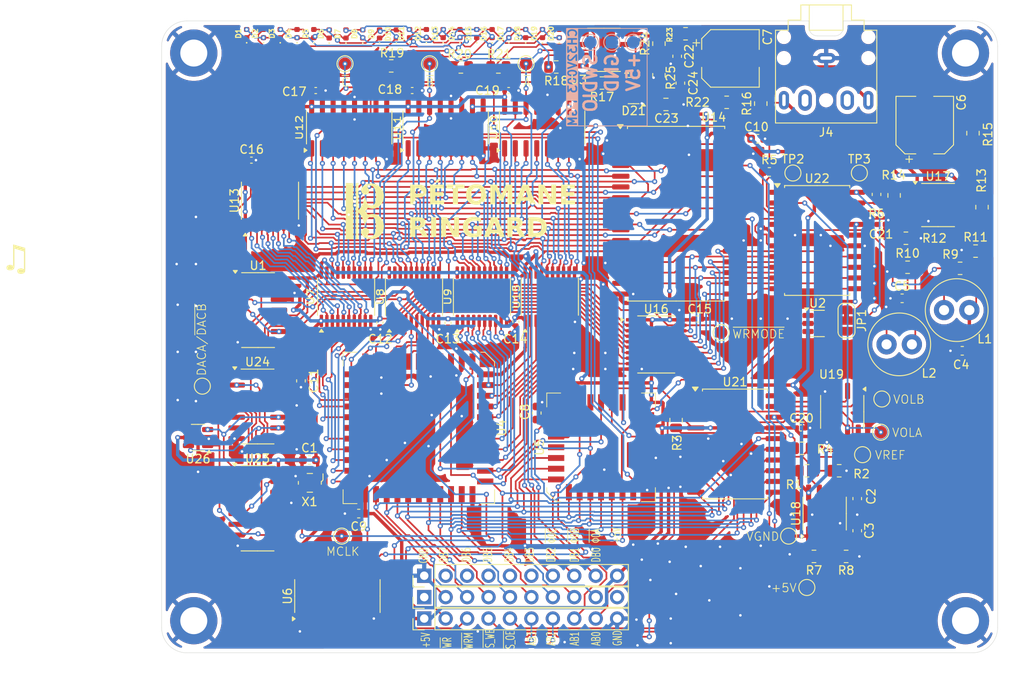
<source format=kicad_pcb>
(kicad_pcb (version 20240108) (generator "pcbnew") (generator_version "8.0")
  (layers (0 "F.Cu" signal) (31 "B.Cu" signal) (34 "B.Paste" user) (35 "F.Paste" user) (36 "B.SilkS" user "B.Silkscreen") (37 "F.SilkS" user "F.Silkscreen") (38 "B.Mask" user) (39 "F.Mask" user) (44 "Edge.Cuts" user))
  (net 0 "")
  (net 1 "GND")
  (net 2 "+5V")
  (net 3 "/~{SRAM_OE}")
  (net 4 "/~{WRMODE}")
  (net 5 "/~{WR}")
  (net 6 "/~{SRAM_WE}")
  (net 7 "/DB3")
  (net 8 "/DB4")
  (net 9 "/DB0")
  (net 10 "/ФTIM")
  (net 11 "/DB2")
  (net 12 "/DB1")
  (net 13 "/TTL_H")
  (net 14 "/DB7")
  (net 15 "/DB6")
  (net 16 "/DB5")
  (net 19 "/~{RESET_C}")
  (net 23 "/~{RESET_A}")
  (net 24 "/~{RESET_B}")
  (net 27 "Net-(L1-Pad1)")
  (net 28 "Net-(L2-Pad1)")
  (net 29 "/PC1")
  (net 30 "/SAMPA12")
  (net 31 "/PC4")
  (net 32 "/SAMPA9")
  (net 33 "/PC3")
  (net 34 "/PC5")
  (net 35 "/SAMPA15")
  (net 36 "/PC0")
  (net 37 "/~{CHOP_C}")
  (net 38 "/SAMPA8")
  (net 39 "/SAMPA14")
  (net 40 "/PC2")
  (net 41 "/PC6")
  (net 42 "/SAMPA11")
  (net 43 "/PC7")
  (net 44 "/SAMPA10")
  (net 45 "/SAMPA13")
  (net 46 "/PITCHx256_A")
  (net 47 "/SAMPA5")
  (net 48 "/SAMPA1")
  (net 49 "/SAMPA3")
  (net 50 "/~{CHOP_A}")
  (net 51 "/SAMPA2")
  (net 52 "/SAMPA7")
  (net 53 "/SAMPA4")
  (net 54 "/SAMPA0")
  (net 55 "/SAMPA6")
  (net 56 "/VGND")
  (net 57 "/VREF")
  (net 58 "/~{CS_PP}")
  (net 59 "/PB4")
  (net 60 "/PA4")
  (net 61 "/PB1")
  (net 62 "/PA2")
  (net 63 "/PA6")
  (net 64 "/PA5")
  (net 66 "/PB6")
  (net 67 "/PB7")
  (net 68 "/PB5")
  (net 69 "/PB2")
  (net 70 "/PA0")
  (net 71 "/PA7")
  (net 72 "/PA1")
  (net 73 "/AB1")
  (net 74 "/PB3")
  (net 78 "/PA3")
  (net 79 "/PB0")
  (net 80 "/AB0")
  (net 81 "/SAMPD2")
  (net 82 "/SAMPD3")
  (net 83 "/SAMPD4")
  (net 84 "/SAMPD6")
  (net 85 "/SAMPD0")
  (net 86 "/SAMPD1")
  (net 87 "/SAMPD7")
  (net 88 "/MCLK")
  (net 89 "/SAMPD5")
  (net 90 "/~{DACA}{slash}DACB")
  (net 91 "/~{CHOP_B}")
  (net 92 "/PITCHx256_B")
  (net 94 "/PITCHx256_C")
  (net 95 "/~{CS_MVOL}")
  (net 96 "/~{CS_TMR}")
  (net 97 "Net-(R5-Pad2)")
  (net 98 "Net-(R6-Pad2)")
  (net 99 "Net-(U18B-+)")
  (net 100 "Net-(U18A-+)")
  (net 101 "Net-(U17B-+)")
  (net 102 "Net-(U17A-+)")
  (net 103 "Net-(C6-Pad1)")
  (net 104 "Net-(C7-Pad1)")
  (net 105 "Net-(U21-REFA)")
  (net 106 "Net-(U21-REFB)")
  (net 107 "Net-(U22-RFBA)")
  (net 108 "Net-(U22-RFBB)")
  (net 109 "Net-(U22-REFA)")
  (net 110 "Net-(U22-REFB)")
  (net 111 "Net-(U17B--)")
  (net 112 "Net-(U17A--)")
  (net 113 "Net-(R13-Pad2)")
  (net 114 "Net-(R14-Pad2)")
  (net 115 "Net-(U1-Pad2)")
  (net 116 "Net-(U1-Pad5)")
  (net 117 "Net-(U1-Pad10)")
  (net 127 "Net-(U21-RFBB)")
  (net 128 "Net-(U19B--)")
  (net 129 "Net-(U19A--)")
  (net 130 "Net-(U21-RFBA)")
  (net 133 "/AB2")
  (net 134 "/AB3")
  (net 143 "/CQ6")
  (net 144 "/CQ0")
  (net 145 "/CQ3")
  (net 146 "/CQ4")
  (net 147 "/CQ2")
  (net 148 "/CQ1")
  (net 149 "/CQ5")
  (net 150 "/S_LEFT")
  (net 151 "/S_RIGHT")
  (net 152 "Net-(C24-Pad1)")
  (net 153 "Net-(C24-Pad2)")
  (net 154 "Net-(D1-K)")
  (net 155 "Net-(D1-A)")
  (net 156 "Net-(D10-K)")
  (net 157 "Net-(D11-A)")
  (net 158 "Net-(D13-A)")
  (net 159 "/VU")
  (net 160 "/CHX1")
  (net 161 "/CHX2")
  (net 162 "/CHX3")
  (net 163 "/CHX4")
  (net 164 "/CHX5")
  (net 165 "/~{DACWR}")
  (net 166 "/~{MCLK}")
  (footprint "LED_SMD:LED_0402_1005Metric" (layer "F.Cu") (at 88.774 26.947 90)
    (property "Reference" "D10")
    (property "Value" "LED_Small")
  )
  (footprint "Oscillator:Oscillator_SMD_ECS_2520MV-xxx-xx-4Pin_2.5x2.0mm" (layer "F.Cu") (at 78.522 80.174 -90)
    (property "Reference" "X1")
    (property "Value" "ECS-2520MV-12MHZ")
  )
  (footprint "Resistor_SMD:R_0805_2012Metric" (layer "F.Cu") (at 107.7195 30.861 180)
    (property "Reference" "R18")
    (property "Value" "470")
  )
  (footprint "TestPoint:TestPoint_Pad_D1.5mm" (layer "F.Cu") (at 143.637 43.434)
    (property "Reference" "TP3")
    (property "Value" "TestPoint" (hide yes))
  )
  (footprint "Package_SO:TSSOP-20_4.4x6.5mm_P0.65mm" (layer "F.Cu") (at 90.865 58.1075 90)
    (property "Reference" "U8")
    (property "Value" "74HC245")
  )
  (footprint "Capacitor_SMD:C_0402_1005Metric" (layer "F.Cu") (at 71.6 41.91 180)
    (property "Reference" "C16")
    (property "Value" "100nF")
  )
  (footprint "Capacitor_SMD:C_0603_1608Metric" (layer "F.Cu") (at 77.47 68.085 90)
    (property "Reference" "C11")
    (property "Value" "100nF")
  )
  (footprint "LED_SMD:LED_0402_1005Metric" (layer "F.Cu") (at 77.006 26.901 90)
    (property "Reference" "D4")
    (property "Value" "LED_Small")
  )
  (footprint "Package_SO:TSSOP-20_4.4x6.5mm_P0.65mm" (layer "F.Cu") (at 82.815 58.1075 90)
    (property "Reference" "U7")
    (property "Value" "74HC245")
  )
  (footprint "MountingHole:MountingHole_3.2mm_M3_DIN965_Pad" (layer "F.Cu") (at 156.21 96.52)
    (property "Reference" "H4" (hide yes))
    (property "Value" "MountingHole_Pad")
  )
  (footprint "Resistor_SMD:R_0805_2012Metric" (layer "F.Cu") (at 100.8615 30.861 180)
    (property "Reference" "R21")
    (property "Value" "470")
  )
  (footprint "Package_SO:SO-14_3.9x8.65mm_P1.27mm" (layer "F.Cu") (at 72.39 59.69)
    (property "Reference" "U1")
    (property "Value" "74HC00")
  )
  (footprint "Capacitor_SMD:CP_Elec_6.3x7.7" (layer "F.Cu") (at 128.364 29.845)
    (property "Reference" "C7")
    (property "Value" "220uF/16V")
  )
  (footprint "Resistor_SMD:R_0805_2012Metric" (layer "F.Cu") (at 157.406 52.693)
    (property "Reference" "R11")
    (property "Value" "N/C")
  )
  (footprint "TestPoint:TestPoint_Pad_D1.5mm" (layer "F.Cu") (at 127.254 62.357)
    (property "Reference" "TP12" (hide yes))
    (property "Value" "TestPoint")
  )
  (footprint "Inductor_THT:L_Radial_D7.2mm_P3.00mm_Murata_1700" (layer "F.Cu") (at 149.86 63.754 180)
    (property "Reference" "L2")
    (property "Value" "1mH")
  )
  (footprint "LED_SMD:LED_0402_1005Metric" (layer "F.Cu") (at 94.32 26.901 90)
    (property "Reference" "D13")
    (property "Value" "LED_Small")
  )
  (footprint "MountingHole:MountingHole_3.2mm_M3_DIN965_Pad" (layer "F.Cu") (at 64.77 29.21)
    (property "Reference" "H1" (hide yes))
    (property "Value" "MountingHole_Pad")
  )
  (footprint "Resistor_SMD:R_0805_2012Metric" (layer "F.Cu") (at 121.92 72.7475 -90)
    (property "Reference" "R3")
    (property "Value" "470")
  )
  (footprint "Resistor_SMD:R_0805_2012Metric" (layer "F.Cu") (at 136.8825 76.073)
    (property "Reference" "R4")
    (property "Value" "470")
  )
  (footprint "Resistor_SMD:R_0805_2012Metric" (layer "F.Cu") (at 149.352 54.61)
    (property "Reference" "R10")
    (property "Value" "160")
  )
  (footprint "Resistor_SMD:R_0805_2012Metric" (layer "F.Cu") (at 119.888 31.8535 90)
    (property "Reference" "R25")
    (property "Value" "12K")
  )
  (footprint "LED_SMD:LED_0402_1005Metric" (layer "F.Cu") (at 100.118 26.901 90)
    (property "Reference" "D16")
    (property "Value" "LED_Small")
  )
  (footprint "LED_SMD:LED_0402_1005Metric" (layer "F.Cu") (at 92.33 26.901 90)
    (property "Reference" "D12")
    (property "Value" "LED_Small")
  )
  (footprint "Capacitor_SMD:C_0603_1608Metric" (layer "F.Cu") (at 84.315 83.82)
    (property "Reference" "C9")
    (property "Value" "100nF")
  )
  (footprint "LED_SMD:LED_0402_1005Metric" (layer "F.Cu") (at 80.814 26.947 90)
    (property "Reference" "D6")
    (property "Value" "LED_Small")
  )
  (footprint "Resistor_SMD:R_0805_2012Metric" (layer "F.Cu") (at 137.4375 78.74 180)
    (property "Reference" "R1")
    (property "Value" "10K")
  )
  (footprint "TestPoint:TestPoint_Pad_D1.5mm" (layer "F.Cu") (at 82.689 30.48 90)
    (property "Reference" "TP9" (hide yes))
    (property "Value" "TestPoint")
  )
  (footprint "Package_SO:TSSOP-20_4.4x6.5mm_P0.65mm" (layer "F.Cu") (at 73.8 46.7125 90)
    (property "Reference" "U13")
    (property "Value" "74HC245")
  )
  (footprint "Resistor_SMD:R_0805_2012Metric" (layer "F.Cu") (at 96.4165 30.861 180)
    (property "Reference" "R20")
    (property "Value" "470")
  )
  (footprint "TestPoint:TestPoint_Pad_D1.5mm" (layer "F.Cu") (at 104.14 30.48 90)
    (property "Reference" "TP11" (hide yes))
    (property "Value" "TestPoint")
  )
  (footprint "Package_SO:SOIC-16_3.9x9.9mm_P1.27mm" (layer "F.Cu") (at 83.185 38.038 90)
    (property "Reference" "U12")
    (property "Value" "74HC590")
  )
  (footprint "Resistor_SMD:R_0805_2012Metric" (layer "F.Cu") (at 149.151 51.169 180)
    (property "Reference" "R12")
    (property "Value" "N/C")
  )
  (footprint "LED_SMD:LED_0402_1005Metric" (layer "F.Cu") (at 106.088 26.901 90)
    (property "Reference" "D19")
    (property "Value" "LED_Small")
  )
  (footprint "Connector_PinHeader_2.54mm:PinHeader_1x10_P2.54mm_Vertical" (layer "F.Cu") (at 92.075 96.266 90)
    (property "Reference" "J1" (hide yes))
    (property "Value" "Conn_01x10_Pin" (hide yes))
  )
  (footprint "Package_SO:SOIC-20W_7.5x12.8mm_P1.27mm" (layer "F.Cu") (at 138.635 51.435)
    (property "Reference" "U22")
    (property "Value" "TLC7258C")
  )
  (footprint "Capacitor_SMD:C_0603_1608Metric" (layer "F.Cu") (at 122.047 29.591 -90)
    (property "Reference" "C22")
    (property "Value" "100nF")
  )
  (footprint "Package_SO:SOP-8_3.9x4.9mm_P1.27mm" (layer "F.Cu") (at 113.369 28.829 180)
    (property "Reference" "U3")
    (property "Value" "CH32V003JxMx")
  )
  (footprint "Capacitor_SMD:C_0603_1608Metric" (layer "F.Cu") (at 122.428 32.779 90)
    (property "Reference" "C24")
    (property "Value" "1uF")
  )
  (footprint "LED_SMD:LED_0402_1005Metric" (layer "F.Cu") (at 84.794 26.947 90)
    (property "Reference" "D8")
    (property "Value" "LED_Small")
  )
  (footprint "Package_SO:SOIC-8_3.9x4.9mm_P1.27mm" (layer "F.Cu") (at 139.5275 83.82 90)
    (property "Reference" "U18")
    (property "Value" "LM358LV")
  )
  (footprint "LED_SMD:LED_0402_1005Metric" (layer "F.Cu") (at 102.108 26.901 90)
    (property "Reference" "D17")
    (property "Value" "LED_Small")
  )
  (footprint "Resistor_SMD:R_0805_2012Metric" (layer "F.Cu") (at 142.0675 88.9 180)
    (property "Reference" "R8")
    (property "Value" "100K")
  )
  (footprint "Capacitor_SMD:C_0603_1608Metric" (layer "F.Cu") (at 143.383 85.852 -90)
    (property "Reference" "C3")
    (property "Value" "100nF")
  )
  (footprint "Capacitor_SMD:C_0402_1005Metric" (layer "F.Cu") (at 94.896365 61.20156 90)
    (property "Reference" "C13")
    (property "Value" "100nF")
  )
  (footprint "Package_SO:SOIC-20W_7.5x12.8mm_P1.27mm" (layer "F.Cu") (at 128.905 75.565)
    (property "Reference" "U21")
    (property "Value" "TLC7258C")
  )
  (footprint "Package_SO:SOIC-16_3.9x9.9mm_P1.27mm" (layer "F.Cu") (at 94.615 38.038 90)
    (property "Reference" "U11")
    (property "Value" "74HC590")
  )
  (footprint "Connector_PinHeader_2.54mm:PinHeader_1x10_P2.54mm_Vertical" (layer "F.Cu") (at 92.075 91.186 90)
    (property "Reference" "J3" (hide yes))
    (property "Value" "Conn_01x10_Pin" (hide yes))
  )
  (footprint "LED_SMD:LED_0402_1005Metric" (layer "F.Cu") (at 90.34 26.901 90)
    (property "Reference" "D11")
    (property "Value" "LED_Small")
  )
  (footprint "Capacitor_SMD:C_0603_1608Metric" (layer "F.Cu") (at 148.704 58.293)
    (property "Reference" "C5")
    (property "Value" "100nF")
  )
  (footprint "Jumper:SolderJumper-3_P1.3mm_Bridged12_RoundedPad1.0x1.5mm_NumberLabels" (layer "F.Cu") (at 142.113 60.93 -90)
    (property "Reference" "JP1")
    (property "Value" "SolderJumper_3_Bridged12")
  )
  (footprint "Resistor_SMD:R_0805_2012Metric" (layer "F.Cu") (at 119.888 28.0905 90)
    (property "Reference" "R24")
    (property "Value" "100K")
  )
  (footprint "Resistor_SMD:R_0805_2012Metric" (layer "F.Cu") (at 138.2575 88.9 180)
    (property "Reference" "R7")
    (property "Value" "1M")
  )
  (footprint "Resistor_SMD:R_0805_2012Metric" (layer "F.Cu") (at 127.9125 35.052 180)
    (property "Reference" "R22")
    (property "Value" "100K")
  )
  (footprint "Package_SO:SO-14_3.9x8.65mm_P1.27mm" (layer "F.Cu") (at 72.325 71.12)
    (property "Reference" "U24")
    (property "Value" "74HC86")
  )
  (footprint "Capacitor_SMD:C_0805_2012Metric" (layer "F.Cu") (at 120.716 35.306)
    (property "Reference" "C23")
    (property "Value" "10uF")
  )
  (footprint "LED_SMD:LED_0402_1005Metric" (layer "F.Cu") (at 78.996 26.901 90)
    (property "Reference" "D5")
    (property "Value" "LED_Small")
  )
  (footprint "Connector_Audio:Jack_3.5mm_CUI_SJ1-3525N_Horizontal" (layer "F.Cu") (at 139.7 29.805 180)
    (property "Reference" "J4")
    (property "Value" "PJ-307")
  )
  (footprint "Capacitor_SMD:C_0402_1005Metric" (layer "F.Cu") (at 136.68 73.66 180)
    (property "Reference" "C20")
    (property "Value" "100nF")
  )
  (footprint "Package_SO:SOIC-16_3.9x9.9mm_P1.27mm" (layer "F.Cu") (at 81.788 93.599 90)
    (property "Reference" "U6")
    (property "Value" "74LS139")
  )
  (footprint "Capacitor_SMD:CP_Elec_6.3x7.7" (layer "F.Cu") (at 151.384 37.752 90)
    (property "Reference" "C6")
    (property "Value" "220uF/16V")
  )
  (footprint "Package_LCC:PLCC-44" (layer "F.Cu") (at 91.44 73.66 -90)
    (property "Reference" "U4")
    (property "Value" "82C55A_PLCC")
  )
  (footprint "LED_SMD:LED_0402_1005Metric" (layer "F.Cu") (at 108.078 26.901 90)
    (property "Reference" "D20")
    (property "Value" "LED_Small")
  )
  (footprint "TestPoint:TestPoint_Pad_D1.5mm" (layer "F.Cu") (at 65.786 68.707)
    (property "Reference" "TP8" (hide yes))
    (property "Value" "TestPoint")
  )
  (footprint "MountingHole:MountingHole_3.2mm_M3_DIN965_Pad" (layer "F.Cu") (at 64.77 96.52)
    (property "Reference" "H2" (hide yes))
    (property "Value" "MountingHole_Pad")
  )
  (footprint "LED_SMD:LED_0402_1005Metric" (layer "F.Cu") (at 75.016 26.901 90)
    (property "Reference" "D3")
    (property "Value" "LED_Small")
  )
  (footprint "TestPoint:TestPoint_Pad_D1.5mm" (layer "F.Cu") (at 82.296 86.487)
    (property "Reference" "TP16" (hide yes))
    (property "Value" "TestPoint")
  )
  (footprint "TestPoint:TestPoint_Pad_D1.5mm" (layer "F.Cu") (at 135.255 86.487)
    (property "Reference" "TP6" (hide yes))
    (property "Value" "TestPoint" (hide yes))
  )
  (footprint "Inductor_THT:L_Radial_D7.2mm_P3.00mm_Murata_1700" (layer "F.Cu") (at 153.67 59.69)
    (property "Reference" "L1")
    (property "Value" "1mH")
  )
  (footprint "Capacitor_SMD:C_0402_1005Metric" (layer "F.Cu") (at 102.08 33.655 180)
    (property "Reference" "C19")
    (property "Value" "100nF")
  )
  (footprint "Capacitor_SMD:C_0603_1608Metric" (layer "F.Cu") (at 132.969 43.307)
    (property "Reference" "R5")
    (property "Value" "150")
  )
  (footprint "TestPoint:TestPoint_Pad_D1.5mm" (layer "F.Cu") (at 92.71 30.48 90)
    (property "Reference" "TP10" (hide yes))
    (property "Value" "TestPoint")
  )
  (footprint "LOGO" (layer "F.Cu") (at 85.38734 48.107437)
    (property "Reference" "G***" (hide yes))
    (property "Value" "LOGO" (hide yes))
  )
  (footprint "Capacitor_SMD:C_0402_1005Metric" (layer "F.Cu") (at 90.65 33.655 180)
    (property "Reference" "C18")
    (property "Value" "100nF")
  )
  (footprint "Capacitor_SMD:C_0603_1608Metric" (layer "F.Cu") (at 78.473 77.47)
    (property "Reference" "C1")
    (property "Value" "100nF")
  )
  (footprint "TestPoint:TestPoint_Pad_D1.5mm" (layer "F.Cu") (at 146.304 70.231)
    (property "Reference" "TP5" (hide yes))
    (property "Value" "TestPoint" (hide yes))
  )
  (footprint "Package_SO:SOIC-16_3.9x9.9mm_P1.27mm" (layer "F.Cu") (at 106.045 38.038 90)
    (property "Reference" "U10")
    (property "Value" "74HC590")
  )
  (footprint "Package_SO:SOIC-8_3.9x4.9mm_P1.27mm" (layer "F.Cu") (at 152.961 47.232)
    (property "Reference" "U17")
    (property "Value" "LM358LV")
  )
  (footprint "LED_SMD:LED_0402_1005Metric" (layer "F.Cu") (at 82.804 26.947 90)
    (property "Reference" "D7")
    (property "Value" "LED_Small")
  )
  (footprint "TestPoint:TestPoint_Pad_D1.5mm" (layer "F.Cu") (at 135.763 43.434)
    (property "Reference" "TP2")
    (property "Value" "TestPoint" (hide yes))
  )
  (footprint "Capacitor_SMD:C_0402_1005Metric" (layer "F.Cu") (at 124.479777 60.748038 180)
    (property "Reference" "C15")
    (property "Value" "100nF")
  )
  (footprint "TestPoint:TestPoint_Pad_D1.5mm" (layer "F.Cu") (at 146.177 74.168)
    (property "Reference" "TP4" (hide yes))
    (property "Value" "TestPoint" (hide yes))
  )
  (footprint "Package_SO:TSSOP-20_4.4x6.5mm_P0.65mm" (layer "F.Cu") (at 106.96 58.0975 90)
    (property "Reference" "U15")
    (property "Value" "74HC245")
  )
  (footprint "Resistor_SMD:R_0805_2012Metric" (layer "F.Cu") (at 158.168 47.486 90)
    (property "Reference" "R13")
    (property "Value" "0")
  )
  (footprint "Capacitor_SMD:C_0402_1005Metric" (layer "F.Cu") (at 146.205 49.53 180)
    (property "Reference" "C21")
    (property "Value" "100nF")
  )
  (footprint "LED_SMD:LED_0402_1005Metric" (layer "F.Cu") (at 71.036 26.901 90)
    (property "Reference" "D1")
    (property "Value" "LED_Small")
  )
  (footprint "LED_SMD:LED_0402_1005Metric" (layer "F.Cu") (at 86.784 26.947 90)
    (property "Reference" "D9")
    (property "Value" "LED_Small")
  )
  (footprint "Resistor_SMD:R_0805_2012Metric" (layer "F.Cu") (at 123.0395 26.924 180)
    (property "Reference" "R23")
    (property "Value" "100K")
  )
  (footprint "Package_LCC:PLCC-28" (layer "F.Cu") (at 113.03 75.9575 90)
    (property "Reference" "U5")
    (property "Value" "82C54_PLCC")
  )
  (footprint "Package_TO_SOT_SMD:SOT-23" (layer "F.Cu") (at 116.8885 33.655 180)
    (property "Reference" "D21")
    (property "Value" "BAT54S")
  )
  (footprint "Package_SO:SSOP-32_11.305x20.495mm_P1.27mm" (layer "F.Cu") (at 121.92 48.26)
    (property "Reference" "U14")
    (property "Value" "K6X4008C1F")
  )
  (footprint "Capacitor_SMD:C_0402_1005Metric" (layer "F.Cu") (at 86.826889 61.179668 90)
    (property "Reference" "C12")
    (property "Value" "100nF")
  )
  (footprint "Resistor_SMD:R_0805_2012Metric" (layer "F.Cu") (at 141.2475 78.74 180)
    (property "Reference" "R2")
    (property "Value" "15K")
  )
  (footprint "Capacitor_SMD:C_0603_1608Metric" (layer "F.Cu") (at 145.669 45.974 90)
    (property "Reference" "R6")
    (property "Value" "150")
  )
  (footprint "LED_SMD:LED_0402_1005Metric" (layer "F.Cu") (at 104.098 26.901 90)
    (property "Reference" "D18")
    (property "Value" "LED_Small")
  )
  (footprint "LED_SMD:LED_0402_1005Metric" (layer "F.Cu") (at 98.3 26.901 90)
    (property "Reference" "D15")
    (property "Value" "LED_Small")
  )
  (footprint "LED_SMD:LED_0402_1005Metric" (layer "F.Cu") (at 73.026 26.901 90)
    (property "Reference" "D2")
    (property "Value" "LED_Small")
  )
  (footprint "Capacitor_SMD:C_0402_1005Metric" (layer "F.Cu") (at 102.93544 61.057588 90)
    (property "Reference" "C14")
    (property "Value" "100nF")
  )
  (footprint "TestPoint:TestPoint_Pad_D1.5mm" (layer "F.Cu") (at 144.018 76.835)
    (property "Reference" "TP1" (hide yes))
    (property "Value" "TestPoint" (hide yes))
  )
  (footprint "Resistor_SMD:R_0805_2012Metric" (layer "F.Cu") (at 147.754 46.089 90)
    (property "Reference" "R14")
    (property "Value" "0")
  )
  (footprint "Package_TO_SOT_SMD:SOT-23-6" (layer "F.Cu") (at 65.278 74.803 180)
    (property "Reference" "U26")
    (property "Value" "74LVC1G332")
  )
  (footprint "Package_TO_SOT_SMD:SOT-23-5" (layer "F.Cu") (at 138.6895 61.275)
    (property "Reference" "U2")
    (property "Value" "74LVC1G00")
  )
  (footprint "Connector_PinHeader_2.54mm:PinHeader_1x10_P2.54mm_Vertical" (layer "F.Cu") (at 92.075 93.726 90)
    (property "Reference" "J2" (hide yes))
    (property "Value" "Conn_01x10_Pin" (hide yes))
  )
  (footprint "Resistor_SMD:R_0805_2012Metric" (layer "F.Cu") (at 131.953 35.2025 90)
    (property "Reference" "R16")
    (property "Value" "470")
  )
  (footprint "Resistor_SMD:R_0805_2012Metric" (layer "F.Cu") (at 157.099 38.7115 90)
    (property "Reference" "R15")
    (property "Value" "470")
  )
  (footprint "Capacitor_SMD:C_0603_1608Metric" (layer "F.Cu") (at 143.383 82.042 90)
    (property "Reference" "C2")
    (property "Value" "100nF")
  )
  (footprint "MountingHole:MountingHole_3.2mm_M3_DIN965_Pad" (layer "F.Cu") (at 156.21 29.21)
    (property "Reference" "H3" (hide yes))
    (property "Value" "MountingHole_Pad")
  )
  (footprint "Capacitor_SMD:C_0603_1608Metric" (layer "F.Cu") (at 155.829 64.516)
    (property "Reference" "C4")
    (property "Value" "100nF")
  )
  (footprint "Resistor_SMD:R_0805_2012Metric" (layer "F.Cu") (at 155.575 54.737)
    (property "Reference" "R9")
    (property "Value" "160")
  )
  (footprint "TestPoint:TestPoint_Pad_D1.5mm" (layer "F.Cu") (at 137.414 92.583)
    (property "Reference" "TP7" (hide yes))
    (property "Value" "TestPoint")
  )
  (footprint "Capacitor_SMD:C_0402_1005Metric" (layer "F.Cu") (at 79.22 33.655 180)
    (property "Reference" "C17")
    (property "Value" "100nF")
  )
  (footprint "Package_SO:SOIC-16_3.9x9.9mm_P1.27mm" (layer "F.Cu") (at 72.325 83.185)
    (property "Reference" "U23")
    (property "Value" "74HC4017")
  )
  (footprint "Resistor_SMD:R_0805_2012Metric" (layer "F.Cu") (at 88.1615 30.734 180)
    (property "Reference" "R19")
    (property "Value" "470")
  )
  (footprint "Resistor_SMD:R_0805_2012Metric" (layer "F.Cu") (at 113.1335 32.766 180)
    (property "Reference" "R17")
    (property "Value" "470")
  )
  (footprint "LED_SMD:LED_0402_1005Metric" (layer "F.Cu") (at 96.31 26.901 90)
    (property "Reference" "D14")
    (property "Value" "LED_Small")
  )
  (footprint "Package_SO:TSSOP-20_4.4x6.5mm_P0.65mm" (layer "F.Cu") (at 98.915 58.1075 90)
    (property "Reference" "U9")
    (property "Value" "74HC245")
  )
  (footprint "Capacitor_SMD:C_0603_1608Metric" (layer "F.Cu") (at 131.585 39.37 180)
    (property "Reference" "C10")
    (property "Value" "100nF")
  )
  (footprint "Capacitor_SMD:C_0603_1608Metric" (layer "F.Cu") (at 105.41 71.895 -90)
    (property "Reference" "C8")
    (property "Value" "100nF")
  )
  (footprint "Package_SO:SOIC-8_3.9x4.9mm_P1.27mm" (layer "F.Cu") (at 141.605 71.755 -90)
    (property "Reference" "U19")
    (property "Value" "LM358LV")
  )
  (footprint "Package_SO:TSSOP-20_4.4x6.5mm_P0.65mm" (layer "F.Cu") (at 119.5655 63.765)
    (property "Reference" "U16")
    (property "Value" "74HC245")
  )
  (footprint "TestPoint:TestPoint_Pad_D1.5mm" (layer "B.Cu") (at 116.84 27.94 180)
    (property "Reference" "TP14" (hide yes))
    (property "Value" "TestPoint" (hide yes))
  )
  (footprint "TestPoint:TestPoint_Pad_D1.5mm" (layer "B.Cu") (at 114.3 27.94 180)
    (property "Reference" "TP15" (hide yes))
    (property "Value" "TestPoint" (hide yes))
  )
  (footprint "TestPoint:TestPoint_Pad_D1.5mm" (layer "B.Cu") (at 111.76 27.94 180)
    (property "Reference" "TP13" (hide yes))
    (property "Value" "TestPoint" (hide yes))
  )
  (gr_rect (start 108.966 26.289) (end 118.491 37.846) (stroke (width 0.1)) (fill none) (layer "B.SilkS"))
  (gr_arc (start 63.96 100.33) (mid 61.83868 99.45132) (end 60.96 97.33) (stroke (width 0.05)) (layer "Edge.Cuts"))
  (gr_line (start 160.02 28.4) (end 160.02 97.33) (stroke (width 0.05)) (layer "Edge.Cuts"))
  (gr_arc (start 160.02 97.33) (mid 159.14132 99.45132) (end 157.02 100.33) (stroke (width 0.05)) (layer "Edge.Cuts"))
  (gr_arc (start 138.668 27.178) (mid 137.960893 26.885107) (end 137.668 26.178) (stroke (width 0.05)) (layer "Edge.Cuts"))
  (gr_arc (start 157.02 25.4) (mid 159.14132 26.27868) (end 160.02 28.4) (stroke (width 0.05)) (layer "Edge.Cuts"))
  (gr_line (start 63.96 25.4) (end 137.668 25.4) (stroke (width 0.05)) (layer "Edge.Cuts"))
  (gr_line (start 138.668 27.178) (end 140.732 27.178) (stroke (width 0.05)) (layer "Edge.Cuts"))
  (gr_line (start 141.732 25.4) (end 157.02 25.4) (stroke (width 0.05)) (layer "Edge.Cuts"))
  (gr_line (start 60.96 97.33) (end 60.96 28.4) (stroke (width 0.05)) (layer "Edge.Cuts"))
  (gr_line (start 157.02 100.33) (end 63.96 100.33) (stroke (width 0.05)) (layer "Edge.Cuts"))
  (gr_arc (start 141.732 26.178) (mid 141.439107 26.885107) (end 140.732 27.178) (stroke (width 0.05)) (layer "Edge.Cuts"))
  (gr_line (start 137.668 25.4) (end 137.668 26.178) (stroke (width 0.05)) (layer "Edge.Cuts"))
  (gr_line (start 141.732 26.178) (end 141.732 25.4) (stroke (width 0.05)) (layer "Edge.Cuts"))
  (gr_arc (start 60.96 28.4) (mid 61.83868 26.27868) (end 63.96 25.4) (stroke (width 0.05)) (layer "Edge.Cuts"))
  (gr_text "+5V" (at 117.729 28.956 90) (layer "B.SilkS") (effects (font (size 1.5 1.5) (thickness 0.3) (bold yes)) (justify left bottom mirror)))
  (gr_text "GND" (at 115.189 29.083 90) (layer "B.SilkS") (effects (font (size 1.5 1.5) (thickness 0.3) (bold yes)) (justify left bottom mirror)))
  (gr_text "SWDIO" (at 112.649 29.083 90) (layer "B.SilkS") (effects (font (size 1.5 1.5) (thickness 0.3) (bold yes)) (justify left bottom mirror)))
  (gr_text "CH32V003 PGM" (at 110.236 26.162 90) (layer "B.SilkS" knockout) (effects (font (size 1 1) (thickness 0.2) (bold yes)) (justify left bottom mirror)))
  (gr_text "~{A}" (at 103.759 33.274 0) (layer "F.SilkS") (effects (font (size 1 1) (thickness 0.1)) (justify left bottom)))
  (gr_text "~{Ф0A}" (at 113.03 87.376 90) (layer "F.SilkS") (effects (font (size 1 0.6) (thickness 0.1)) (justify left bottom)))
  (gr_text "DACA/~{DACB}" (at 66.294 67.564 90) (layer "F.SilkS") (effects (font (size 1 1) (thickness 0.1)) (justify left bottom)))
  (gr_text "AB0" (at 113.03 99.568 90) (layer "F.SilkS") (effects (font (size 1 0.6) (thickness 0.1)) (justify left bottom)))
  (gr_text "GND" (at 92.583 89.789 90) (layer "F.SilkS") (effects (font (size 1 0.6) (thickness 0.1)) (justify left bottom)))
  (gr_text "DB1" (at 110.49 89.662 90) (layer "F.SilkS") (effects (font (size 1 0.6) (thickness 0.1)) (justify left bottom)))
  (gr_text "~{Ф0B}" (at 110.49 87.376 90) (layer "F.SilkS") (effects (font (size 1 0.6) (thickness 0.1)) (justify left bottom)))
  (gr_text "~{S_OE}" (at 102.87 99.949 90) (layer "F.SilkS") (effects (font (size 1 0.6) (thickness 0.1)) (justify left bottom)))
  (gr_text "VGND" (at 130.175 87.122 0) (layer "F.SilkS") (effects (font (size 1 1) (thickness 0.1)) (justify left bottom)))
  (gr_text "+5V" (at 92.837 99.822 90) (layer "F.SilkS") (effects (font (size 1 0.6) (thickness 0.1)) (justify left bottom)))
  (gr_text "DB7" (at 94.996 89.662 90) (layer "F.SilkS") (effects (font (size 1 0.6) (thickness 0.1)) (justify left bottom)))
  (gr_text "VOLB" (at 147.574 70.866 0) (layer "F.SilkS") (effects (font (size 1 1) (thickness 0.1)) (justify left bottom)))
  (gr_text "DB2" (at 107.696 89.662 90) (layer "F.SilkS") (effects (font (size 1 0.6) (thickness 0.1)) (justify left bottom)))
  (gr_text "~{S_WE}" (at 100.457 99.822 90) (layer "F.SilkS") (effects (font (size 1 0.6) (thickness 0.1)) (justify left bottom)))
  (gr_text "PÉTOMANE\nRINGARD" (at 90.1192 51.4096 0) (layer "F.SilkS") (effects (font (size 2.3 2.3) (thickness 0.5) (bold yes)) (justify left bottom)))
  (gr_text "DB6" (at 97.663 89.662 90) (layer "F.SilkS") (effects (font (size 1 0.6) (thickness 0.1)) (justify left bottom)))
  (gr_text "VREF" (at 145.415 77.47 0) (layer "F.SilkS") (effects (font (size 1 1) (thickness 0.1)) (justify left bottom)))
  (gr_text "~{Ф0С}" (at 107.823 87.376 90) (layer "F.SilkS") (effects (font (size 1 0.6) (thickness 0.1)) (justify left bottom)))
  (gr_text "VOLA" (at 147.447 74.803 0) (layer "F.SilkS") (effects (font (size 1 1) (thickness 0.1)) (justify left bottom)))
  (gr_text "AB2" (at 107.696 99.568 90) (layer "F.SilkS") (effects (font (size 1 0.6) (thickness 0.1)) (justify left bottom)))
  (gr_text "DB3" (at 105.156 89.662 90) (layer "F.SilkS") (effects (font (size 1 0.6) (thickness 0.1)) (justify left bottom)))
  (gr_text "DB4" (at 102.743 89.662 90) (layer "F.SilkS") (effects (font (size 1 0.6) (thickness 0.1)) (justify left bottom)))
  (gr_text "DB5" (at 100.203 89.662 90) (layer "F.SilkS") (effects (font (size 1 0.6) (thickness 0.1)) (justify left bottom)))
  (gr_text "~{B}" (at 92.202 33.274 0) (layer "F.SilkS") (effects (font (size 1 1) (thickness 0.1)) (justify left bottom)))
  (gr_text "AB3" (at 105.41 99.568 90) (layer "F.SilkS") (effects (font (size 1 0.6) (thickness 0.1)) (justify left bottom)))
  (gr_text "~{WRMODE}" (at 128.524 63.119 0) (layer "F.SilkS") (effects (font (size 1 1) (thickness 0.1)) (justify left bottom)))
  (gr_text "~{WR}" (at 95.377 99.822 90) (layer "F.SilkS") (effects (font (size 1 0.6) (thickness 0.1)) (justify left bottom)))
  (gr_text "~{WRM}" (at 97.917 99.949 90) (layer "F.SilkS") (effects (font (size 1 0.6) (thickness 0.1)) (justify left bottom)))
  (gr_text "DB0" (at 113.03 89.662 90) (layer "F.SilkS") (effects (font (size 1 0.6) (thickness 0.1)) (justify left bottom)))
  (gr_text "+5V" (at 133.096 93.218 0) (layer "F.SilkS") (effects (font (size 1 1) (thickness 0.1)) (justify left bottom)))
  (gr_text "AB1" (at 110.49 99.568 90) (layer "F.SilkS") (effects (font (size 1 0.6) (thickness 0.1)) (justify left bottom)))
  (gr_text "~{C}" (at 82.169 33.274 0) (layer "F.SilkS") (effects (font (size 1 1) (thickness 0.1)) (justify left bottom)))
  (gr_text "+5V" (at 115.443 87.376 90) (layer "F.SilkS") (effects (font (size 1 0.6) (thickness 0.1)) (justify left bottom)))
  (gr_text "♫" (at 41.8084 55.4736 0) (layer "F.SilkS") (effects (font (size 3 3) (thickness 0.1)) (justify left bottom)))
  (gr_text "GND" (at 115.57 99.568 90) (layer "F.SilkS") (effects (font (size 1 0.6) (thickness 0.1)) (justify left bottom)))
  (gr_text "MCLK" (at 80.391 88.9 0) (layer "F.SilkS") (effects (font (size 1 1) (thickness 0.1)) (justify left bottom)))
  (segment (start 76.725 49.575) (end 77.134 49.575) (width 0.2) (layer "F.Cu") (net 1))
  (segment (start 128.524 60.706) (end 131.953 60.706) (width 0.4) (layer "F.Cu") (net 1))
  (segment (start 102.93544 62.16844) (end 102.87388 62.23) (width 0.2) (layer "F.Cu") (net 1))
  (segment (start 97.79 81.5225) (end 97.79 86.36) (width 0.4) (layer "F.Cu") (net 1))
  (segment (start 74.168 58.42) (end 74.865 58.42) (width 0.2) (layer "F.Cu") (net 1))
  (segment (start 121.399 30.366) (end 121.285 30.48) (width 0.4) (layer "F.Cu") (net 1))
  (segment (start 114.561911 38.735) (end 113.727939 39.568972) (width 0.2) (layer "F.Cu") (net 1))
  (segment (start 77.698 76.936) (end 76.962 76.2) (width 0.4) (layer "F.Cu") (net 1))
  (segment (start 139.7 74.23) (end 139.13 73.66) (width 0.4) (layer "F.Cu") (net 1))
  (segment (start 66.548 74.953) (end 65.636 74.953) (width 0.4) (layer "F.Cu") (net 1))
  (segment (start 69.596 75.565) (end 70.485 76.454) (width 0.4) (layer "F.Cu") (net 1))
  (segment (start 156.4935 52.693) (end 155.882 52.693) (width 0.4) (layer "F.Cu") (net 1))
  (segment (start 99.052316 87.622316) (end 101.280849 87.622316) (width 0.4) (layer "F.Cu") (net 1))
  (segment (start 93.79 61.913) (end 93.853 61.976) (width 0.2) (layer "F.Cu") (net 1))
  (segment (start 113.553 66.69) (end 113.538 66.675) (width 0.4) (layer "F.Cu") (net 1))
  (segment (start 99.567999 52.705) (end 99.694999 52.832) (width 0.4) (layer "F.Cu") (net 1))
  (segment (start 109.935 61.01) (end 109.885 60.96) (width 0.4) (layer "F.Cu") (net 1))
  (segment (start 91.13 33.655) (end 91.821 33.655) (width 0.4) (layer "F.Cu") (net 1))
  (segment (start 146.812 59.309) (end 146.431 59.309) (width 0.4) (layer "F.Cu") (net 1))
  (segment (start 139.785831 74.315831) (end 139.7 74.23) (width 0.4) (layer "F.Cu") (net 1))
  (segment (start 86.826889 61.934889) (end 86.868 61.976) (width 0.2) (layer "F.Cu") (net 1))
  (segment (start 75.819 69.85) (end 76.962 70.993) (width 0.2) (layer "F.Cu") (net 1))
  (segment (start 102.571187 53.378884) (end 102.571187 56.001933) (width 0.4) (layer "F.Cu") (net 1))
  (segment (start 115.37 57.785) (end 116.84 57.785) (width 0.4) (layer "F.Cu") (net 1))
  (segment (start 142.98 88.9) (end 142.98 87.8425) (width 0.2) (layer "F.Cu") (net 1))
  (segment (start 96.52 65.7975) (end 96.52 66.802) (width 0.4) (layer "F.Cu") (net 1))
  (segment (start 74.8 68.58) (end 74.8 69.85) (width 0.4) (layer "F.Cu") (net 1))
  (segment (start 95.758 52.705) (end 99.567999 52.705) (width 0.4) (layer "F.Cu") (net 1))
  (segment (start 118.491 81.026) (end 118.491 85.852) (width 0.4) (layer "F.Cu") (net 1))
  (segment (start 136.906 72.771) (end 135.763 72.771) (width 0.4) (layer "F.Cu") (net 1))
  (segment (start 119.5075 77.2275) (end 119.519 77.216) (width 0.2) (layer "F.Cu") (net 1))
  (segment (start 101.84 60.97) (end 101.84 60.775652) (width 0.2) (layer "F.Cu") (net 1))
  (segment (start 154.733 29.798) (end 153.924 30.607) (width 0.2) (layer "F.Cu") (net 1))
  (segment (start 83.54 83.82) (end 82.677 83.82) (width 0.4) (layer "F.Cu") (net 1))
  (segment (start 117.826 35.149) (end 117.856 35.179) (width 0.4) (layer "F.Cu") (net 1))
  (segment (start 124.959777 59.935777) (end 124.714 59.69) (width 0.4) (layer "F.Cu") (net 1))
  (segment (start 139.785831 75.352169) (end 139.785831 74.315831) (width 0.4) (layer "F.Cu") (net 1))
  (segment (start 87.63 40.513) (end 87.63 41.783) (width 0.4) (layer "F.Cu") (net 1))
  (segment (start 65.636 74.953) (end 65.278 75.311) (width 0.4) (layer "F.Cu") (net 1))
  (segment (start 131.953 60.706) (end 135.128 60.706) (width 0.4) (layer "F.Cu") (net 1))
  (segment (start 101.280849 87.622316) (end 101.306802 87.648269) (width 0.4) (layer "F.Cu") (net 1))
  (segment (start 118.491 85.852) (end 116.84 87.503) (width 0.4) (layer "F.Cu") (net 1))
  (segment (start 74.8 82.55) (end 76.327 82.55) (width 0.4) (layer "F.Cu") (net 1))
  (segment (start 115.37 38.735) (end 114.561911 38.735) (width 0.2) (layer "F.Cu") (net 1))
  (segment (start 98.933 87.503) (end 99.052316 87.622316) (width 0.4) (layer "F.Cu") (net 1))
  (segment (start 77.698 77.47) (end 77.698 76.936) (width 0.4) (layer "F.Cu") (net 1))
  (segment (start 106.68 36.576) (end 108.204 38.1) (width 0.4) (layer "F.Cu") (net 1))
  (segment (start 142.98 88.9) (end 143.637 88.9) (width 0.2) (layer "F.Cu") (net 1))
  (segment (start 106.68 35.563) (end 106.68 36.576) (width 0.4) (layer "F.Cu") (net 1))
  (segment (start 77.216 49.657) (end 77.216 51.435) (width 0.4) (layer "F.Cu") (net 1))
  (segment (start 103.994731 87.648269) (end 104.013 87.63) (width 0.4) (layer "F.Cu") (net 1))
  (segment (start 139.635 69.28) (end 139.573 69.342) (width 0.2) (layer "F.Cu") (net 1))
  (segment (start 74.865 57.15) (end 76.2 57.15) (width 0.2) (layer "F.Cu") (net 1))
  (segment (start 100.773 64.262) (end 102.805 62.23) (width 0.4) (layer "F.Cu") (net 1))
  (segment (start 75.946 58.42) (end 76.708 57.658) (width 0.2) (layer "F.Cu") (net 1))
  (segment (start 132.686026 50.038) (end 131.953 50.038) (width 0.4) (layer "F.Cu") (net 1))
  (segment (start 65.278 75.311) (end 65.278 78.867) (width 0.4) (layer "F.Cu") (net 1))
  (segment (start 90.310773 52.832) (end 95.631 52.832) (width 0.4) (layer "F.Cu") (net 1))
  (segment (start 81.611 53.009) (end 81.8515 52.7685) (width 0.4) (layer "F.Cu") (net 1))
  (segment (start 121.666 35.306) (end 122.809 35.306) (width 0.4) (layer "F.Cu") (net 1))
  (segment (start 124.959777 60.748038) (end 124.959777 59.935777) (width 0.4) (layer "F.Cu") (net 1))
  (segment (start 76.909 79.449) (end 76.835 79.375) (width 0.2) (layer "F.Cu") (net 1))
  (segment (start 77.343 96.074) (end 77.343 97.79) (width 0.2) (layer "F.Cu") (net 1))
  (segment (start 102.93544 61.537588) (end 102.93544 62.09956) (width 0.4) (layer "F.Cu") (net 1))
  (segment (start 77.597 79.449) (end 76.909 79.449) (width 0.2) (layer "F.Cu") (net 1))
  (segment (start 97.79 86.36) (end 98.933 87.503) (width 0.4) (layer "F.Cu") (net 1))
  (segment (start 95.631 52.832) (end 95.758 52.705) (width 0.4) (layer "F.Cu") (net 1))
  (segment (start 146.304 54.483) (end 146.939 55.118) (width 0.4) (layer "F.Cu") (net 1))
  (segment (start 101.84 60.775652) (end 101.89645 60.719202) (width 0.2) (layer "F.Cu") (net 1))
  (segment (start 128.481962 60.748038) (end 128.524 60.706) (width 0.4) (layer "F.Cu") (net 1))
  (segment (start 136.017 50.8) (end 139.065 50.8) (width 0.4) (layer "F.Cu") (net 1))
  (segment (start 122.047 30.366) (end 121.399 30.366) (width 0.4) (layer "F.Cu") (net 1))
  (segment (start 143.285 52.07) (end 144.272 52.07) (width 0.4) (layer "F.Cu") (net 1))
  (segment (start 133.985 50.8) (end 136.017 50.8) (width 0.4) (layer "F.Cu") (net 1))
  (segment (start 83.82 35.563) (end 83.82 37.084) (width 0.4) (layer "F.Cu") (net 1))
  (segment (start 133.448026 50.8) (end 132.686026 50.038) (width 0.4) (layer "F.Cu") (net 1))
  (segment (start 143.285 52.07) (end 143.487 52.07) (width 0.2) (layer "F.Cu") (net 1))
  (segment (start 124.714 59.69) (end 122.301 59.69) (width 0.4) (layer "F.Cu") (net 1))
  (segment (start 137.795 73.66) (end 136.906 72.771) (width 0.4) (layer "F.Cu") (net 1))
  (segment (start 140.97 69.28) (end 139.7 69.28) (width 0.2) (layer "F.Cu") (net 1))
  (segment (start 85.74 61.961) (end 85.725 61.976) (width 0.2) (layer "F.Cu") (net 1))
  (segment (start 86.233 96.139) (end 86.106 96.266) (width 0.2) (layer "F.Cu") (net 1))
  (segment (start 150.486 49.137) (end 151.818 49.137) (width 0.4) (layer "F.Cu") (net 1))
  (segment (start 102.93544 62.09956) (end 102.805 62.23) (width 0.4) (layer "F.Cu") (net 1))
  (segment (start 79.67995 53.009) (end 81.611 53.009) (width 0.4) (layer "F.Cu") (net 1))
  (segment (start 129.921 51.435) (end 131.953 51.435) (width 0.4) (layer "F.Cu") (net 1))
  (segment (start 69.596 74.93) (end 69.596 75.565) (width 0.4) (layer "F.Cu") (net 1))
  (segment (start 142.16 78.74) (end 142.113 78.74) (width 0.2) (layer "F.Cu") (net 1))
  (segment (start 77.597 77.571) (end 77.698 77.47) (width 0.4) (layer "F.Cu") (net 1))
  (segment (start 128.47 41.275) (end 128.905 41.275) (width 0.2) (layer "F.Cu") (net 1))
  (segment (start 76.2 57.15) (end 76.708 57.658) (width 0.2) (layer "F.Cu") (net 1))
  (segment (start 140.208 52.07) (end 143.487 52.07) (width 0.4) (layer "F.Cu") (net 1))
  (segment (start 113.538 54.102) (end 113.538 56.388) (width 0.4) (layer "F.Cu") (net 1))
  (segment (start 119.888 33.528) (end 121.666 35.306) (width 0.4) (layer "F.Cu") (net 1))
  (segment (start 79.7 33.655) (end 80.391 33.655) (width 0.4) (layer "F.Cu") (net 1))
  (segment (start 145.415 54.483) (end 146.304 54.483) (width 0.4) (layer "F.Cu") (net 1))
  (segment (start 95.25 35.563) (end 95.25 34.29) (width 0.4) (layer "F.Cu") (net 1))
  (segment (start 77.216 51.435) (end 78.932 53.151) (width 0.4) (layer "F.Cu") (net 1))
  (segment (start 77.47 68.86) (end 77.47 68.834) (width 0.4) (layer "F.Cu") (net 1))
  (segment (start 101.937697 53.296697) (end 102.489 53.296697) (width 0.4) (layer "F.Cu") (net 1))
  (segment (start 128.47 51.435) (end 129.921 51.435) (width 0.4) (layer "F.Cu") (net 1))
  (segment (start 113.538 56.388) (end 113.284 56.642) (width 0.4) (layer "F.Cu") (net 1))
  (segment (start 102.489 53.296697) (end 102.571187 53.378884) (width 0.4) (layer "F.Cu") (net 1))
  (segment (start 146.431 59.309) (end 145.415 58.293) (width 0.4) (layer "F.Cu") (net 1))
  (segment (start 143.383 82.817) (end 143.383 85.077) (width 0.2) (layer "F.Cu") (net 1))
  (segment (start 157.099 29.798) (end 154.733 29.798) (width 0.2) (layer "F.Cu") (net 1))
  (segment (start 105.537 71.12) (end 106.045 70.612) (width 0.4) (layer "F.Cu") (net 1))
  (segment (start 150.0635 51.169) (end 150.929 51.169) (width 0.4) (layer "F.Cu") (net 1))
  (segment (start 96.52 65.7975) (end 96.52 64.897) (width 0.4) (layer "F.Cu") (net 1))
  (segment (start 102.93544 61.537588) (end 102.714836 61.537588) (width 0.4) (layer "F.Cu") (net 1))
  (segment (start 102.571187 56.001933) (end 102.551 56.02212) (width 0.4) (layer "F.Cu") (net 1))
  (segment (start 133.985 50.8) (end 133.448026 50.8) (width 0.4) (layer "F.Cu") (net 1))
  (segment (start 147.066 49.022) (end 146.812 48.768) (width 0.4) (layer "F.Cu") (net 1))
  (segment (start 99.694999 52.832) (end 101.473 52.832) (width 0.4) (layer "F.Cu") (net 1))
  (segment (start 105.41 71.12) (end 105.537 71.12) (width 0.4) (layer "F.Cu") (net 1))
  (segment (start 121.031 86.106) (end 119.761 87.376) (width 0.4) (layer "F.Cu") (net 1))
  (segment (start 77.134 49.575) (end 77.216 49.657) (width 0.2) (layer "F.Cu") (net 1))
  (segment (start 109.935 61.087) (end 109.935 61.01) (width 0.4) (layer "F.Cu") (net 1))
  (segment (start 117.826 34.605) (end 117.826 35.149) (width 0.4) (layer "F.Cu") (net 1))
  (segment (start 117.856 89.281) (end 119.761 87.376) (width 0.4) (layer "F.Cu") (net 1))
  (segment (start 109.935 64.69) (end 109.855 64.77) (width 0.4) (layer "F.Cu") (net 1))
  (segment (start 66.4155 74.803) (end 66.4155 74.8205) (width 0.2) (layer "F.Cu") (net 1))
  (segment (start 69.85 87.63) (end 69.977 87.63) (width 0.4) (layer "F.Cu") (net 1))
  (segment (start 142.6505 85.077) (end 143.383 85.077) (width 0.2) (layer "F.Cu") (net 1))
  (segment (start 141.4325 85.0445) (end 141.351 84.963) (width 0.2) (layer "F.Cu") (net 1))
  (segment (start 121.031 80.772) (end 121.031 86.106) (width 0.4) (layer "F.Cu") (net 1))
  (segment (start 113.538 64.77) (end 109.855 64.77) (width 0.4) (layer "F.Cu") (net 1))
  (segment (start 141.4325 86.295) (end 141.4325 85.0445) (width 0.2) (layer "F.Cu") (net 1))
  (segment (start 147.929 58.293) (end 147.32 58.293) (width 0.4) (layer "F.Cu") (net 1))
  (segment (start 139.7 69.28) (end 139.635 69.28) (width 0.2) (layer "F.Cu") (net 1))
  (segment (start 74.8 69.85) (end 75.819 69.85) (width 0.2) (layer "F.Cu") (net 1))
  (segment (start 109.935 61.087) (end 109.935 64.69) (width 0.4) (layer "F.Cu") (net 1))
  (segment (start 66.4155 74.8205) (end 66.548 74.953) (width 0.2) (layer "F.Cu") (net 1))
  (segment (start 79.53795 53.151) (end 79.67995 53.009) (width 0.4) (layer "F.Cu") (net 1))
  (segment (start 119.888 32.766) (end 119.888 33.528) (width 0.4) (layer "F.Cu") (net 1))
  (segment (start 117.841 66.69) (end 117.856 66.675) (width 0.4) (layer "F.Cu") (net 1))
  (segment (start 102.714836 61.537588) (end 101.89645 60.719202) (width 0.4) (layer "F.Cu") (net 1))
  (segment (start 114.427 40.005) (end 113.284 41.148) (width 0.2) (layer "F.Cu") (net 1))
  (segment (start 106.68 35.563) (end 106.68 34.163) (width 0.4) (layer "F.Cu") (net 1))
  (segment (start 128.905 41.275) (end 129.032 41.148) (width 0.2) (layer "F.Cu") (net 1))
  (segment (start 155.054 64.516) (end 154.432 64.516) (width 0.4) (layer "F.Cu") (net 1))
  (segment (start 85.74 60.97) (end 85.74 61.961) (width 0.2) (layer "F.Cu") (net 1))
  (segment (start 72.08 41.91) (end 72.136 41.91) (width 0.4) (layer "F.Cu") (net 1))
  (segment (start 96.52 66.802) (end 95.885 67.437) (width 0.4) (layer "F.Cu") (net 1))
  (segment (start 146.685 49.53) (end 146.685 49.403) (width 0.4) (layer "F.Cu") (net 1))
  (segment (start 145.415 56.515) (end 145.415 54.483) (width 0.4) (layer "F.Cu") (net 1))
  (segment (start 115.37 40.005) (end 114.427 40.005) (width 0.2) (layer "F.Cu") (net 1))
  (segment (start 113.538 66.675) (end 109.728 66.675) (width 0.4) (layer "F.Cu") (net 1))
  (segment (start 145.415 58.293) (end 145.415 56.515) (width 0.4) (layer "F.Cu") (net 1))
  (segment (start 101.306802 87.648269) (end 103.994731 87.648269) (width 0.4) (layer "F.Cu") (net 1))
  (segment (start 155.882 52.693) (end 155.755 52.566) (width 0.4) (layer "F.Cu") (net 1))
  (segment (start 146.685 49.403) (end 147.066 49.022) (width 0.4) (layer "F.Cu") (net 1))
  (segment (start 99.06 40.513) (end 99.06 41.402) (width 0.4) (layer "F.Cu") (net 1))
  (segment (start 69.85 74.93) (end 69.596 74.93) (width 0.2) (layer "F.Cu") (net 1))
  (segment (start 142.98 87.8425) (end 141.4325 86.295) (width 0.2) (layer "F.Cu") (net 1))
  (segment (start 69.915 63.5) (end 69.977 63.5) (width 0.2) (layer "F.Cu") (net 1))
  (segment (start 77.597 79.449) (end 77.597 77.571) (width 0.4) (layer "F.Cu") (net 1))
  (segment (start 118.3525 77.2275) (end 119.5075 77.2275) (width 0.2) (layer "F.Cu") (net 1))
  (segment (start 124.959777 60.748038) (end 128.481962 60.748038) (width 0.4) (layer "F.Cu") (net 1))
  (segment (start 96.52 64.897) (end 95.885 64.262) (width 0.4) (layer "F.Cu") (net 1))
  (segment (start 137.16 73.66) (end 137.795 73.66) (width 0.4) (layer "F.Cu") (net 1))
  (segment (start 83.82 35.563) (end 83.82 34.417) (width 0.4) (layer "F.Cu") (net 1))
  (segment (start 74.865 58.42) (end 75.946 58.42) (width 0.2) (layer "F.Cu") (net 1))
  (segment (start 85.127551 52.7685) (end 85.318051 52.959) (width 0.4) (layer "F.Cu") (net 1))
  (segment (start 113.538 66.675) (end 113.538 64.77) (width 0.4) (layer "F.Cu") (net 1))
  (segment (start 110.49 40.513) (end 110.49 41.783) (width 0.4) (layer "F.Cu") (net 1))
  (segment (start 95.885 64.262) (end 100.773 64.262) (width 0.4) (layer "F.Cu") (net 1))
  (segment (start 94.896365 62.456635) (end 94.869 62.484) (width 0.2) (layer "F.Cu") (net 1))
  (segment (start 76.708 49.592) (end 76.725 49.575) (width 0.2) (layer "F.Cu") (net 1))
  (segment (start 132.36 39.37) (end 132.461 39.37) (width 0.4) (layer "F.Cu") (net 1))
  (segment (start 93.79 60.97) (end 93.79 61.913) (width 0.2) (layer "F.Cu") (net 1))
  (segment (start 86.233 96.074) (end 86.233 96.139) (width 0.2) (layer "F.Cu") (net 1))
  (segment (start 115.994 29.464) (end 114.681 29.464) (width 0.4) (layer "F.Cu") (net 1))
  (segment (start 94.896365 61.68156) (end 94.896365 62.456635) (width 0.2) (layer "F.Cu") (net 1))
  (segment (start 101.473 52.832) (end 101.937697 53.296697) (width 0.4) (layer "F.Cu") (net 1))
  (segment (start 81.8515 52.7685) (end 85.127551 52.7685) (width 0.4) (layer "F.Cu") (net 1))
  (segment (start 119.888 32.766) (end 119.253 32.131) (width 0.4) (layer "F.Cu") (net 1))
  (segment (start 129.032 41.148) (end 131.064 41.148) (width 0.2) (layer "F.Cu") (net 1))
  (segment (start 102.489 53.296697) (end 104.105525 53.296697) (width 0.4) (layer "F.Cu") (net 1))
  (segment (start 146.812 48.768) (end 144.907 48.768) (width 0.4) (layer "F.Cu") (net 1))
  (segment (start 116.703 66.69) (end 113.553 66.69) (width 0.4) (layer "F.Cu") (net 1))
  (segment (start 85.74 60.97) (end 85.863871 60.846129) (width 0.2) (layer "F.Cu") (net 1))
  (segment (start 85.318051 52.959) (end 90.183773 52.959) (width 0.4) (layer "F.Cu") (net 1))
  (segment (start 124.255 74.93) (end 125.73 74.93) (width 0.2) (layer "F.Cu") (net 1))
  (segment (start 90.183773 52.959) (end 90.310773 52.832) (width 0.4) (layer "F.Cu") (net 1))
  (segment (start 110.998 54.102) (end 113.538 54.102) (width 0.4) (layer "F.Cu") (net 1))
  (segment (start 102.56 33.655) (end 103.251 33.655) (width 0.4) (layer "F.Cu") (net 1))
  (segment (start 138.049 83.947) (end 135.509 83.947) (width 0.4) (layer "F.Cu") (net 1))
  (segment (start 86.826889 61.659668) (end 86.826889 61.934889) (width 0.2) (layer "F.Cu") (net 1))
  (segment (start 139.13 73.66) (end 137.795 73.66) (width 0.4) (layer "F.Cu") (net 1))
  (segment (start 141.4325 86.295) (end 142.6505 85.077) (width 0.2) (layer "F.Cu") (net 1))
  (segment (start 95.25 35.563) (end 95.25 36.957) (width 0.4) (layer "F.Cu") (net 1))
  (segment (start 102.87388 62.23) (end 102.805 62.23) (width 0.2) (layer "F.Cu") (net 1))
  (segment (start 78.932 53.151) (end 79.53795 53.151) (width 0.4) (layer "F.Cu") (net 1))
  (segment (start 116.703 66.69) (end 117.841 66.69) (width 0.4) (layer "F.Cu") (net 1))
  (via (at 89.789 75.438) (size 0.6) (drill 0.3) (layers "F.Cu" "B.Cu") (net 1))
  (via (at 85.725 61.976) (size 0.6) (drill 0.3) (layers "F.Cu" "B.Cu") (net 1))
  (via (at 127.508 77.597) (size 0.6) (drill 0.3) (layers "F.Cu" "B.Cu") (net 1))
  (via (at 124.841 90.043) (size 0.6) (drill 0.3) (layers "F.Cu" "B.Cu") (net 1))
  (via (at 145.415 58.293) (size 0.6) (drill 0.3) (layers "F.Cu" "B.Cu") (net 1))
  (via (at 117.221 96.393) (size 0.6) (drill 0.3) (layers "F.Cu" "B.Cu") (net 1))
  (via (at 122.428 77.089) (size 0.6) (drill 0.3) (layers "F.Cu" "B.Cu") (net 1))
  (via (at 118.491 81.026) (size 0.6) (drill 0.3) (layers "F.Cu" "B.Cu") (net 1))
  (via (at 131.953 51.435) (size 0.6) (drill 0.3) (layers "F.Cu" "B.Cu") (net 1))
  (via (at 150.929 51.169) (size 0.6) (drill 0.3) (layers "F.Cu" "B.Cu") (net 1))
  (via (at 122.809 35.306) (size 0.6) (drill 0.3) (layers "F.Cu" "B.Cu") (net 1))
  (via (at 108.204 38.1) (size 0.6) (drill 0.3) (layers "F.Cu" "B.Cu") (net 1))
  (via (at 154.432 64.516) (size 0.6) (drill 0.3) (layers "F.Cu" "B.Cu") (net 1))
  (via (at 118.872 91.694) (size 0.6) (drill 0.3) (layers "F.Cu" "B.Cu") (net 1))
  (via (at 121.285 30.48) (size 0.6) (drill 0.3) (layers "F.Cu" "B.Cu") (net 1))
  (via (at 109.855 64.77) (size 0.6) (drill 0.3) (layers "F.Cu" "B.Cu") (net 1))
  (via (at 147.32 58.293) (size 0.6) (drill 0.3) (layers "F.Cu" "B.Cu") (net 1))
  (via (at 129.921 51.435) (size 0.6) (drill 0.3) (layers "F.Cu" "B.Cu") (net 1))
  (via (at 123.444 41.275) (size 0.6) (drill 0.3) (layers "F.Cu" "B.Cu") (net 1))
  (via (at 135.128 60.706) (size 0.6) (drill 0.3) (layers "F.Cu" "B.Cu") (net 1))
  (via (at 103.251 33.655) (size 0.6) (drill 0.3) (layers "F.Cu" "B.Cu") (net 1))
  (via (at 76.962 76.2) (size 0.6) (drill 0.3) (layers "F.Cu" "B.Cu") (net 1))
  (via (at 77.47 68.834) (size 0.6) (drill 0.3) (layers "F.Cu" "B.Cu") (net 1))
  (via (at 83.82 37.084) (size 0.6) (drill 0.3) (layers "F.Cu" "B.Cu") (net 1))
  (via (at 91.821 33.655) (size 0.6) (drill 0.3) (layers "F.Cu" "B.Cu") (net 1))
  (via (at 117.856 66.675) (size 0.6) (drill 0.3) (layers "F.Cu" "B.Cu") (net 1))
  (via (at 122.047 75.057) (size 0.6) (drill 0.3) (layers "F.Cu" "B.Cu") (net 1))
  (via (at 125.857 94.107) (size 0.6) (drill 0.3) (layers "F.Cu" "B.Cu") (net 1))
  (via (at 65.024 54.229) (size 0.6) (drill 0.3) (layers "F.Cu" "B.Cu") (net 1))
  (via (at 121.031 80.772) (size 0.6) (drill 0.3) (layers "F.Cu" "B.Cu") (net 1))
  (via (at 139.065 50.8) (size 0.6) (drill 0.3) (layers "F.Cu" "B.Cu") (net 1))
  (via (at 86.106 96.266) (size 0.6) (drill 0.3) (layers "F.Cu" "B.Cu") (net 1))
  (via (at 122.301 59.69) (size 0.6) (drill 0.3) (layers "F.Cu" "B.Cu") (net 1))
  (via (at 122.428 80.645) (size 0.6) (drill 0.3) (layers "F.Cu" "B.Cu") (net 1))
  (via (at 95.885 64.262) (size 0.6) (drill 0.3) (layers "F.Cu" "B.Cu") (net 1))
  (via (at 143.637 88.9) (size 0.6) (drill 0.3) (layers "F.Cu" "B.Cu") (net 1))
  (via (at 102.551 56.02212) (size 0.6) (drill 0.3) (layers "F.Cu" "B.Cu") (net 1))
  (via (at 131.953 87.63) (size 0.6) (drill 0.3) (layers "F.Cu" "B.Cu") (net 1))
  (via (at 138.049 83.947) (size 0.6) (drill 0.3) (layers "F.Cu" "B.Cu") (net 1))
  (via (at 76.835 79.375) (size 0.6) (drill 0.3) (layers "F.Cu" "B.Cu") (net 1))
  (via (at 113.727939 39.568972) (size 0.6) (drill 0.3) (layers "F.Cu" "B.Cu") (net 1))
  (via (at 139.573 69.342) (size 0.6) (drill 0.3) (layers "F.Cu" "B.Cu") (net 1))
  (via (at 135.763 72.771) (size 0.6) (drill 0.3) (layers "F.Cu" "B.Cu") (net 1))
  (via (at 135.509 83.947) (size 0.6) (drill 0.3) (layers "F.Cu" "B.Cu") (net 1))
  (via (at 121.92 93.345) (size 0.6) (drill 0.3) (layers "F.Cu" "B.Cu") (net 1))
  (via (at 62.738 54.229) (size 0.6) (drill 0.3) (layers "F.Cu" "B.Cu") (net 1))
  (via (at 155.755 52.566) (size 0.6) (drill 0.3) (layers "F.Cu" "B.Cu") (net 1))
  (via (at 131.064 41.148) (size 0.6) (drill 0.3) (layers "F.Cu" "B.Cu") (net 1))
  (via (at 92.964 72.136) (size 0.6) (drill 0.3) (layers "F.Cu" "B.Cu") (net 1))
  (via (at 93.853 61.976) (size 0.6) (drill 0.3) (layers "F.Cu" "B.Cu") (net 1))
  (via (at 128.397 79.248) (size 0.6) (drill 0.3) (layers "F.Cu" "B.Cu") (net 1))
  (via (at 109.935 61.087) (size 0.6) (drill 0.3) (layers "F.Cu" "B.Cu") (net 1))
  (via (at 86.868 61.976) (size 0.6) (drill 0.3) (layers "F.Cu" "B.Cu") (net 1))
  (via (at 132.461 39.37) (size 0.6) (drill 0.3) (layers "F.Cu" "B.Cu") (net 1))
  (via (at 99.06 41.402) (size 0.6) (drill 0.3) (layers "F.Cu" "B.Cu") (net 1))
  (via (at 76.708 57.658) (size 0.6) (drill 0.3) (layers "F.Cu" "B.Cu") (net 1))
  (via (at 121.285 96.266) (size 0.6) (drill 0.3) (layers "F.Cu" "B.Cu") (net 1))
  (via (at 87.63 77.47) (size 0.6) (drill 0.3) (layers "F.Cu" "B.Cu") (net 1))
  (via (at 86.995 67.691) (size 0.6) (drill 0.3) (layers "F.Cu" "B.Cu") (net 1))
  (via (at 110.49 41.783) (size 0.6) (drill 0.3) (layers "F.Cu" "B.Cu") (net 1))
  (via (at 112.014 88.011) (size 0.6) (drill 0.3) (layers "F.Cu" "B.Cu") (net 1))
  (via (at 104.105525 53.296697) (size 0.6) (drill 0.3) (layers "F.Cu" "B.Cu") (net 1))
  (via (at 102.805 62.23) (size 0.6) (drill 0.3) (layers "F.Cu" "B.Cu") (net 1))
  (via (at 65.024 70.485) (size 0.6) (drill 0.3) (layers "F.Cu" "B.Cu") (net 1))
  (via (at 113.538 54.102) (size 0.6) (drill 0.3) (layers "F.Cu" "B.Cu") (net 1))
  (via (at 106.045 70.612) (size 0.6) (drill 0.3) (layers "F.Cu" "B.Cu") (net 1))
  (via (at 143.383 83.947) (size 0.6) (drill 0.3) (layers "F.Cu" "B.Cu") (net 1))
  (via (at 119.253 32.131) (size 0.6) (drill 0.3) (layers "F.Cu" "B.Cu") (net 1))
  (via (at 87.63 41.783) (size 0.6) (drill 0.3) (layers "F.Cu" "B.Cu") (net 1))
  (via (at 117.856 89.281) (size 0.6) (drill 0.3) (layers "F.Cu" "B.Cu") (net 1))
  (via (at 117.856 35.179) (size 0.6) (drill 0.3) (layers "F.Cu" "B.Cu") (net 1))
  (via (at 130.81 76.708) (size 0.6) (drill 0.3) (layers "F.Cu" "B.Cu") (net 1))
  (via (at 113.538 66.675) (size 0.6) (drill 0.3) (layers "F.Cu" "B.Cu") (net 1))
  (via (at 69.596 74.93) (size 0.6) (drill 0.3) (layers "F.Cu" "B.Cu") (net 1))
  (via (at 129.667 75.565) (size 0.6) (drill 0.3) (layers "F.Cu" "B.Cu") (net 1))
  (via (at 86.995 69.596) (size 0.6) (drill 0.3) (layers "F.Cu" "B.Cu") (net 1))
  (via (at 76.962 70.993) (size 0.6) (drill 0.3) (layers "F.Cu" "B.Cu") (net 1))
  (via (at 101.89645 60.719202) (size 0.6) (drill 0.3) (layers "F.Cu" "B.Cu") (net 1))
  (via (at 83.82 34.417) (size 0.6) (drill 0.3) (layers "F.Cu" "B.Cu") (net 1))
  (via (at 113.538 64.77) (size 0.6) (drill 0.3) (layers "F.Cu" "B.Cu") (net 1))
  (via (at 92.583 75.819) (size 0.6) (drill 0.3) (layers "F.Cu" "B.Cu") (net 1))
  (via (at 140.208 52.07) (size 0.6) (drill 0.3) (layers "F.Cu" "B.Cu") (net 1))
  (via (at 129.54 95.885) (size 0.6) (drill 0.3) (layers "F.Cu" "B.Cu") (net 1))
  (via (at 65.024 48.641) (size 0.6) (drill 0.3) (layers "F.Cu" "B.Cu") (net 1))
  (via (at 104.013 87.63) (size 0.6) (drill 0.3) (layers "F.Cu" "B.Cu") (net 1))
  (via (at 121.285 99.187) (size 0.6) (drill 0.3) (layers "F.Cu" "B.Cu") (net 1))
  (via (at 65.278 78.867) (size 0.6) (drill 0.3) (layers "F.Cu" "B.Cu") (net 1))
  (via (at 109.728 66.675) (size 0.6) (drill 0.3) (layers "F.Cu" "B.Cu") (net 1))
  (via (at 95.25 34.29) (size 0.6) (drill 0.3) (layers "F.Cu" "B.Cu") (net 1))
  (via (at 65.024 64.643) (size 0.6) (drill 0.3) (layers "F.Cu" "B.Cu") (net 1))
  (via (at 146.812 59.309) (size 0.6) (drill 0.3) (layers "F.Cu" "B.Cu") (net 1))
  (via (at 66.548 74.953) (size 0.6) (drill 0.3) (layers "F.Cu" "B.Cu") (net 1))
  (via (at 127.127 87.757) (size 0.6) (drill 0.3) (layers "F.Cu" "B.Cu") (net 1))
  (via (at 116.84 57.785) (size 0.6) (drill 0.3) (layers "F.Cu" "B.Cu") (net 1))
  (via (at 123.063 87.757) (size 0.6) (drill 0.3) (layers "F.Cu" "B.Cu") (net 1))
  (via (at 70.485 76.454) (size 0.6) (drill 0.3) (layers "F.Cu" "B.Cu") (net 1))
  (via (at 135.382 88.646) (size 0.6) (drill 0.3) (layers "F.Cu" "B.Cu") (net 1))
  (via (at 95.25 36.957) (size 0.6) (drill 0.3) (layers "F.Cu" "B.Cu") (net 1))
  (via (at 114.681 29.464) (size 0.6) (drill 0.3) (layers "F.Cu" "B.Cu") (net 1))
  (via (at 77.216 49.657) (size 0.6) (drill 0.3) (layers "F.Cu" "B.Cu") (net 1))
  (via (at 96.52 72.263) (size 0.6) (drill 0.3) (layers "F.Cu" "B.Cu") (net 1))
  (via (at 123.317 37.846) (size 0.6) (drill 0.3) (layers "F.Cu" "B.Cu") (net 1))
  (via (at 113.284 56.642) (size 0.6) (drill 0.3) (layers "F.Cu" "B.Cu") (net 1))
  (via (at 132.969 92.456) (size 0.6) (drill 0.3) (layers "F.Cu" "B.Cu") (net 1))
  (via (at 110.617 56.007) (size 0.6) (drill 0.3) (layers "F.Cu" "B.Cu") (net 1))
  (via (at 62.865 59.055) (size 0.6) (drill 0.3) (layers "F.Cu" "B.Cu") (net 1))
  (via (at 145.415 56.515) (size 0.6) (drill 0.3) (layers "F.Cu" "B.Cu") (net 1))
  (via (at 146.939 55.118) (size 0.6) (drill 0.3) (layers "F.Cu" "B.Cu") (net 1))
  (via (at 85.598 79.375) (size 0.6) (drill 0.3) (layers "F.Cu" "B.Cu") (net 1))
  (via (at 144.907 48.768) (size 0.6) (drill 0.3) (layers "F.Cu" "B.Cu") (net 1))
  (via (at 76.327 82.55) (size 0.6) (drill 0.3) (layers "F.Cu" "B.Cu") (net 1))
  (via (at 144.272 52.07) (size 0.6) (drill 0.3) (layers "F.Cu" "B.Cu") (net 1))
  (via (at 129.54 90.297) (size 0.6) (drill 0.3) (layers "F.Cu" "B.Cu") (net 1))
  (via (at 69.977 87.63) (size 0.6) (drill 0.3) (layers "F.Cu" "B.Cu") (net 1))
  (via (at 141.351 84.963) (size 0.6) (drill 0.3) (layers "F.Cu" "B.Cu") (net 1))
  (via (at 117.348 99.441) (size 0.6) (drill 0.3) (layers "F.Cu" "B.Cu") (net 1))
  (via (at 125.73 74.93) (size 0.6) (drill 0.3) (layers "F.Cu" "B.Cu") (net 1))
  (via (at 98.425 97.79) (size 0.6) (drill 0.3) (layers "F.Cu" "B.Cu") (net 1))
  (via (at 113.411 78.613) (size 0.6) (drill 0.3) (layers "F.Cu" "B.Cu") (net 1))
  (via (at 94.869 62.484) (size 0.6) (drill 0.3) (layers "F.Cu" "B.Cu") (net 1))
  (via (at 136.017 50.8) (size 0.6) (drill 0.3) (layers "F.Cu" "B.Cu") (net 1))
  (via (at 119.761 87.376) (size 0.6) (drill 0.3) (layers "F.Cu" "B.Cu") (net 1))
  (via (at 69.977 63.5) (size 0.6) (drill 0.3) (layers "F.Cu" "B.Cu") (net 1))
  (via (at 80.391 33.655) (size 0.6) (drill 0.3) (layers "F.Cu" "B.Cu") (net 1))
  (via (at 137.795 73.66) (size 0.6) (drill 0.3) (layers "F.Cu" "B.Cu") (net 1))
  (via (at 121.158 89.535) (size 0.6) (drill 0.3) (layers "F.Cu" "B.Cu") (net 1))
  (via (at 62.865 64.643) (size 0.6) (drill 0.3) (layers "F.Cu" "B.Cu") (net 1))
  (via (at 147.066 49.022) (size 0.6) (drill 0.3) (layers "F.Cu" "B.Cu") (net 1))
  (via (at 72.136 41.91) (size 0.6) (drill 0.3) (layers "F.Cu" "B.Cu") (net 1))
  (via (at 131.953 60.706) (size 0.6) (drill 0.3) (layers "F.Cu" "B.Cu") (net 1))
  (via (at 131.953 50.038) (size 0.6) (drill 0.3) (layers "F.Cu" "B.Cu") (net 1))
  (via (at 145.415 54.483) (size 0.6) (drill 0.3) (layers "F.Cu" "B.Cu") (net 1))
  (via (at 151.818 49.137) (size 0.6) (drill 0.3) (layers "F.Cu" "B.Cu") (net 1))
  (via (at 92.837 67.564) (size 0.6) (drill 0.3) (layers "F.Cu" "B.Cu") (net 1))
  (via (at 95.885 67.437) (size 0.6) (drill 0.3) (layers "F.Cu" "B.Cu") (net 1))
  (via (at 77.343 97.79) (size 0.6) (drill 0.3) (layers "F.Cu" "B.Cu") (net 1))
  (via (at 142.113 78.74) (size 0.6) (drill 0.3) (layers "F.Cu" "B.Cu") (net 1))
  (via (at 119.519 77.216) (size 0.6) (drill 0.3) (layers "F.Cu" "B.Cu") (net 1))
  (via (at 128.524 60.706) (size 0.6) (drill 0.3) (layers "F.Cu" "B.Cu") (net 1))
  (via (at 139.785831 75.352169) (size 0.6) (drill 0.3) (layers "F.Cu" "B.Cu") (net 1))
  (via (at 116.84 87.503) (size 0.6) (drill 0.3) (layers "F.Cu" "B.Cu") (net 1))
  (via (at 62.865 70.358) (size 0.6) (drill 0.3) (layers "F.Cu" "B.Cu") (net 1))
  (via (at 113.284 41.148) (size 0.6) (drill 0.3) (layers "F.Cu" "B.Cu") (net 1))
  (via (at 108.712 99.06) (size 0.6) (drill 0.3) (layers "F.Cu" "B.Cu") (net 1))
  (via (at 110.998 54.102) (size 0.6) (drill 0.3) (layers "F.Cu" "B.Cu") (net 1))
  (via (at 106.68 34.163) (size 0.6) (drill 0.3) (layers "F.Cu" "B.Cu") (net 1))
  (via (at 82.677 83.82) (size 0.6) (drill 0.3) (layers "F.Cu" "B.Cu") (net 1))
  (via (at 65.024 59.182) (size 0.6) (drill 0.3) (layers "F.Cu" "B.Cu") (net 1))
  (segment (start 108.712 99.06) (end 112.141 99.06) (width 0.4) (layer "B.Cu") (net 1))
  (segment (start 123.444 41.275) (end 123.444 37.973) (width 0.2) (layer "B.Cu") (net 1))
  (segment (start 102.478767 97.79) (end 98.425 97.79) (width 0.4) (layer "B.Cu") (net 1))
  (segment (start 104.013 87.63) (end 111.633 87.63) (width 0.4) (layer "B.Cu") (net 1))
  (segment (start 103.505 99.187) (end 103.505 98.816233) (width 0.4) (layer "B.Cu") (net 1))
  (segment (start 93.325 94.939705) (end 93.288705 94.976) (width 0.4) (layer "B.Cu") (net 1))
  (segment (start 96.139 72.263) (end 96.52 72.263) (width 0.4) (layer "B.Cu") (net 1))
  (segment (start 93.288705 94.976) (end 90.865 94.976) (width 0.4) (layer "B.Cu") (net 1))
  (segment (start 103.886 99.568) (end 103.505 99.187) (width 0.4) (layer "B.Cu") (net 1))
  (segment (start 112.141 99.06) (end 114.935 96.266) (width 0.4) (layer "B.Cu") (net 1))
  (segment (start 108.712 99.06) (end 108.605 98.953) (width 0.4) (layer "B.Cu") (net 1))
  (segment (start 90.805 97.282) (end 91.313 97.79) (width 0.4) (layer "B.Cu") (net 1))
  (segment (start 90.805 95.036) (end 90.805 97.282) (width 0.4) (layer "B.Cu") (net 1))
  (segment (start 104.791046 54.347734) (end 104.791046 54.245046) (width 0.4) (layer "B.Cu") (net 1))
  (segment (start 92.075 91.186) (end 93.325 92.436) (width 0.4) (layer "B.Cu") (net 1))
  (segment (start 108.712 99.06) (end 108.204 99.568) (width 0.4) (layer "B.Cu") (net 1))
  (segment (start 103.505 98.816233) (end 102.478767 97.79) (width 0.4) (layer "B.Cu") (net 1))
  (segment (start 92.583 75.819) (end 96.139 72.263) (width 0.4) (layer "B.Cu") (net 1))
  (segment (start 104.791046 54.245046) (end 104.105525 53.559525) (width 0.4) (layer "B.Cu") (net 1))
  (segment (start 90.865 94.976) (end 90.805 95.036) (width 0.4) (layer "B.Cu") (net 1))
  (segment (start 141.351 84.963) (end 139.065 84.963) (width 0.4) (layer "B.Cu") (net 1))
  (segment (start 108.204 99.568) (end 103.886 99.568) (width 0.4) (layer "B.Cu") (net 1))
  (segment (start 111.633 87.63) (end 112.014 88.011) (width 0.4) (layer "B.Cu") (net 1))
  (segment (start 110.617 56.007) (end 106.450312 56.007) (width 0.4) (layer "B.Cu") (net 1))
  (segment (start 93.325 92.436) (end 93.325 94.939705) (width 0.4) (layer "B.Cu") (net 1))
  (segment (start 104.105525 53.559525) (end 104.105525 53.296697) (width 0.4) (layer "B.Cu") (net 1))
  (segment (start 123.444 37.973) (end 123.317 37.846) (width 0.2) (layer "B.Cu") (net 1))
  (segment (start 91.313 97.79) (end 98.425 97.79) (width 0.4) (layer "B.Cu") (net 1))
  (segment (start 110.49 41.783) (end 110.998 42.291) (width 0.4) (layer "B.Cu") (net 1))
  (segment (start 106.450312 56.007) (end 104.791046 54.347734) (width 0.4) (layer "B.Cu") (net 1))
  (segment (start 110.998 42.291) (end 110.998 54.102) (width 0.4) (layer "B.Cu") (net 1))
  (segment (start 139.065 84.963) (end 138.049 83.947) (width 0.4) (layer "B.Cu") (net 1))
  (segment (start 119.766 34.645) (end 119.766 35.306) (width 0.18) (layer "F.Cu") (net 2))
  (segment (start 141.478 58.674) (end 143.129 58.674) (width 0.4) (layer "F.Cu") (net 2))
  (segment (start 92.075 96.266) (end 90.678 96.266) (width 0.4) (layer "F.Cu") (net 2))
  (segment (start 123.907815 60.84) (end 123.999777 60.748038) (width 0.4) (layer "F.Cu") (net 2))
  (segment (start 83.9585 81.5225) (end 85.09 81.5225) (width 0.4) (layer "F.Cu") (net 2))
  (segment (start 120.269 73.66) (end 120.269 78.232) (width 0.4) (layer "F.Cu") (net 2))
  (segment (start 145.725 49.53) (end 143.285 49.53) (width 0.4) (layer "F.Cu") (net 2))
  (segment (start 121.158 60.833) (end 121.158 57.404) (width 0.4) (layer "F.Cu") (net 2))
  (segment (start 70.875 43.85) (end 70.875 42.155) (width 0.2) (layer "F.Cu") (net 2))
  (segment (start 140.081 40.894) (end 145.542 40.894) (width 0.4) (layer "F.Cu") (net 2))
  (segment (start 76.595 68.185) (end 77.47 67.31) (width 0.4) (layer "F.Cu") (net 2))
  (segment (start 128.47 38.735) (end 130.175 38.735) (width 0.4) (layer "F.Cu") (net 2))
  (segment (start 117.826 32.705) (end 117.826 26.954) (width 0.4) (layer "F.Cu") (net 2))
  (segment (start 74.8 78.74) (end 74.8 77.473) (width 0.4) (layer "F.Cu") (net 2))
  (segment (start 78.613 91.124) (end 78.613 88.646) (width 0.2) (layer "F.Cu") (net 2))
  (segment (start 122.428 60.84) (end 123.907815 60.84) (width 0.4) (layer "F.Cu") (net 2))
  (segment (start 117.826 26.954) (end 117.856 26.924) (width 0.4) (layer "F.Cu") (net 2))
  (segment (start 142.260001 49.53) (end 140.081 47.350999) (width 0.4) (layer "F.Cu") (net 2))
  (segment (start 62.865 74.803) (end 64.1405 74.803) (width 0.4) (layer "F.Cu") (net 2))
  (segment (start 90.17 33.655) (end 90.17 35.563) (width 0.4) (layer "F.Cu") (net 2))
  (segment (start 119.888 27.178) (end 118.05 27.178) (width 0.4) (layer "F.Cu") (net 2))
  (segment (start 108.8505 72.1475) (end 107.7075 72.1475) (width 0.4) (layer "F.Cu") (net 2))
  (segment (start 139.4925 87.3295) (end 139.4925 84.1205) (width 0.2) (layer "F.Cu") (net 2))
  (segment (start 76.595 69.565339) (end 76.595 68.185) (width 0.4) (layer "F.Cu") (net 2))
  (segment (start 79.89 54.140063) (end 80.271063 53.759) (width 0.4) (layer "F.Cu") (net 2))
  (segment (start 138.922 87.9) (end 139.4925 87.3295) (width 0.2) (layer "F.Cu") (net 2))
  (segment (start 74.865 55.88) (end 76.581 55.88) (width 0.4) (layer "F.Cu") (net 2))
  (segment (start 78.224 56.180894) (end 78.224 57.202661) (width 0.4) (layer "F.Cu") (net 2))
  (segment (start 79.447 77.669) (end 79.248 77.47) (width 0.4) (layer "F.Cu") (net 2))
  (segment (start 117.826 32.705) (end 119.766 34.645) (width 0.18) (layer "F.Cu") (net 2))
  (segment (start 101.6 33.655) (end 101.6 34.417) (width 0.4) (layer "F.Cu") (net 2))
  (segment (start 120.269 73.406) (end 120.269 73.66) (width 0.4) (layer "F.Cu") (net 2))
  (segment (start 79.447 80.899) (end 79.447 82.042) (width 0.4) (layer "F.Cu") (net 2))
  (segment (start 116.84 70.635) (end 118.999 70.635) (width 0.4) (layer "F.Cu") (net 2))
  (segment (start 136.525 80.2475) (end 137.6225 81.345) (width 0.4) (layer "F.Cu") (net 2))
  (segment (start 80.518 79.502) (end 80.465 79.449) (width 0.2) (layer "F.Cu") (net 2))
  (segment (start 138.049 74.676) (end 139.7 76.327) (width 0.4) (layer "F.Cu") (net 2))
  (segment (start 85.09 83.82) (end 85.09 81.5225) (width 0.4) (layer "F.Cu") (net 2))
  (segment (start 79.447 82.042) (end 83.058 82.042) (width 0.4) (layer "F.Cu") (net 2))
  (segment (start 79.255 55.88) (end 79.89 55.245) (width 0.4) (layer "F.Cu") (net 2))
  (segment (start 77.47 63.39) (end 79.89 60.97) (width 0.4) (layer "F.Cu") (net 2))
  (segment (start 107.7075 72.1475) (end 105.9325 72.1475) (width 0.4) (layer "F.Cu") (net 2))
  (segment (start 122.421 60.833) (end 122.428 60.84) (width 0.4) (layer "F.Cu") (net 2))
  (segment (start 120.246 70.635) (end 120.269 70.612) (width 0.4) (layer "F.Cu") (net 2))
  (segment (start 79.447 80.899) (end 80.518 80.899) (width 0.2) (layer "F.Cu") (net 2))
  (segment (start 76.581 55.88) (end 79.255 55.88) (width 0.4) (layer "F.Cu") (net 2))
  (segment (start 118.999 68.326) (end 110.744 68.326) (width 0.4) (layer "F.Cu") (net 2))
  (segment (start 78.663475 86.410475) (end 77.343 87.73095) (width 0.4) (layer "F.Cu") (net 2))
  (segment (start 145.542 40.894) (end 148.336 43.688) (width 0.4) (layer "F.Cu") (net 2))
  (segment (start 130.175 38.735) (end 130.81 39.37) (width 0.4) (layer "F.Cu") (net 2))
  (segment (start 120.375491 70.718491) (end 120.375491 73.299509) (width 0.4) (layer "F.Cu") (net 2))
  (segment (start 74.8 67.31) (end 77.47 67.31) (width 0.4) (layer "F.Cu") (net 2))
  (segment (start 105.9325 72.1475) (end 105.41 72.67) (width 0.4) (layer "F.Cu") (net 2))
  (segment (start 155.448 44.577) (end 155.436 44.589) (width 0.4) (layer "F.Cu") (net 2))
  (segment (start 104.013 64.516) (end 104.013 64.135) (width 0.4) (layer "F.Cu") (net 2))
  (segment (start 107.696 69.596) (end 107.7075 69.6075) (width 0.4) (layer "F.Cu") (net 2))
  (segment (start 143.51 75.282659) (end 143.51 74.23) (width 0.4) (layer "F.Cu") (net 2))
  (segment (start 71.12 41.91) (end 71.12 41.600001) (width 0.4) (layer "F.Cu") (net 2))
  (segment (start 121.526 28.816) (end 119.888 27.178) (width 0.2) (layer "F.Cu") (net 2))
  (segment (start 154.559 43.688) (end 155.448 44.577) (width 0.4) (layer "F.Cu") (net 2))
  (segment (start 109.347 72.644) (end 108.8505 72.1475) (width 0.4) (layer "F.Cu") (net 2))
  (segment (start 90.678 96.266) (end 89.408 94.996) (width 0.4) (layer "F.Cu") (net 2))
  (segment (start 136.2 73.969999) (end 136.906001 74.676) (width 0.4) (layer "F.Cu") (net 2))
  (segment (start 119.119 60.84) (end 119.126 60.833) (width 0.4) (layer "F.Cu") (net 2))
  (segment (start 76.653107 59.69) (end 76.581 59.69) (width 0.4) (layer "F.Cu") (net 2))
  (segment (start 79.248 72.218339) (end 76.595 69.565339) (width 0.4) (layer "F.Cu") (net 2))
  (segment (start 120.375491 73.299509) (end 120.269 73.406) (width 0.4) (layer "F.Cu") (net 2))
  (segment (start 79.447 79.449) (end 79.447 77.669) (width 0.4) (layer "F.Cu") (net 2))
  (segment (start 104.035 54.357172) (end 104.035 55.235) (width 0.4) (layer "F.Cu") (net 2))
  (segment (start 74.8 77.473) (end 74.803 77.47) (width 0.4) (layer "F.Cu") (net 2))
  (segment (start 105.313853 53.078319) (end 104.035 54.357172) (width 0.4) (layer "F.Cu") (net 2))
  (segment (start 70.875 49.575) (end 70.875 48.015) (width 0.4) (layer "F.Cu") (net 2))
  (segment (start 103.3526 55.9308) (end 103.3526 55.9174) (width 0.4) (layer "F.Cu") (net 2))
  (segment (start 77.335 58.091661) (end 77.335 59.008107) (width 0.4) (layer "F.Cu") (net 2))
  (segment (start 109.347 74.422) (end 109.347 72.644) (width 0.4) (layer "F.Cu") (net 2))
  (segment (start 110.744 68.326) (end 110.744 67.818) (width 0.4) (layer "F.Cu") (net 2))
  (segment (start 142.465659 76.327) (end 143.51 75.282659) (width 0.4) (layer "F.Cu") (net 2))
  (segment (start 107.7075 69.6075) (end 107.7075 72.1475) (width 0.4) (layer "F.Cu") (net 2))
  (segment (start 136.525 78.74) (end 136.525 80.2475) (width 0.4) (layer "F.Cu") (net 2))
  (segment (start 120.154 85.967) (end 114.935 91.186) (width 0.4) (layer "F.Cu") (net 2))
  (segment (start 118.05 27.178) (end 117.826 26.954) (width 0.4) (layer "F.Cu") (net 2))
  (segment (start 70.875 48.015) (end 70.866 48.006) (width 0.4) (layer "F.Cu") (net 2))
  (segment (start 79.89 55.245) (end 79.89 54.140063) (width 0.4) (layer "F.Cu") (net 2))
  (segment (start 94.896365 60.72156) (end 95.74156 60.72156) (width 0.2) (layer "F.Cu") (net 2))
  (segment (start 73.152 55.88) (end 74.865 55.88) (width 0.4) (layer "F.Cu") (net 2))
  (segment (start 70.875 42.155) (end 71.12 41.91) (width 0.2) (layer "F.Cu") (net 2))
  (segment (start 120.154 78.347) (end 120.154 85.967) (width 0.4) (layer "F.Cu") (net 2))
  (segment (start 120.269 78.232) (end 120.0035 78.4975) (width 0.4) (layer "F.Cu") (net 2))
  (segment (start 109.0815 74.6875) (end 109.347 74.422) (width 0.4) (layer "F.Cu") (net 2))
  (segment (start 77.47 67.31) (end 77.47 63.39) (width 0.4) (layer "F.Cu") (net 2))
  (segment (start 86.106 83.82) (end 85.09 83.82) (width 0.4) (layer "F.Cu") (net 2))
  (segment (start 120.0035 78.4975) (end 118.3525 78.4975) (width 0.4) (layer "F.Cu") (net 2))
  (segment (start 155.436 44.589) (end 155.436 45.327) (width 0.4) (layer "F.Cu") (net 2))
  (segment (start 70.875 49.575) (end 70.875 53.603) (width 0.4) (layer "F.Cu") (net 2))
  (segment (start 118.3525 73.4175) (end 120.2575 73.4175) (width 0.4) (layer "F.Cu") (net 2))
  (segment (start 104.035 60.96) (end 103.652588 60.577588) (width 0.4) (layer "F.Cu") (net 2))
  (segment (start 120.909 36.449) (end 125.476 36.449) (width 0.4) (layer "F.Cu") (net 2))
  (segment (start 77.343 88.646) (end 77.343 91.124) (width 0.4) (layer "F.Cu") (net 2))
  (segment (start 70.875 45.711) (end 70.866 45.72) (width 0.4) (layer "F.Cu") (net 2))
  (segment (start 79.89 60.97) (end 79.840001 60.97) (width 0.4) (layer "F.Cu") (net 2))
  (segment (start 118.999 68.326) (end 118.999 60.96) (width 0.4) (layer "F.Cu") (net 2))
  (segment (start 78.74 33.655) (end 78.74 35.563) (width 0.4) (layer "F.Cu") (net 2))
  (segment (start 76.581 55.88) (end 77.923106 55.88) (width 0.4) (layer "F.Cu") (net 2))
  (segment (start 101.6 34.417) (end 101.6 35.563) (width 0.4) (layer "F.Cu") (net 2))
  (segment (start 126.111 38.735) (end 125.603 39.243) (width 0.4) (layer "F.Cu") (net 2))
  (segment (start 78.224 57.202661) (end 77.335 58.091661) (width 0.4) (layer "F.Cu") (net 2))
  (segment (start 77.335 59.008107) (end 76.653107 59.69) (width 0.4) (layer "F.Cu") (net 2))
  (segment (start 70.875 53.603) (end 73.152 55.88) (width 0.4) (layer "F.Cu") (net 2))
  (segment (start 79.248 77.47) (end 79.248 72.218339) (width 0.4) (layer "F.Cu") (net 2))
  (segment (start 103.652588 60.577588) (end 102.805 60.577588) (width 0.4) (layer "F.Cu") (net 2))
  (segment (start 137.345 88.9) (end 138.345 87.9) (width 0.2) (layer "F.Cu") (net 2))
  (segment (start 71.12 41.600001) (end 77.157001 35.563) (width 0.4) (layer "F.Cu") (net 2))
  (segment (start 110.744 68.326) (end 108.966 68.326) (width 0.4) (layer "F.Cu") (net 2))
  (segment (start 78.613 88.646) (end 77.343 88.646) (width 0.2) (layer "F.Cu") (net 2))
  (segment (start 120.269 78.232) (end 120.154 78.347) (width 0.4) (layer "F.Cu") (net 2))
  (segment (start 80.518 80.899) (end 80.518 79.502) (width 0.2) (layer "F.Cu") (net 2))
  (segment (start 137.345 88.9) (end 137.345 92.514) (width 0.4) (layer "F.Cu") (net 2))
  (segment (start 83.947 81.534) (end 83.9585 81.5225) (width 0.4) (layer "F.Cu") (net 2))
  (segment (start 80.465 79.449) (end 79.447 79.449) (width 0.2) (layer "F.Cu") (net 2))
  (segment (start 95.74156 60.72156) (end 95.99 60.97) (width 0.2) (layer "F.Cu") (net 2))
  (segment (start 139.7 76.327) (end 139.954 76.327) (width 0.4) (layer "F.Cu") (net 2))
  (segment (start 77.923106 55.88) (end 78.224 56.180894) (width 0.4) (layer "F.Cu") (net 2))
  (segment (start 99.3025 67.31) (end 101.219 67.31) (width 0.4) (layer "F.Cu") (net 2))
  (segment (start 116.703 60.84) (end 119.119 60.84) (width 0.4) (layer "F.Cu") (net 2))
  (segment (start 89.408 87.122) (end 86.106 83.82) (width 0.4) (layer "F.Cu") (net 2))
  (segment (start 104.035 64.113) (end 104.035 60.96) (width 0.4) (layer "F.Cu") (net 2))
  (segment (start 103.3526 55.9174) (end 104.035 55.235) (width 0.4) (layer "F.Cu") (net 2))
  (segment (start 117.856 26.924) (end 115.994 26.924) (width 0.4) (layer "F.Cu") (net 2))
  (segment (start 140.081 47.350999) (end 140.081 40.894) (width 0.4) (layer "F.Cu") (net 2))
  (segment (start 138.345 87.9) (end 138.922 87.9) (width 0.2) (layer "F.Cu") (net 2))
  (segment (start 77.343 87.73095) (end 77.343 88.646) (width 0.4) (layer "F.Cu") (net 2))
  (segment (start 108.966 68.326) (end 107.696 69.596) (width 0.4) (layer "F.Cu") (net 2))
  (segment (start 118.999 70.635) (end 118.999 69.723) (width 0.4) (layer "F.Cu") (net 2))
  (segment (start 139.827 60.325) (end 141.478 58.674) (width 0.4) (layer "F.Cu") (net 2))
  (segment (start 120.2575 73.4175) (end 120.269 73.406) (width 0.4) (layer "F.Cu") (net 2))
  (segment (start 118.999 70.635) (end 120.246 70.635) (width 0.4) (layer "F.Cu") (net 2))
  (segment (start 137.6225 82.2505) (end 137.6225 81.345) (width 0.2) (layer "F.Cu") (net 2))
  (segment (start 83.058 82.042) (end 83.566 81.534) (width 0.4) (layer "F.Cu") (net 2))
  (segment (start 118.999 60.96) (end 119.126 60.833) (width 0.4) (layer "F.Cu") (net 2))
  (segment (start 104.013 64.135) (end 104.035 64.113) (width 0.4) (layer "F.Cu") (net 2))
  (segment (start 139.7 76.327) (end 142.465659 76.327) (width 0.4) (layer "F.Cu") (net 2))
  (segment (start 133.555 73.66) (end 125.984 73.66) (width 0.4) (layer "F.Cu") (net 2))
  (segment (start 139.4925 84.1205) (end 137.6225 82.2505) (width 0.2) (layer "F.Cu") (net 2))
  (segment (start 137.345 92.514) (end 137.414 92.583) (width 0.4) (layer "F.Cu") (net 2))
  (segment (start 128.47 38.735) (end 126.111 38.735) (width 0.4) (layer "F.Cu") (net 2))
  (segment (start 136.2 73.66) (end 133.555 73.66) (width 0.4) (layer "F.Cu") (net 2))
  (segment (start 143.285 49.53) (end 142.260001 49.53) (width 0.4) (layer "F.Cu") (net 2))
  (segment (start 140.081 40.894) (end 133.985 40.894) (width 0.4) (layer "F.Cu") (net 2))
  (segment (start 79.447 82.042) (end 79.447 85.62695) (width 0.4) (layer "F.Cu") (net 2))
  (segment (start 86.826889 60.699668) (end 87.669668 60.699668) (width 0.2) (layer "F.Cu") (net 2))
  (segment (start 116.84 70.635) (end 116.84 70.485) (width 0.4) (layer "F.Cu") (net 2))
  (segment (start 105.313853 52.770908) (end 105.313853 53.078319) (width 0.4) (layer "F.Cu") (net 2))
  (segment (start 104.035 55.235) (end 104.035 55.2484) (width 0.2) (layer "F.Cu") (net 2))
  (segment (start 87.669668 60.699668) (end 87.94 60.97) (width 0.2) (layer "F.Cu") (net 2))
  (segment (start 77.157001 35.563) (end 78.74 35.563) (width 0.4) (layer "F.Cu") (net 2))
  (segment (start 120.269 70.612) (end 120.375491 70.718491) (width 0.4) (layer "F.Cu") (net 2))
  (segment (start 107.7075 74.6875) (end 109.0815 74.6875) (width 0.4) (layer "F.Cu") (net 2))
  (segment (start 83.566 81.534) (end 83.947 81.534) (width 0.4) (layer "F.Cu") (net 2))
  (segment (start 121.158 60.833) (end 122.421 60.833) (width 0.4) (layer "F.Cu") (net 2))
  (segment (start 119.766 35.306) (end 120.909 36.449) (width 0.4) (layer "F.Cu") (net 2))
  (segment (start 122.047 28.816) (end 121.526 28.816) (width 0.2) (layer "F.Cu") (net 2))
  (segment (start 70.875 43.85) (end 70.875 45.711) (width 0.4) (layer "F.Cu") (net 2))
  (segment (start 79.447 85.62695) (end 78.663475 86.410475) (width 0.4) (layer "F.Cu") (net 2))
  (segment (start 101.219 67.31) (end 104.013 64.516) (width 0.4) (layer "F.Cu") (net 2))
  (segment (start 136.2 73.66) (end 136.2 73.969999) (width 0.4) (layer "F.Cu") (net 2))
  (segment (start 89.408 94.996) (end 89.408 87.122) (width 0.4) (layer "F.Cu") (net 2))
  (segment (start 136.906001 74.676) (end 138.049 74.676) (width 0.4) (layer "F.Cu") (net 2))
  (via (at 95.940001 55.245) (size 0.6) (drill 0.3) (layers "F.Cu" "B.Cu") (net 2))
  (via (at 62.865 74.803) (size 0.6) (drill 0.3) (layers "F.Cu" "B.Cu") (net 2))
  (via (at 154.559 43.688) (size 0.6) (drill 0.3) (layers "F.Cu" "B.Cu") (net 2))
  (via (at 118.999 68.326) (size 0.6) (drill 0.3) (layers "F.Cu" "B.Cu") (net 2))
  (via (at 86.826889 60.699668) (size 0.6) (drill 0.3) (layers "F.Cu" "B.Cu") (net 2))
  (via (at 74.803 77.47) (size 0.6) (drill 0.3) (layers "F.Cu" "B.Cu") (net 2))
  (via (at 101.6 34.417) (size 0.6) (drill 0.3) (layers "F.Cu" "B.Cu") (net 2))
  (via (at 121.158 57.404) (size 0.6) (drill 0.3) (layers "F.Cu" "B.Cu") (net 2))
  (via (at 118.999 69.723) (size 0.6) (drill 0.3) (layers "F.Cu" "B.Cu") (net 2))
  (via (at 120.269 73.66) (size 0.6) (drill 0.3) (layers "F.Cu" "B.Cu") (net 2))
  (via (at 137.6225 81.345) (size 0.6) (drill 0.3) (layers "F.Cu" "B.Cu") (net 2))
  (via (at 110.744 67.818) (size 0.6) (drill 0.3) (layers "F.Cu" "B.Cu") (net 2))
  (via (at 78.74 35.563) (size 0.6) (drill 0.3) (layers "F.Cu" "B.Cu") (net 2))
  (via (at 79.248 77.47) (size 0.6) (drill 0.3) (layers "F.Cu" "B.Cu") (net 2))
  (via (at 125.603 39.243) (size 0.6) (drill 0.3) (layers "F.Cu" "B.Cu") (net 2))
  (via (at 94.896365 60.72156) (size 0.6) (drill 0.3) (layers "F.Cu" "B.Cu") (net 2))
  (via (at 121.158 60.833) (size 0.6) (drill 0.3) (layers "F.Cu" "B.Cu") (net 2))
  (via (at 70.866 48.006) (size 0.6) (drill 0.3) (layers "F.Cu" "B.Cu") (net 2))
  (via (at 139.7 76.327) (size 0.6) (drill 0.3) (layers "F.Cu" "B.Cu") (net 2))
  (via (at 90.17 35.563) (size 0.6) (drill 0.3) (layers "F.Cu" "B.Cu") (net 2))
  (via (at 143.129 58.674) (size 0.6) (drill 0.3) (layers "F.Cu" "B.Cu") (net 2))
  (via (at 103.3526 55.9308) (size 0.6) (drill 0.3) (layers "F.Cu" "B.Cu") (net 2))
  (via (at 76.581 59.69) (size 0.6) (drill 0.3) (layers "F.Cu" "B.Cu") (net 2))
  (via (at 105.313853 52.770908) (size 0.6) (drill 0.3) (layers "F.Cu" "B.Cu") (net 2))
  (via (at 102.805 60.577588) (size 0.6) (drill 0.3) (layers "F.Cu" "B.Cu") (net 2))
  (via (at 125.476 36.449) (size 0.6) (drill 0.3) (layers "F.Cu" "B.Cu") (net 2))
  (via (at 119.126 60.833) (size 0.6) (drill 0.3) (layers "F.Cu" "B.Cu") (net 2))
  (via (at 133.985 40.894) (size 0.6) (drill 0.3) (layers "F.Cu" "B.Cu") (net 2))
  (via (at 117.983 27.178) (size 0.6) (drill 0.3) (layers "F.Cu" "B.Cu") (net 2))
  (via (at 125.984 73.66) (size 0.6) (drill 0.3) (layers "F.Cu" "B.Cu") (net 2))
  (via (at 148.336 43.688) (size 0.6) (drill 0.3) (layers "F.Cu" "B.Cu") (net 2))
  (via (at 87.890001 55.245) (size 0.6) (drill 0.3) (layers "F.Cu" "B.Cu") (net 2))
  (via (at 80.271063 53.759) (size 0.6) (drill 0.3) (layers "F.Cu" "B.Cu") (net 2))
  (via (at 79.840001 60.97) (size 0.6) (drill 0.3) (layers "F.Cu" "B.Cu") (net 2))
  (via (at 70.866 45.72) (size 0.6) (drill 0.3) (layers "F.Cu" "B.Cu") (net 2))
  (via (at 130.81 39.37) (size 0.6) (drill 0.3) (layers "F.Cu" "B.Cu") (net 2))
  (via (at 143.285 49.53) (size 0.6) (drill 0.3) (layers "F.Cu" "B.Cu") (net 2))
  (segment (start 90.17 35.563) (end 96.136 35.563) (width 0.4) (layer "B.Cu") (net 2))
  (segment (start 95.940001 55.245) (end 102.76383 55.245) (width 0.4) (layer "B.Cu") (net 2))
  (segment (start 94.896365 60.72156) (end 100.34556 60.72156) (width 0.4) (layer "B.Cu") (net 2))
  (segment (start 77.343 59.69) (end 78.623 60.97) (width 0.4) (layer "B.Cu") (net 2))
  (segment (start 125.603 48.895) (end 125.603 39.243) (width 0.4) (layer "B.Cu") (net 2))
  (segment (start 143.129 49.686) (end 143.285 49.53) (width 0.4) (layer "B.Cu") (net 2))
  (segment (start 133.985 40.894) (end 132.334 40.894) (width 0.4) (layer "B.Cu") (net 2))
  (segment (start 63.5 77.47) (end 62.865 76.835) (width 0.4) (layer "B.Cu") (net 2))
  (segment (start 125.984 73.66) (end 120.269 73.66) (width 0.4) (layer "B.Cu") (net 2))
  (segment (start 106.53684 55.245) (end 105.391046 54.099206) (width 0.4) (layer "B.Cu") (net 2))
  (segment (start 90.17 57.785) (end 90.17 58.42) (width 0.4) (layer "B.Cu") (net 2))
  (segment (start 103.3526 60.029988) (end 102.805 60.577588) (width 0.4) (layer "B.Cu") (net 2))
  (segment (start 125.476 36.449) (end 125.603 36.576) (width 0.4) (layer "B.Cu") (net 2))
  (segment (start 62.865 76.835) (end 62.865 74.803) (width 0.4) (layer "B.Cu") (net 2))
  (segment (start 101.219 61.595) (end 102.108 61.595) (width 0.4) (layer "B.Cu") (net 2))
  (segment (start 88.392 57.531) (end 89.916 57.531) (width 0.4) (layer "B.Cu") (net 2))
  (segment (start 100.34556 60.72156) (end 101.219 61.595) (width 0.4) (layer "B.Cu") (net 2))
  (segment (start 76.581 59.69) (end 77.343 59.69) (width 0.4) (layer "B.Cu") (net 2))
  (segment (start 148.336 43.688) (end 154.559 43.688) (width 0.4) (layer "B.Cu") (net 2))
  (segment (start 111.367 67.195) (end 111.367 55.696339) (width 0.4) (layer "B.Cu") (net 2))
  (segment (start 92.847233 96.266) (end 94.137233 94.976) (width 0.4) (layer "B.Cu") (net 2))
  (segment (start 113.685 92.436) (end 114.935 91.186) (width 0.4) (layer "B.Cu") (net 2))
  (segment (start 118.999 69.723) (end 118.999 68.326) (width 0.4) (layer "B.Cu") (net 2))
  (segment (start 113.177001 94.976) (end 113.685 94.468001) (width 0.4) (layer "B.Cu") (net 2))
  (segment (start 92.456 60.706) (end 94.880805 60.706) (width 0.4) (layer "B.Cu") (net 2))
  (segment (start 86.556557 60.97) (end 86.826889 60.699668) (width 0.4) (layer "B.Cu") (net 2))
  (segment (start 111.367 55.696339) (end 110.915661 55.245) (width 0.4) (layer "B.Cu") (net 2))
  (segment (start 81.596339 55.245) (end 80.271063 53.919724) (width 0.4) (layer "B.Cu") (net 2))
  (segment (start 139.7 79.2675) (end 137.6225 81.345) (width 0.4) (layer "B.Cu") (net 2))
  (segment (start 74.803 77.47) (end 63.5 77.47) (width 0.4) (layer "B.Cu") (net 2))
  (segment (start 116.84 27.94) (end 117.221 27.94) (width 0.4) (layer "B.Cu") (net 2))
  (segment (start 105.391046 54.099206) (end 105.391046 52.848101) (width 0.4) (layer "B.Cu") (net 2))
  (segment (start 79.840001 60.97) (end 86.556557 60.97) (width 0.4) (layer "B.Cu") (net 2))
  (segment (start 103.3526 55.9308) (end 103.3526 60.029988) (width 0.4) (layer "B.Cu") (net 2))
  (segment (start 79.248 77.47) (end 74.803 77.47) (width 0.4) (layer "B.Cu") (net 2))
  (segment (start 125.603 36.576) (end 125.603 39.243) (width 0.4) (layer "B.Cu") (net 2))
  (segment (start 78.623 60.97) (end 79.840001 60.97) (width 0.4) (layer "B.Cu") (net 2))
  (segment (start 132.334 40.894) (end 130.81 39.37) (width 0.4) (layer "B.Cu") (net 2))
  (segment (start 70.866 48.006) (end 70.866 45.72) (width 0.4) (layer "B.Cu") (net 2))
  (segment (start 105.391046 52.848101) (end 105.313853 52.770908) (width 0.4) (layer "B.Cu") (net 2))
  (segment (start 102.108 61.595) (end 102.805 60.898) (width 0.4) (layer "B.Cu") (net 2))
  (segment (start 113.685 94.468001) (end 113.685 92.436) (width 0.4) (layer "B.Cu") (net 2))
  (segment (start 121.158 57.404) (end 121.158 53.34) (width 0.4) (layer "B.Cu") (net 2))
  (segment (start 119.126 60.833) (end 121.158 60.833) (width 0.4) (layer "B.Cu") (net 2))
  (segment (start 86.826889 59.096111) (end 88.392 57.531) (width 0.4) (layer "B.Cu") (net 2))
  (segment (start 110.915661 55.245) (end 106.53684 55.245) (width 0.4) (layer "B.Cu") (net 2))
  (segment (start 80.271063 53.919724) (end 80.271063 53.759) (width 0.4) (layer "B.Cu") (net 2))
  (segment (start 87.890001 55.245) (end 81.596339 55.245) (width 0.4) (layer "B.Cu") (net 2))
  (segment (start 121.158 53.34) (end 125.603 48.895) (width 0.4) (layer "B.Cu") (net 2))
  (segment (start 94.137233 94.976) (end 113.177001 94.976) (width 0.4) (layer "B.Cu") (net 2))
  (segment (start 103.3526 55.83377) (end 103.3526 55.9308) (width 0.4) (layer "B.Cu") (net 2))
  (segment (start 102.805 60.898) (end 102.805 60.577588) (width 0.4) (layer "B.Cu") (net 2))
  (segment (start 110.744 67.818) (end 111.367 67.195) (width 0.4) (layer "B.Cu") (net 2))
  (segment (start 97.282 34.417) (end 101.6 34.417) (width 0.4) (layer "B.Cu") (net 2))
  (segment (start 143.129 58.674) (end 143.129 49.686) (width 0.4) (layer "B.Cu") (net 2))
  (segment (start 86.826889 60.699668) (end 86.826889 59.096111) (width 0.4) (layer "B.Cu") (net 2))
  (segment (start 90.17 58.42) (end 92.456 60.706) (width 0.4) (layer "B.Cu") (net 2))
  (segment (start 139.7 76.327) (end 139.7 79.2675) (width 0.4) (layer "B.Cu") (net 2))
  (segment (start 78.74 35.563) (end 90.17 35.563) (width 0.4) (layer "B.Cu") (net 2))
  (segment (start 87.890001 55.245) (end 95.940001 55.245) (width 0.4) (layer "B.Cu") (net 2))
  (segment (start 96.136 35.563) (end 97.282 34.417) (width 0.4) (layer "B.Cu") (net 2))
  (segment (start 89.916 57.531) (end 90.17 57.785) (width 0.4) (layer "B.Cu") (net 2))
  (segment (start 117.221 27.94) (end 117.983 27.178) (width 0.4) (layer "B.Cu") (net 2))
  (segment (start 94.880805 60.706) (end 94.896365 60.72156) (width 0.4) (layer "B.Cu") (net 2))
  (segment (start 102.76383 55.245) (end 103.3526 55.83377) (width 0.4) (layer "B.Cu") (net 2))
  (segment (start 92.075 96.266) (end 92.847233 96.266) (width 0.4) (layer "B.Cu") (net 2))
  (segment (start 107.915612 97.368002) (end 107.915615 97.368002) (width 0.2) (layer "F.Cu") (net 3))
  (segment (start 107.915615 97.368002) (end 107.96361 97.416) (width 0.2) (layer "F.Cu") (net 3))
  (segment (start 124.072 97.416) (end 132.969 88.519) (width 0.2) (layer "F.Cu") (net 3))
  (segment (start 102.235 96.266) (end 103.385 97.416) (width 0.2) (layer "F.Cu") (net 3))
  (segment (start 132.969 88.519) (end 132.969 83.82) (width 0.2) (layer "F.Cu") (net 3))
  (segment (start 130.937 48.895) (end 128.47 48.895) (width 0.2) (layer "F.Cu") (net 3))
  (segment (start 103.385 97.416) (end 107.867614 97.416) (width 0.2) (layer "F.Cu") (net 3))
  (segment (start 107.96361 97.416) (end 124.072 97.416) (width 0.2) (layer "F.Cu") (net 3))
  (segment (start 107.867614 97.416) (end 107.915612 97.368002) (width 0.2) (layer "F.Cu") (net 3))
  (via (at 132.969 83.82) (size 0.6) (drill 0.3) (layers "F.Cu" "B.Cu") (net 3))
  (via (at 130.937 48.895) (size 0.6) (drill 0.3) (layers "F.Cu" "B.Cu") (net 3))
  (segment (start 132.969 73.288925) (end 130.937 71.256925) (width 0.2) (layer "B.Cu") (net 3))
  (segment (start 130.937 71.256925) (end 130.937 48.895) (width 0.2) (layer "B.Cu") (net 3))
  (segment (start 132.969 83.82) (end 132.969 73.288925) (width 0.2) (layer "B.Cu") (net 3))
  (segment (start 104.685 56.6455) (end 104.648 56.6825) (width 0.2) (layer "F.Cu") (net 4))
  (segment (start 69.85 48.133) (end 69.915 48.198) (width 0.2) (layer "F.Cu") (net 4))
  (segment (start 91.584186 56.6825) (end 104.648 56.6825) (width 0.2) (layer "F.Cu") (net 4))
  (segment (start 99.441 81.534) (end 99.441 86.248457) (width 0.2) (layer "F.Cu") (net 4))
  (segment (start 89.861686 58.405) (end 91.584186 56.6825) (width 0.2) (layer "F.Cu") (net 4))
  (segment (start 69.915 48.198) (end 69.915 55.88) (width 0.2) (layer "F.Cu") (net 4))
  (segment (start 69.85 47.879) (end 69.85 48.133) (width 0.2) (layer "F.Cu") (net 4))
  (segment (start 71.525 46.204) (end 69.85 47.879) (width 0.2) (layer "F.Cu") (net 4))
  (segment (start 89.154 58.405) (end 89.861686 58.405) (width 0.2) (layer "F.Cu") (net 4))
  (segment (start 76.856767 62.23) (end 79.509153 59.577614) (width 0.2) (layer "F.Cu") (net 4))
  (segment (start 122.428 61.49) (end 126.387 61.49) (width 0.2) (layer "F.Cu") (net 4))
  (segment (start 115.412761 59.69) (end 119.126 59.69) (width 0.2) (layer "F.Cu") (net 4))
  (segment (start 112.405261 56.6825) (end 115.412761 59.69) (width 0.2) (layer "F.Cu") (net 4))
  (segment (start 71.525 43.85) (end 71.525 46.204) (width 0.2) (layer "F.Cu") (net 4))
  (segment (start 80.294214 58.439) (end 80.302686 58.439) (width 0.2) (layer "F.Cu") (net 4))
  (segment (start 96.005 97.416) (end 90.925 97.416) (width 0.2) (layer "F.Cu") (net 4))
  (segment (start 80.302686 58.439) (end 80.336686 58.405) (width 0.2) (layer "F.Cu") (net 4))
  (segment (start 69.915 59.69) (end 71.247 59.69) (width 0.2) (layer "F.Cu") (net 4))
  (segment (start 119.126 59.69) (end 120.926 61.49) (width 0.2) (layer "F.Cu") (net 4))
  (segment (start 69.915 55.88) (end 68.58 55.88) (width 0.2) (layer "F.Cu") (net 4))
  (segment (start 99.441 86.248457) (end 100.100543 86.908) (width 0.2) (layer "F.Cu") (net 4))
  (segment (start 79.509153 59.577614) (end 79.509153 59.224061) (width 0.2) (layer "F.Cu") (net 4))
  (segment (start 97.155 96.266) (end 96.005 97.416) (width 0.2) (layer "F.Cu") (net 4))
  (segment (start 74.865 62.23) (end 76.856767 62.23) (width 0.2) (layer "F.Cu") (net 4))
  (segment (start 68.58 55.88) (end 68.58 59.69) (width 0.2) (layer "F.Cu") (net 4))
  (segment (start 104.685 55.235) (end 104.685 56.6455) (width 0.2) (layer "F.Cu") (net 4))
  (segment (start 80.336686 58.405) (end 89.154 58.405) (width 0.2) (layer "F.Cu") (net 4))
  (segment (start 88.539122 95.030122) (end 88.539122 87.618) (width 0.2) (layer "F.Cu") (net 4))
  (segment (start 71.247 59.69) (end 71.755 60.198) (width 0.2) (layer "F.Cu") (net 4))
  (segment (start 90.925 97.416) (end 88.539122 95.030122) (width 0.2) (layer "F.Cu") (net 4))
  (segment (start 126.387 61.49) (end 127.254 62.357) (width 0.2) (layer "F.Cu") (net 4))
  (segment (start 120.926 61.49) (end 122.428 61.49) (width 0.2) (layer "F.Cu") (net 4))
  (segment (start 68.58 59.69) (end 69.915 59.69) (width 0.2) (layer "F.Cu") (net 4))
  (segment (start 104.648 56.6825) (end 112.405261 56.6825) (width 0.2) (layer "F.Cu") (net 4))
  (segment (start 79.509153 59.224061) (end 80.294214 58.439) (width 0.2) (layer "F.Cu") (net 4))
  (via (at 88.539122 87.618) (size 0.6) (drill 0.3) (layers "F.Cu" "B.Cu") (net 4))
  (via (at 71.755 60.198) (size 0.6) (drill 0.3) (layers "F.Cu" "B.Cu") (net 4))
  (via (at 89.154 58.405) (size 0.6) (drill 0.3) (layers "F.Cu" "B.Cu") (net 4))
  (via (at 100.100543 86.908) (size 0.6) (drill 0.3) (layers "F.Cu" "B.Cu") (net 4))
  (via (at 74.865 62.23) (size 0.6) (drill 0.3) (layers "F.Cu" "B.Cu") (net 4))
  (via (at 99.441 81.534) (size 0.6) (drill 0.3) (layers "F.Cu" "B.Cu") (net 4))
  (segment (start 97.917 67.691) (end 89.154 58.928) (width 0.2) (layer "B.Cu") (net 4))
  (segment (start 100.100543 86.908) (end 100.013543 86.995) (width 0.2) (layer "B.Cu") (net 4))
  (segment (start 95.738315 81.534) (end 92.856 78.651685) (width 0.2) (layer "B.Cu") (net 4))
  (segment (start 100.013543 86.995) (end 89.162122 86.995) (width 0.2) (layer "B.Cu") (net 4))
  (segment (start 89.154 58.928) (end 89.154 58.405) (width 0.2) (layer "B.Cu") (net 4))
  (segment (start 92.856 78.651685) (end 92.856 77.508686) (width 0.2) (layer "B.Cu") (net 4))
  (segment (start 89.162122 86.995) (end 88.539122 87.618) (width 0.2) (layer "B.Cu") (net 4))
  (segment (start 97.917 72.447686) (end 97.917 67.691) (width 0.2) (layer "B.Cu") (net 4))
  (segment (start 71.755 60.198) (end 73.787 62.23) (width 0.2) (layer "B.Cu") (net 4))
  (segment (start 92.856 77.508686) (end 97.917 72.447686) (width 0.2) (layer "B.Cu") (net 4))
  (segment (start 73.787 62.23) (end 74.865 62.23) (width 0.2) (layer "B.Cu") (net 4))
  (segment (start 99.441 81.534) (end 95.738315 81.534) (width 0.2) (layer "B.Cu") (net 4))
  (segment (start 93.225 94.876) (end 91.066 94.876) (width 0.2) (layer "F.Cu") (net 5))
  (segment (start 99.949 80.01) (end 101.346 81.407) (width 0.2) (layer "F.Cu") (net 5))
  (segment (start 91.066 94.876) (end 89.916075 93.726075) (width 0.2) (layer "F.Cu") (net 5))
  (segment (start 89.916075 93.726075) (end 89.916075 88.235215) (width 0.2) (layer "F.Cu") (net 5))
  (segment (start 101.346 86.697517) (end 101.596752 86.948269) (width 0.2) (layer "F.Cu") (net 5))
  (segment (start 106.0335 73.4175) (end 107.7075 73.4175) (width 0.2) (layer "F.Cu") (net 5))
  (segment (start 101.346 81.407) (end 101.346 86.697517) (width 0.2) (layer "F.Cu") (net 5))
  (segment (start 99.3025 80.01) (end 99.949 80.01) (width 0.2) (layer "F.Cu") (net 5))
  (segment (start 94.615 96.266) (end 93.225 94.876) (width 0.2) (layer "F.Cu") (net 5))
  (segment (start 131.699 74.93) (end 133.555 74.93) (width 0.2) (layer "F.Cu") (net 5))
  (segment (start 105.41 74.041) (end 106.0335 73.4175) (width 0.2) (layer "F.Cu") (net 5))
  (segment (start 89.916075 88.235215) (end 90.158 87.99329) (width 0.2) (layer "F.Cu") (net 5))
  (via (at 101.346 81.407) (size 0.6) (drill 0.3) (layers "F.Cu" "B.Cu") (net 5))
  (via (at 90.158 87.99329) (size 0.6) (drill 0.3) (layers "F.Cu" "B.Cu") (net 5))
  (via (at 131.699 74.93) (size 0.6) (drill 0.3) (layers "F.Cu" "B.Cu") (net 5))
  (via (at 101.596752 86.948269) (size 0.6) (drill 0.3) (layers "F.Cu" "B.Cu") (net 5))
  (via (at 105.41 74.041) (size 0.6) (drill 0.3) (layers "F.Cu" "B.Cu") (net 5))
  (segment (start 106.268761 81.407) (end 107.045761 82.184) (width 0.2) (layer "B.Cu") (net 5))
  (segment (start 100.807021 87.738) (end 90.41329 87.738) (width 0.2) (layer "B.Cu") (net 5))
  (segment (start 124.699 81.93) (end 131.699 74.93) (width 0.2) (layer "B.Cu") (net 5))
  (segment (start 105.194 79.159) (end 105.194 74.041) (width 0.2) (layer "B.Cu") (net 5))
  (segment (start 101.596752 86.948269) (end 100.807021 87.738) (width 0.2) (layer "B.Cu") (net 5))
  (segment (start 107.965239 81.93) (end 124.699 81.93) (width 0.2) (layer "B.Cu") (net 5))
  (segment (start 105.194 74.041) (end 105.41 74.041) (width 0.2) (layer "B.Cu") (net 5))
  (segment (start 90.41329 87.738) (end 90.158 87.99329) (width 0.2) (layer "B.Cu") (net 5))
  (segment (start 107.045761 82.184) (end 107.711239 82.184) (width 0.2) (layer "B.Cu") (net 5))
  (segment (start 101.346 81.407) (end 106.268761 81.407) (width 0.2) (layer "B.Cu") (net 5))
  (segment (start 106.268761 81.407) (end 106.268761 80.233761) (width 0.2) (layer "B.Cu") (net 5))
  (segment (start 106.268761 80.233761) (end 105.194 79.159) (width 0.2) (layer "B.Cu") (net 5))
  (segment (start 107.711239 82.184) (end 107.965239 81.93) (width 0.2) (layer "B.Cu") (net 5))
  (segment (start 101.245 97.816) (end 125.577 97.816) (width 0.2) (layer "F.Cu") (net 6))
  (segment (start 130.683 42.545) (end 128.47 42.545) (width 0.2) (layer "F.Cu") (net 6))
  (segment (start 133.604 89.789) (end 133.604 84.709) (width 0.2) (layer "F.Cu") (net 6))
  (segment (start 125.577 97.816) (end 133.604 89.789) (width 0.2) (layer "F.Cu") (net 6))
  (segment (start 99.695 96.266) (end 101.245 97.816) (width 0.2) (layer "F.Cu") (net 6))
  (via (at 133.604 84.709) (size 0.6) (drill 0.3) (layers "F.Cu" "B.Cu") (net 6))
  (via (at 130.683 42.545) (size 0.6) (drill 0.3) (layers "F.Cu" "B.Cu") (net 6))
  (segment (start 132.905 44.767) (end 130.683 42.545) (width 0.2) (layer "B.Cu") (net 6))
  (segment (start 133.604 73.358239) (end 132.905 72.659239) (width 0.2) (layer "B.Cu") (net 6))
  (segment (start 132.905 72.659239) (end 132.905 44.767) (width 0.2) (layer "B.Cu") (net 6))
  (segment (start 133.604 84.709) (end 133.604 73.358239) (width 0.2) (layer "B.Cu") (net 6))
  (segment (start 98.305 91.422346) (end 98.305 90.709654) (width 0.2) (layer "F.Cu") (net 7))
  (segment (start 98.305 90.709654) (end 97.041346 89.446) (width 0.2) (layer "F.Cu") (net 7))
  (segment (start 99.218654 92.336) (end 98.305 91.422346) (width 0.2) (layer "F.Cu") (net 7))
  (segment (start 92.71 84.761925) (end 92.582925 84.889) (width 0.2) (layer "F.Cu") (net 7))
  (segment (start 110.49 84.512) (end 110.363 84.639) (width 0.2) (layer "F.Cu") (net 7))
  (segment (start 110.49 81.28) (end 110.49 84.512) (width 0.2) (layer "F.Cu") (net 7))
  (segment (start 97.041346 89.446) (end 96.246314 89.446) (width 0.2) (layer "F.Cu") (net 7))
  (segment (start 92.583 85.782686) (end 92.583 84.889075) (width 0.2) (layer "F.Cu") (net 7))
  (segment (start 96.246314 89.446) (end 92.583 85.782686) (width 0.2) (layer "F.Cu") (net 7))
  (segment (start 104.775 93.726) (end 103.385 92.336) (width 0.2) (layer "F.Cu") (net 7))
  (segment (start 92.583 84.889075) (end 92.582925 84.889) (width 0.2) (layer "F.Cu") (net 7))
  (segment (start 103.385 92.336) (end 99.218654 92.336) (width 0.2) (layer "F.Cu") (net 7))
  (segment (start 131.445 84.582) (end 131.445 83.39) (width 0.2) (layer "F.Cu") (net 7))
  (segment (start 131.445 83.39) (end 133.555 81.28) (width 0.2) (layer "F.Cu") (net 7))
  (segment (start 92.71 81.5225) (end 92.71 84.761925) (width 0.2) (layer "F.Cu") (net 7))
  (via (at 110.363 84.639) (size 0.6) (drill 0.3) (layers "F.Cu" "B.Cu") (net 7))
  (via (at 131.445 84.582) (size 0.6) (drill 0.3) (layers "F.Cu" "B.Cu") (net 7))
  (via (at 92.582925 84.889) (size 0.6) (drill 0.3) (layers "F.Cu" "B.Cu") (net 7))
  (segment (start 97.071636 84.658) (end 108.592762 84.658) (width 0.2) (layer "B.Cu") (net 7))
  (segment (start 96.796541 84.382905) (end 97.071636 84.658) (width 0.2) (layer "B.Cu") (net 7))
  (segment (start 95.595321 84.382905) (end 96.796541 84.382905) (width 0.2) (layer "B.Cu") (net 7))
  (segment (start 121.793 84.639) (end 129.141075 84.639) (width 0.2) (layer "B.Cu") (net 7))
  (segment (start 108.823761 84.889) (end 109.489239 84.889) (width 0.2) (layer "B.Cu") (net 7))
  (segment (start 112.133239 84.639) (end 121.793 84.639) (width 0.2) (layer "B.Cu") (net 7))
  (segment (start 109.739239 84.639) (end 110.363 84.639) (width 0.2) (layer "B.Cu") (net 7))
  (segment (start 111.363761 84.408) (end 111.902239 84.408) (width 0.2) (layer "B.Cu") (net 7))
  (segment (start 131.284 84.421) (end 131.445 84.582) (width 0.2) (layer "B.Cu") (net 7))
  (segment (start 111.132761 84.639) (end 111.363761 84.408) (width 0.2) (layer "B.Cu") (net 7))
  (segment (start 109.489239 84.889) (end 109.739239 84.639) (width 0.2) (layer "B.Cu") (net 7))
  (segment (start 92.813925 84.658) (end 95.320226 84.658) (width 0.2) (layer "B.Cu") (net 7))
  (segment (start 110.363 84.639) (end 111.132761 84.639) (width 0.2) (layer "B.Cu") (net 7))
  (segment (start 92.582925 84.889) (end 92.813925 84.658) (width 0.2) (layer "B.Cu") (net 7))
  (segment (start 111.902239 84.408) (end 112.133239 84.639) (width 0.2) (layer "B.Cu") (net 7))
  (segment (start 129.359075 84.421) (end 131.284 84.421) (width 0.2) (layer "B.Cu") (net 7))
  (segment (start 108.592762 84.658) (end 108.823761 84.889) (width 0.2) (layer "B.Cu") (net 7))
  (segment (start 129.141075 84.639) (end 129.359075 84.421) (width 0.2) (layer "B.Cu") (net 7))
  (segment (start 95.320226 84.658) (end 95.595321 84.382905) (width 0.2) (layer "B.Cu") (net 7))
  (segment (start 90.17 81.5225) (end 90.17 84.143759) (width 0.2) (layer "F.Cu") (net 8))
  (segment (start 90.100905 84.212854) (end 90.100905 84.57059) (width 0.2) (layer "F.Cu") (net 8))
  (segment (start 90.17 84.143759) (end 90.100905 84.212854) (width 0.2) (layer "F.Cu") (net 8))
  (segment (start 93.31276 87.522) (end 95.08676 89.296) (width 0.2) (layer "F.Cu") (net 8))
  (segment (start 90.100905 84.57059) (end 93.052315 87.522) (width 0.2) (layer "F.Cu") (net 8))
  (segment (start 109.22 81.28) (end 109.22 84.239) (width 0.2) (layer "F.Cu") (net 8))
  (segment (start 126.183313 83.208313) (end 126.183313 84.019284) (width 0.2) (layer "F.Cu") (net 8))
  (segment (start 124.255 81.28) (end 126.183313 83.208313) (width 0.2) (layer "F.Cu") (net 8))
  (segment (start 93.052315 87.522) (end 93.31276 87.522) (width 0.2) (layer "F.Cu") (net 8))
  (via (at 95.08676 89.296) (size 0.6) (drill 0.3) (layers "F.Cu" "B.Cu") (net 8))
  (via (at 109.22 84.239) (size 0.6) (drill 0.3) (layers "F.Cu" "B.Cu") (net 8))
  (via (at 126.183313 84.019284) (size 0.6) (drill 0.3) (layers "F.Cu" "B.Cu") (net 8))
  (via (at 90.100905 84.212854) (size 0.6) (drill 0.3) (layers "F.Cu" "B.Cu") (net 8))
  (segment (start 112.114924 84.055) (end 126.147597 84.055) (width 0.2) (layer "B.Cu") (net 8))
  (segment (start 107.177058 84.258) (end 97.237321 84.258) (width 0.2) (layer "B.Cu") (net 8))
  (segment (start 109.843761 84.239) (end 110.093761 83.989) (width 0.2) (layer "B.Cu") (net 8))
  (segment (start 95.15454 84.258) (end 90.146051 84.258) (width 0.2) (layer "B.Cu") (net 8))
  (segment (start 112.048924 83.989) (end 112.114924 84.055) (width 0.2) (layer "B.Cu") (net 8))
  (segment (start 95.429635 83.982905) (end 95.15454 84.258) (width 0.2) (layer "B.Cu") (net 8))
  (segment (start 96.678654 92.336) (end 95.765 91.422346) (width 0.2) (layer "B.Cu") (net 8))
  (segment (start 95.765 91.422346) (end 95.765 89.97424) (width 0.2) (layer "B.Cu") (net 8))
  (segment (start 126.147597 84.055) (end 126.183313 84.019284) (width 0.2) (layer "B.Cu") (net 8))
  (segment (start 96.962227 83.982905) (end 95.429635 83.982905) (width 0.2) (layer "B.Cu") (net 8))
  (segment (start 97.237321 84.258) (end 97.196543 84.217221) (width 0.2) (layer "B.Cu") (net 8))
  (segment (start 100.845 92.336) (end 96.678654 92.336) (width 0.2) (layer "B.Cu") (net 8))
  (segment (start 102.235 93.726) (end 100.845 92.336) (width 0.2) (layer "B.Cu") (net 8))
  (segment (start 97.196543 84.217221) (end 96.962227 83.982905) (width 0.2) (layer "B.Cu") (net 8))
  (segment (start 109.22 84.239) (end 109.843761 84.239) (width 0.2) (layer "B.Cu") (net 8))
  (segment (start 110.093761 83.989) (end 112.048924 83.989) (width 0.2) (layer "B.Cu") (net 8))
  (segment (start 107.196058 84.239) (end 107.177058 84.258) (width 0.2) (layer "B.Cu") (net 8))
  (segment (start 109.22 84.239) (end 107.196058 84.239) (width 0.2) (layer "B.Cu") (net 8))
  (segment (start 95.765 89.97424) (end 95.08676 89.296) (width 0.2) (layer "B.Cu") (net 8))
  (segment (start 90.146051 84.258) (end 90.100905 84.212854) (width 0.2) (layer "B.Cu") (net 8))
  (segment (start 129.159 86.106) (end 129.178 86.087) (width 0.2) (layer "F.Cu") (net 9))
  (segment (start 132.530001 77.47) (end 133.555 77.47) (width 0.2) (layer "F.Cu") (net 9))
  (segment (start 102.001 88.158) (end 103.251 89.408) (width 0.2) (layer "F.Cu") (net 9))
  (segment (start 129.178 80.822001) (end 132.530001 77.47) (width 0.2) (layer "F.Cu") (net 9))
  (segment (start 129.178 86.087) (end 129.178 80.822001) (width 0.2) (layer "F.Cu") (net 9))
  (segment (start 96.195932 85.832905) (end 96.428799 85.832905) (width 0.2) (layer "F.Cu") (net 9))
  (segment (start 99.554776 88.13) (end 99.582775 88.158) (width 0.2) (layer "F.Cu") (net 9))
  (segment (start 99.582775 88.158) (end 102.001 88.158) (width 0.2) (layer "F.Cu") (net 9))
  (segment (start 114.3 81.28) (end 114.3 86.339) (width 0.2) (layer "F.Cu") (net 9))
  (segment (start 98.725894 88.13) (end 99.554776 88.13) (width 0.2) (layer "F.Cu") (net 9))
  (segment (start 96.52 81.5225) (end 96.52 85.508837) (width 0.2) (layer "F.Cu") (net 9))
  (segment (start 96.428799 85.832905) (end 98.725894 88.13) (width 0.2) (layer "F.Cu") (net 9))
  (segment (start 96.52 85.508837) (end 96.195932 85.832905) (width 0.2) (layer "F.Cu") (net 9))
  (via (at 129.159 86.106) (size 0.6) (drill 0.3) (layers "F.Cu" "B.Cu") (net 9))
  (via (at 103.251 89.408) (size 0.6) (drill 0.3) (layers "F.Cu" "B.Cu") (net 9))
  (via (at 114.3 86.339) (size 0.6) (drill 0.3) (layers "F.Cu" "B.Cu") (net 9))
  (via (at 96.195932 85.832905) (size 0.6) (drill 0.3) (layers "F.Cu" "B.Cu") (net 9))
  (segment (start 114.3 86.339) (end 110.979792 86.339) (width 0.2) (layer "B.Cu") (net 9))
  (segment (start 102.355408 86.222) (end 101.991408 85.858) (width 0.2) (layer "B.Cu") (net 9))
  (segment (start 101.991408 85.858) (end 96.221027 85.858) (width 0.2) (layer "B.Cu") (net 9))
  (segment (start 106.165 91.662346) (end 106.838654 92.336) (width 0.2) (layer "B.Cu") (net 9))
  (segment (start 128.926 86.339) (end 114.3 86.339) (width 0.2) (layer "B.Cu") (net 9))
  (segment (start 104.877346 89.662) (end 106.165 90.949654) (width 0.2) (layer "B.Cu") (net 9))
  (segment (start 103.251 89.408) (end 103.505 89.662) (width 0.2) (layer "B.Cu") (net 9))
  (segment (start 129.159 86.106) (end 128.926 86.339) (width 0.2) (layer "B.Cu") (net 9))
  (segment (start 103.505 89.662) (end 104.877346 89.662) (width 0.2) (layer "B.Cu") (net 9))
  (segment (start 110.979792 86.339) (end 110.862792 86.222) (width 0.2) (layer "B.Cu") (net 9))
  (segment (start 111.005 92.336) (end 112.395 93.726) (width 0.2) (layer "B.Cu") (net 9))
  (segment (start 106.838654 92.336) (end 111.005 92.336) (width 0.2) (layer "B.Cu") (net 9))
  (segment (start 110.862792 86.222) (end 102.355408 86.222) (width 0.2) (layer "B.Cu") (net 9))
  (segment (start 96.221027 85.858) (end 96.195932 85.832905) (width 0.2) (layer "B.Cu") (net 9))
  (segment (start 106.165 90.949654) (end 106.165 91.662346) (width 0.2) (layer "B.Cu") (net 9))
  (segment (start 132.530001 80.01) (end 133.555 80.01) (width 0.2) (layer "F.Cu") (net 11))
  (segment (start 96.227315 88.792) (end 93.98 86.544685) (width 0.2) (layer "F.Cu") (net 11))
  (segment (start 93.98 81.5225) (end 93.98 85.289) (width 0.2) (layer "F.Cu") (net 11))
  (segment (start 98.044 89.408) (end 97.428 88.792) (width 0.2) (layer "F.Cu") (net 11))
  (segment (start 111.76 84.931) (end 111.633 85.058) (width 0.2) (layer "F.Cu") (net 11))
  (segment (start 97.428 88.792) (end 96.227315 88.792) (width 0.2) (layer "F.Cu") (net 11))
  (segment (start 130.81 85.09) (end 130.81 81.730001) (width 0.2) (layer "F.Cu") (net 11))
  (segment (start 93.98 86.544685) (end 93.98 85.289) (width 0.2) (layer "F.Cu") (net 11))
  (segment (start 111.76 81.28) (end 111.76 84.931) (width 0.2) (layer "F.Cu") (net 11))
  (segment (start 130.81 81.730001) (end 132.530001 80.01) (width 0.2) (layer "F.Cu") (net 11))
  (via (at 130.81 85.09) (size 0.6) (drill 0.3) (layers "F.Cu" "B.Cu") (net 11))
  (via (at 111.633 85.058) (size 0.6) (drill 0.3) (layers "F.Cu" "B.Cu") (net 11))
  (via (at 93.98 85.289) (size 0.6) (drill 0.3) (layers "F.Cu" "B.Cu") (net 11))
  (via (at 98.044 89.408) (size 0.6) (drill 0.3) (layers "F.Cu" "B.Cu") (net 11))
  (segment (start 95.485912 85.058) (end 95.761007 84.782905) (width 0.2) (layer "B.Cu") (net 11))
  (segment (start 129.524761 84.821) (end 130.541 84.821) (width 0.2) (layer "B.Cu") (net 11))
  (segment (start 95.761007 84.782905) (end 96.630857 84.782905) (width 0.2) (layer "B.Cu") (net 11))
  (segment (start 110.632239 85.289) (end 110.869239 85.052) (width 0.2) (layer "B.Cu") (net 11))
  (segment (start 129.293761 85.052) (end 129.524761 84.821) (width 0.2) (layer "B.Cu") (net 11))
  (segment (start 108.427076 85.058) (end 108.658076 85.289) (width 0.2) (layer "B.Cu") (net 11))
  (segment (start 101.410686 92.336) (end 100.845 91.770314) (width 0.2) (layer "B.Cu") (net 11))
  (segment (start 94.211 85.058) (end 95.485912 85.058) (width 0.2) (layer "B.Cu") (net 11))
  (segment (start 130.541 84.821) (end 130.81 85.09) (width 0.2) (layer "B.Cu") (net 11))
  (segment (start 93.98 85.289) (end 94.211 85.058) (width 0.2) (layer "B.Cu") (net 11))
  (segment (start 96.905952 85.058) (end 108.427076 85.058) (width 0.2) (layer "B.Cu") (net 11))
  (segment (start 110.869239 85.052) (end 129.293761 85.052) (width 0.2) (layer "B.Cu") (net 11))
  (segment (start 108.658076 85.289) (end 110.632239 85.289) (width 0.2) (layer "B.Cu") (net 11))
  (segment (start 99.543346 89.408) (end 98.044 89.408) (width 0.2) (layer "B.Cu") (net 11))
  (segment (start 100.845 90.709654) (end 99.543346 89.408) (width 0.2) (layer "B.Cu") (net 11))
  (segment (start 105.925 92.336) (end 101.410686 92.336) (width 0.2) (layer "B.Cu") (net 11))
  (segment (start 96.630857 84.782905) (end 96.905952 85.058) (width 0.2) (layer "B.Cu") (net 11))
  (segment (start 100.845 91.770314) (end 100.845 90.709654) (width 0.2) (layer "B.Cu") (net 11))
  (segment (start 107.315 93.726) (end 105.925 92.336) (width 0.2) (layer "B.Cu") (net 11))
  (segment (start 95.25 87.249) (end 95.25 85.689) (width 0.2) (layer "F.Cu") (net 12))
  (segment (start 129.921 85.471) (end 129.921 81.349001) (width 0.2) (layer "F.Cu") (net 12))
  (segment (start 108.465 92.336) (end 104.298654 92.336) (width 0.2) (layer "F.Cu") (net 12))
  (segment (start 113.03 81.28) (end 113.03 85.689) (width 0.2) (layer "F.Cu") (net 12))
  (segment (start 104.298654 92.336) (end 103.505 91.542346) (width 0.2) (layer "F.Cu") (net 12))
  (segment (start 132.530001 78.74) (end 133.555 78.74) (width 0.2) (layer "F.Cu") (net 12))
  (segment (start 129.921 81.349001) (end 132.530001 78.74) (width 0.2) (layer "F.Cu") (net 12))
  (segment (start 98.422209 88.392) (end 96.393 88.392) (width 0.2) (layer "F.Cu") (net 12))
  (segment (start 101.233343 88.557997) (end 98.588206 88.557997) (width 0.2) (layer "F.Cu") (net 12))
  (segment (start 95.25 81.5225) (end 95.25 85.689) (width 0.2) (layer "F.Cu") (net 12))
  (segment (start 103.505 91.542346) (end 103.505 90.829654) (width 0.2) (layer "F.Cu") (net 12))
  (segment (start 98.588206 88.557997) (end 98.422209 88.392) (width 0.2) (layer "F.Cu") (net 12))
  (segment (start 96.393 88.392) (end 95.25 87.249) (width 0.2) (layer "F.Cu") (net 12))
  (segment (start 103.505 90.829654) (end 101.233343 88.557997) (width 0.2) (layer "F.Cu") (net 12))
  (segment (start 109.855 93.726) (end 108.465 92.336) (width 0.2) (layer "F.Cu") (net 12))
  (via (at 113.03 85.689) (size 0.6) (drill 0.3) (layers "F.Cu" "B.Cu") (net 12))
  (via (at 95.25 85.689) (size 0.6) (drill 0.3) (layers "F.Cu" "B.Cu") (net 12))
  (via (at 129.921 85.471) (size 0.6) (drill 0.3) (layers "F.Cu" "B.Cu") (net 12))
  (segment (start 113.267 85.452) (end 129.902 85.452) (width 0.2) (layer "B.Cu") (net 12))
  (segment (start 95.651598 85.458) (end 95.926693 85.182905) (width 0.2) (layer "B.Cu") (net 12))
  (segment (start 96.740266 85.458) (end 108.26139 85.458) (width 0.2) (layer "B.Cu") (net 12))
  (segment (start 95.926693 85.182905) (end 96.465171 85.182905) (width 0.2) (layer "B.Cu") (net 12))
  (segment (start 95.25 85.689) (end 95.481 85.458) (width 0.2) (layer "B.Cu") (net 12))
  (segment (start 95.481 85.458) (end 95.651598 85.458) (width 0.2) (layer "B.Cu") (net 12))
  (segment (start 96.465171 85.182905) (end 96.740266 85.458) (width 0.2) (layer "B.Cu") (net 12))
  (segment (start 108.49239 85.689) (end 113.03 85.689) (width 0.2) (layer "B.Cu") (net 12))
  (segment (start 108.26139 85.458) (end 108.49239 85.689) (width 0.2) (layer "B.Cu") (net 12))
  (segment (start 129.902 85.452) (end 129.921 85.471) (width 0.2) (layer "B.Cu") (net 12))
  (segment (start 113.03 85.689) (end 113.267 85.452) (width 0.2) (layer "B.Cu") (net 12))
  (segment (start 102.362 79.629) (end 104.7635 77.2275) (width 0.2) (layer "F.Cu") (net 14))
  (segment (start 93.225 92.336) (end 93.225 90.177) (width 0.2) (layer "F.Cu") (net 14))
  (segment (start 104.7635 77.2275) (end 107.7075 77.2275) (width 0.2) (layer "F.Cu") (net 14))
  (segment (start 102.362 82.169) (end 102.362 79.629) (width 0.2) (layer "F.Cu") (net 14))
  (segment (start 125.279999 77.47) (end 128.128 80.318001) (width 0.2) (layer "F.Cu") (net 14))
  (segment (start 89.959949 86.876) (end 89.869107 86.876) (width 0.2) (layer "F.Cu") (net 14))
  (segment (start 92.994 89.946) (end 92.821854 89.946) (width 0.2) (layer "F.Cu") (net 14))
  (segment (start 124.255 77.47) (end 125.279999 77.47) (width 0.2) (layer "F.Cu") (net 14))
  (segment (start 89.869107 86.876) (end 86.36 83.366893) (width 0.2) (layer "F.Cu") (net 14))
  (segment (start 90.808 87.724051) (end 89.959949 86.876) (width 0.2) (layer "F.Cu") (net 14))
  (segment (start 86.36 83.366893) (end 86.36 83.058) (width 0.2) (layer "F.Cu") (net 14))
  (segment (start 128.128 80.318001) (end 128.128 82.540925) (width 0.2) (layer "F.Cu") (net 14))
  (segment (start 86.36 83.058) (end 86.36 81.5225) (width 0.2) (layer "F.Cu") (net 14))
  (segment (start 94.615 93.726) (end 93.225 92.336) (width 0.2) (layer "F.Cu") (net 14))
  (segment (start 92.821854 89.946) (end 90.808 87.932146) (width 0.2) (layer "F.Cu") (net 14))
  (segment (start 90.808 87.932146) (end 90.808 87.724051) (width 0.2) (layer "F.Cu") (net 14))
  (segment (start 93.225 90.177) (end 92.994 89.946) (width 0.2) (layer "F.Cu") (net 14))
  (via (at 86.36 83.058) (size 0.6) (drill 0.3) (layers "F.Cu" "B.Cu") (net 14))
  (via (at 102.362 82.169) (size 0.6) (drill 0.3) (layers "F.Cu" "B.Cu") (net 14))
  (via (at 128.128 82.540925) (size 0.6) (drill 0.3) (layers "F.Cu" "B.Cu") (net 14))
  (segment (start 102.362 82.579302) (end 102.362 82.169) (width 0.2) (layer "B.Cu") (net 14))
  (segment (start 107.876925 82.584) (end 107.92 82.540925) (width 0.2) (layer "B.Cu") (net 14))
  (segment (start 107.92 82.540925) (end 128.128 82.540925) (width 0.2) (layer "B.Cu") (net 14))
  (segment (start 102.612 82.329302) (end 106.625377 82.329302) (width 0.2) (layer "B.Cu") (net 14))
  (segment (start 102.362 82.579302) (end 102.612 82.329302) (width 0.2) (layer "B.Cu") (net 14))
  (segment (start 106.625377 82.329302) (end 106.880075 82.584) (width 0.2) (layer "B.Cu") (net 14))
  (segment (start 86.838698 82.579302) (end 102.362 82.579302) (width 0.2) (layer "B.Cu") (net 14))
  (segment (start 106.880075 82.584) (end 107.876925 82.584) (width 0.2) (layer "B.Cu") (net 14))
  (segment (start 86.36 83.058) (end 86.838698 82.579302) (width 0.2) (layer "B.Cu") (net 14))
  (segment (start 103.124 82.979302) (end 103.124 81.109609) (width 0.2) (layer "F.Cu") (net 15))
  (segment (start 127.478 82.271686) (end 127.478 82.810164) (width 0.2) (layer "F.Cu") (net 15))
  (segment (start 127.608056 83.190101) (end 127.683232 83.265277) (width 0.2) (layer "F.Cu") (net 15))
  (segment (start 127.478 82.810164) (end 127.608056 82.94022) (width 0.2) (layer "F.Cu") (net 15))
  (segment (start 87.63 84.071207) (end 89.937793 86.379) (width 0.2) (layer "F.Cu") (net 15))
  (segment (start 102.913924 80.899533) (end 102.913924 80.005151) (width 0.2) (layer "F.Cu") (net 15))
  (segment (start 90.316 86.379) (end 93.091093 89.154093) (width 0.2) (layer "F.Cu") (net 15))
  (segment (start 102.913924 80.005151) (end 104.421575 78.4975) (width 0.2) (layer "F.Cu") (net 15))
  (segment (start 127.608056 82.14163) (end 127.478 82.271686) (width 0.2) (layer "F.Cu") (net 15))
  (segment (start 87.63 81.5225) (end 87.63 83.708) (width 0.2) (layer "F.Cu") (net 15))
  (segment (start 124.255 78.74) (end 125.279999 78.74) (width 0.2) (layer "F.Cu") (net 15))
  (segment (start 103.124 81.109609) (end 102.913924 80.899533) (width 0.2) (layer "F.Cu") (net 15))
  (segment (start 127.608056 82.94022) (end 127.608056 83.190101) (width 0.2) (layer "F.Cu") (net 15))
  (segment (start 87.63 83.708) (end 87.63 84.071207) (width 0.2) (layer "F.Cu") (net 15))
  (segment (start 125.279999 78.74) (end 127.608056 81.068057) (width 0.2) (layer "F.Cu") (net 15))
  (segment (start 89.937793 86.379) (end 90.316 86.379) (width 0.2) (layer "F.Cu") (net 15))
  (segment (start 127.608056 81.068057) (end 127.608056 82.14163) (width 0.2) (layer "F.Cu") (net 15))
  (segment (start 93.091093 89.154093) (end 93.091093 89.296) (width 0.2) (layer "F.Cu") (net 15))
  (segment (start 104.421575 78.4975) (end 107.7075 78.4975) (width 0.2) (layer "F.Cu") (net 15))
  (via (at 87.63 83.708) (size 0.6) (drill 0.3) (layers "F.Cu" "B.Cu") (net 15))
  (via (at 93.091093 89.296) (size 0.6) (drill 0.3) (layers "F.Cu" "B.Cu") (net 15))
  (via (at 127.683232 83.265277) (size 0.6) (drill 0.3) (layers "F.Cu" "B.Cu") (net 15))
  (via (at 103.124 82.979302) (size 0.6) (drill 0.3) (layers "F.Cu" "B.Cu") (net 15))
  (segment (start 95.765 92.336) (end 94.121 92.336) (width 0.2) (layer "B.Cu") (net 15))
  (segment (start 108.042611 82.984) (end 108.047308 82.979302) (width 0.2) (layer "B.Cu") (net 15))
  (segment (start 127.397257 82.979302) (end 127.683232 83.265277) (width 0.2) (layer "B.Cu") (net 15))
  (segment (start 88.358698 82.979302) (end 103.124 82.979302) (width 0.2) (layer "B.Cu") (net 15))
  (segment (start 103.128698 82.984) (end 108.042611 82.984) (width 0.2) (layer "B.Cu") (net 15))
  (segment (start 108.047308 82.979302) (end 127.397257 82.979302) (width 0.2) (layer "B.Cu") (net 15))
  (segment (start 97.155 93.726) (end 95.765 92.336) (width 0.2) (layer "B.Cu") (net 15))
  (segment (start 87.63 83.708) (end 88.358698 82.979302) (width 0.2) (layer "B.Cu") (net 15))
  (segment (start 93.225 91.44) (end 93.225 89.429907) (width 0.2) (layer "B.Cu") (net 15))
  (segment (start 94.121 92.336) (end 93.225 91.44) (width 0.2) (layer "B.Cu") (net 15))
  (segment (start 93.225 89.429907) (end 93.091093 89.296) (width 0.2) (layer "B.Cu") (net 15))
  (segment (start 103.124 82.979302) (end 103.128698 82.984) (width 0.2) (layer "B.Cu") (net 15))
  (segment (start 103.363 80.782923) (end 103.363 80.121761) (width 0.2) (layer "F.Cu") (net 16))
  (segment (start 99.695 93.726) (end 98.305 92.336) (width 0.2) (layer "F.Cu") (net 16))
  (segment (start 103.363 80.121761) (end 103.717261 79.7675) (width 0.2) (layer "F.Cu") (net 16))
  (segment (start 98.305 92.336) (end 96.170654 92.336) (width 0.2) (layer "F.Cu") (net 16))
  (segment (start 88.9 81.5225) (end 88.9 84.089) (width 0.2) (layer "F.Cu") (net 16))
  (segment (start 103.886 83.629302) (end 103.886 81.305923) (width 0.2) (layer "F.Cu") (net 16))
  (segment (start 126.993419 81.72342) (end 126.993419 83.761928) (width 0.2) (layer "F.Cu") (net 16))
  (segment (start 88.960521 84.089) (end 88.9 84.089) (width 0.2) (layer "F.Cu") (net 16))
  (segment (start 124.255 80.01) (end 125.279999 80.01) (width 0.2) (layer "F.Cu") (net 16))
  (segment (start 125.279999 80.01) (end 126.993419 81.72342) (width 0.2) (layer "F.Cu") (net 16))
  (segment (start 94.817521 89.946) (end 88.960521 84.089) (width 0.2) (layer "F.Cu") (net 16))
  (segment (start 103.717261 79.7675) (end 107.7075 79.7675) (width 0.2) (layer "F.Cu") (net 16))
  (segment (start 95.026 89.946) (end 94.817521 89.946) (width 0.2) (layer "F.Cu") (net 16))
  (segment (start 95.765 91.930346) (end 95.765 90.685) (width 0.2) (layer "F.Cu") (net 16))
  (segment (start 103.886 81.305923) (end 103.363 80.782923) (width 0.2) (layer "F.Cu") (net 16))
  (segment (start 95.765 90.685) (end 95.026 89.946) (width 0.2) (layer "F.Cu") (net 16))
  (segment (start 96.170654 92.336) (end 95.765 91.930346) (width 0.2) (layer "F.Cu") (net 16))
  (via (at 126.993419 83.761928) (size 0.6) (drill 0.3) (layers "F.Cu" "B.Cu") (net 16))
  (via (at 88.9 84.089) (size 0.6) (drill 0.3) (layers "F.Cu" "B.Cu") (net 16))
  (via (at 103.886 83.629302) (size 0.6) (drill 0.3) (layers "F.Cu" "B.Cu") (net 16))
  (segment (start 112.21461 83.589) (end 112.254912 83.629302) (width 0.2) (layer "B.Cu") (net 16))
  (segment (start 88.9 84.089) (end 89.406095 83.582905) (width 0.2) (layer "B.Cu") (net 16))
  (segment (start 125.969101 83.379302) (end 126.588183 83.379302) (width 0.2) (layer "B.Cu") (net 16))
  (segment (start 125.719101 83.629302) (end 125.969101 83.379302) (width 0.2) (layer "B.Cu") (net 16))
  (segment (start 97.134007 83.589) (end 112.21461 83.589) (width 0.2) (layer "B.Cu") (net 16))
  (segment (start 112.254912 83.629302) (end 125.719101 83.629302) (width 0.2) (layer "B.Cu") (net 16))
  (segment (start 126.970809 83.761928) (end 126.993419 83.761928) (width 0.2) (layer "B.Cu") (net 16))
  (segment (start 89.406095 83.582905) (end 97.127913 83.582905) (width 0.2) (layer "B.Cu") (net 16))
  (segment (start 97.127913 83.582905) (end 97.134007 83.589) (width 0.2) (layer "B.Cu") (net 16))
  (segment (start 126.588183 83.379302) (end 126.970809 83.761928) (width 0.2) (layer "B.Cu") (net 16))
  (segment (start 107.315 91.186) (end 104.741 88.612) (width 0.2) (layer "F.Cu") (net 19))
  (segment (start 104.741 88.612) (end 104.741 81.331061) (width 0.2) (layer "F.Cu") (net 19))
  (segment (start 100.33 37.973) (end 100.33 33.909) (width 0.2) (layer "F.Cu") (net 19))
  (segment (start 103.963924 80.553985) (end 103.963924 80.464608) (width 0.2) (layer "F.Cu") (net 19))
  (segment (start 100.33 33.909) (end 99.466 33.045) (width 0.2) (layer "F.Cu") (net 19))
  (segment (start 104.741 81.331061) (end 103.963924 80.553985) (width 0.2) (layer "F.Cu") (net 19))
  (segment (start 99.466 33.045) (end 87.097 33.045) (width 0.2) (layer "F.Cu") (net 19))
  (segment (start 86.36 33.782) (end 86.36 35.563) (width 0.2) (layer "F.Cu") (net 19))
  (segment (start 87.097 33.045) (end 86.36 33.782) (width 0.2) (layer "F.Cu") (net 19))
  (via (at 100.33 37.973) (size 0.6) (drill 0.3) (layers "F.Cu" "B.Cu") (net 19))
  (via (at 103.963924 80.464608) (size 0.6) (drill 0.3) (layers "F.Cu" "B.Cu") (net 19))
  (segment (start 103.778 55.321685) (end 102.343 53.886685) (width 0.2) (layer "B.Cu") (net 19))
  (segment (start 102.211972 53.236028) (end 100.899611 51.923667) (width 0.2) (layer "B.Cu") (net 19))
  (segment (start 101.092 38.735) (end 100.33 37.973) (width 0.2) (layer "B.Cu") (net 19))
  (segment (start 100.899611 51.923667) (end 100.899611 51.037507) (width 0.2) (layer "B.Cu") (net 19))
  (segment (start 100.899611 51.037507) (end 101.092 50.845118) (width 0.2) (layer "B.Cu") (net 19))
  (segment (start 103.963924 80.464608) (end 103.963924 55.519239) (width 0.2) (layer "B.Cu") (net 19))
  (segment (start 101.092 50.845118) (end 101.092 38.735) (width 0.2) (layer "B.Cu") (net 19))
  (segment (start 103.963924 55.519239) (end 103.778 55.333315) (width 0.2) (layer "B.Cu") (net 19))
  (segment (start 102.343 53.870422) (end 102.211972 53.739394) (width 0.2) (layer "B.Cu") (net 19))
  (segment (start 102.211972 53.739394) (end 102.211972 53.236028) (width 0.2) (layer "B.Cu") (net 19))
  (segment (start 103.778 55.333315) (end 103.778 55.321685) (width 0.2) (layer "B.Cu") (net 19))
  (segment (start 102.343 53.886685) (end 102.343 53.870422) (width 0.2) (layer "B.Cu") (net 19))
  (segment (start 112.395 91.186) (end 105.618761 84.409761) (width 0.2) (layer "F.Cu") (net 23))
  (segment (start 105.618761 84.409761) (end 105.618761 80.723897) (width 0.2) (layer "F.Cu") (net 23))
  (via (at 105.618761 80.723897) (size 0.6) (drill 0.3) (layers "F.Cu" "B.Cu") (net 23))
  (via (at 109.22 35.563) (size 0.6) (drill 0.3) (layers "F.Cu" "B.Cu") (net 23))
  (segment (start 105.618761 80.723897) (end 105.618761 80.259232) (width 0.2) (layer "B.Cu") (net 23))
  (segment (start 103.236 52.943761) (end 106.045 50.134761) (width 0.2) (layer "B.Cu") (net 23))
  (segment (start 106.045 38.738) (end 109.22 35.563) (width 0.2) (layer "B.Cu") (net 23))
  (segment (start 103.236 53.63205) (end 103.236 52.943761) (width 0.2) (layer "B.Cu") (net 23))
  (segment (start 104.794 79.434471) (end 104.794 55.19005) (width 0.2) (layer "B.Cu") (net 23))
  (segment (start 106.045 50.134761) (end 106.045 38.738) (width 0.2) (layer "B.Cu") (net 23))
  (segment (start 104.794 55.19005) (end 103.236 53.63205) (width 0.2) (layer "B.Cu") (net 23))
  (segment (start 105.618761 80.259232) (end 104.794 79.434471) (width 0.2) (layer "B.Cu") (net 23))
  (segment (start 104.968761 80.604528) (end 104.814131 80.449898) (width 0.2) (layer "F.Cu") (net 24))
  (segment (start 105.141 81.165375) (end 104.968761 80.993136) (width 0.2) (layer "F.Cu") (net 24))
  (segment (start 105.141 86.472) (end 105.141 81.165375) (width 0.2) (layer "F.Cu") (net 24))
  (segment (start 104.968761 80.993136) (end 104.968761 80.604528) (width 0.2) (layer "F.Cu") (net 24))
  (segment (start 109.855 91.186) (end 105.141 86.472) (width 0.2) (layer "F.Cu") (net 24))
  (via (at 97.79 35.563) (size 0.6) (drill 0.3) (layers "F.Cu" "B.Cu") (net 24))
  (via (at 104.814131 80.449898) (size 0.6) (drill 0.3) (layers "F.Cu" "B.Cu") (net 24))
  (segment (start 104.394 80.029767) (end 104.814131 80.449898) (width 0.2) (layer "B.Cu") (net 24))
  (segment (start 103.889 35.563) (end 104.775 36.449) (width 0.2) (layer "B.Cu") (net 24))
  (segment (start 102.978 52.597001) (end 102.743 52.832001) (width 0.2) (layer "B.Cu") (net 24))
  (segment (start 104.236315 43.972685) (end 104.236315 50.518999) (width 0.2) (layer "B.Cu") (net 24))
  (segment (start 104.775 43.434) (end 104.236315 43.972685) (width 0.2) (layer "B.Cu") (net 24))
  (segment (start 102.743 53.721) (end 104.394 55.372) (width 0.2) (layer "B.Cu") (net 24))
  (segment (start 102.743 52.832001) (end 102.743 53.721) (width 0.2) (layer "B.Cu") (net 24))
  (segment (start 104.236315 50.518999) (end 102.978 51.777314) (width 0.2) (layer "B.Cu") (net 24))
  (segment (start 97.79 35.563) (end 103.889 35.563) (width 0.2) (layer "B.Cu") (net 24))
  (segment (start 102.978 51.777314) (end 102.978 52.597001) (width 0.2) (layer "B.Cu") (net 24))
  (segment (start 104.394 55.372) (end 104.394 80.029767) (width 0.2) (layer "B.Cu") (net 24))
  (segment (start 104.775 36.449) (end 104.775 43.434) (width 0.2) (layer "B.Cu") (net 24))
  (segment (start 153.67 59.69) (end 153.67 57.5545) (width 0.2) (layer "F.Cu") (net 27))
  (segment (start 153.67 57.5545) (end 156.4875 54.737) (width 0.2) (layer "F.Cu") (net 27))
  (segment (start 150.2645 63.3495) (end 150.2645 54.61) (width 0.2) (layer "F.Cu") (net 28))
  (segment (start 149.86 63.754) (end 150.2645 63.3495) (width 0.2) (layer "F.Cu") (net 28))
  (segment (start 85.09 65.7975) (end 85.09 64.80024) (width 0.2) (layer "F.Cu") (net 29))
  (segment (start 87.63 63.774048) (end 89.24 62.164048) (width 0.2) (layer "F.Cu") (net 29))
  (segment (start 111.31575 57.490249) (end 115.965501 62.14) (width 0.2) (layer "F.Cu") (net 29))
  (segment (start 91.982252 57.490249) (end 111.31575 57.490249) (width 0.2) (layer "F.Cu") (net 29))
  (segment (start 89.24 62.164048) (end 89.24 60.97) (width 0.2) (layer "F.Cu") (net 29))
  (segment (start 85.09 64.80024) (end 85.695338 64.194902) (width 0.2) (layer "F.Cu") (net 29))
  (segment (start 115.965501 62.14) (end 116.703 62.14) (width 0.2) (layer "F.Cu") (net 29))
  (segment (start 87.63 64.008) (end 87.63 63.774048) (width 0.2) (layer "F.Cu") (net 29))
  (segment (start 89.24 60.97) (end 89.24 60.232501) (width 0.2) (layer "F.Cu") (net 29))
  (segment (start 89.24 60.232501) (end 91.982252 57.490249) (width 0.2) (layer "F.Cu") (net 29))
  (via (at 85.695338 64.194902) (size 0.6) (drill 0.3) (layers "F.Cu" "B.Cu") (net 29))
  (via (at 87.63 64.008) (size 0.6) (drill 0.3) (layers "F.Cu" "B.Cu") (net 29))
  (segment (start 85.88224 64.008) (end 85.695338 64.194902) (width 0.2) (layer "B.Cu") (net 29))
  (segment (start 87.63 64.008) (end 85.88224 64.008) (width 0.2) (layer "B.Cu") (net 29))
  (segment (start 90.932 46.938311) (end 84.185098 46.938311) (width 0.2) (layer "F.Cu") (net 30))
  (segment (start 104.443302 46.457276) (end 103.910578 46.99) (width 0.2) (layer "F.Cu") (net 30))
  (segment (start 91.84 53.924242) (end 91.896185 53.868057) (width 0.2) (layer "F.Cu") (net 30))
  (segment (start 105.186239 46.457276) (end 104.443302 46.457276) (width 0.2) (layer "F.Cu") (net 30))
  (segment (start 91.84 55.245) (end 91.84 53.924242) (width 0.2) (layer "F.Cu") (net 30))
  (segment (start 74.775 43.85) (end 74.775 44.587499) (width 0.2) (layer "F.Cu") (net 30))
  (segment (start 94.374306 46.99) (end 94.322617 46.938311) (width 0.2) (layer "F.Cu") (net 30))
  (segment (start 117.193596 46.987165) (end 105.716128 46.987165) (width 0.2) (layer "F.Cu") (net 30))
  (segment (start 99.89 55.245) (end 99.89 54.08565) (width 0.2) (layer "F.Cu") (net 30))
  (segment (start 105.716128 46.987165) (end 105.186239 46.457276) (width 0.2) (layer "F.Cu") (net 30))
  (segment (start 74.775 44.587499) (end 76.739501 46.552) (width 0.2) (layer "F.Cu") (net 30))
  (segment (start 103.910578 46.99) (end 98.933 46.99) (width 0.2) (layer "F.Cu") (net 30))
  (segment (start 94.322617 46.938311) (end 90.932 46.938311) (width 0.2) (layer "F.Cu") (net 30))
  (segment (start 84.185098 46.938311) (end 83.858455 47.264954) (width 0.2) (layer "F.Cu") (net 30))
  (segment (start 98.933 46.99) (end 94.374306 46.99) (width 0.2) (layer "F.Cu") (net 30))
  (segment (start 76.739501 46.552) (end 83.145501 46.552) (width 0.2) (layer "F.Cu") (net 30))
  (segment (start 115.37 42.545) (end 116.394999 42.545) (width 0.2) (layer "F.Cu") (net 30))
  (segment (start 83.702973 55.157973) (end 83.702973 53.541191) (width 0.2) (layer "F.Cu") (net 30))
  (segment (start 116.394999 42.545) (end 118.603 44.753001) (width 0.2) (layer "F.Cu") (net 30))
  (segment (start 118.603 45.577761) (end 117.193596 46.987165) (width 0.2) (layer "F.Cu") (net 30))
  (segment (start 83.145501 46.552) (end 83.858455 47.264954) (width 0.2) (layer "F.Cu") (net 30))
  (segment (start 118.603 44.753001) (end 118.603 45.577761) (width 0.2) (layer "F.Cu") (net 30))
  (segment (start 99.89 54.08565) (end 99.384196 53.579846) (width 0.2) (layer "F.Cu") (net 30))
  (segment (start 83.79 55.245) (end 83.702973 55.157973) (width 0.2) (layer "F.Cu") (net 30))
  (via (at 91.896185 53.868057) (size 0.6) (drill 0.3) (layers "F.Cu" "B.Cu") (net 30))
  (via (at 83.858455 47.264954) (size 0.6) (drill 0.3) (layers "F.Cu" "B.Cu") (net 30))
  (via (at 83.702973 53.541191) (size 0.6) (drill 0.3) (layers "F.Cu" "B.Cu") (net 30))
  (via (at 98.933 46.99) (size 0.6) (drill 0.3) (layers "F.Cu" "B.Cu") (net 30))
  (via (at 90.932 46.938311) (size 0.6) (drill 0.3) (layers "F.Cu" "B.Cu") (net 30))
  (via (at 99.384196 53.579846) (size 0.6) (drill 0.3) (layers "F.Cu" "B.Cu") (net 30))
  (segment (start 98.933 46.99) (end 99.187 47.244) (width 0.2) (layer "B.Cu") (net 30))
  (segment (start 91.078 51.015315) (end 91.896185 51.8335) (width 0.2) (layer "B.Cu") (net 30))
  (segment (start 83.702973 53.541191) (end 83.82 53.424164) (width 0.2) (layer "B.Cu") (net 30))
  (segment (start 91.201 48.529239) (end 91.078 48.652239) (width 0.2) (layer "B.Cu") (net 30))
  (segment (start 99.187 47.244) (end 99.187 53.38265) (width 0.2) (layer "B.Cu") (net 30))
  (segment (start 91.078 48.652239) (end 91.078 51.015315) (width 0.2) (layer "B.Cu") (net 30))
  (segment (start 99.187 53.38265) (end 99.384196 53.579846) (width 0.2) (layer "B.Cu") (net 30))
  (segment (start 83.82 53.424164) (end 83.82 47.303409) (width 0.2) (layer "B.Cu") (net 30))
  (segment (start 91.896185 51.8335) (end 91.896185 53.868057) (width 0.2) (layer "B.Cu") (net 30))
  (segment (start 83.82 47.303409) (end 83.858455 47.264954) (width 0.2) (layer "B.Cu") (net 30))
  (segment (start 91.201 47.990761) (end 91.201 48.529239) (width 0.2) (layer "B.Cu") (net 30))
  (segment (start 90.932 46.938311) (end 91.078 47.084311) (width 0.2) (layer "B.Cu") (net 30))
  (segment (start 91.078 47.867761) (end 91.201 47.990761) (width 0.2) (layer "B.Cu") (net 30))
  (segment (start 91.078 47.084311) (end 91.078 47.867761) (width 0.2) (layer "B.Cu") (net 30))
  (segment (start 87.63 65.7975) (end 87.63 65.185) (width 0.2) (layer "F.Cu") (net 31))
  (segment (start 91.19 60.232501) (end 92.732252 58.690249) (width 0.2) (layer "F.Cu") (net 31))
  (segment (start 110.618263 58.690249) (end 116.018014 64.09) (width 0.2) (layer "F.Cu") (net 31))
  (segment (start 89.530314 63.989) (end 90.038314 63.481) (width 0.2) (layer "F.Cu") (net 31))
  (segment (start 91.19 63.481) (end 91.19 60.97) (width 0.2) (layer "F.Cu") (net 31))
  (segment (start 116.018014 64.09) (end 116.703 64.09) (width 0.2) (layer "F.Cu") (net 31))
  (segment (start 90.038314 63.481) (end 91.19 63.481) (width 0.2) (layer "F.Cu") (net 31))
  (segment (start 92.732252 58.690249) (end 110.618263 58.690249) (width 0.2) (layer "F.Cu") (net 31))
  (segment (start 91.19 60.97) (end 91.19 60.232501) (width 0.2) (layer "F.Cu") (net 31))
  (segment (start 88.826 63.989) (end 89.530314 63.989) (width 0.2) (layer "F.Cu") (net 31))
  (segment (start 87.63 65.185) (end 88.826 63.989) (width 0.2) (layer "F.Cu") (net 31))
  (segment (start 101.962104 50.8) (end 101.81885 50.656746) (width 0.2) (layer "F.Cu") (net 32))
  (segment (start 81.808062 50.713879) (end 81.796083 50.7019) (width 0.2) (layer "F.Cu") (net 32))
  (segment (start 79.248 50.165) (end 79.774372 50.691372) (width 0.2) (layer "F.Cu") (net 32))
  (segment (start 97.94 55.245) (end 97.94 54.515147) (width 0.2) (layer "F.Cu") (net 32))
  (segment (start 101.137118 50.8) (end 96.647 50.8) (width 0.2) (layer "F.Cu") (net 32))
  (segment (start 96.647 50.8) (end 96.486541 50.639541) (width 0.2) (layer "F.Cu") (net 32))
  (segment (start 79.774372 50.691372) (end 81.785555 50.691372) (width 0.2) (layer "F.Cu") (net 32))
  (segment (start 128.47 46.355) (end 123.825 46.355) (width 0.2) (layer "F.Cu") (net 32))
  (segment (start 101.81885 50.656746) (end 101.280372 50.656746) (width 0.2) (layer "F.Cu") (net 32))
  (segment (start 106.393615 50.565145) (end 105.855137 50.565145) (width 0.2) (layer "F.Cu") (net 32))
  (segment (start 88.31468 50.713879) (end 81.808062 50.713879) (width 0.2) (layer "F.Cu") (net 32))
  (segment (start 88.423769 50.60479) (end 88.31468 50.713879) (width 0.2) (layer "F.Cu") (net 32))
  (segment (start 97.94 54.515147) (end 97.526853 54.102) (width 0.2) (layer "F.Cu") (net 32))
  (segment (start 97.368641 54.102) (end 96.721641 53.455) (width 0.2) (layer "F.Cu") (net 32))
  (segment (start 113.538 50.8) (end 106.62847 50.8) (width 0.2) (layer "F.Cu") (net 32))
  (segment (start 105.855137 50.565145) (end 105.620282 50.8) (width 0.2) (layer "F.Cu") (net 32))
  (segment (start 72.825 44.587499) (end 75.989501 47.752) (width 0.2) (layer "F.Cu") (net 32))
  (segment (start 101.280372 50.656746) (end 101.137118 50.8) (width 0.2) (layer "F.Cu") (net 32))
  (segment (start 88.50816 50.520399) (end 88.423769 50.60479) (width 0.2) (layer "F.Cu") (net 32))
  (segment (start 96.721641 53.455) (end 96.638966 53.455) (width 0.2) (layer "F.Cu") (net 32))
  (segment (start 94.636241 50.639541) (end 94.561903 50.713879) (width 0.2) (layer "F.Cu") (net 32))
  (segment (start 72.825 43.85) (end 72.825 44.587499) (width 0.2) (layer "F.Cu") (net 32))
  (segment (start 123.825 46.355) (end 119.38 50.8) (width 0.2) (layer "F.Cu") (net 32))
  (segment (start 89.89 55.245) (end 89.89 54.33) (width 0.2) (layer "F.Cu") (net 32))
  (segment (start 97.526853 54.102) (end 97.368641 54.102) (width 0.2) (layer "F.Cu") (net 32))
  (segment (start 94.561903 50.713879) (end 89.606665 50.713879) (width 0.2) (layer "F.Cu") (net 32))
  (segment (start 81.84 55.245) (end 81.84 54.25388) (width 0.2) (layer "F.Cu") (net 32))
  (segment (start 89.89 54.33) (end 89.281 53.721) (width 0.2) (layer "F.Cu") (net 32))
  (segment (start 96.486541 50.639541) (end 94.636241 50.639541) (width 0.2) (layer "F.Cu") (net 32))
  (segment (start 105.620282 50.8) (end 101.962104 50.8) (width 0.2) (layer "F.Cu") (net 32))
  (segment (start 106.62847 50.8) (end 106.393615 50.565145) (width 0.2) (layer "F.Cu") (net 32))
  (segment (start 75.989501 47.752) (end 78.105 47.752) (width 0.2) (layer "F.Cu") (net 32))
  (segment (start 81.84 54.25388) (end 81.802764 54.216644) (width 0.2) (layer "F.Cu") (net 32))
  (segment (start 81.785555 50.691372) (end 81.796083 50.7019) (width 0.2) (layer "F.Cu") (net 32))
  (segment (start 89.606665 50.713879) (end 89.413185 50.520399) (width 0.2) (layer "F.Cu") (net 32))
  (segment (start 79.248 48.895) (end 79.248 50.165) (width 0.2) (layer "F.Cu") (net 32))
  (segment (start 78.105 47.752) (end 79.248 48.895) (width 0.2) (layer "F.Cu") (net 32))
  (segment (start 89.413185 50.520399) (end 88.50816 50.520399) (width 0.2) (layer "F.Cu") (net 32))
  (via (at 119.38 50.8) (size 0.6) (drill 0.3) (layers "F.Cu" "B.Cu") (net 32))
  (via (at 81.802764 54.216644) (size 0.6) (drill 0.3) (layers "F.Cu" "B.Cu") (net 32))
  (via (at 96.638966 53.455) (size 0.6) (drill 0.3) (layers "F.Cu" "B.Cu") (net 32))
  (via (at 81.796083 50.7019) (size 0.6) (drill 0.3) (layers "F.Cu" "B.Cu") (net 32))
  (via (at 89.281 53.721) (size 0.6) (drill 0.3) (layers "F.Cu" "B.Cu") (net 32))
  (via (at 113.538 50.8) (size 0.6) (drill 0.3) (layers "F.Cu" "B.Cu") (net 32))
  (via (at 96.647 50.8) (size 0.6) (drill 0.3) (layers "F.Cu" "B.Cu") (net 32))
  (via (at 88.423769 50.60479) (size 0.6) (drill 0.3) (layers "F.Cu" "B.Cu") (net 32))
  (segment (start 119.38 50.8) (end 113.538 50.8) (width 0.2) (layer "B.Cu") (net 32))
  (segment (start 88.423769 51.448259) (end 88.423769 50.60479) (width 0.2) (layer "B.Cu") (net 32))
  (segment (start 96.647 50.8) (end 96.647 53.446966) (width 0.2) (layer "B.Cu") (net 32))
  (segment (start 81.796083 50.7019) (end 81.945 50.850817) (width 0.2) (layer "B.Cu") (net 32))
  (segment (start 88.893823 53.333823) (end 88.893823 51.918313) (width 0.2) (layer "B.Cu") (net 32))
  (segment (start 88.893823 51.918313) (end 88.423769 51.448259) (width 0.2) (layer "B.Cu") (net 32))
  (segment (start 81.802764 53.140042) (end 81.802764 54.216644) (width 0.2) (layer "B.Cu") (net 32))
  (segment (start 96.647 53.446966) (end 96.638966 53.455) (width 0.2) (layer "B.Cu") (net 32))
  (segment (start 81.945 50.850817) (end 81.945 52.997806) (width 0.2) (layer "B.Cu") (net 32))
  (segment (start 81.945 52.997806) (end 81.802764 53.140042) (width 0.2) (layer "B.Cu") (net 32))
  (segment (start 89.281 53.721) (end 88.893823 53.333823) (width 0.2) (layer "B.Cu") (net 32))
  (segment (start 115.9337 63.44) (end 116.703 63.44) (width 0.2) (layer "F.Cu") (net 33))
  (segment (start 92.482252 58.290249) (end 110.783949 58.290249) (width 0.2) (layer "F.Cu") (net 33))
  (segment (start 90.54 60.97) (end 90.54 60.232501) (width 0.2) (layer "F.Cu") (net 33))
  (segment (start 90.54 60.97) (end 90.54 62.831) (width 0.2) (layer "F.Cu") (net 33))
  (segment (start 90.54 60.232501) (end 92.482252 58.290249) (width 0.2) (layer "F.Cu") (net 33))
  (segment (start 90.551 68.58) (end 83.5775 68.58) (width 0.2) (layer "F.Cu") (net 33))
  (segment (start 110.783949 58.290249) (end 115.9337 63.44) (width 0.2) (layer "F.Cu") (net 33))
  (via (at 90.551 68.58) (size 0.6) (drill 0.3) (layers "F.Cu" "B.Cu") (net 33))
  (via (at 90.54 62.831) (size 0.6) (drill 0.3) (layers "F.Cu" "B.Cu") (net 33))
  (segment (start 90.551 62.842) (end 90.54 62.831) (width 0.2) (layer "B.Cu") (net 33))
  (segment (start 90.551 68.58) (end 90.551 62.842) (width 0.2) (layer "B.Cu") (net 33))
  (segment (start 115.57 64.207672) (end 115.57 64.643) (width 0.2) (layer "F.Cu") (net 34))
  (segment (start 115.57 64.643) (end 115.667 64.74) (width 0.2) (layer "F.Cu") (net 34))
  (segment (start 91.520814 63.881) (end 91.84 63.561814) (width 0.2) (layer "F.Cu") (net 34))
  (segment (start 90.204 63.881) (end 91.520814 63.881) (width 0.2) (layer "F.Cu") (net 34))
  (segment (start 91.84 60.232501) (end 92.982252 59.090249) (width 0.2) (layer "F.Cu") (net 34))
  (segment (start 110.452577 59.090249) (end 115.57 64.207672) (width 0.2) (layer "F.Cu") (net 34))
  (segment (start 91.84 60.97) (end 91.84 60.232501) (width 0.2) (layer "F.Cu") (net 34))
  (segment (start 92.982252 59.090249) (end 110.452577 59.090249) (width 0.2) (layer "F.Cu") (net 34))
  (segment (start 115.667 64.74) (end 116.703 64.74) (width 0.2) (layer "F.Cu") (net 34))
  (segment (start 88.9 65.7975) (end 88.9 65.185) (width 0.2) (layer "F.Cu") (net 34))
  (segment (start 88.9 65.185) (end 90.204 63.881) (width 0.2) (layer "F.Cu") (net 34))
  (segment (start 91.84 63.561814) (end 91.84 60.97) (width 0.2) (layer "F.Cu") (net 34))
  (segment (start 100.528368 43.070057) (end 100.442 42.983689) (width 0.2) (layer "F.Cu") (net 35))
  (segment (start 113.665 43.18) (end 113.555057 43.070057) (width 0.2) (layer "F.Cu") (net 35))
  (segment (start 101.84 55.245) (end 101.84 54.307613) (width 0.2) (layer "F.Cu") (net 35))
  (segment (start 97.698197 42.983689) (end 100.442 42.983689) (width 0.2) (layer "F.Cu") (net 35))
  (segment (start 113.555057 43.070057) (end 100.528368 43.070057) (width 0.2) (layer "F.Cu") (net 35))
  (segment (start 93.965615 55.069385) (end 93.965615 53.620382) (width 0.2) (layer "F.Cu") (net 35))
  (segment (start 101.84 54.307613) (end 101.871187 54.276426) (width 0.2) (layer "F.Cu") (net 35))
  (segment (start 93.472 43.053) (end 85.979 43.053) (width 0.2) (layer "F.Cu") (net 35))
  (segment (start 85.74 55.245) (end 85.74 53.833) (width 0.2) (layer "F.Cu") (net 35))
  (segment (start 76.725 43.85) (end 77.522 43.053) (width 0.2) (layer "F.Cu") (net 35))
  (segment (start 77.522 43.053) (end 85.979 43.053) (width 0.2) (layer "F.Cu") (net 35))
  (segment (start 128.47 40.005) (end 123.317 40.005) (width 0.2) (layer "F.Cu") (net 35))
  (segment (start 97.628886 43.053) (end 97.698197 42.983689) (width 0.2) (layer "F.Cu") (net 35))
  (segment (start 93.472 43.053) (end 97.628886 43.053) (width 0.2) (layer "F.Cu") (net 35))
  (segment (start 123.317 40.005) (end 120.142 43.18) (width 0.2) (layer "F.Cu") (net 35))
  (segment (start 93.79 55.245) (end 93.965615 55.069385) (width 0.2) (layer "F.Cu") (net 35))
  (segment (start 85.74 53.833) (end 85.852 53.721) (width 0.2) (layer "F.Cu") (net 35))
  (via (at 113.665 43.18) (size 0.6) (drill 0.3) (layers "F.Cu" "B.Cu") (net 35))
  (via (at 85.852 53.721) (size 0.6) (drill 0.3) (layers "F.Cu" "B.Cu") (net 35))
  (via (at 120.142 43.18) (size 0.6) (drill 0.3) (layers "F.Cu" "B.Cu") (net 35))
  (via (at 101.871187 54.276426) (size 0.6) (drill 0.3) (layers "F.Cu" "B.Cu") (net 35))
  (via (at 85.979 43.053) (size 0.6) (drill 0.3) (layers "F.Cu" "B.Cu") (net 35))
  (via (at 93.472 43.053) (size 0.6) (drill 0.3) (layers "F.Cu" "B.Cu") (net 35))
  (via (at 100.442 42.983689) (size 0.6) (drill 0.3) (layers "F.Cu" "B.Cu") (net 35))
  (via (at 93.965615 53.620382) (size 0.6) (drill 0.3) (layers "F.Cu" "B.Cu") (net 35))
  (segment (start 86.165407 53.407593) (end 86.165407 44.758246) (width 0.2) (layer "B.Cu") (net 35))
  (segment (start 93.614 44.719239) (end 93.491 44.842239) (width 0.2) (layer "B.Cu") (net 35))
  (segment (start 85.852 53.721) (end 86.165407 53.407593) (width 0.2) (layer "B.Cu") (net 35))
  (segment (start 120.142 43.18) (end 113.665 43.18) (width 0.2) (layer "B.Cu") (net 35))
  (segment (start 100.565 50.806433) (end 100.565 43.106689) (width 0.2) (layer "B.Cu") (net 35))
  (segment (start 93.472 43.053) (end 93.614 43.195) (width 0.2) (layer "B.Cu") (net 35))
  (segment (start 100.565 43.106689) (end 100.442 42.983689) (width 0.2) (layer "B.Cu") (net 35))
  (segment (start 100.499611 50.871821) (end 100.565 50.806433) (width 0.2) (layer "B.Cu") (net 35))
  (segment (start 101.871187 54.276426) (end 101.811972 54.217211) (width 0.2) (layer "B.Cu") (net 35))
  (segment (start 93.491 44.842239) (end 93.491 48.259391) (width 0.2) (layer "B.Cu") (net 35))
  (segment (start 93.614 43.195) (end 93.614 44.719239) (width 0.2) (layer "B.Cu") (net 35))
  (segment (start 93.965615 48.734006) (end 93.965615 53.620382) (width 0.2) (layer "B.Cu") (net 35))
  (segment (start 101.811972 54.217211) (end 101.811972 53.442566) (width 0.2) (layer "B.Cu") (net 35))
  (segment (start 93.491 48.259391) (end 93.965615 48.734006) (width 0.2) (layer "B.Cu") (net 35))
  (segment (start 101.811972 53.442566) (end 100.499611 52.130205) (width 0.2) (layer "B.Cu") (net 35))
  (segment (start 86.165407 44.758246) (end 85.979 44.571839) (width 0.2) (layer "B.Cu") (net 35))
  (segment (start 100.499611 52.130205) (end 100.499611 50.871821) (width 0.2) (layer "B.Cu") (net 35))
  (segment (start 85.979 44.571839) (end 85.979 43.053) (width 0.2) (layer "B.Cu") (net 35))
  (segment (start 91.813795 57.090249) (end 111.565751 57.090249) (width 0.2) (layer "F.Cu") (net 36))
  (segment (start 86.36 63.937499) (end 86.36 65.7975) (width 0.2) (layer "F.Cu") (net 36))
  (segment (start 88.59 60.314044) (end 91.813795 57.090249) (width 0.2) (layer "F.Cu") (net 36))
  (segment (start 111.565751 57.090249) (end 115.965501 61.49) (width 0.2) (layer "F.Cu") (net 36))
  (segment (start 88.59 61.707499) (end 86.36 63.937499) (width 0.2) (layer "F.Cu") (net 36))
  (segment (start 88.59 60.97) (end 88.59 60.314044) (width 0.2) (layer "F.Cu") (net 36))
  (segment (start 88.59 60.97) (end 88.59 61.707499) (width 0.2) (layer "F.Cu") (net 36))
  (segment (start 115.965501 61.49) (end 116.703 61.49) (width 0.2) (layer "F.Cu") (net 36))
  (segment (start 85.725 33.909) (end 85.09 33.274) (width 0.2) (layer "F.Cu") (net 37))
  (segment (start 85.09 33.274) (end 82.594001 33.274) (width 0.2) (layer "F.Cu") (net 37))
  (segment (start 87.789448 38.608) (end 85.725 36.543552) (width 0.2) (layer "F.Cu") (net 37))
  (segment (start 88.59 55.245) (end 88.59 55.982499) (width 0.2) (layer "F.Cu") (net 37))
  (segment (start 78.235 58.671) (end 78.235 59.941) (width 0.2) (layer "F.Cu") (net 37))
  (segment (start 79.375 57.531) (end 78.235 58.671) (width 0.2) (layer "F.Cu") (net 37))
  (segment (start 73.890001 63.5) (end 74.865 63.5) (width 0.2) (layer "F.Cu") (net 37))
  (segment (start 82.594001 33.274) (end 82.677 33.274) (width 0.2) (layer "F.Cu") (net 37))
  (segment (start 81.28 34.588001) (end 81.28 35.563) (width 0.2) (layer "F.Cu") (net 37))
  (segment (start 73.884448 61.595) (end 73.59 61.889448) (width 0.2) (layer "F.Cu") (net 37))
  (segment (start 78.235 59.941) (end 76.581 61.595) (width 0.2) (layer "F.Cu") (net 37))
  (segment (start 87.041499 57.531) (end 87.041499 54.622052) (width 0.2) (layer "F.Cu") (net 37))
  (segment (start 73.59 63.199999) (end 73.890001 63.5) (width 0.2) (layer "F.Cu") (net 37))
  (segment (start 73.59 61.889448) (end 73.59 63.199999) (width 0.2) (layer "F.Cu") (net 37))
  (segment (start 82.594001 33.274) (end 81.28 34.588001) (width 0.2) (layer "F.Cu") (net 37))
  (segment (start 89.662 38.608) (end 87.789448 38.608) (width 0.2) (layer "F.Cu") (net 37))
  (segment (start 87.041499 57.531) (end 79.375 57.531) (width 0.2) (layer "F.Cu") (net 37))
  (segment (start 76.581 61.595) (end 73.884448 61.595) (width 0.2) (layer "F.Cu") (net 37))
  (segment (start 82.677 33.274) (end 82.804 33.401) (width 0.2) (layer "F.Cu") (net 37))
  (segment (start 88.59 55.982499) (end 87.041499 57.531) (width 0.2) (layer "F.Cu") (net 37))
  (segment (start 85.725 36.543552) (end 85.725 33.909) (width 0.2) (layer "F.Cu") (net 37))
  (segment (start 87.041499 54.622052) (end 87.613952 54.049599) (width 0.2) (layer "F.Cu") (net 37))
  (via (at 87.613952 54.049599) (size 0.6) (drill 0.3) (layers "F.Cu" "B.Cu") (net 37))
  (via (at 82.804 33.401) (size 0.6) (drill 0.3) (layers "F.Cu" "B.Cu") (net 37))
  (via (at 82.689 30.48) (size 0.6) (drill 0.3) (layers "F.Cu" "B.Cu") (net 37))
  (via (at 89.662 38.608) (size 0.6) (drill 0.3) (layers "F.Cu" "B.Cu") (net 37))
  (segment (start 82.677 30.492) (end 82.689 30.48) (width 0.2) (layer "B.Cu") (net 37))
  (segment (start 87.322788 52.148105) (end 87.322788 44.630212) (width 0.2) (layer "B.Cu") (net 37))
  (segment (start 82.804 33.401) (end 82.677 33.274) (width 0.2) (layer "B.Cu") (net 37))
  (segment (start 89.408 38.862) (end 89.662 38.608) (width 0.2) (layer "B.Cu") (net 37))
  (segment (start 82.677 33.274) (end 82.677 30.492) (width 0.2) (layer "B.Cu") (net 37))
  (segment (start 87.613952 54.049599) (end 87.613952 52.439269) (width 0.2) (layer "B.Cu") (net 37))
  (segment (start 87.322788 44.630212) (end 89.408 42.545) (width 0.2) (layer "B.Cu") (net 37))
  (segment (start 89.408 42.545) (end 89.408 38.862) (width 0.2) (layer "B.Cu") (net 37))
  (segment (start 87.613952 52.439269) (end 87.322788 52.148105) (width 0.2) (layer "B.Cu") (net 37))
  (segment (start 77.948 51.447584) (end 78.0733 51.572884) (width 0.2) (layer "F.Cu") (net 38))
  (segment (start 89.24 54.589044) (end 88.433314 53.782358) (width 0.2) (layer "F.Cu") (net 38))
  (segment (start 79.644867 51.741372) (end 81.05549 51.741372) (width 0.2) (layer "F.Cu") (net 38))
  (segment (start 72.175 43.85) (end 72.175 44.587499) (width 0.2) (layer "F.Cu") (net 38))
  (segment (start 78.0733 51.585194) (end 78.323106 51.835) (width 0.2) (layer "F.Cu") (net 38))
  (segment (start 96.805956 54.105) (end 96.255511 54.105) (width 0.2) (layer "F.Cu") (net 38))
  (segment (start 77.948 50.909106) (end 77.948 51.447584) (width 0.2) (layer "F.Cu") (net 38))
  (segment (start 97.29 55.245) (end 97.29 54.589044) (width 0.2) (layer "F.Cu") (net 38))
  (segment (start 117.114277 52.049723) (end 106.077593 52.049723) (width 0.2) (layer "F.Cu") (net 38))
  (segment (start 78.0733 51.572884) (end 78.0733 51.585194) (width 0.2) (layer "F.Cu") (net 38))
  (segment (start 89.24 55.245) (end 89.24 54.589044) (width 0.2) (layer "F.Cu") (net 38))
  (segment (start 124.079 45.085) (end 117.114277 52.049723) (width 0.2) (layer "F.Cu") (net 38))
  (segment (start 95.186625 51.805) (end 95.071166 51.689541) (width 0.2) (layer "F.Cu") (net 38))
  (segment (start 87.915851 51.805) (end 81.119118 51.805) (width 0.2) (layer "F.Cu") (net 38))
  (segment (start 72.175 44.587499) (end 75.828501 48.241) (width 0.2) (layer "F.Cu") (net 38))
  (segment (start 81.119118 51.805) (end 81.05549 51.741372) (width 0.2) (layer "F.Cu") (net 38))
  (segment (start 95.071166 51.689541) (end 94.940625 51.559) (width 0.2) (layer "F.Cu") (net 38))
  (segment (start 102.123295 51.652302) (end 101.843597 51.932) (width 0.2) (layer "F.Cu") (net 38))
  (segment (start 88.433314 53.782358) (end 88.416543 53.782358) (width 0.2) (layer "F.Cu") (net 38))
  (segment (start 105.748778 51.720908) (end 104.655168 51.720908) (width 0.2) (layer "F.Cu") (net 38))
  (segment (start 102.661773 51.652302) (end 102.123295 51.652302) (width 0.2) (layer "F.Cu") (net 38))
  (segment (start 79.551239 51.835) (end 79.644867 51.741372) (width 0.2) (layer "F.Cu") (net 38))
  (segment (start 102.995691 51.98622) (end 102.661773 51.652302) (width 0.2) (layer "F.Cu") (net 38))
  (segment (start 96.255511 54.105) (end 95.732511 53.582) (width 0.2) (layer "F.Cu") (net 38))
  (segment (start 87.922441 51.81159) (end 87.915851 51.805) (width 0.2) (layer "F.Cu") (net 38))
  (segment (start 77.762686 48.241) (end 78.0733 48.551614) (width 0.2) (layer "F.Cu") (net 38))
  (segment (start 106.077593 52.049723) (end 105.748778 51.720908) (width 0.2) (layer "F.Cu") (net 38))
  (segment (start 99.940792 51.805) (end 95.186625 51.805) (width 0.2) (layer "F.Cu") (net 38))
  (segment (start 128.47 45.085) (end 124.079 45.085) (width 0.2) (layer "F.Cu") (net 38))
  (segment (start 104.655168 51.720908) (end 104.389856 51.98622) (width 0.2) (layer "F.Cu") (net 38))
  (segment (start 78.323106 51.835) (end 79.551239 51.835) (width 0.2) (layer "F.Cu") (net 38))
  (segment (start 94.940625 51.559) (end 89.674584 51.559) (width 0.2) (layer "F.Cu") (net 38))
  (segment (start 81.19 55.245) (end 81.19 53.778) (width 0.2) (layer "F.Cu") (net 38))
  (segment (start 81.19 53.778) (end 81.121 53.709) (width 0.2) (layer "F.Cu") (net 38))
  (segment (start 78.0733 48.551614) (end 78.0733 50.783806) (width 0.2) (layer "F.Cu") (net 38))
  (segment (start 97.29 54.589044) (end 96.805956 54.105) (width 0.2) (layer "F.Cu") (net 38))
  (segment (start 88.042851 51.932) (end 87.922441 51.81159) (width 0.2) (layer "F.Cu") (net 38))
  (segment (start 104.389856 51.98622) (end 102.995691 51.98622) (width 0.2) (layer "F.Cu") (net 38))
  (segment (start 100.067792 51.932) (end 99.940792 51.805) (width 0.2) (layer "F.Cu") (net 38))
  (segment (start 89.301584 51.932) (end 88.042851 51.932) (width 0.2) (layer "F.Cu") (net 38))
  (segment (start 101.843597 51.932) (end 100.067792 51.932) (width 0.2) (layer "F.Cu") (net 38))
  (segment (start 89.674584 51.559) (end 89.301584 51.932) (width 0.2) (layer "F.Cu") (net 38))
  (segment (start 78.0733 50.783806) (end 77.948 50.909106) (width 0.2) (layer "F.Cu") (net 38))
  (segment (start 75.828501 48.241) (end 77.762686 48.241) (width 0.2) (layer "F.Cu") (net 38))
  (via (at 81.121 53.709) (size 0.6) (drill 0.3) (layers "F.Cu" "B.Cu") (net 38))
  (via (at 87.922441 51.81159) (size 0.6) (drill 0.3) (layers "F.Cu" "B.Cu") (net 38))
  (via (at 81.05549 51.741372) (size 0.6) (drill 0.3) (layers "F.Cu" "B.Cu") (net 38))
  (via (at 95.732511 53.582) (size 0.6) (drill 0.3) (layers "F.Cu" "B.Cu") (net 38))
  (via (at 88.416543 53.782358) (size 0.6) (drill 0.3) (layers "F.Cu" "B.Cu") (net 38))
  (via (at 95.071166 51.689541) (size 0.6) (drill 0.3) (layers "F.Cu" "B.Cu") (net 38))
  (segment (start 81.121 51.806882) (end 81.121 53.709) (width 0.2) (layer "B.Cu") (net 38))
  (segment (start 95.732511 53.582) (end 95.732511 52.350886) (width 0.2) (layer "B.Cu") (net 38))
  (segment (start 88.416543 52.305692) (end 88.416543 53.782358) (width 0.2) (layer "B.Cu") (net 38))
  (segment (start 87.922441 51.81159) (end 88.416543 52.305692) (width 0.2) (layer "B.Cu") (net 38))
  (segment (start 81.05549 51.741372) (end 81.121 51.806882) (width 0.2) (layer "B.Cu") (net 38))
  (segment (start 95.732511 52.350886) (end 95.071166 51.689541) (width 0.2) (layer "B.Cu") (net 38))
  (segment (start 116.967 44.45) (end 99.949 44.45) (width 0.2) (layer "F.Cu") (net 39))
  (segment (start 93.14 54.304608) (end 93.208851 54.235757) (width 0.2) (layer "F.Cu") (net 39))
  (segment (start 84.313075 45.085) (end 76.488187 45.085) (width 0.2) (layer "F.Cu") (net 39))
  (segment (start 85.09 53.720899) (end 84.98849 53.619389) (width 0.2) (layer "F.Cu") (net 39))
  (segment (start 85.857161 44.45) (end 85.784646 44.377485) (width 0.2) (layer "F.Cu") (net 39))
  (segment (start 84.693925 44.45) (end 84.821 44.577075) (width 0.2) (layer "F.Cu") (net 39))
  (segment (start 93.14 55.245) (end 93.14 54.304608) (width 0.2) (layer "F.Cu") (net 39))
  (segment (start 84.821 44.577075) (end 84.313075 45.085) (width 0.2) (layer "F.Cu") (net 39))
  (segment (start 85.09 55.245) (end 85.09 53.720899) (width 0.2) (layer "F.Cu") (net 39))
  (segment (start 117.348 41.275) (end 119.38 43.307) (width 0.2) (layer "F.Cu") (net 39))
  (segment (start 85.02059 44.377485) (end 84.821 44.577075) (width 0.2) (layer "F.Cu") (net 39))
  (segment (start 101.19 54.145437) (end 101.045107 54.000544) (width 0.2) (layer "F.Cu") (net 39))
  (segment (start 115.37 41.275) (end 117.348 41.275) (width 0.2) (layer "F.Cu") (net 39))
  (segment (start 101.19 55.245) (end 101.19 54.145437) (width 0.2) (layer "F.Cu") (net 39))
  (segment (start 76.075 44.671813) (end 76.075 43.85) (width 0.2) (layer "F.Cu") (net 39))
  (segment (start 85.784646 44.377485) (end 85.02059 44.377485) (width 0.2) (layer "F.Cu") (net 39))
  (segment (start 99.949 44.45) (end 85.857161 44.45) (width 0.2) (layer "F.Cu") (net 39))
  (segment (start 119.38 43.307) (end 119.38 44.45) (width 0.2) (layer "F.Cu") (net 39))
  (segment (start 76.488187 45.085) (end 76.075 44.671813) (width 0.2) (layer "F.Cu") (net 39))
  (via (at 84.821 44.577075) (size 0.6) (drill 0.3) (layers "F.Cu" "B.Cu") (net 39))
  (via (at 92.964 44.45) (size 0.6) (drill 0.3) (layers "F.Cu" "B.Cu") (net 39))
  (via (at 84.98849 53.619389) (size 0.6) (drill 0.3) (layers "F.Cu" "B.Cu") (net 39))
  (via (at 101.045107 54.000544) (size 0.6) (drill 0.3) (layers "F.Cu" "B.Cu") (net 39))
  (via (at 119.38 44.45) (size 0.6) (drill 0.3) (layers "F.Cu" "B.Cu") (net 39))
  (via (at 93.208851 54.235757) (size 0.6) (drill 0.3) (layers "F.Cu" "B.Cu") (net 39))
  (via (at 116.967 44.45) (size 0.6) (drill 0.3) (layers "F.Cu" "B.Cu") (net 39))
  (via (at 99.949 44.45) (size 0.6) (drill 0.3) (layers "F.Cu" "B.Cu") (net 39))
  (segment (start 85.12 53.487879) (end 84.98849 53.619389) (width 0.2) (layer "B.Cu") (net 39))
  (segment (start 100.076 44.577) (end 100.076 52.27228) (width 0.2) (layer "B.Cu") (net 39))
  (segment (start 119.38 44.45) (end 116.967 44.45) (width 0.2) (layer "B.Cu") (net 39))
  (segment (start 100.076 52.27228) (end 100.996849 53.193129) (width 0.2) (layer "B.Cu") (net 39))
  (segment (start 92.964 44.45) (end 92.964 48.298077) (width 0.2) (layer "B.Cu") (net 39))
  (segment (start 93.315615 54.128993) (end 93.208851 54.235757) (width 0.2) (layer "B.Cu") (net 39))
  (segment (start 84.821 44.577075) (end 84.821 45.252318) (width 0.2) (layer "B.Cu") (net 39))
  (segment (start 84.821 45.252318) (end 85.12 45.551318) (width 0.2) (layer "B.Cu") (net 39))
  (segment (start 99.949 44.45) (end 100.076 44.577) (width 0.2) (layer "B.Cu") (net 39))
  (segment (start 93.315615 53.237596) (end 93.315615 54.128993) (width 0.2) (layer "B.Cu") (net 39))
  (segment (start 92.964 48.298077) (end 93.299621 48.633698) (width 0.2) (layer "B.Cu") (net 39))
  (segment (start 93.299621 53.221602) (end 93.315615 53.237596) (width 0.2) (layer "B.Cu") (net 39))
  (segment (start 85.12 45.551318) (end 85.12 53.487879) (width 0.2) (layer "B.Cu") (net 39))
  (segment (start 100.996849 53.193129) (end 100.996849 53.952286) (width 0.2) (layer "B.Cu") (net 39))
  (segment (start 93.299621 48.633698) (end 93.299621 53.221602) (width 0.2) (layer "B.Cu") (net 39))
  (segment (start 100.996849 53.952286) (end 101.045107 54.000544) (width 0.2) (layer "B.Cu") (net 39))
  (segment (start 83.439 67.1715) (end 83.5775 67.31) (width 0.2) (layer "F.Cu") (net 40))
  (segment (start 89.89 60.97) (end 89.89 62.433287) (width 0.2) (layer "F.Cu") (net 40))
  (segment (start 89.89 60.97) (end 89.89 60.232501) (width 0.2) (layer "F.Cu") (net 40))
  (segment (start 89.89 60.232501) (end 92.232252 57.890249) (width 0.2) (layer "F.Cu") (net 40))
  (segment (start 89.89 62.433287) (end 88.965287 63.358) (width 0.2) (layer "F.Cu") (net 40))
  (segment (start 111.06575 57.890249) (end 115.965501 62.79) (width 0.2) (layer "F.Cu") (net 40))
  (segment (start 115.965501 62.79) (end 116.703 62.79) (width 0.2) (layer "F.Cu") (net 40))
  (segment (start 83.439 65.532) (end 83.439 67.1715) (width 0.2) (layer "F.Cu") (net 40))
  (segment (start 92.232252 57.890249) (end 111.06575 57.890249) (width 0.2) (layer "F.Cu") (net 40))
  (via (at 83.439 65.532) (size 0.6) (drill 0.3) (layers "F.Cu" "B.Cu") (net 40))
  (via (at 88.965287 63.358) (size 0.6) (drill 0.3) (layers "F.Cu" "B.Cu") (net 40))
  (segment (start 88.915287 63.408) (end 88.965287 63.358) (width 0.2) (layer "B.Cu") (net 40))
  (segment (start 85.563 63.408) (end 88.915287 63.408) (width 0.2) (layer "B.Cu") (net 40))
  (segment (start 83.439 65.532) (end 85.563 63.408) (width 0.2) (layer "B.Cu") (net 40))
  (segment (start 110.319141 59.5225) (end 110.424821 59.62818) (width 0.2) (layer "F.Cu") (net 41))
  (segment (start 92.49 60.232501) (end 93.200001 59.5225) (width 0.2) (layer "F.Cu") (net 41))
  (segment (start 92.49 63.4775) (end 91.4325 64.535) (width 0.2) (layer "F.Cu") (net 41))
  (segment (start 92.49 60.97) (end 92.49 60.232501) (width 0.2) (layer "F.Cu") (net 41))
  (segment (start 93.200001 59.5225) (end 110.319141 59.5225) (width 0.2) (layer "F.Cu") (net 41))
  (segment (start 115.062 64.265358) (end 115.062 64.897) (width 0.2) (layer "F.Cu") (net 41))
  (segment (start 110.424822 59.62818) (end 115.062 64.265358) (width 0.2) (layer "F.Cu") (net 41))
  (segment (start 91.4325 64.535) (end 90.82 64.535) (width 0.2) (layer "F.Cu") (net 41))
  (segment (start 110.424821 59.62818) (end 110.424822 59.62818) (width 0.2) (layer "F.Cu") (net 41))
  (segment (start 90.17 65.185) (end 90.17 65.7975) (width 0.2) (layer "F.Cu") (net 41))
  (segment (start 115.555 65.39) (end 116.703 65.39) (width 0.2) (layer "F.Cu") (net 41))
  (segment (start 115.062 64.897) (end 115.555 65.39) (width 0.2) (layer "F.Cu") (net 41))
  (segment (start 92.49 60.97) (end 92.49 63.4775) (width 0.2) (layer "F.Cu") (net 41))
  (segment (start 90.82 64.535) (end 90.17 65.185) (width 0.2) (layer "F.Cu") (net 41))
  (segment (start 74.125 44.661) (end 76.416 46.952) (width 0.2) (layer "F.Cu") (net 42))
  (segment (start 94.869 48.26) (end 98.425 48.26) (width 0.2) (layer "F.Cu") (net 42))
  (segment (start 123.698 47.625) (end 123.063 48.26) (width 0.2) (layer "F.Cu") (net 42))
  (segment (start 90.551 48.26) (end 84.348335 48.26) (width 0.2) (layer "F.Cu") (net 42))
  (segment (start 82.169 48.26) (end 82.280421 48.371421) (width 0.2) (layer "F.Cu") (net 42))
  (segment (start 84.348335 48.26) (end 84.246019 48.362316) (width 0.2) (layer "F.Cu") (net 42))
  (segment (start 91.19 53.852) (end 91.059 53.721) (width 0.2) (layer "F.Cu") (net 42))
  (segment (start 83.237865 48.26) (end 83.126444 48.371421) (width 0.2) (layer "F.Cu") (net 42))
  (segment (start 74.125 43.85) (end 74.125 44.661) (width 0.2) (layer "F.Cu") (net 42))
  (segment (start 83.376169 48.362316) (end 83.273854 48.26) (width 0.2) (layer "F.Cu") (net 42))
  (segment (start 107.621507 48.164413) (end 107.717094 48.26) (width 0.2) (layer "F.Cu") (net 42))
  (segment (start 128.47 47.625) (end 123.698 47.625) (width 0.2) (layer "F.Cu") (net 42))
  (segment (start 81.915 48.26) (end 82.169 48.26) (width 0.2) (layer "F.Cu") (net 42))
  (segment (start 99.24 55.245) (end 99.24 54.330223) (width 0.2) (layer "F.Cu") (net 42))
  (segment (start 98.425 48.26) (end 106.987442 48.26) (width 0.2) (layer "F.Cu") (net 42))
  (segment (start 83.273854 48.26) (end 83.237865 48.26) (width 0.2) (layer "F.Cu") (net 42))
  (segment (start 82.280421 48.371421) (end 83.126444 48.371421) (width 0.2) (layer "F.Cu") (net 42))
  (segment (start 83.14 54.174161) (end 83.05954 54.093701) (width 0.2) (layer "F.Cu") (net 42))
  (segment (start 84.246019 48.362316) (end 83.376169 48.362316) (width 0.2) (layer "F.Cu") (net 42))
  (segment (start 107.717094 48.26) (end 117.221 48.26) (width 0.2) (layer "F.Cu") (net 42))
  (segment (start 94.869 48.26) (end 93.726 48.26) (width 0.2) (layer "F.Cu") (net 42))
  (segment (start 83.14 55.245) (end 83.14 54.174161) (width 0.2) (layer "F.Cu") (net 42))
  (segment (start 99.24 54.330223) (end 98.491777 53.582) (width 0.2) (layer "F.Cu") (net 42))
  (segment (start 107.083029 48.164413) (end 107.621507 48.164413) (width 0.2) (layer "F.Cu") (net 42))
  (segment (start 106.987442 48.26) (end 107.083029 48.164413) (width 0.2) (layer "F.Cu") (net 42))
  (segment (start 80.607 46.952) (end 81.915 48.26) (width 0.2) (layer "F.Cu") (net 42))
  (segment (start 93.726 48.26) (end 90.551 48.26) (width 0.2) (layer "F.Cu") (net 42))
  (segment (start 91.19 55.245) (end 91.19 53.852) (width 0.2) (layer "F.Cu") (net 42))
  (segment (start 76.416 46.952) (end 80.607 46.952) (width 0.2) (layer "F.Cu") (net 42))
  (via (at 83.126444 48.371421) (size 0.6) (drill 0.3) (layers "F.Cu" "B.Cu") (net 42))
  (via (at 98.491777 53.582) (size 0.6) (drill 0.3) (layers "F.Cu" "B.Cu") (net 42))
  (via (at 98.425 48.26) (size 0.6) (drill 0.3) (layers "F.Cu" "B.Cu") (net 42))
  (via (at 117.221 48.26) (size 0.6) (drill 0.3) (layers "F.Cu" "B.Cu") (net 42))
  (via (at 90.551 48.26) (size 0.6) (drill 0.3) (layers "F.Cu" "B.Cu") (net 42))
  (via (at 123.063 48.26) (size 0.6) (drill 0.3) (layers "F.Cu" "B.Cu") (net 42))
  (via (at 91.059 53.721) (size 0.6) (drill 0.3) (layers "F.Cu" "B.Cu") (net 42))
  (via (at 83.05954 54.093701) (size 0.6) (drill 0.3) (layers "F.Cu" "B.Cu") (net 42))
  (segment (start 91.059 53.721) (end 91.059 51.573628) (width 0.2) (layer "B.Cu") (net 42))
  (segment (start 83.05954 53.800494) (end 83.086497 53.773537) (width 0.2) (layer "B.Cu") (net 42))
  (segment (start 83.086497 48.411368) (end 83.126444 48.371421) (width 0.2) (layer "B.Cu") (net 42))
  (segment (start 90.678 51.192628) (end 90.678 48.387) (width 0.2) (layer "B.Cu") (net 42))
  (segment (start 123.063 48.26) (end 117.221 48.26) (width 0.2) (layer "B.Cu") (net 42))
  (segment (start 98.425 53.515223) (end 98.491777 53.582) (width 0.2) (layer "B.Cu") (net 42))
  (segment (start 83.086497 53.773537) (end 83.086497 48.411368) (width 0.2) (layer "B.Cu") (net 42))
  (segment (start 91.059 51.573628) (end 90.678 51.192628) (width 0.2) (layer "B.Cu") (net 42))
  (segment (start 83.05954 54.093701) (end 83.05954 53.800494) (width 0.2) (layer "B.Cu") (net 42))
  (segment (start 90.678 48.387) (end 90.551 48.26) (width 0.2) (layer "B.Cu") (net 42))
  (segment (start 98.425 48.26) (end 98.425 53.515223) (width 0.2) (layer "B.Cu") (net 42))
  (segment (start 93.14 60.97) (end 93.14 60.232501) (width 0.2) (layer "F.Cu") (net 43))
  (segment (start 114.554 65.405) (end 115.189 66.04) (width 0.2) (layer "F.Cu") (net 43))
  (segment (start 93.14 60.232501) (end 93.450001 59.9225) (width 0.2) (layer "F.Cu") (net 43))
  (segment (start 93.14 60.97) (end 93.14 63.705) (width 0.2) (layer "F.Cu") (net 43))
  (segment (start 93.450001 59.9225) (end 110.153456 59.9225) (width 0.2) (layer "F.Cu") (net 43))
  (segment (start 115.189 66.04) (end 116.703 66.04) (width 0.2) (layer "F.Cu") (net 43))
  (segment (start 114.554 64.323044) (end 114.554 65.405) (width 0.2) (layer "F.Cu") (net 43))
  (segment (start 93.14 63.705) (end 92.71 64.135) (width 0.2) (layer "F.Cu") (net 43))
  (segment (start 110.153456 59.9225) (end 114.554 64.323044) (width 0.2) (layer "F.Cu") (net 43))
  (segment (start 92.71 64.135) (end 92.71 65.7975) (width 0.2) (layer "F.Cu") (net 43))
  (segment (start 82.49 55.245) (end 82.452764 55.207764) (width 0.2) (layer "F.Cu") (net 44))
  (segment (start 78.594 47.352) (end 80.788469 49.546469) (width 0.2) (layer "F.Cu") (net 44))
  (segment (start 106.49267 49.379552) (end 106.342222 49.53) (width 0.2) (layer "F.Cu") (net 44))
  (segment (start 82.449199 49.52164) (end 82.474028 49.546469) (width 0.2) (layer "F.Cu") (net 44))
  (segment (start 91.997239 49.398182) (end 91.458761 49.398182) (width 0.2) (layer "F.Cu") (net 44))
  (segment (start 90.54 55.245) (end 90.54 54.091) (width 0.2) (layer "F.Cu") (net 44))
  (segment (start 107.031148 49.379552) (end 106.49267 49.379552) (width 0.2) (layer "F.Cu") (net 44))
  (segment (start 73.475 44.587499) (end 76.239501 47.352) (width 0.2) (layer "F.Cu") (net 44))
  (segment (start 98.222538 54.232) (end 97.663 53.672462) (width 0.2) (layer "F.Cu") (net 44))
  (segment (start 98.59 54.507501) (end 98.314499 54.232) (width 0.2) (layer "F.Cu") (net 44))
  (segment (start 92.129057 49.53) (end 91.997239 49.398182) (width 0.2) (layer "F.Cu") (net 44))
  (segment (start 82.452764 55.207764) (end 82.452764 53.560788) (width 0.2) (layer "F.Cu") (net 44))
  (segment (start 106.342222 49.53) (end 97.79 49.53) (width 0.2) (layer "F.Cu") (net 44))
  (segment (start 107.181596 49.53) (end 107.031148 49.379552) (width 0.2) (layer "F.Cu") (net 44))
  (segment (start 117.602 49.53) (end 107.181596 49.53) (width 0.2) (layer "F.Cu") (net 44))
  (segment (start 98.314499 54.232) (end 98.222538 54.232) (width 0.2) (layer "F.Cu") (net 44))
  (segment (start 91.458761 49.398182) (end 91.358063 49.49888) (width 0.2) (layer "F.Cu") (net 44))
  (segment (start 82.521617 49.49888) (end 82.474028 49.546469) (width 0.2) (layer "F.Cu") (net 44))
  (segment (start 73.475 43.85) (end 73.475 44.587499) (width 0.2) (layer "F.Cu") (net 44))
  (segment (start 98.59 55.245) (end 98.59 54.507501) (width 0.2) (layer "F.Cu") (net 44))
  (segment (start 76.239501 47.352) (end 78.594 47.352) (width 0.2) (layer "F.Cu") (net 44))
  (segment (start 91.358063 49.49888) (end 82.521617 49.49888) (width 0.2) (layer "F.Cu") (net 44))
  (segment (start 80.788469 49.546469) (end 82.474028 49.546469) (width 0.2) (layer "F.Cu") (net 44))
  (segment (start 90.54 54.091) (end 90.17 53.721) (width 0.2) (layer "F.Cu") (net 44))
  (segment (start 97.79 49.53) (end 92.129057 49.53) (width 0.2) (layer "F.Cu") (net 44))
  (segment (start 128.47 50.165) (end 121.158 50.165) (width 0.2) (layer "F.Cu") (net 44))
  (segment (start 97.663 53.672462) (end 97.663 53.467) (width 0.2) (layer "F.Cu") (net 44))
  (segment (start 82.449199 49.441622) (end 82.449199 49.52164) (width 0.2) (layer "F.Cu") (net 44))
  (via (at 89.535 49.441622) (size 0.6) (drill 0.3) (layers "F.Cu" "B.Cu") (net 44))
  (via (at 90.17 53.721) (size 0.6) (drill 0.3) (layers "F.Cu" "B.Cu") (net 44))
  (via (at 117.602 49.53) (size 0.6) (drill 0.3) (layers "F.Cu" "B.Cu") (net 44))
  (via (at 97.79 49.53) (size 0.6) (drill 0.3) (layers "F.Cu" "B.Cu") (net 44))
  (via (at 82.474028 49.546469) (size 0.6) (drill 0.3) (layers "F.Cu" "B.Cu") (net 44))
  (via (at 82.452764 53.560788) (size 0.6) (drill 0.3) (layers "F.Cu" "B.Cu") (net 44))
  (via (at 121.158 50.165) (size 0.6) (drill 0.3) (layers "F.Cu" "B.Cu") (net 44))
  (via (at 97.663 53.467) (size 0.6) (drill 0.3) (layers "F.Cu" "B.Cu") (net 44))
  (segment (start 89.855547 51.378037) (end 89.855547 49.762169) (width 0.2) (layer "B.Cu") (net 44))
  (segment (start 89.293823 51.939761) (end 89.855547 51.378037) (width 0.2) (layer "B.Cu") (net 44))
  (segment (start 89.855547 49.762169) (end 89.535 49.441622) (width 0.2) (layer "B.Cu") (net 44))
  (segment (start 82.55 49.622441) (end 82.55 53.463552) (width 0.2) (layer "B.Cu") (net 44))
  (segment (start 121.158 50.165) (end 118.237 50.165) (width 0.2) (layer "B.Cu") (net 44))
  (segment (start 97.663 53.467) (end 97.79 53.34) (width 0.2) (layer "B.Cu") (net 44))
  (segment (start 82.474028 49.546469) (end 82.55 49.622441) (width 0.2) (layer "B.Cu") (net 44))
  (segment (start 90.17 53.354416) (end 89.293823 52.478239) (width 0.2) (layer "B.Cu") (net 44))
  (segment (start 90.17 53.721) (end 90.17 53.354416) (width 0.2) (layer "B.Cu") (net 44))
  (segment (start 118.237 50.165) (end 117.602 49.53) (width 0.2) (layer "B.Cu") (net 44))
  (segment (start 89.293823 52.478239) (end 89.293823 51.939761) (width 0.2) (layer "B.Cu") (net 44))
  (segment (start 97.79 53.34) (end 97.79 49.53) (width 0.2) (layer "B.Cu") (net 44))
  (segment (start 82.55 53.463552) (end 82.452764 53.560788) (width 0.2) (layer "B.Cu") (net 44))
  (segment (start 105.580335 45.72) (end 113.553 45.72) (width 0.2) (layer "F.Cu") (net 45))
  (segment (start 84.390276 45.740833) (end 84.47 45.820557) (width 0.2) (layer "F.Cu") (net 45))
  (segment (start 99.503724 45.657276) (end 105.517611 45.657276) (width 0.2) (layer "F.Cu") (net 45))
  (segment (start 92.546185 53.70143) (end 92.665615 53.582) (width 0.2) (layer "F.Cu") (net 45))
  (segment (start 121.158 43.815) (end 119.253 45.72) (width 0.2) (layer "F.Cu") (net 45))
  (segment (start 76.578334 45.740833) (end 84.390276 45.740833) (width 0.2) (layer "F.Cu") (net 45))
  (segment (start 84.369443 45.72) (end 84.47 45.820557) (width 0.2) (layer "F.Cu") (net 45))
  (segment (start 75.425 43.85) (end 75.425 44.587499) (width 0.2) (layer "F.Cu") (net 45))
  (segment (start 99.441 45.72) (end 99.503724 45.657276) (width 0.2) (layer "F.Cu") (net 45))
  (segment (start 84.570557 45.72) (end 84.47 45.820557) (width 0.2) (layer "F.Cu") (net 45))
  (segment (start 92.546185 54.137296) (end 92.546185 53.70143) (width 0.2) (layer "F.Cu") (net 45))
  (segment (start 99.441 45.72) (end 84.570557 45.72) (width 0.2) (layer "F.Cu") (net 45))
  (segment (start 100.54 54.507501) (end 100.346849 54.31435) (width 0.2) (layer "F.Cu") (net 45))
  (segment (start 84.44 55.245) (end 84.44 54.271623) (width 0.2) (layer "F.Cu") (net 45))
  (segment (start 128.47 43.815) (end 121.158 43.815) (width 0.2) (layer "F.Cu") (net 45))
  (segment (start 100.346849 54.31435) (end 100.346849 53.582) (width 0.2) (layer "F.Cu") (net 45))
  (segment (start 100.54 55.245) (end 100.54 54.507501) (width 0.2) (layer "F.Cu") (net 45))
  (segment (start 84.44 54.271623) (end 84.35954 54.191163) (width 0.2) (layer "F.Cu") (net 45))
  (segment (start 92.49 55.245) (end 92.49 54.193481) (width 0.2) (layer "F.Cu") (net 45))
  (segment (start 75.425 44.587499) (end 76.578334 45.740833) (width 0.2) (layer "F.Cu") (net 45))
  (segment (start 92.49 54.193481) (end 92.546185 54.137296) (width 0.2) (layer "F.Cu") (net 45))
  (segment (start 105.517611 45.657276) (end 105.580335 45.72) (width 0.2) (layer "F.Cu") (net 45))
  (via (at 100.346849 53.582) (size 0.6) (drill 0.3) (layers "F.Cu" "B.Cu") (net 45))
  (via (at 84.35954 54.191163) (size 0.6) (drill 0.3) (layers "F.Cu" "B.Cu") (net 45))
  (via (at 119.253 45.72) (size 0.6) (drill 0.3) (layers "F.Cu" "B.Cu") (net 45))
  (via (at 91.821 45.72) (size 0.6) (drill 0.3) (layers "F.Cu" "B.Cu") (net 45))
  (via (at 92.665615 53.582) (size 0.6) (drill 0.3) (layers "F.Cu" "B.Cu") (net 45))
  (via (at 84.47 45.820557) (size 0.6) (drill 0.3) (layers "F.Cu" "B.Cu") (net 45))
  (via (at 99.441 45.72) (size 0.6) (drill 0.3) (layers "F.Cu" "B.Cu") (net 45))
  (via (at 113.553 45.72) (size 0.6) (drill 0.3) (layers "F.Cu" "B.Cu") (net 45))
  (segment (start 92.001 45.9) (end 92.001 48.86061) (width 0.2) (layer "B.Cu") (net 45))
  (segment (start 119.253 45.72) (end 113.553 45.72) (width 0.2) (layer "B.Cu") (net 45))
  (segment (start 99.587 52.822151) (end 100.346849 53.582) (width 0.2) (layer "B.Cu") (net 45))
  (segment (start 91.878 48.983609) (end 91.878 49.278943) (width 0.2) (layer "B.Cu") (net 45))
  (segment (start 91.878 49.278943) (end 92.665615 50.066558) (width 0.2) (layer "B.Cu") (net 45))
  (segment (start 84.47 53.190761) (end 84.35954 53.301221) (width 0.2) (layer "B.Cu") (net 45))
  (segment (start 99.441 45.72) (end 99.587 45.866) (width 0.2) (layer "B.Cu") (net 45))
  (segment (start 99.587 45.866) (end 99.587 52.822151) (width 0.2) (layer "B.Cu") (net 45))
  (segment (start 92.665615 50.066558) (end 92.665615 53.582) (width 0.2) (layer "B.Cu") (net 45))
  (segment (start 84.47 45.820557) (end 84.47 53.190761) (width 0.2) (layer "B.Cu") (net 45))
  (segment (start 92.001 48.86061) (end 91.878 48.983609) (width 0.2) (layer "B.Cu") (net 45))
  (segment (start 91.821 45.72) (end 92.001 45.9) (width 0.2) (layer "B.Cu") (net 45))
  (segment (start 84.35954 53.301221) (end 84.35954 54.191163) (width 0.2) (layer "B.Cu") (net 45))
  (segment (start 107.95 36.537999) (end 109.258001 37.846) (width 0.2) (layer "F.Cu") (net 46))
  (segment (start 105.664 33.401) (end 107.569 33.401) (width 0.2) (layer "F.Cu") (net 46))
  (segment (start 118.3525 79.7675) (end 116.765599 79.7675) (width 0.2) (layer "F.Cu") (net 46))
  (segment (start 116.765599 79.7675) (end 116.143642 79.145543) (width 0.2) (layer "F.Cu") (net 46))
  (segment (start 105.41 35.563) (end 105.41 33.655) (width 0.2) (layer "F.Cu") (net 46))
  (segment (start 105.41 33.655) (end 105.664 33.401) (width 0.2) (layer "F.Cu") (net 46))
  (segment (start 109.258001 37.846) (end 112.395 37.846) (width 0.2) (layer "F.Cu") (net 46))
  (segment (start 107.569 33.401) (end 107.95 33.782) (width 0.2) (layer "F.Cu") (net 46))
  (segment (start 107.95 33.782) (end 107.95 35.563) (width 0.2) (layer "F.Cu") (net 46))
  (segment (start 107.95 35.563) (end 107.95 36.537999) (width 0.2) (layer "F.Cu") (net 46))
  (via (at 112.395 37.846) (size 0.6) (drill 0.3) (layers "F.Cu" "B.Cu") (net 46))
  (via (at 116.143642 79.145543) (size 0.6) (drill 0.3) (layers "F.Cu" "B.Cu") (net 46))
  (segment (start 111.625 55.247232) (end 111.867 55.489232) (width 0.2) (layer "B.Cu") (net 46))
  (segment (start 112.395 37.846) (end 111.625 38.616) (width 0.2) (layer "B.Cu") (net 46))
  (segment (start 111.867 55.489232) (end 111.867 70.734) (width 0.2) (layer "B.Cu") (net 46))
  (segment (start 111.625 38.616) (end 111.625 55.247232) (width 0.2) (layer "B.Cu") (net 46))
  (segment (start 115.682 74.549) (end 115.682 78.683901) (width 0.2) (layer "B.Cu") (net 46))
  (segment (start 111.867 70.734) (end 115.682 74.549) (width 0.2) (layer "B.Cu") (net 46))
  (segment (start 115.682 78.683901) (end 116.143642 79.145543) (width 0.2) (layer "B.Cu") (net 46))
  (segment (start 103.935867 46.355) (end 91.140928 46.355) (width 0.2) (layer "F.Cu") (net 47))
  (segment (start 91.140928 46.355) (end 91.074239 46.288311) (width 0.2) (layer "F.Cu") (net 47))
  (segment (start 105.649649 46.355) (end 105.351925 46.057276) (width 0.2) (layer "F.Cu") (net 47))
  (segment (start 91.074239 46.288311) (end 84.861567 46.288311) (width 0.2) (layer "F.Cu") (net 47))
  (segment (start 106.68 40.513) (end 106.68 42.418) (width 0.2) (layer "F.Cu") (net 47))
  (segment (start 108.585 54.406025) (end 108.615876 54.375149) (width 0.2) (layer "F.Cu") (net 47))
  (segment (start 84.861567 46.288311) (end 84.679321 46.470557) (width 0.2) (layer "F.Cu") (net 47))
  (segment (start 84.679321 46.470557) (end 84.140843 46.470557) (width 0.2) (layer "F.Cu") (net 47))
  (segment (start 108.585 46.355) (end 106.807 46.355) (width 0.2) (layer "F.Cu") (net 47))
  (segment (start 106.807 46.355) (end 105.649649 46.355) (width 0.2) (layer "F.Cu") (net 47))
  (segment (start 115.37 46.355) (end 108.585 46.355) (width 0.2) (layer "F.Cu") (net 47))
  (segment (start 108.585 55.235) (end 108.585 54.406025) (width 0.2) (layer "F.Cu") (net 47))
  (segment (start 108.615876 54.263138) (end 108.865876 54.013138) (width 0.2) (layer "F.Cu") (net 47))
  (segment (start 95.25 40.513) (end 95.25 42.164) (width 0.2) (layer "F.Cu") (net 47))
  (segment (start 105.351925 46.057276) (end 104.233591 46.057276) (width 0.2) (layer "F.Cu") (net 47))
  (segment (start 84.140843 46.470557) (end 83.958597 46.288311) (width 0.2) (layer "F.Cu") (net 47))
  (segment (start 104.233591 46.057276) (end 103.935867 46.355) (width 0.2) (layer "F.Cu") (net 47))
  (segment (start 83.82 40.513) (end 83.82 42.291) (width 0.2) (layer "F.Cu") (net 47))
  (segment (start 108.615876 54.375149) (end 108.615876 54.263138) (width 0.2) (layer "F.Cu") (net 47))
  (via (at 108.585 46.355) (size 0.6) (drill 0.3) (layers "F.Cu" "B.Cu") (net 47))
  (via (at 106.68 42.418) (size 0.6) (drill 0.3) (layers "F.Cu" "B.Cu") (net 47))
  (via (at 95.25 42.164) (size 0.6) (drill 0.3) (layers "F.Cu" "B.Cu") (net 47))
  (via (at 83.82 42.291) (size 0.6) (drill 0.3) (layers "F.Cu" "B.Cu") (net 47))
  (via (at 108.865876 54.013138) (size 0.6) (drill 0.3) (layers "F.Cu" "B.Cu") (net 47))
  (via (at 94.63 46.355) (size 0.6) (drill 0.3) (layers "F.Cu" "B.Cu") (net 47))
  (via (at 83.856212 46.343471) (size 0.6) (drill 0.3) (layers "F.Cu" "B.Cu") (net 47))
  (segment (start 108.718017 46.488017) (end 108.718017 52.974336) (width 0.2) (layer "B.Cu") (net 47))
  (segment (start 106.68 42.418) (end 108.585 44.323) (width 0.2) (layer "B.Cu") (net 47))
  (segment (start 108.865876 53.81104) (end 108.865876 54.013138) (width 0.2) (layer "B.Cu") (net 47))
  (segment (start 83.82 46.307259) (end 83.856212 46.343471) (width 0.2) (layer "B.Cu") (net 47))
  (segment (start 108.585 44.323) (end 108.585 46.355) (width 0.2) (layer "B.Cu") (net 47))
  (segment (start 94.522 42.892) (end 94.522 46.247) (width 0.2) (layer "B.Cu") (net 47))
  (segment (start 94.522 46.247) (end 94.63 46.355) (width 0.2) (layer "B.Cu") (net 47))
  (segment (start 108.784555 53.729719) (end 108.865876 53.81104) (width 0.2) (layer "B.Cu") (net 47))
  (segment (start 108.859738 53.116057) (end 108.859738 53.654535) (width 0.2) (layer "B.Cu") (net 47))
  (segment (start 108.718017 52.974336) (end 108.859738 53.116057) (width 0.2) (layer "B.Cu") (net 47))
  (segment (start 108.585 46.355) (end 108.718017 46.488017) (width 0.2) (layer "B.Cu") (net 47))
  (segment (start 95.25 42.164) (end 94.522 42.892) (width 0.2) (layer "B.Cu") (net 47))
  (segment (start 108.859738 53.654535) (end 108.784555 53.729719) (width 0.2) (layer "B.Cu") (net 47))
  (segment (start 83.82 42.291) (end 83.82 46.307259) (width 0.2) (layer "B.Cu") (net 47))
  (segment (start 106.344231 51.435) (end 106.124376 51.215145) (width 0.2) (layer "F.Cu") (net 48))
  (segment (start 78.74 40.513) (end 78.74 42.149) (width 0.2) (layer "F.Cu") (net 48))
  (segment (start 89.085479 51.228866) (end 88.258956 51.228866) (width 0.2) (layer "F.Cu") (net 48))
  (segment (start 85.683932 51.16159) (end 85.440522 51.405) (width 0.2) (layer "F.Cu") (net 48))
  (segment (start 78.684973 51.091372) (end 78.598 51.178345) (width 0.2) (layer "F.Cu") (net 48))
  (segment (start 90.17 40.513) (end 90.17 42.164) (width 0.2) (layer "F.Cu") (net 48))
  (segment (start 78.74 42.149) (end 78.598 42.291) (width 0.2) (layer "F.Cu") (net 48))
  (segment (start 102.887704 51.312548) (end 102.827459 51.252302) (width 0.2) (layer "F.Cu") (net 48))
  (segment (start 104.013 51.435) (end 104.232855 51.215145) (width 0.2) (layer "F.Cu") (net 48))
  (segment (start 88.19168 51.16159) (end 85.683932 51.16159) (width 0.2) (layer "F.Cu") (net 48))
  (segment (start 88.258956 51.228866) (end 88.19168 51.16159) (width 0.2) (layer "F.Cu") (net 48))
  (segment (start 101.957609 51.252302) (end 101.897363 51.312548) (width 0.2) (layer "F.Cu") (net 48))
  (segment (start 89.155345 51.159) (end 89.143946 51.170399) (width 0.2) (layer "F.Cu") (net 48))
  (segment (start 101.451357 51.405) (end 95.720907 51.405) (width 0.2) (layer "F.Cu") (net 48))
  (segment (start 95.720907 51.405) (end 95.355448 51.039541) (width 0.2) (layer "F.Cu") (net 48))
  (segment (start 101.549611 51.306746) (end 101.451357 51.405) (width 0.2) (layer "F.Cu") (net 48))
  (segment (start 105.985 54.120328) (end 106.265876 53.839452) (width 0.2) (layer "F.Cu") (net 48))
  (segment (start 89.143946 51.170399) (end 89.085479 51.228866) (width 0.2) (layer "F.Cu") (net 48))
  (segment (start 104.013 51.435) (end 103.890548 51.312548) (width 0.2) (layer "F.Cu") (net 48))
  (segment (start 101.897363 51.312548) (end 101.555413 51.312548) (width 0.2) (layer "F.Cu") (net 48))
  (segment (start 101.6 42.149) (end 101.742 42.291) (width 0.2) (layer "F.Cu") (net 48))
  (segment (start 105.985 55.235) (end 105.985 54.120328) (width 0.2) (layer "F.Cu") (net 48))
  (segment (start 115.37 51.435) (end 106.344231 51.435) (width 0.2) (layer "F.Cu") (net 48))
  (segment (start 81.324729 51.091372) (end 78.684973 51.091372) (width 0.2) (layer "F.Cu") (net 48))
  (segment (start 104.232855 51.215145) (end 106.124376 51.215145) (width 0.2) (layer "F.Cu") (net 48))
  (segment (start 95.355448 51.039541) (end 94.801927 51.039541) (width 0.2) (layer "F.Cu") (net 48))
  (segment (start 102.827459 51.252302) (end 101.957609 51.252302) (width 0.2) (layer "F.Cu") (net 48))
  (segment (start 101.6 40.513) (end 101.6 42.149) (width 0.2) (layer "F.Cu") (net 48))
  (segment (start 101.555413 51.312548) (end 101.549611 51.306746) (width 0.2) (layer "F.Cu") (net 48))
  (segment (start 103.890548 51.312548) (end 102.887704 51.312548) (width 0.2) (layer "F.Cu") (net 48))
  (segment (start 104.013 51.435) (end 103.805698 51.435) (width 0.2) (layer "F.Cu") (net 48))
  (segment (start 94.801927 51.039541) (end 94.682468 51.159) (width 0.2) (layer "F.Cu") (net 48))
  (segment (start 94.682468 51.159) (end 89.155345 51.159) (width 0.2) (layer "F.Cu") (net 48))
  (segment (start 81.638357 51.405) (end 81.324729 51.091372) (width 0.2) (layer "F.Cu") (net 48))
  (segment (start 85.440522 51.405) (end 81.638357 51.405) (width 0.2) (layer "F.Cu") (net 48))
  (via (at 101.742 42.291) (size 0.6) (drill 0.3) (layers "F.Cu" "B.Cu") (net 48))
  (via (at 90.17 42.164) (size 0.6) (drill 0.3) (layers "F.Cu" "B.Cu") (net 48))
  (via (at 106.124376 51.215145) (size 0.6) (drill 0.3) (layers "F.Cu" "B.Cu") (net 48))
  (via (at 106.265876 53.839452) (size 0.6) (drill 0.3) (layers "F.Cu" "B.Cu") (net 48))
  (via (at 78.598 51.178345) (size 0.6) (drill 0.3) (layers "F.Cu" "B.Cu") (net 48))
  (via (at 89.143946 51.170399) (size 0.6) (drill 0.3) (layers "F.Cu" "B.Cu") (net 48))
  (via (at 78.598 42.291) (size 0.6) (drill 0.3) (layers "F.Cu" "B.Cu") (net 48))
  (via (at 101.549611 51.306746) (size 0.6) (drill 0.3) (layers "F.Cu" "B.Cu") (net 48))
  (segment (start 78.598 51.178345) (end 78.74 51.036345) (width 0.2) (layer "B.Cu") (net 48))
  (segment (start 101.6 51.256357) (end 101.549611 51.306746) (width 0.2) (layer "B.Cu") (net 48))
  (segment (start 78.74 51.036345) (end 78.74 42.433) (width 0.2) (layer "B.Cu") (net 48))
  (segment (start 106.124376 53.697952) (end 106.124376 51.215145) (width 0.2) (layer "B.Cu") (net 48))
  (segment (start 78.74 42.433) (end 78.598 42.291) (width 0.2) (layer "B.Cu") (net 48))
  (segment (start 101.742 42.291) (end 101.6 42.433) (width 0.2) (layer "B.Cu") (net 48))
  (segment (start 106.265876 53.839452) (end 106.124376 53.697952) (width 0.2) (layer "B.Cu") (net 48))
  (segment (start 88.919 44.488686) (end 88.919 50.180782) (width 0.2) (layer "B.Cu") (net 48))
  (segment (start 88.919 50.180782) (end 89.143946 50.405728) (width 0.2) (layer "B.Cu") (net 48))
  (segment (start 90.17 43.237686) (end 88.919 44.488686) (width 0.2) (layer "B.Cu") (net 48))
  (segment (start 89.143946 50.405728) (end 89.143946 51.170399) (width 0.2) (layer "B.Cu") (net 48))
  (segment (start 101.6 42.433) (end 101.6 51.256357) (width 0.2) (layer "B.Cu") (net 48))
  (segment (start 90.17 42.164) (end 90.17 43.237686) (width 0.2) (layer "B.Cu") (net 48))
  (segment (start 83.355736 49.076158) (end 83.640272 48.791622) (width 0.2) (layer "F.Cu") (net 49))
  (segment (start 107.315876 54.190224) (end 107.565876 53.940224) (width 0.2) (layer "F.Cu") (net 49))
  (segment (start 82.922956 49.076158) (end 83.355736 49.076158) (width 0.2) (layer "F.Cu") (net 49))
  (segment (start 103.632 48.895) (end 107.271681 48.895) (width 0.2) (layer "F.Cu") (net 49))
  (segment (start 81.28 48.791622) (end 81.314536 48.826158) (width 0.2) (layer "F.Cu") (net 49))
  (segment (start 82.637569 48.896469) (end 82.743267 48.896469) (width 0.2) (layer "F.Cu") (net 49))
  (segment (start 82.567258 48.826158) (end 82.637569 48.896469) (width 0.2) (layer "F.Cu") (net 49))
  (segment (start 81.314536 48.826158) (end 82.567258 48.826158) (width 0.2) (layer "F.Cu") (net 49))
  (segment (start 92.657558 48.895) (end 92.649621 48.902937) (width 0.2) (layer "F.Cu") (net 49))
  (segment (start 107.285 55.235) (end 107.285 54.305253) (width 0.2) (layer "F.Cu") (net 49))
  (segment (start 115.37 48.895) (end 107.432855 48.895) (width 0.2) (layer "F.Cu") (net 49))
  (segment (start 107.315876 54.274377) (end 107.315876 54.190224) (width 0.2) (layer "F.Cu") (net 49))
  (segment (start 83.640272 48.791622) (end 89.804239 48.791622) (width 0.2) (layer "F.Cu") (net 49))
  (segment (start 89.915554 48.902937) (end 92.649621 48.902937) (width 0.2) (layer "F.Cu") (net 49))
  (segment (start 107.285 54.305253) (end 107.315876 54.274377) (width 0.2) (layer "F.Cu") (net 49))
  (segment (start 92.71 40.513) (end 92.71 42.164) (width 0.2) (layer "F.Cu") (net 49))
  (segment (start 104.14 40.513) (end 104.14 42.291) (width 0.2) (layer "F.Cu") (net 49))
  (segment (start 107.432855 48.895) (end 107.352268 48.814413) (width 0.2) (layer "F.Cu") (net 49))
  (segment (start 107.271681 48.895) (end 107.352268 48.814413) (width 0.2) (layer "F.Cu") (net 49))
  (segment (start 81.28 40.513) (end 81.28 42.291) (width 0.2) (layer "F.Cu") (net 49))
  (segment (start 82.743267 48.896469) (end 82.922956 49.076158) (width 0.2) (layer "F.Cu") (net 49))
  (segment (start 103.632 48.895) (end 92.657558 48.895) (width 0.2) (layer "F.Cu") (net 49))
  (segment (start 89.804239 48.791622) (end 89.915554 48.902937) (width 0.2) (layer "F.Cu") (net 49))
  (via (at 104.14 42.291) (size 0.6) (drill 0.3) (layers "F.Cu" "B.Cu") (net 49))
  (via (at 81.28 48.791622) (size 0.6) (drill 0.3) (layers "F.Cu" "B.Cu") (net 49))
  (via (at 81.28 42.291) (size 0.6) (drill 0.3) (layers "F.Cu" "B.Cu") (net 49))
  (via (at 107.565876 53.940224) (size 0.6) (drill 0.3) (layers "F.Cu" "B.Cu") (net 49))
  (via (at 92.71 42.164) (size 0.6) (drill 0.3) (layers "F.Cu" "B.Cu") (net 49))
  (via (at 107.352268 48.814413) (size 0.6) (drill 0.3) (layers "F.Cu" "B.Cu") (net 49))
  (via (at 92.649621 48.902937) (size 0.6) (drill 0.3) (layers "F.Cu" "B.Cu") (net 49))
  (via (at 103.632 48.895) (size 0.6) (drill 0.3) (layers "F.Cu" "B.Cu") (net 49))
  (segment (start 92.441 48.694316) (end 92.649621 48.902937) (width 0.2) (layer "B.Cu") (net 49))
  (segment (start 92.314 45.293761) (end 92.441 45.420761) (width 0.2) (layer "B.Cu") (net 49))
  (segment (start 81.28 42.291) (end 81.28 48.791622) (width 0.2) (layer "B.Cu") (net 49))
  (segment (start 107.565876 53.940224) (end 107.565876 53.667945) (width 0.2) (layer "B.Cu") (net 49))
  (segment (start 107.478977 52.938659) (end 107.478977 52.925376) (width 0.2) (layer "B.Cu") (net 49))
  (segment (start 104.14 42.291) (end 103.613 42.818) (width 0.2) (layer "B.Cu") (net 49))
  (segment (start 107.418017 52.864416) (end 107.418017 48.880162) (width 0.2) (layer "B.Cu") (net 49))
  (segment (start 103.613 42.818) (end 103.613 48.876) (width 0.2) (layer "B.Cu") (net 49))
  (segment (start 107.579928 53.653893) (end 107.579928 53.03961) (width 0.2) (layer "B.Cu") (net 49))
  (segment (start 107.579928 53.03961) (end 107.478977 52.938659) (width 0.2) (layer "B.Cu") (net 49))
  (segment (start 92.314 42.56) (end 92.314 45.293761) (width 0.2) (layer "B.Cu") (net 49))
  (segment (start 92.71 42.164) (end 92.314 42.56) (width 0.2) (layer "B.Cu") (net 49))
  (segment (start 107.565876 53.667945) (end 107.579928 53.653893) (width 0.2) (layer "B.Cu") (net 49))
  (segment (start 107.478977 52.925376) (end 107.418017 52.864416) (width 0.2) (layer "B.Cu") (net 49))
  (segment (start 103.613 48.876) (end 103.632 48.895) (width 0.2) (layer "B.Cu") (net 49))
  (segment (start 92.441 45.420761) (end 92.441 48.694316) (width 0.2) (layer "B.Cu") (net 49))
  (segment (start 107.418017 48.880162) (end 107.352268 48.814413) (width 0.2) (layer "B.Cu") (net 49))
  (segment (start 80.162528 58.005) (end 78.859153 59.308375) (width 0.2) (layer "F.Cu") (net 50))
  (segment (start 90.357261 56.2825) (end 88.634761 58.005) (width 0.2) (layer "F.Cu") (net 50))
  (segment (start 94.996 53.933684) (end 94.933051 53.870735) (width 0.2) (layer "F.Cu") (net 50))
  (segment (start 104.14 37.084) (end 104.14 35.563) (width 0.2) (layer "F.Cu") (net 50))
  (segment (start 72.009 58.801) (end 71.628 58.42) (width 0.2) (layer "F.Cu") (net 50))
  (segment (start 71.628 58.42) (end 69.915 58.42) (width 0.2) (layer "F.Cu") (net 50))
  (segment (start 96.258456 56.2825) (end 94.996 56.2825) (width 0.2) (layer "F.Cu") (net 50))
  (segment (start 94.996 56.2825) (end 94.996 53.933684) (width 0.2) (layer "F.Cu") (net 50))
  (segment (start 94.996 56.2825) (end 90.357261 56.2825) (width 0.2) (layer "F.Cu") (net 50))
  (segment (start 104.14 35.563) (end 104.14 33.401) (width 0.2) (layer "F.Cu") (net 50))
  (segment (start 96.64 55.900956) (end 96.258456 56.2825) (width 0.2) (layer "F.Cu") (net 50))
  (segment (start 96.64 55.245) (end 96.64 55.900956) (width 0.2) (layer "F.Cu") (net 50))
  (segment (start 88.634761 58.005) (end 80.162528 58.005) (width 0.2) (layer "F.Cu") (net 50))
  (via (at 104.14 37.084) (size 0.6) (drill 0.3) (layers "F.Cu" "B.Cu") (net 50))
  (via (at 94.933051 53.870735) (size 0.6) (drill 0.3) (layers "F.Cu" "B.Cu") (net 50))
  (via (at 72.009 58.801) (size 0.6) (drill 0.3) (layers "F.Cu" "B.Cu") (net 50))
  (via (at 78.859153 59.308375) (size 0.6) (drill 0.3) (layers "F.Cu" "B.Cu") (net 50))
  (via (at 104.14 33.401) (size 0.6) (drill 0.3) (layers "F.Cu" "B.Cu") (net 50))
  (via (at 104.14 30.48) (size 0.6) (drill 0.3) (layers "F.Cu" "B.Cu") (net 50))
  (segment (start 99.306 44.712) (end 94.431282 49.586718) (width 0.2) (layer "B.Cu") (net 50))
  (segment (start 94.933051 52.52638) (end 94.933051 53.870735) (width 0.2) (layer "B.Cu") (net 50))
  (segment (start 104.14 37.084) (end 100.299761 37.084) (width 0.2) (layer "B.Cu") (net 50))
  (segment (start 100.299761 37.084) (end 99.687 37.696761) (width 0.2) (layer "B.Cu") (net 50))
  (segment (start 94.431282 52.024611) (end 94.933051 52.52638) (width 0.2) (layer "B.Cu") (net 50))
  (segment (start 104.14 33.401) (end 104.14 30.48) (width 0.2) (layer "B.Cu") (net 50))
  (segment (start 77.597 58.801) (end 78.104375 59.308375) (width 0.2) (layer "B.Cu") (net 50))
  (segment (start 99.687 37.696761) (end 99.687 41.990106) (width 0.2) (layer "B.Cu") (net 50))
  (segment (start 78.104375 59.308375) (end 78.859153 59.308375) (width 0.2) (layer "B.Cu") (net 50))
  (segment (start 99.687 41.990106) (end 99.306 42.371106) (width 0.2) (layer "B.Cu") (net 50))
  (segment (start 94.431282 49.586718) (end 94.431282 52.024611) (width 0.2) (layer "B.Cu") (net 50))
  (segment (start 99.306 42.371106) (end 99.306 44.712) (width 0.2) (layer "B.Cu") (net 50))
  (segment (start 72.009 58.801) (end 77.597 58.801) (width 0.2) (layer "B.Cu") (net 50))
  (segment (start 82.065322 50.0519) (end 80.05414 50.0519) (width 0.2) (layer "F.Cu") (net 51))
  (segment (start 88.693008 49.95479) (end 82.995041 49.95479) (width 0.2) (layer "F.Cu") (net 51))
  (segment (start 80.05414 50.0519) (end 80.044431 50.042191) (width 0.2) (layer "F.Cu") (net 51))
  (segment (start 91.728 50.048182) (end 88.7864 50.048182) (width 0.2) (layer "F.Cu") (net 51))
  (segment (start 115.37 50.165) (end 106.897357 50.165) (width 0.2) (layer "F.Cu") (net 51))
  (segment (start 102.87 40.513) (end 102.87 42.168759) (width 0.2) (layer "F.Cu") (net 51))
  (segment (start 80.01 40.513) (end 80.01 42.291) (width 0.2) (layer "F.Cu") (net 51))
  (segment (start 106.929928 53.61456) (end 106.929928 53.308849) (width 0.2) (layer "F.Cu") (net 51))
  (segment (start 106.915876 53.628612) (end 106.929928 53.61456) (width 0.2) (layer "F.Cu") (net 51))
  (segment (start 88.7864 50.048182) (end 88.693008 49.95479) (width 0.2) (layer "F.Cu") (net 51))
  (segment (start 106.635 54.389567) (end 106.915876 54.108691) (width 0.2) (layer "F.Cu") (net 51))
  (segment (start 82.995041 49.95479) (end 82.700612 50.249219) (width 0.2) (layer "F.Cu") (net 51))
  (segment (start 106.897357 50.165) (end 106.761909 50.029552) (width 0.2) (layer "F.Cu") (net 51))
  (segment (start 104.394 50.165) (end 103.755415 50.165) (width 0.2) (layer "F.Cu") (net 51))
  (segment (start 82.262641 50.249219) (end 82.065322 50.0519) (width 0.2) (layer "F.Cu") (net 51))
  (segment (start 102.87 42.168759) (end 103.042 42.340759) (width 0.2) (layer "F.Cu") (net 51))
  (segment (start 82.700612 50.249219) (end 82.262641 50.249219) (width 0.2) (layer "F.Cu") (net 51))
  (segment (start 106.635 55.235) (end 106.635 54.389567) (width 0.2) (layer "F.Cu") (net 51))
  (segment (start 91.44 40.513) (end 91.44 42.164) (width 0.2) (layer "F.Cu") (net 51))
  (segment (start 104.394 50.165) (end 106.626461 50.165) (width 0.2) (layer "F.Cu") (net 51))
  (segment (start 102.87 50.165) (end 91.844818 50.165) (width 0.2) (layer "F.Cu") (net 51))
  (segment (start 104.394 50.165) (end 102.87 50.165) (width 0.2) (layer "F.Cu") (net 51))
  (segment (start 106.626461 50.165) (end 106.761909 50.029552) (width 0.2) (layer "F.Cu") (net 51))
  (segment (start 91.844818 50.165) (end 91.728 50.048182) (width 0.2) (layer "F.Cu") (net 51))
  (segment (start 106.915876 54.108691) (end 106.915876 53.628612) (width 0.2) (layer "F.Cu") (net 51))
  (via (at 106.929928 53.308849) (size 0.6) (drill 0.3) (layers "F.Cu" "B.Cu") (net 51))
  (via (at 80.01 42.291) (size 0.6) (drill 0.3) (layers "F.Cu" "B.Cu") (net 51))
  (via (at 106.761909 50.029552) (size 0.6) (drill 0.3) (layers "F.Cu" "B.Cu") (net 51))
  (via (at 91.728 50.048182) (size 0.6) (drill 0.3) (layers "F.Cu" "B.Cu") (net 51))
  (via (at 102.87 50.165) (size 0.6) (drill 0.3) (layers "F.Cu" "B.Cu") (net 51))
  (via (at 80.044431 50.042191) (size 0.6) (drill 0.3) (layers "F.Cu" "B.Cu") (net 51))
  (via (at 91.44 42.164) (size 0.6) (drill 0.3) (layers "F.Cu" "B.Cu") (net 51))
  (via (at 103.042 42.340759) (size 0.6) (drill 0.3) (layers "F.Cu" "B.Cu") (net 51))
  (segment (start 106.929928 53.308849) (end 106.706214 53.085135) (width 0.2) (layer "B.Cu") (net 51))
  (segment (start 102.87 50.165) (end 102.87 42.512759) (width 0.2) (layer "B.Cu") (net 51))
  (segment (start 106.706214 51.552546) (end 106.774376 51.484384) (width 0.2) (layer "B.Cu") (net 51))
  (segment (start 102.87 42.512759) (end 103.042 42.340759) (width 0.2) (layer "B.Cu") (net 51))
  (segment (start 91.478 48.817924) (end 91.478 49.798182) (width 0.2) (layer "B.Cu") (net 51))
  (segment (start 106.761909 50.933439) (end 106.761909 50.029552) (width 0.2) (layer "B.Cu") (net 51))
  (segment (start 91.601 46.688072) (end 91.601 48.694924) (width 0.2) (layer "B.Cu") (net 51))
  (segment (start 91.478 49.798182) (end 91.728 50.048182) (width 0.2) (layer "B.Cu") (net 51))
  (segment (start 106.774376 51.484384) (end 106.774376 50.945906) (width 0.2) (layer "B.Cu") (net 51))
  (segment (start 106.774376 50.945906) (end 106.761909 50.933439) (width 0.2) (layer "B.Cu") (net 51))
  (segment (start 91.601 48.694924) (end 91.478 48.817924) (width 0.2) (layer "B.Cu") (net 51))
  (segment (start 80.01 50.00776) (end 80.044431 50.042191) (width 0.2) (layer "B.Cu") (net 51))
  (segment (start 80.01 42.291) (end 80.01 50.00776) (width 0.2) (layer "B.Cu") (net 51))
  (segment (start 91.201239 46.288311) (end 91.601 46.688072) (width 0.2) (layer "B.Cu") (net 51))
  (segment (start 91.44 42.164) (end 91.44 45.181761) (width 0.2) (layer "B.Cu") (net 51))
  (segment (start 106.706214 53.085135) (end 106.706214 51.552546) (width 0.2) (layer "B.Cu") (net 51))
  (segment (start 91.44 45.181761) (end 91.201239 45.420522) (width 0.2) (layer "B.Cu") (net 51))
  (segment (start 91.201239 45.420522) (end 91.201239 46.288311) (width 0.2) (layer "B.Cu") (net 51))
  (segment (start 115.37 43.815) (end 110.248 43.815) (width 0.2) (layer "F.Cu") (net 52))
  (segment (start 109.22 40.513) (end 109.22 42.418) (width 0.2) (layer "F.Cu") (net 52))
  (segment (start 86.36 40.513) (end 86.36 42.037) (width 0.2) (layer "F.Cu") (net 52))
  (segment (start 109.465945 43.720057) (end 109.560888 43.815) (width 0.2) (layer "F.Cu") (net 52))
  (segment (start 109.560888 43.815) (end 110.248 43.815) (width 0.2) (layer "F.Cu") (net 52))
  (segment (start 110.165876 54.954124) (end 110.165876 53.917061) (width 0.2) (layer "F.Cu") (net 52))
  (segment (start 97.79 40.513) (end 97.79 42.164) (width 0.2) (layer "F.Cu") (net 52))
  (segment (start 97.79 43.815) (end 86.614 43.815) (width 0.2) (layer "F.Cu") (net 52))
  (segment (start 109.885 55.235) (end 110.165876 54.954124) (width 0.2) (layer "F.Cu") (net 52))
  (segment (start 109.371002 43.815) (end 109.465945 43.720057) (width 0.2) (layer "F.Cu") (net 52))
  (segment (start 98.298 43.815) (end 97.79 43.815) (width 0.2) (layer "F.Cu") (net 52))
  (segment (start 107.95 43.815) (end 98.298 43.815) (width 0.2) (layer "F.Cu") (net 52))
  (segment (start 107.95 43.815) (end 109.371002 43.815) (width 0.2) (layer "F.Cu") (net 52))
  (segment (start 86.36 42.037) (end 86.614 42.291) (width 0.2) (layer "F.Cu") (net 52))
  (via (at 86.614 43.815) (size 0.6) (drill 0.3) (layers "F.Cu" "B.Cu") (net 52))
  (via (at 97.79 42.164) (size 0.6) (drill 0.3) (layers "F.Cu" "B.Cu") (net 52))
  (via (at 86.614 42.291) (size 0.6) (drill 0.3) (layers "F.Cu" "B.Cu") (net 52))
  (via (at 110.248 43.815) (size 0.6) (drill 0.3) (layers "F.Cu" "B.Cu") (net 52))
  (via (at 109.22 42.418) (size 0.6) (drill 0.3) (layers "F.Cu" "B.Cu") (net 52))
  (via (at 109.465945 43.720057) (size 0.6) (drill 0.3) (layers "F.Cu" "B.Cu") (net 52))
  (via (at 110.165876 53.917061) (size 0.6) (drill 0.3) (layers "F.Cu" "B.Cu") (net 52))
  (via (at 98.298 43.815) (size 0.6) (drill 0.3) (layers "F.Cu" "B.Cu") (net 52))
  (segment (start 110.248 53.834937) (end 110.165876 53.917061) (width 0.2) (layer "B.Cu") (net 52))
  (segment (start 97.79 42.164) (end 98.298 42.672) (width 0.2) (layer "B.Cu") (net 52))
  (segment (start 109.22 43.474112) (end 109.465945 43.720057) (width 0.2) (layer "B.Cu") (net 52))
  (segment (start 86.614 42.291) (end 86.614 43.815) (width 0.2) (layer "B.Cu") (net 52))
  (segment (start 98.298 42.672) (end 98.298 43.815) (width 0.2) (layer "B.Cu") (net 52))
  (segment (start 110.248 43.815) (end 110.248 53.834937) (width 0.2) (layer "B.Cu") (net 52))
  (segment (start 109.22 42.418) (end 109.22 43.474112) (width 0.2) (layer "B.Cu") (net 52))
  (segment (start 108.085 55.085) (end 108.085 54.429044) (width 0.2) (layer "F.Cu") (net 53))
  (segment (start 83.636578 47.962316) (end 84.080333 47.962316) (width 0.2) (layer "F.Cu") (net 53))
  (segment (start 84.080333 47.962316) (end 84.38607 47.656579) (width 0.2) (layer "F.Cu") (net 53))
  (segment (start 93.98 40.513) (end 93.98 42.164) (width 0.2) (layer "F.Cu") (net 53))
  (segment (start 108.215876 53.670985) (end 108.209738 53.664847) (width 0.2) (layer "F.Cu") (net 53))
  (segment (start 108.215876 54.209463) (end 108.215876 53.670985) (width 0.2) (layer "F.Cu") (net 53))
  (segment (start 82.55 47.656579) (end 83.236118 47.656579) (width 0.2) (layer "F.Cu") (net 53))
  (segment (start 82.55 40.513) (end 82.55 42.291) (width 0.2) (layer "F.Cu") (net 53))
  (segment (start 115.37 47.625) (end 115.351 47.644) (width 0.2) (layer "F.Cu") (net 53))
  (segment (start 104.399276 47.625) (end 104.917 47.107276) (width 0.2) (layer "F.Cu") (net 53))
  (segment (start 108.121871 54.392173) (end 108.121871 54.303468) (width 0.2) (layer "F.Cu") (net 53))
  (segment (start 94.053732 47.656579) (end 94.122 47.588311) (width 0.2) (layer "F.Cu") (net 53))
  (segment (start 107.95 47.644) (end 107.931 47.625) (width 0.2) (layer "F.Cu") (net 53))
  (segment (start 107.935 55.235) (end 108.085 55.085) (width 0.2) (layer "F.Cu") (net 53))
  (segment (start 107.931 47.625) (end 105.434724 47.625) (width 0.2) (layer "F.Cu") (net 53))
  (segment (start 115.351 47.644) (end 107.95 47.644) (width 0.2) (layer "F.Cu") (net 53))
  (segment (start 83.30096 47.721421) (end 83.395683 47.721421) (width 0.2) (layer "F.Cu") (net 53))
  (segment (start 105.41 40.513) (end 105.41 42.291) (width 0.2) (layer "F.Cu") (net 53))
  (segment (start 94.158689 47.625) (end 104.399276 47.625) (width 0.2) (layer "F.Cu") (net 53))
  (segment (start 108.209738 53.664847) (end 108.209738 53.385296) (width 0.2) (layer "F.Cu") (net 53))
  (segment (start 108.121871 54.303468) (end 108.215876 54.209463) (width 0.2) (layer "F.Cu") (net 53))
  (segment (start 105.434724 47.625) (end 104.917 47.107276) (width 0.2) (layer "F.Cu") (net 53))
  (segment (start 83.395683 47.721421) (end 83.636578 47.962316) (width 0.2) (layer "F.Cu") (net 53))
  (segment (start 94.122 47.588311) (end 94.158689 47.625) (width 0.2) (layer "F.Cu") (net 53))
  (segment (start 83.236118 47.656579) (end 83.30096 47.721421) (width 0.2) (layer "F.Cu") (net 53))
  (segment (start 108.085 54.429044) (end 108.121871 54.392173) (width 0.2) (layer "F.Cu") (net 53))
  (segment (start 84.38607 47.656579) (end 94.053732 47.656579) (width 0.2) (layer "F.Cu") (net 53))
  (via (at 93.98 42.164) (size 0.6) (drill 0.3) (layers "F.Cu" "B.Cu") (net 53))
  (via (at 107.95 47.644) (size 0.6) (drill 0.3) (layers "F.Cu" "B.Cu") (net 53))
  (via (at 94.122 47.588311) (size 0.6) (drill 0.3) (layers "F.Cu" "B.Cu") (net 53))
  (via (at 82.55 47.656579) (size 0.6) (drill 0.3) (layers "F.Cu" "B.Cu") (net 53))
  (via (at 82.55 42.291) (size 0.6) (drill 0.3) (layers "F.Cu" "B.Cu") (net 53))
  (via (at 105.41 42.291) (size 0.6) (drill 0.3) (layers "F.Cu" "B.Cu") (net 53))
  (via (at 104.917 47.107276) (size 0.6) (drill 0.3) (layers "F.Cu" "B.Cu") (net 53))
  (via (at 108.209738 53.385296) (size 0.6) (drill 0.3) (layers "F.Cu" "B.Cu") (net 53))
  (segment (start 105.41 42.291) (end 105.41 44.069) (width 0.2) (layer "B.Cu") (net 53))
  (segment (start 105.41 44.069) (end 104.917 44.562) (width 0.2) (layer "B.Cu") (net 53))
  (segment (start 107.979928 53.155486) (end 108.209738 53.385296) (width 0.2) (layer "B.Cu") (net 53))
  (segment (start 93.98 42.164) (end 94.122 42.306) (width 0.2) (layer "B.Cu") (net 53))
  (segment (start 93.98 47.446311) (end 94.122 47.588311) (width 0.2) (layer "B.Cu") (net 53))
  (segment (start 94.122 44.776924) (end 93.98 44.918924) (width 0.2) (layer "B.Cu") (net 53))
  (segment (start 93.98 44.918924) (end 93.98 47.446311) (width 0.2) (layer "B.Cu") (net 53))
  (segment (start 107.979928 47.673928) (end 107.979928 53.155486) (width 0.2) (layer "B.Cu") (net 53))
  (segment (start 104.917 44.562) (end 104.917 47.107276) (width 0.2) (layer "B.Cu") (net 53))
  (segment (start 94.122 42.306) (end 94.122 44.776924) (width 0.2) (layer "B.Cu") (net 53))
  (segment (start 107.95 47.644) (end 107.979928 47.673928) (width 0.2) (layer "B.Cu") (net 53))
  (segment (start 82.55 42.291) (end 82.55 47.656579) (width 0.2) (layer "B.Cu") (net 53))
  (segment (start 95.550893 52.205) (end 95.423893 52.332) (width 0.2) (layer "F.Cu") (net 54))
  (segment (start 102.87 35.563) (end 102.87 36.968503) (width 0.2) (layer "F.Cu") (net 54))
  (segment (start 102.235 52.705) (end 103.378 52.705) (width 0.2) (layer "F.Cu") (net 54))
  (segment (start 104.983522 52.182) (end 105.044614 52.120908) (width 0.2) (layer "F.Cu") (net 54))
  (segment (start 102.235 52.705) (end 102.328 52.612) (width 0.2) (layer "F.Cu") (net 54))
  (segment (start 102.87 36.968503) (end 101.650503 38.188) (width 0.2) (layer "F.Cu") (net 54))
  (segment (start 102.235 52.705) (end 101.862 52.332) (width 0.2) (layer "F.Cu") (net 54))
  (segment (start 89.943823 52.209) (end 89.693823 52.459) (width 0.2) (layer "F.Cu") (net 54))
  (segment (start 99.775106 52.205) (end 95.550893 52.205) (width 0.2) (layer "F.Cu") (net 54))
  (segment (start 80.01 38.354) (end 79.375 38.989) (width 0.2) (layer "F.Cu") (net 54))
  (segment (start 101.862 52.332) (end 99.902106 52.332) (width 0.2) (layer "F.Cu") (net 54))
  (segment (start 104.505881 52.435881) (end 104.759761 52.182) (width 0.2) (layer "F.Cu") (net 54))
  (segment (start 89.693823 52.459) (end 86.440106 52.459) (width 0.2) (layer "F.Cu") (net 54))
  (segment (start 105.044614 52.120908) (end 105.583092 52.120908) (width 0.2) (layer "F.Cu") (net 54))
  (segment (start 95.423893 52.332) (end 90.066823 52.332) (width 0.2) (layer "F.Cu") (net 54))
  (segment (start 105.335 55.235) (end 105.335 53.853686) (width 0.2) (layer "F.Cu") (net 54))
  (segment (start 81.707893 52.205) (end 81.580893 52.332) (width 0.2) (layer "F.Cu") (net 54))
  (segment (start 103.378 52.705) (end 103.647119 52.435881) (width 0.2) (layer "F.Cu") (net 54))
  (segment (start 106.167184 52.705) (end 115.37 52.705) (width 0.2) (layer "F.Cu") (net 54))
  (segment (start 106.483686 52.705) (end 115.37 52.705) (width 0.2) (layer "F.Cu") (net 54))
  (segment (start 91.44 35.563) (end 91.44 37.843273) (width 0.2) (layer "F.Cu") (net 54))
  (segment (start 91.44 37.843273) (end 90.695273 38.588) (width 0.2) (layer "F.Cu") (net 54))
  (segment (start 104.759761 52.182) (end 104.983522 52.182) (width 0.2) (layer "F.Cu") (net 54))
  (segment (start 86.440106 52.459) (end 86.186106 52.205) (width 0.2) (layer "F.Cu") (net 54))
  (segment (start 81.080893 52.451) (end 79.248 52.451) (width 0.2) (layer "F.Cu") (net 54))
  (segment (start 99.902106 52.332) (end 99.775106 52.205) (width 0.2) (layer "F.Cu") (net 54))
  (segment (start 105.583092 52.120908) (end 106.167184 52.705) (width 0.2) (layer "F.Cu") (net 54))
  (segment (start 86.186106 52.205) (end 81.707893 52.205) (width 0.2) (layer "F.Cu") (net 54))
  (segment (start 103.647119 52.435881) (end 104.505881 52.435881) (width 0.2) (layer "F.Cu") (net 54))
  (segment (start 80.01 35.563) (end 80.01 38.354) (width 0.2) (layer "F.Cu") (net 54))
  (segment (start 102.328 52.612) (end 102.328 52.304344) (width 0.2) (layer "F.Cu") (net 54))
  (segment (start 81.580893 52.332) (end 81.199893 52.332) (width 0.2) (layer "F.Cu") (net 54))
  (segment (start 105.335 53.853686) (end 106.483686 52.705) (width 0.2) (layer "F.Cu") (net 54))
  (segment (start 90.066823 52.332) (end 89.943823 52.209) (width 0.2) (layer "F.Cu") (net 54))
  (segment (start 81.199893 52.332) (end 81.080893 52.451) (width 0.2) (layer "F.Cu") (net 54))
  (via (at 79.375 38.989) (size 0.6) (drill 0.3) (layers "F.Cu" "B.Cu") (net 54))
  (via (at 89.943823 52.209) (size 0.6) (drill 0.3) (layers "F.Cu" "B.Cu") (net 54))
  (via (at 101.650503 38.188) (size 0.6) (drill 0.3) (layers "F.Cu" "B.Cu") (net 54))
  (via (at 90.695273 38.588) (size 0.6) (drill 0.3) (layers "F.Cu" "B.Cu") (net 54))
  (via (at 102.328 52.304344) (size 0.6) (drill 0.3) (layers "F.Cu" "B.Cu") (net 54))
  (via (at 79.248 52.451) (size 0.6) (drill 0.3) (layers "F.Cu" "B.Cu") (net 54))
  (segment (start 102.235 42.717239) (end 102.235 51.008761) (width 0.2) (layer "B.Cu") (net 54))
  (segment (start 102.328 51.101761) (end 102.328 52.304344) (width 0.2) (layer "B.Cu") (net 54))
  (segment (start 79.248 52.451) (end 79.248 39.116) (width 0.2) (layer "B.Cu") (net 54))
  (segment (start 90.805 38.697727) (end 90.805 45.251076) (width 0.2) (layer "B.Cu") (net 54))
  (segment (start 90.695273 38.588) (end 90.805 38.697727) (width 0.2) (layer "B.Cu") (net 54))
  (segment (start 102.235 51.008761) (end 102.328 51.101761) (width 0.2) (layer "B.Cu") (net 54))
  (segment (start 90.255547 49.273169) (end 90.255547 51.897276) (width 0.2) (layer "B.Cu") (net 54))
  (segment (start 102.392 38.929497) (end 102.392 42.560239) (width 0.2) (layer "B.Cu") (net 54))
  (segment (start 89.774 46.282076) (end 89.774 48.791622) (width 0.2) (layer "B.Cu") (net 54))
  (segment (start 102.392 42.560239) (end 102.235 42.717239) (width 0.2) (layer "B.Cu") (net 54))
  (segment (start 89.774 48.791622) (end 90.255547 49.273169) (width 0.2) (layer "B.Cu") (net 54))
  (segment (start 90.805 45.251076) (end 89.774 46.282076) (width 0.2) (layer "B.Cu") (net 54))
  (segment (start 79.248 39.116) (end 79.375 38.989) (width 0.2) (layer "B.Cu") (net 54))
  (segment (start 101.650503 38.188) (end 102.392 38.929497) (width 0.2) (layer "B.Cu") (net 54))
  (segment (start 90.255547 51.897276) (end 89.943823 52.209) (width 0.2) (layer "B.Cu") (net 54))
  (segment (start 85.572922 45.085) (end 85.515407 45.027485) (width 0.2) (layer "F.Cu") (net 55))
  (segment (start 109.235 55.235) (end 109.385 55.085) (width 0.2) (layer "F.Cu") (net 55))
  (segment (start 85.09 40.513) (end 85.09 42.291) (width 0.2) (layer "F.Cu") (net 55))
  (segment (start 96.52 40.513) (end 96.52 42.164) (width 0.2) (layer "F.Cu") (net 55))
  (segment (start 107.315 45.085) (end 95.631 45.085) (width 0.2) (layer "F.Cu") (net 55))
  (segment (start 115.37 45.085) (end 109.205 45.085) (width 0.2) (layer "F.Cu") (net 55))
  (segment (start 109.385 54.429044) (end 109.428977 54.385067) (width 0.2) (layer "F.Cu") (net 55))
  (segment (start 109.428977 54.385067) (end 109.428977 54.369276) (width 0.2) (layer "F.Cu") (net 55))
  (segment (start 109.428977 54.369276) (end 109.515876 54.282377) (width 0.2) (layer "F.Cu") (net 55))
  (segment (start 109.515876 53.594496) (end 109.509738 53.588358) (width 0.2) (layer "F.Cu") (net 55))
  (segment (start 85.431754 45.027485) (end 85.515407 45.027485) (width 0.2) (layer "F.Cu") (net 55))
  (segment (start 107.315 45.085) (end 109.205 45.085) (width 0.2) (layer "F.Cu") (net 55))
  (segment (start 109.515876 54.282377) (end 109.515876 53.594496) (width 0.2) (layer "F.Cu") (net 55))
  (segment (start 95.631 45.085) (end 85.572922 45.085) (width 0.2) (layer "F.Cu") (net 55))
  (segment (start 109.385 55.085) (end 109.385 54.429044) (width 0.2) (layer "F.Cu") (net 55))
  (segment (start 109.509738 53.588358) (end 109.509738 53.388208) (width 0.2) (layer "F.Cu") (net 55))
  (segment (start 107.95 40.513) (end 107.95 42.418) (width 0.2) (layer "F.Cu") (net 55))
  (segment (start 85.280619 45.17862) (end 85.431754 45.027485) (width 0.2) (layer "F.Cu") (net 55))
  (via (at 85.515407 45.027485) (size 0.6) (drill 0.3) (layers "F.Cu" "B.Cu") (net 55))
  (via (at 85.09 42.291) (size 0.6) (drill 0.3) (layers "F.Cu" "B.Cu") (net 55))
  (via (at 95.631 45.085) (size 0.6) (drill 0.3) (layers "F.Cu" "B.Cu") (net 55))
  (via (at 96.52 42.164) (size 0.6) (drill 0.3) (layers "F.Cu" "B.Cu") (net 55))
  (via (at 109.509738 53.388208) (size 0.6) (drill 0.3) (layers "F.Cu" "B.Cu") (net 55))
  (via (at 107.95 42.418) (size 0.6) (drill 0.3) (layers "F.Cu" "B.Cu") (net 55))
  (via (at 109.205 45.085) (size 0.6) (drill 0.3) (layers "F.Cu" "B.Cu") (net 55))
  (segment (start 107.95 43.122314) (end 109.205 44.377314) (width 0.2) (layer "B.Cu") (net 55))
  (segment (start 109.205 44.377314) (end 109.205 45.085) (width 0.2) (layer "B.Cu") (net 55))
  (segment (start 95.631 43.688) (end 95.631 45.085) (width 0.2) (layer "B.Cu") (net 55))
  (segment (start 96.52 42.799) (end 95.631 43.688) (width 0.2) (layer "B.Cu") (net 55))
  (segment (start 85.515407 43.859407) (end 85.515407 45.027485) (width 0.2) (layer "B.Cu") (net 55))
  (segment (start 109.205 45.085) (end 109.205 52.895633) (width 0.2) (layer "B.Cu") (net 55))
  (segment (start 107.95 42.418) (end 107.95 43.122314) (width 0.2) (layer "B.Cu") (net 55))
  (segment (start 85.09 42.291) (end 85.09 43.434) (width 0.2) (layer "B.Cu") (net 55))
  (segment (start 109.259738 53.138208) (end 109.509738 53.388208) (width 0.2) (layer "B.Cu") (net 55))
  (segment (start 109.205 52.895633) (end 109.259738 52.950371) (width 0.2) (layer "B.Cu") (net 55))
  (segment (start 109.259738 52.950371) (end 109.259738 53.138208) (width 0.2) (layer "B.Cu") (net 55))
  (segment (start 85.09 43.434) (end 85.515407 43.859407) (width 0.2) (layer "B.Cu") (net 55))
  (segment (start 96.52 42.164) (end 96.52 42.799) (width 0.2) (layer "B.Cu") (net 55))
  (segment (start 133.985 45.72) (end 137.033 45.72) (width 0.4) (layer "F.Cu") (net 56))
  (segment (start 135.763 68.58) (end 125.525 68.58) (width 0.4) (layer "F.Cu") (net 56))
  (segment (start 137.033 45.72) (end 138.303 46.99) (width 0.4) (layer "F.Cu") (net 56))
  (segment (start 125.525 68.58) (end 124.255 69.85) (width 0.4) (layer "F.Cu") (net 56))
  (segment (start 135.255 86.487) (end 136.779 86.487) (width 0.4) (layer "F.Cu") (net 56))
  (segment (start 138.303 48.006) (end 137.541 48.768) (width 0.4) (layer "F.Cu") (net 56))
  (segment (start 136.779 86.487) (end 137.4305 86.487) (width 0.4) (layer "F.Cu") (net 56))
  (segment (start 138.303 46.99) (end 138.303 48.006) (width 0.4) (layer "F.Cu") (net 56))
  (segment (start 137.6225 86.295) (end 138.8925 86.295) (width 0.2) (layer "F.Cu") (net 56))
  (segment (start 137.4305 86.487) (end 137.6225 86.295) (width 0.4) (layer "F.Cu") (net 56))
  (via (at 137.541 48.768) (size 0.6) (drill 0.3) (layers "F.Cu" "B.Cu") (net 56))
  (via (at 135.763 68.58) (size 0.6) (drill 0.3) (layers "F.Cu" "B.Cu") (net 56))
  (via (at 136.779 86.487) (size 0.6) (drill 0.3) (layers "F.Cu" "B.Cu") (net 56))
  (segment (start 135.763 68.58) (end 136.779 69.596) (width 0.4) (layer "B.Cu") (net 56))
  (segment (start 137.541 48.768) (end 137.541 66.802) (width 0.4) (layer "B.Cu") (net 56))
  (segment (start 137.541 66.802) (end 135.763 68.58) (width 0.4) (layer "B.Cu") (net 56))
  (segment (start 136.779 69.596) (end 136.779 86.487) (width 0.4) (layer "B.Cu") (net 56))
  (segment (start 134.551104 74.260552) (end 134.88 74.589448) (width 0.2) (layer "F.Cu") (net 57))
  (segment (start 134.88 74.589448) (end 134.88 76.480244) (width 0.2) (layer "F.Cu") (net 57))
  (segment (start 137.5375 77.7205) (end 136.8425 77.0255) (width 0.2) (layer "F.Cu") (net 57))
  (segment (start 122.520552 74.260552) (end 134.551104 74.260552) (width 0.2) (layer "F.Cu") (net 57))
  (segment (start 136.8425 77.0255) (end 137.795 76.073) (width 0.2) (layer "F.Cu") (net 57))
  (segment (start 134.88 76.480244) (end 135.472756 77.073) (width 0.2) (layer "F.Cu") (net 57))
  (segment (start 138.8925 81.345) (end 140.1625 81.345) (width 0.2) (layer "F.Cu") (net 57))
  (segment (start 138.819 77.097) (end 137.795 76.073) (width 0.2) (layer "F.Cu") (net 57))
  (segment (start 135.472756 77.073) (end 136.795 77.073) (width 0.2) (layer "F.Cu") (net 57))
  (segment (start 144.018 76.835) (end 143.756 77.097) (width 0.2) (layer "F.Cu") (net 57))
  (segment (start 143.756 77.097) (end 138.819 77.097) (width 0.2) (layer "F.Cu") (net 57))
  (segment (start 138.8925 81.345) (end 138.8925 80.779744) (width 0.2) (layer "F.Cu") (net 57))
  (segment (start 138.8925 80.779744) (end 137.5375 79.424744) (width 0.2) (layer "F.Cu") (net 57))
  (segment (start 136.795 77.073) (end 136.8425 77.0255) (width 0.2) (layer "F.Cu") (net 57))
  (segment (start 121.92 73.66) (end 122.520552 74.260552) (width 0.2) (layer "F.Cu") (net 57))
  (segment (start 137.5375 79.424744) (end 137.5375 77.7205) (width 0.2) (layer "F.Cu") (net 57))
  (segment (start 81.153 95.279552) (end 84.328 92.104552) (width 0.2) (layer "F.Cu") (net 58))
  (segment (start 97.79 67.183) (end 97.79 65.7975) (width 0.2) (layer "F.Cu") (net 58))
  (segment (start 84.328 92.104552) (end 84.328 89.281) (width 0.2) (layer "F.Cu") (net 58))
  (segment (start 81.153 96.074) (end 81.153 95.279552) (width 0.2) (layer "F.Cu") (net 58))
  (segment (start 97.028 67.945) (end 97.79 67.183) (width 0.2) (layer "F.Cu") (net 58))
  (segment (start 85.344 88.265) (end 85.344 85.66) (width 0.2) (layer "F.Cu") (net 58))
  (segment (start 84.328 89.281) (end 85.344 88.265) (width 0.2) (layer "F.Cu") (net 58))
  (via (at 97.028 67.945) (size 0.6) (drill 0.3) (layers "F.Cu" "B.Cu") (net 58))
  (via (at 85.344 85.66) (size 0.6) (drill 0.3) (layers "F.Cu" "B.Cu") (net 58))
  (segment (start 85.471 81.271242) (end 85.471 85.533) (width 0.2) (layer "B.Cu") (net 58))
  (segment (start 97.028 67.945) (end 97.028 69.714242) (width 0.2) (layer "B.Cu") (net 58))
  (segment (start 97.028 69.714242) (end 85.471 81.271242) (width 0.2) (layer "B.Cu") (net 58))
  (segment (start 85.471 85.533) (end 85.344 85.66) (width 0.2) (layer "B.Cu") (net 58))
  (segment (start 83.14 60.97) (end 83.14 62.117761) (width 0.2) (layer "F.Cu") (net 59))
  (segment (start 83.14 60.97) (end 83.185 60.925) (width 0.2) (layer "F.Cu") (net 59))
  (segment (start 81.110792 64.146969) (end 81.110792 67.540784) (width 0.2) (layer "F.Cu") (net 59))
  (segment (start 74.168 49.618) (end 74.125 49.575) (width 0.2) (layer "F.Cu") (net 59))
  (segment (start 83.185 60.925) (end 83.185 59.309) (width 0.2) (layer "F.Cu") (net 59))
  (segment (start 74.168 51.181) (end 74.168 49.618) (width 0.2) (layer "F.Cu") (net 59))
  (segment (start 80.905046 76.2) (end 80.865 76.240046) (width 0.2) (layer "F.Cu") (net 59))
  (segment (start 83.14 62.117761) (end 81.110792 64.146969) (width 0.2) (layer "F.Cu") (net 59))
  (segment (start 83.5775 76.2) (end 80.905046 76.2) (width 0.2) (layer "F.Cu") (net 59))
  (segment (start 81.110792 67.540784) (end 80.707728 67.943848) (width 0.2) (layer "F.Cu") (net 59))
  (via (at 80.865 76.240046) (size 0.6) (drill 0.3) (layers "F.Cu" "B.Cu") (net 59))
  (via (at 80.707728 67.943848) (size 0.6) (drill 0.3) (layers "F.Cu" "B.Cu") (net 59))
  (via (at 83.185 59.309) (size 0.6) (drill 0.3) (layers "F.Cu" "B.Cu") (net 59))
  (via (at 74.168 51.181) (size 0.6) (drill 0.3) (layers "F.Cu" "B.Cu") (net 59))
  (segment (start 83.185 59.094075) (end 82.095925 58.005) (width 0.2) (layer "B.Cu") (net 59))
  (segment (start 83.185 59.309) (end 83.185 59.094075) (width 0.2) (layer "B.Cu") (net 59))
  (segment (start 76.189058 52.902) (end 76.119744 52.902) (width 0.2) (layer "B.Cu") (net 59))
  (segment (start 76.100744 52.883) (end 74.773058 52.883) (width 0.2) (layer "B.Cu") (net 59))
  (segment (start 81.115 68.35112) (end 81.115 75.990046) (width 0.2) (layer "B.Cu") (net 59))
  (segment (start 74.168 52.277942) (end 74.168 51.181) (width 0.2) (layer "B.Cu") (net 59))
  (segment (start 82.095925 58.005) (end 81.800058 58.005) (width 0.2) (layer "B.Cu") (net 59))
  (segment (start 76.766372 53.283) (end 76.570058 53.283) (width 0.2) (layer "B.Cu") (net 59))
  (segment (start 76.570058 53.283) (end 76.189058 52.902) (width 0.2) (layer "B.Cu") (net 59))
  (segment (start 81.650058 57.855) (end 81.338372 57.855) (width 0.2) (layer "B.Cu") (net 59))
  (segment (start 74.773058 52.883) (end 74.168 52.277942) (width 0.2) (layer "B.Cu") (net 59))
  (segment (start 81.338372 57.855) (end 76.766372 53.283) (width 0.2) (layer "B.Cu") (net 59))
  (segment (start 76.119744 52.902) (end 76.100744 52.883) (width 0.2) (layer "B.Cu") (net 59))
  (segment (start 80.707728 67.943848) (end 81.115 68.35112) (width 0.2) (layer "B.Cu") (net 59))
  (segment (start 81.800058 58.005) (end 81.650058 57.855) (width 0.2) (layer "B.Cu") (net 59))
  (segment (start 81.115 75.990046) (end 80.865 76.240046) (width 0.2) (layer "B.Cu") (net 59))
  (segment (start 107.285 65.504315) (end 102.597 70.192315) (width 0.2) (layer "F.Cu") (net 60))
  (segment (start 107.285 60.96) (end 107.285 65.504315) (width 0.2) (layer "F.Cu") (net 60))
  (segment (start 102.597 70.192315) (end 102.597 73.626) (width 0.2) (layer "F.Cu") (net 60))
  (segment (start 99.084014 62.91123) (end 99.177549 63.004765) (width 0.2) (layer "F.Cu") (net 60))
  (segment (start 99.084014 62.092991) (end 99.084014 62.91123) (width 0.2) (layer "F.Cu") (net 60))
  (segment (start 99.3025 74.93) (end 101.293 74.93) (width 0.2) (layer "F.Cu") (net 60))
  (segment (start 99.24 61.937005) (end 99.084014 62.092991) (width 0.2) (layer "F.Cu") (net 60))
  (segment (start 99.24 60.97) (end 99.24 61.937005) (width 0.2) (layer "F.Cu") (net 60))
  (segment (start 102.597 73.626) (end 101.293 74.93) (width 0.2) (layer "F.Cu") (net 60))
  (via (at 99.177549 63.004765) (size 0.6) (drill 0.3) (layers "F.Cu" "B.Cu") (net 60))
  (via (at 101.293 74.93) (size 0.6) (drill 0.3) (layers "F.Cu" "B.Cu") (net 60))
  (segment (start 99.177549 63.004765) (end 101.543 65.370216) (width 0.2) (layer "B.Cu") (net 60))
  (segment (start 101.543 74.68) (end 101.293 74.93) (width 0.2) (layer "B.Cu") (net 60))
  (segment (start 101.543 65.370216) (end 101.543 74.68) (width 0.2) (layer "B.Cu") (net 60))
  (segment (start 79.492043 64.029585) (end 79.492043 67.108923) (width 0.2) (layer "F.Cu") (net 61))
  (segment (start 81.19 60.97) (end 81.19 62.331628) (width 0.2) (layer "F.Cu") (net 61))
  (segment (start 79.257728 67.670839) (end 79.007728 67.920839) (width 0.2) (layer "F.Cu") (net 61))
  (segment (start 79.779639 71.12) (end 79.665 71.005361) (width 0.2) (layer "F.Cu") (net 61))
  (segment (start 79.257728 67.343238) (end 79.257728 67.670839) (width 0.2) (layer "F.Cu") (net 61))
  (segment (start 81.19 59.943178) (end 81.14026 59.893438) (width 0.2) (layer "F.Cu") (net 61))
  (segment (start 81.19 62.331628) (end 79.492043 64.029585) (width 0.2) (layer "F.Cu") (net 61))
  (segment (start 83.5775 71.12) (end 79.779639 71.12) (width 0.2) (layer "F.Cu") (net 61))
  (segment (start 72.263 52.07) (end 72.263 49.663) (width 0.2) (layer "F.Cu") (net 61))
  (segment (start 72.263 49.663) (end 72.175 49.575) (width 0.2) (layer "F.Cu") (net 61))
  (segment (start 81.19 60.97) (end 81.19 59.943178) (width 0.2) (layer "F.Cu") (net 61))
  (segment (start 79.492043 67.108923) (end 79.257728 67.343238) (width 0.2) (layer "F.Cu") (net 61))
  (via (at 81.14026 59.893438) (size 0.6) (drill 0.3) (layers "F.Cu" "B.Cu") (net 61))
  (via (at 72.263 52.07) (size 0.6) (drill 0.3) (layers "F.Cu" "B.Cu") (net 61))
  (via (at 79.007728 67.920839) (size 0.6) (drill 0.3) (layers "F.Cu" "B.Cu") (net 61))
  (via (at 79.665 71.005361) (size 0.6) (drill 0.3) (layers "F.Cu" "B.Cu") (net 61))
  (segment (start 75.692 54.102) (end 75.622686 54.102) (width 0.2) (layer "B.Cu") (net 61))
  (segment (start 75.253314 54.102) (end 74.295 54.102) (width 0.2) (layer "B.Cu") (net 61))
  (segment (start 75.603686 54.083) (end 75.272314 54.083) (width 0.2) (layer "B.Cu") (net 61))
  (segment (start 79.007728 69.541366) (end 79.665 70.198638) (width 0.2) (layer "B.Cu") (net 61))
  (segment (start 81.14026 59.55026) (end 75.692 54.102) (width 0.2) (layer "B.Cu") (net 61))
  (segment (start 79.007728 67.920839) (end 79.007728 69.541366) (width 0.2) (layer "B.Cu") (net 61))
  (segment (start 75.272314 54.083) (end 75.253314 54.102) (width 0.2) (layer "B.Cu") (net 61))
  (segment (start 74.295 54.102) (end 72.263 52.07) (width 0.2) (layer "B.Cu") (net 61))
  (segment (start 79.665 70.198638) (end 79.665 71.005361) (width 0.2) (layer "B.Cu") (net 61))
  (segment (start 81.14026 59.893438) (end 81.14026 59.55026) (width 0.2) (layer "B.Cu") (net 61))
  (segment (start 75.622686 54.102) (end 75.603686 54.083) (width 0.2) (layer "B.Cu") (net 61))
  (segment (start 97.94 60.97) (end 97.94 61.956705) (width 0.2) (layer "F.Cu") (net 62))
  (segment (start 99.3025 71.12) (end 100.493 71.12) (width 0.2) (layer "F.Cu") (net 62))
  (segment (start 97.94 61.956705) (end 97.784086 62.112619) (width 0.2) (layer "F.Cu") (net 62))
  (segment (start 105.985 60.96) (end 105.985 65.628) (width 0.2) (layer "F.Cu") (net 62))
  (segment (start 97.784086 62.112619) (end 97.784086 63.031698) (width 0.2) (layer "F.Cu") (net 62))
  (segment (start 105.985 65.628) (end 100.493 71.12) (width 0.2) (layer "F.Cu") (net 62))
  (via (at 97.784086 63.031698) (size 0.6) (drill 0.3) (layers "F.Cu" "B.Cu") (net 62))
  (via (at 100.493 71.12) (size 0.6) (drill 0.3) (layers "F.Cu" "B.Cu") (net 62))
  (segment (start 97.784086 63.096227) (end 100.743 66.055141) (width 0.2) (layer "B.Cu") (net 62))
  (segment (start 97.784086 63.031698) (end 97.784086 63.096227) (width 0.2) (layer "B.Cu") (net 62))
  (segment (start 100.743 66.055141) (end 100.743 70.87) (width 0.2) (layer "B.Cu") (net 62))
  (segment (start 100.743 70.87) (end 100.493 71.12) (width 0.2) (layer "B.Cu") (net 62))
  (segment (start 108.585 60.96) (end 108.585 65.416629) (width 0.2) (layer "F.Cu") (net 63))
  (segment (start 103.848 70.153628) (end 103.848 75.007074) (width 0.2) (layer "F.Cu") (net 63))
  (segment (start 108.585 65.416629) (end 103.848 70.153628) (width 0.2) (layer "F.Cu") (net 63))
  (segment (start 100.54 62.821) (end 100.584 62.865) (width 0.2) (layer "F.Cu") (net 63))
  (segment (start 101.385074 77.47) (end 101.720513 77.134561) (width 0.2) (layer "F.Cu") (net 63))
  (segment (start 103.848 75.007074) (end 101.720513 77.134561) (width 0.2) (layer "F.Cu") (net 63))
  (segment (start 99.3025 77.47) (end 101.385074 77.47) (width 0.2) (layer "F.Cu") (net 63))
  (segment (start 100.54 60.97) (end 100.54 62.821) (width 0.2) (layer "F.Cu") (net 63))
  (via (at 101.720513 77.134561) (size 0.6) (drill 0.3) (layers "F.Cu" "B.Cu") (net 63))
  (via (at 100.584 62.865) (size 0.6) (drill 0.3) (layers "F.Cu" "B.Cu") (net 63))
  (segment (start 100.584 62.865) (end 102.343 64.624) (width 0.2) (layer "B.Cu") (net 63))
  (segment (start 102.343 64.624) (end 102.343 76.512074) (width 0.2) (layer "B.Cu") (net 63))
  (segment (start 102.343 76.512074) (end 101.720513 77.134561) (width 0.2) (layer "B.Cu") (net 63))
  (segment (start 107.935 60.96) (end 107.935 65.500943) (width 0.2) (layer "F.Cu") (net 64))
  (segment (start 99.89 60.97) (end 99.89 62.206244) (width 0.2) (layer "F.Cu") (net 64))
  (segment (start 103.448 74.445) (end 101.693 76.2) (width 0.2) (layer "F.Cu") (net 64))
  (segment (start 99.3025 76.2) (end 101.693 76.2) (width 0.2) (layer "F.Cu") (net 64))
  (segment (start 103.448 69.987943) (end 103.448 74.445) (width 0.2) (layer "F.Cu") (net 64))
  (segment (start 99.89 62.206244) (end 99.734014 62.36223) (width 0.2) (layer "F.Cu") (net 64))
  (segment (start 107.935 65.500943) (end 103.448 69.987943) (width 0.2) (layer "F.Cu") (net 64))
  (via (at 101.693 76.2) (size 0.6) (drill 0.3) (layers "F.Cu" "B.Cu") (net 64))
  (via (at 99.734014 62.36223) (size 0.6) (drill 0.3) (layers "F.Cu" "B.Cu") (net 64))
  (segment (start 99.734014 62.36223) (end 99.934 62.562216) (width 0.2) (layer "B.Cu") (net 64))
  (segment (start 99.934 62.562216) (end 99.934 63.134239) (width 0.2) (layer "B.Cu") (net 64))
  (segment (start 101.943 75.95) (end 101.693 76.2) (width 0.2) (layer "B.Cu") (net 64))
  (segment (start 99.934 63.134239) (end 101.943 65.143239) (width 0.2) (layer "B.Cu") (net 64))
  (segment (start 101.943 65.143239) (end 101.943 75.95) (width 0.2) (layer "B.Cu") (net 64))
  (segment (start 84.563871 59.604084) (end 84.44 59.480213) (width 0.2) (layer "F.Cu") (net 66))
  (segment (start 84.44 62.626) (end 81.976683 65.089317) (width 0.2) (layer "F.Cu") (net 66))
  (segment (start 81.976683 65.089317) (end 81.760792 65.089317) (width 0.2) (layer "F.Cu") (net 66))
  (segment (start 84.563871 60.10863) (end 84.563871 59.604084) (width 0.2) (layer "F.Cu") (net 66))
  (segment (start 81.28 78.74) (end 83.5775 78.74) (width 0.2) (layer "F.Cu") (net 66))
  (segment (start 84.44 59.197) (end 84.455 59.182) (width 0.2) (layer "F.Cu") (net 66))
  (segment (start 84.44 60.232501) (end 84.563871 60.10863) (width 0.2) (layer "F.Cu") (net 66))
  (segment (start 84.44 59.480213) (end 84.44 59.197) (width 0.2) (layer "F.Cu") (net 66))
  (segment (start 75.425 50.914) (end 75.438 50.927) (width 0.2) (layer "F.Cu") (net 66))
  (segment (start 75.425 49.575) (end 75.425 50.914) (width 0.2) (layer "F.Cu") (net 66))
  (segment (start 84.44 60.97) (end 84.44 62.626) (width 0.2) (layer "F.Cu") (net 66))
  (segment (start 84.44 60.97) (end 84.44 60.232501) (width 0.2) (layer "F.Cu") (net 66))
  (via (at 81.760792 65.089317) (size 0.6) (drill 0.3) (layers "F.Cu" "B.Cu") (net 66))
  (via (at 75.438 50.927) (size 0.6) (drill 0.3) (layers "F.Cu" "B.Cu") (net 66))
  (via (at 84.455 59.182) (size 0.6) (drill 0.3) (layers "F.Cu" "B.Cu") (net 66))
  (via (at 81.28 78.74) (size 0.6) (drill 0.3) (layers "F.Cu" "B.Cu") (net 66))
  (segment (start 78.397686 53.448) (end 78.143686 53.448) (width 0.2) (layer "B.Cu") (net 66))
  (segment (start 84.455 59.182) (end 84.455 59.094075) (width 0.2) (layer "B.Cu") (net 66))
  (segment (start 76.501417 52.082988) (end 75.438 52.082988) (width 0.2) (layer "B.Cu") (net 66))
  (segment (start 81.915 78.105) (end 81.915 65.243525) (width 0.2) (layer "B.Cu") (net 66))
  (segment (start 82.154686 57.205) (end 78.397686 53.448) (width 0.2) (layer "B.Cu") (net 66))
  (segment (start 76.924686 52.229) (end 76.647429 52.229) (width 0.2) (layer "B.Cu") (net 66))
  (segment (start 78.143686 53.448) (end 76.924686 52.229) (width 0.2) (layer "B.Cu") (net 66))
  (segment (start 84.455 59.094075) (end 82.565925 57.205) (width 0.2) (layer "B.Cu") (net 66))
  (segment (start 76.647429 52.229) (end 76.501417 52.082988) (width 0.2) (layer "B.Cu") (net 66))
  (segment (start 81.28 78.74) (end 81.915 78.105) (width 0.2) (layer "B.Cu") (net 66))
  (segment (start 75.438 52.082988) (end 75.438 50.927) (width 0.2) (layer "B.Cu") (net 66))
  (segment (start 82.565925 57.205) (end 82.154686 57.205) (width 0.2) (layer "B.Cu") (net 66))
  (segment (start 81.915 65.243525) (end 81.760792 65.089317) (width 0.2) (layer "B.Cu") (net 66))
  (segment (start 76.075 51.439) (end 76.088 51.452) (width 0.2) (layer "F.Cu") (net 67))
  (segment (start 85.09 60.97) (end 85.09 59.924406) (width 0.2) (layer "F.Cu") (net 67))
  (segment (start 76.075 49.575) (end 76.075 51.439) (width 0.2) (layer "F.Cu") (net 67))
  (segment (start 82.55 65.405) (end 85.09 62.865) (width 0.2) (layer "F.Cu") (net 67))
  (segment (start 85.09 59.924406) (end 85.213871 59.800535) (width 0.2) (layer "F.Cu") (net 67))
  (segment (start 83.5775 80.01) (end 81.28 80.01) (width 0.2) (layer "F.Cu") (net 67))
  (segment (start 85.09 62.865) (end 85.09 60.97) (width 0.2) (layer "F.Cu") (net 67))
  (via (at 82.55 65.405) (size 0.6) (drill 0.3) (layers "F.Cu" "B.Cu") (net 67))
  (via (at 76.088 51.452) (size 0.6) (drill 0.3) (layers "F.Cu" "B.Cu") (net 67))
  (via (at 85.213871 59.800535) (size 0.6) (drill 0.3) (layers "F.Cu" "B.Cu") (net 67))
  (via (at 81.28 80.01) (size 0.6) (drill 0.3) (layers "F.Cu" "B.Cu") (net 67))
  (segment (start 85.213871 58.740186) (end 83.096685 56.623) (width 0.2) (layer "B.Cu") (net 67))
  (segment (start 82.55 78.74) (end 82.55 65.405) (width 0.2) (layer "B.Cu") (net 67))
  (segment (start 83.096685 56.623) (end 82.13837 56.623) (width 0.2) (layer "B.Cu") (net 67))
  (segment (start 82.13837 56.623) (end 78.56337 53.048) (width 0.2) (layer "B.Cu") (net 67))
  (segment (start 81.28 80.01) (end 82.55 78.74) (width 0.2) (layer "B.Cu") (net 67))
  (segment (start 78.56337 53.048) (end 78.378686 53.048) (width 0.2) (layer "B.Cu") (net 67))
  (segment (start 78.378686 53.048) (end 76.782686 51.452) (width 0.2) (layer "B.Cu") (net 67))
  (segment (start 85.213871 59.800535) (end 85.213871 58.740186) (width 0.2) (layer "B.Cu") (net 67))
  (segment (start 76.782686 51.452) (end 76.088 51.452) (width 0.2) (layer "B.Cu") (net 67))
  (segment (start 81.32838 77.54862) (end 81.265 77.54862) (width 0.2) (layer "F.Cu") (net 68))
  (segment (start 83.79 62.387) (end 83.79 60.97) (width 0.2) (layer "F.Cu") (net 68))
  (segment (start 83.79 59.997194) (end 83.913871 59.873323) (width 0.2) (layer "F.Cu") (net 68))
  (segment (start 74.803 51.816) (end 74.803 51.435) (width 0.2) (layer "F.Cu") (net 68))
  (segment (start 74.803 51.435) (end 74.775 51.407) (width 0.2) (layer "F.Cu") (net 68))
  (segment (start 81.407 77.47) (end 81.32838 77.54862) (width 0.2) (layer "F.Cu") (net 68))
  (segment (start 83.79 60.97) (end 83.79 59.997194) (width 0.2) (layer "F.Cu") (net 68))
  (segment (start 81.915 64.262) (end 83.79 62.387) (width 0.2) (layer "F.Cu") (net 68))
  (segment (start 83.5775 77.47) (end 81.407 77.47) (width 0.2) (layer "F.Cu") (net 68))
  (segment (start 74.775 51.407) (end 74.775 49.575) (width 0.2) (layer "F.Cu") (net 68))
  (via (at 83.913871 59.873323) (size 0.6) (drill 0.3) (layers "F.Cu" "B.Cu") (net 68))
  (via (at 81.915 64.262) (size 0.6) (drill 0.3) (layers "F.Cu" "B.Cu") (net 68))
  (via (at 74.803 51.816) (size 0.6) (drill 0.3) (layers "F.Cu" "B.Cu") (net 68))
  (via (at 81.265 77.54862) (size 0.6) (drill 0.3) (layers "F.Cu" "B.Cu") (net 68))
  (segment (start 81.66887 64.262) (end 81.110792 64.820078) (width 0.2) (layer "B.Cu") (net 68))
  (segment (start 83.790394 58.995155) (end 83.790394 59.749846) (width 0.2) (layer "B.Cu") (net 68))
  (segment (start 76.335744 52.483) (end 76.481744 52.629) (width 0.2) (layer "B.Cu") (net 68))
  (segment (start 74.803 52.347256) (end 74.938744 52.483) (width 0.2) (layer "B.Cu") (net 68))
  (segment (start 78.278744 53.918) (end 81.965744 57.605) (width 0.2) (layer "B.Cu") (net 68))
  (segment (start 76.739314 52.629) (end 78.028314 53.918) (width 0.2) (layer "B.Cu") (net 68))
  (segment (start 83.790394 59.749846) (end 83.913871 59.873323) (width 0.2) (layer "B.Cu") (net 68))
  (segment (start 76.481744 52.629) (end 76.739314 52.629) (width 0.2) (layer "B.Cu") (net 68))
  (segment (start 81.965744 57.605) (end 82.400239 57.605) (width 0.2) (layer "B.Cu") (net 68))
  (segment (start 81.515 67.475686) (end 81.515 77.29862) (width 0.2) (layer "B.Cu") (net 68))
  (segment (start 81.515 77.29862) (end 81.265 77.54862) (width 0.2) (layer "B.Cu") (net 68))
  (segment (start 81.110792 64.820078) (end 81.110792 67.071478) (width 0.2) (layer "B.Cu") (net 68))
  (segment (start 74.803 51.816) (end 74.803 52.347256) (width 0.2) (layer "B.Cu") (net 68))
  (segment (start 74.938744 52.483) (end 76.335744 52.483) (width 0.2) (layer "B.Cu") (net 68))
  (segment (start 81.110792 67.071478) (end 81.515 67.475686) (width 0.2) (layer "B.Cu") (net 68))
  (segment (start 78.028314 53.918) (end 78.278744 53.918) (width 0.2) (layer "B.Cu") (net 68))
  (segment (start 81.915 64.262) (end 81.66887 64.262) (width 0.2) (layer "B.Cu") (net 68))
  (segment (start 82.400239 57.605) (end 83.790394 58.995155) (width 0.2) (layer "B.Cu") (net 68))
  (segment (start 83.5775 72.39) (end 80.285662 72.39) (width 0.2) (layer "F.Cu") (net 69))
  (segment (start 81.84 62.247314) (end 80.038489 64.048825) (width 0.2) (layer "F.Cu") (net 69))
  (segment (start 80.285662 72.39) (end 80.065 72.610662) (width 0.2) (layer "F.Cu") (net 69))
  (segment (start 72.825 49.575) (end 72.825 50.966) (width 0.2) (layer "F.Cu") (net 69))
  (segment (start 81.84 60.97) (end 81.84 59.234) (width 0.2) (layer "F.Cu") (net 69))
  (segment (start 81.84 60.97) (end 81.84 62.247314) (width 0.2) (layer "F.Cu") (net 69))
  (segment (start 80.038489 64.048825) (end 80.038489 67.128163) (width 0.2) (layer "F.Cu") (net 69))
  (segment (start 79.657728 69.325041) (end 80.065325 69.732638) (width 0.2) (layer "F.Cu") (net 69))
  (segment (start 80.038489 67.128163) (end 79.657728 67.508923) (width 0.2) (layer "F.Cu") (net 69))
  (segment (start 81.84 59.234) (end 81.788 59.182) (width 0.2) (layer "F.Cu") (net 69))
  (segment (start 72.825 50.966) (end 72.913 51.054) (width 0.2) (layer "F.Cu") (net 69))
  (segment (start 79.657728 67.508923) (end 79.657728 69.325041) (width 0.2) (layer "F.Cu") (net 69))
  (via (at 81.788 59.182) (size 0.6) (drill 0.3) (layers "F.Cu" "B.Cu") (net 69))
  (via (at 80.065325 69.732638) (size 0.6) (drill 0.3) (layers "F.Cu" "B.Cu") (net 69))
  (via (at 80.065 72.610662) (size 0.6) (drill 0.3) (layers "F.Cu" "B.Cu") (net 69))
  (via (at 72.913 51.054) (size 0.6) (drill 0.3) (layers "F.Cu" "B.Cu") (net 69))
  (segment (start 80.065325 69.732638) (end 80.315 69.982313) (width 0.2) (layer "B.Cu") (net 69))
  (segment (start 75.087629 53.702) (end 74.460686 53.702) (width 0.2) (layer "B.Cu") (net 69))
  (segment (start 75.106628 53.683) (end 75.087629 53.702) (width 0.2) (layer "B.Cu") (net 69))
  (segment (start 81.337686 59.182) (end 75.857686 53.702) (width 0.2) (layer "B.Cu") (net 69))
  (segment (start 81.788 59.182) (end 81.337686 59.182) (width 0.2) (layer "B.Cu") (net 69))
  (segment (start 80.315 69.982313) (end 80.315 72.360662) (width 0.2) (layer "B.Cu") (net 69))
  (segment (start 75.769372 53.683) (end 75.106628 53.683) (width 0.2) (layer "B.Cu") (net 69))
  (segment (start 80.315 72.360662) (end 80.065 72.610662) (width 0.2) (layer "B.Cu") (net 69))
  (segment (start 75.857686 53.702) (end 75.788372 53.702) (width 0.2) (layer "B.Cu") (net 69))
  (segment (start 75.788372 53.702) (end 75.769372 53.683) (width 0.2) (layer "B.Cu") (net 69))
  (segment (start 74.460686 53.702) (end 72.913 52.154314) (width 0.2) (layer "B.Cu") (net 69))
  (segment (start 72.913 52.154314) (end 72.913 51.054) (width 0.2) (layer "B.Cu") (net 69))
  (segment (start 96.64 60.97) (end 96.64 62.073992) (width 0.2) (layer "F.Cu") (net 70))
  (segment (start 104.685 60.96) (end 104.685 65.114) (width 0.2) (layer "F.Cu") (net 70))
  (segment (start 99.3025 68.58) (end 99.693 68.58) (width 0.2) (layer "F.Cu") (net 70))
  (segment (start 101.219 68.58) (end 99.693 68.58) (width 0.2) (layer "F.Cu") (net 70))
  (segment (start 96.64 62.073992) (end 96.344379 62.369613) (width 0.2) (layer "F.Cu") (net 70))
  (segment (start 104.685 65.114) (end 101.219 68.58) (width 0.2) (layer "F.Cu") (net 70))
  (segment (start 96.344379 62.369613) (end 96.344379 62.813829) (width 0.2) (layer "F.Cu") (net 70))
  (via (at 99.693 68.58) (size 0.6) (drill 0.3) (layers "F.Cu" "B.Cu") (net 70))
  (via (at 96.344379 62.813829) (size 0.6) (drill 0.3) (layers "F.Cu" "B.Cu") (net 70))
  (segment (start 96.344379 62.813829) (end 96.344379 63.266693) (width 0.2) (layer "B.Cu") (net 70))
  (segment (start 96.344379 63.266693) (end 99.693 66.615314) (width 0.2) (layer "B.Cu") (net 70))
  (segment (start 99.693 66.615314) (end 99.693 68.58) (width 0.2) (layer "B.Cu") (net 70))
  (segment (start 101.097774 78.647896) (end 100.899864 78.647896) (width 0.2) (layer "F.Cu") (net 71))
  (segment (start 104.248 70.319314) (end 104.248 75.49767) (width 0.2) (layer "F.Cu") (net 71))
  (segment (start 99.3025 78.74) (end 100.80776 78.74) (width 0.2) (layer "F.Cu") (net 71))
  (segment (start 101.19 62.316) (end 101.219 62.345) (width 0.2) (layer "F.Cu") (net 71))
  (segment (start 100.80776 78.74) (end 100.899864 78.647896) (width 0.2) (layer "F.Cu") (net 71))
  (segment (start 101.19 60.97) (end 101.19 62.316) (width 0.2) (layer "F.Cu") (net 71))
  (segment (start 109.235 60.96) (end 109.235 65.332314) (width 0.2) (layer "F.Cu") (net 71))
  (segment (start 104.248 75.49767) (end 101.097774 78.647896) (width 0.2) (layer "F.Cu") (net 71))
  (segment (start 109.235 65.332314) (end 104.248 70.319314) (width 0.2) (layer "F.Cu") (net 71))
  (via (at 100.899864 78.647896) (size 0.6) (drill 0.3) (layers "F.Cu" "B.Cu") (net 71))
  (via (at 101.219 62.345) (size 0.6) (drill 0.3) (layers "F.Cu" "B.Cu") (net 71))
  (segment (start 100.899864 78.647896) (end 102.200104 78.647896) (width 0.2) (layer "B.Cu") (net 71))
  (segment (start 102.743 63.869) (end 101.219 62.345) (width 0.2) (layer "B.Cu") (net 71))
  (segment (start 102.200104 78.647896) (end 102.743 78.105) (width 0.2) (layer "B.Cu") (net 71))
  (segment (start 102.743 78.105) (end 102.743 63.869) (width 0.2) (layer "B.Cu") (net 71))
  (segment (start 105.335 65.607) (end 101.092 69.85) (width 0.2) (layer "F.Cu") (net 72))
  (segment (start 101.092 69.85) (end 100.093 69.85) (width 0.2) (layer "F.Cu") (net 72))
  (segment (start 105.335 60.96) (end 105.335 65.607) (width 0.2) (layer "F.Cu") (net 72))
  (segment (start 99.3025 69.85) (end 100.093 69.85) (width 0.2) (layer "F.Cu") (net 72))
  (segment (start 97.29 62.343231) (end 97.134014 62.499217) (width 0.2) (layer "F.Cu") (net 72))
  (segment (start 97.29 60.97) (end 97.29 62.343231) (width 0.2) (layer "F.Cu") (net 72))
  (via (at 97.134014 62.499217) (size 0.6) (drill 0.3) (layers "F.Cu" "B.Cu") (net 72))
  (via (at 100.093 69.85) (size 0.6) (drill 0.3) (layers "F.Cu" "B.Cu") (net 72))
  (segment (start 100.343 66.509851) (end 100.343 69.6) (width 0.2) (layer "B.Cu") (net 72))
  (segment (start 100.343 69.6) (end 100.093 69.85) (width 0.2) (layer "B.Cu") (net 72))
  (segment (start 97.134014 62.499217) (end 97.134014 63.300865) (width 0.2) (layer "B.Cu") (net 72))
  (segment (start 97.134014 63.300865) (end 100.343 66.509851) (width 0.2) (layer "B.Cu") (net 72))
  (segment (start 111.76 70.0225) (end 111.76 76.073) (width 0.2) (layer "F.Cu") (net 73))
  (segment (start 95.25 79.248) (end 97.854652 79.248) (width 0.2) (layer "F.Cu") (net 73))
  (segment (start 101.742 79.97813) (end 101.742 79.417686) (width 0.2) (layer "F.Cu") (net 73))
  (segment (start 97.854652 79.248) (end 97.871607 79.264955) (width 0.2) (layer "F.Cu") (net 73))
  (segment (start 105.213761 75.945925) (end 105.806 75.945925) (width 0.2) (layer "F.Cu") (net 73))
  (segment (start 112.038654 92.456) (end 111.081037 93.413617) (width 0.2) (layer "F.Cu") (net 73))
  (segment (start 97.761562 79.375) (end 97.871607 79.264955) (width 0.2) (layer "F.Cu") (net 73))
  (segment (start 111.76 77.75424) (end 110.045751 79.468489) (width 0.2) (layer "F.Cu") (net 73))
  (segment (start 111.76 76.073) (end 111.76 77.75424) (width 0.2) (layer "F.Cu") (net 73))
  (segment (start 111.081037 95.039963) (end 109.855 96.266) (width 0.2) (layer "F.Cu") (net 73))
  (segment (start 111.89 89.03) (end 113.665 90.805) (width 0.2) (layer "F.Cu") (net 73))
  (segment (start 112.751346 92.456) (end 112.038654 92.456) (width 0.2) (layer "F.Cu") (net 73))
  (segment (start 110.942842 89.03) (end 111.89 89.03) (width 0.2) (layer "F.Cu") (net 73))
  (segment (start 111.081037 93.413617) (end 111.081037 95.039963) (width 0.2) (layer "F.Cu") (net 73))
  (segment (start 107.315 81.534) (end 107.315 85.402158) (width 0.2) (layer "F.Cu") (net 73))
  (segment (start 101.742 79.417686) (end 105.213761 75.945925) (width 0.2) (layer "F.Cu") (net 73))
  (segment (start 113.665 91.542346) (end 112.751346 92.456) (width 0.2) (layer "F.Cu") (net 73))
  (segment (start 107.315 85.402158) (end 110.942842 89.03) (width 0.2) (layer "F.Cu") (net 73))
  (segment (start 111.76 70.635) (end 111.76 70.0225) (width 0.2) (layer "F.Cu") (net 73))
  (segment (start 101.444802 80.275328) (end 101.742 79.97813) (width 0.2) (layer "F.Cu") (net 73))
  (segment (start 113.665 90.805) (end 113.665 91.542346) (width 0.2) (layer "F.Cu") (net 73))
  (segment (start 95.25 65.7975) (end 95.25 79.248) (width 0.2) (layer "F.Cu") (net 73))
  (via (at 97.871607 79.264955) (size 0.6) (drill 0.3) (layers "F.Cu" "B.Cu") (net 73))
  (via (at 105.806 75.945925) (size 0.6) (drill 0.3) (layers "F.Cu" "B.Cu") (net 73))
  (via (at 111.76 76.073) (size 0.6) (drill 0.3) (layers "F.Cu" "B.Cu") (net 73))
  (via (at 101.444802 80.275328) (size 0.6) (drill 0.3) (layers "F.Cu" "B.Cu") (net 73))
  (via (at 107.315 81.534) (size 0.6) (drill 0.3) (layers "F.Cu" "B.Cu") (net 73))
  (via (at 110.045751 79.468489) (size 0.6) (drill 0.3) (layers "F.Cu" "B.Cu") (net 73))
  (segment (start 107.554 81.295) (end 108.21924 81.295) (width 0.2) (layer "B.Cu") (net 73))
  (segment (start 107.315 81.534) (end 107.554 81.295) (width 0.2) (layer "B.Cu") (net 73))
  (segment (start 98.88198 80.275328) (end 101.444802 80.275328) (width 0.2) (layer "B.Cu") (net 73))
  (segment (start 111.76 76.073) (end 105.933075 76.073) (width 0.2) (layer "B.Cu") (net 73))
  (segment (start 108.21924 81.295) (end 110.045751 79.468489) (width 0.2) (layer "B.Cu") (net 73))
  (segment (start 105.933075 76.073) (end 105.806 75.945925) (width 0.2) (layer "B.Cu") (net 73))
  (segment (start 97.871607 79.264955) (end 98.88198 80.275328) (width 0.2) (layer "B.Cu") (net 73))
  (segment (start 80.057728 67.674609) (end 80.057728 68.581366) (width 0.2) (layer "F.Cu") (net 74))
  (segment (start 73.563 50.784761) (end 73.563 51.816) (width 0.2) (layer "F.Cu") (net 74))
  (segment (start 73.475 49.575) (end 73.475 50.696761) (width 0.2) (layer "F.Cu") (net 74))
  (segment (start 80.057728 68.581366) (end 80.391139 68.914777) (width 0.2) (layer "F.Cu") (net 74))
  (segment (start 82.49 62.163) (end 80.438489 64.214511) (width 0.2) (layer "F.Cu") (net 74))
  (segment (start 82.49 60.97) (end 82.49 62.163) (width 0.2) (layer "F.Cu") (net 74))
  (segment (start 83.5775 74.93) (end 80.465 74.93) (width 0.2) (layer "F.Cu") (net 74))
  (segment (start 82.49 60.97) (end 82.49 60.004) (width 0.2) (layer "F.Cu") (net 74))
  (segment (start 80.438489 64.214511) (end 80.438489 67.293848) (width 0.2) (layer "F.Cu") (net 74))
  (segment (start 82.49 60.004) (end 82.55 59.944) (width 0.2) (layer "F.Cu") (net 74))
  (segment (start 73.475 50.696761) (end 73.563 50.784761) (width 0.2) (layer "F.Cu") (net 74))
  (segment (start 80.438489 67.293848) (end 80.057728 67.674609) (width 0.2) (layer "F.Cu") (net 74))
  (via (at 80.391139 68.914777) (size 0.6) (drill 0.3) (layers "F.Cu" "B.Cu") (net 74))
  (via (at 82.55 59.944) (size 0.6) (drill 0.3) (layers "F.Cu" "B.Cu") (net 74))
  (via (at 73.563 51.816) (size 0.6) (drill 0.3) (layers "F.Cu" "B.Cu") (net 74))
  (via (at 80.465 74.93) (size 0.6) (drill 0.3) (layers "F.Cu" "B.Cu") (net 74))
  (segment (start 74.607372 53.283) (end 73.563 52.238628) (width 0.2) (layer "B.Cu") (net 74))
  (segment (start 73.563 52.238628) (end 73.563 51.816) (width 0.2) (layer "B.Cu") (net 74))
  (segment (start 81.930239 58.405) (end 81.634372 58.405) (width 0.2) (layer "B.Cu") (net 74))
  (segment (start 76.765686 53.848) (end 76.569372 53.848) (width 0.2) (layer "B.Cu") (net 74))
  (segment (start 81.484372 58.255) (end 81.172686 58.255) (width 0.2) (layer "B.Cu") (net 74))
  (segment (start 75.954058 53.302) (end 75.935058 53.283) (width 0.2) (layer "B.Cu") (net 74))
  (segment (start 81.172686 58.255) (end 76.765686 53.848) (width 0.2) (layer "B.Cu") (net 74))
  (segment (start 80.391139 68.914777) (end 80.715 69.238638) (width 0.2) (layer "B.Cu") (net 74))
  (segment (start 81.634372 58.405) (end 81.484372 58.255) (width 0.2) (layer "B.Cu") (net 74))
  (segment (start 75.935058 53.283) (end 74.607372 53.283) (width 0.2) (layer "B.Cu") (net 74))
  (segment (start 82.55 59.944) (end 82.55 59.024761) (width 0.2) (layer "B.Cu") (net 74))
  (segment (start 76.569372 53.848) (end 76.023372 53.302) (width 0.2) (layer "B.Cu") (net 74))
  (segment (start 82.55 59.024761) (end 81.930239 58.405) (width 0.2) (layer "B.Cu") (net 74))
  (segment (start 80.715 69.238638) (end 80.715 74.68) (width 0.2) (layer "B.Cu") (net 74))
  (segment (start 76.023372 53.302) (end 75.954058 53.302) (width 0.2) (layer "B.Cu") (net 74))
  (segment (start 80.715 74.68) (end 80.465 74.93) (width 0.2) (layer "B.Cu") (net 74))
  (segment (start 98.59 60.97) (end 98.59 62.225944) (width 0.2) (layer "F.Cu") (net 78))
  (segment (start 100.766 72.39) (end 100.893 72.263) (width 0.2) (layer "F.Cu") (net 78))
  (segment (start 99.3025 72.39) (end 100.766 72.39) (width 0.2) (layer "F.Cu") (net 78))
  (segment (start 106.635 65.588629) (end 102.197 70.026629) (width 0.2) (layer "F.Cu") (net 78))
  (segment (start 106.635 60.96) (end 106.635 65.588629) (width 0.2) (layer "F.Cu") (net 78))
  (segment (start 98.59 62.225944) (end 98.434014 62.38193) (width 0.2) (layer "F.Cu") (net 78))
  (segment (start 102.197 70.959) (end 100.893 72.263) (width 0.2) (layer "F.Cu") (net 78))
  (segment (start 102.197 70.026629) (end 102.197 70.959) (width 0.2) (layer "F.Cu") (net 78))
  (via (at 98.434014 62.38193) (size 0.6) (drill 0.3) (layers "F.Cu" "B.Cu") (net 78))
  (via (at 100.893 72.263) (size 0.6) (drill 0.3) (layers "F.Cu" "B.Cu") (net 78))
  (segment (start 98.434014 62.38193) (end 98.434014 63.180469) (width 0.2) (layer "B.Cu") (net 78))
  (segment (start 101.143 65.889455) (end 101.143 72.013) (width 0.2) (layer "B.Cu") (net 78))
  (segment (start 98.434014 63.180469) (end 101.143 65.889455) (width 0.2) (layer "B.Cu") (net 78))
  (segment (start 101.143 72.013) (end 100.893 72.263) (width 0.2) (layer "B.Cu") (net 78))
  (segment (start 80.54 60.97) (end 80.54 60.12324) (width 0.2) (layer "F.Cu") (net 79))
  (segment (start 79.825794 70.350816) (end 83.076684 70.350816) (width 0.2) (layer "F.Cu") (net 79))
  (segment (start 71.525 49.575) (end 71.525 51.081) (width 0.2) (layer "F.Cu") (net 79))
  (segment (start 80.54 62.415942) (end 78.357728 64.598214) (width 0.2) (layer "F.Cu") (net 79))
  (segment (start 78.357728 64.598214) (end 78.357728 68.88275) (width 0.2) (layer "F.Cu") (net 79))
  (segment (start 78.357728 68.88275) (end 79.825794 70.350816) (width 0.2) (layer "F.Cu") (net 79))
  (segment (start 71.525 51.081) (end 71.625 51.181) (width 0.2) (layer "F.Cu") (net 79))
  (segment (start 83.076684 70.350816) (end 83.5775 69.85) (width 0.2) (layer "F.Cu") (net 79))
  (segment (start 80.54 60.97) (end 80.54 62.415942) (width 0.2) (layer "F.Cu") (net 79))
  (segment (start 80.54 60.12324) (end 80.10801 59.69125) (width 0.2) (layer "F.Cu") (net 79))
  (via (at 71.625 51.181) (size 0.6) (drill 0.3) (layers "F.Cu" "B.Cu") (net 79))
  (via (at 80.10801 59.69125) (size 0.6) (drill 0.3) (layers "F.Cu" "B.Cu") (net 79))
  (segment (start 80.10801 59.69125) (end 80.10801 59.083696) (width 0.2) (layer "B.Cu") (net 79))
  (segment (start 71.625 52.321) (end 71.625 51.181) (width 0.2) (layer "B.Cu") (net 79))
  (segment (start 80.10801 59.083696) (end 75.536157 54.511843) (width 0.2) (layer "B.Cu") (net 79))
  (segment (start 73.815843 54.511843) (end 71.625 52.321) (width 0.2) (layer "B.Cu") (net 79))
  (segment (start 75.536157 54.511843) (end 73.815843 54.511843) (width 0.2) (layer "B.Cu") (net 79))
  (segment (start 93.98 78.486) (end 93.98 65.7975) (width 0.2) (layer "F.Cu") (net 80))
  (segment (start 113.03 70.0225) (end 113.03 70.635) (width 0.2) (layer "F.Cu") (net 80))
  (segment (start 114.698654 92.336) (end 115.69 92.336) (width 0.2) (layer "F.Cu") (net 80))
  (segment (start 113.785 93.249654) (end 114.698654 92.336) (width 0.2) (layer "F.Cu") (net 80))
  (segment (start 121.277 70.819106) (end 121.277 70.223) (width 0.2) (layer "F.Cu") (net 80))
  (segment (start 121.539 76.2) (end 120.92 75.581) (width 0.2) (layer "F.Cu") (net 80))
  (segment (start 114.0915 68.961) (end 113.03 70.0225) (width 0.2) (layer "F.Cu") (net 80))
  (segment (start 120.92 75.581) (end 120.92 71.176106) (width 0.2) (layer "F.Cu") (net 80))
  (segment (start 120.92 71.176106) (end 121.277 70.819106) (width 0.2) (layer "F.Cu") (net 80))
  (segment (start 121.539 76.2) (end 124.255 76.2) (width 0.2) (layer "F.Cu") (net 80))
  (segment (start 101.092 79.502) (end 105.436295 75.157705) (width 0.2) (layer "F.Cu") (net 80))
  (segment (start 121.681 76.342) (end 121.539 76.2) (width 0.2) (layer "F.Cu") (net 80))
  (segment (start 105.436295 75.157705) (end 106.12414 75.157705) (width 0.2) (layer "F.Cu") (net 80))
  (segment (start 115.69 92.336) (end 121.681 86.345) (width 0.2) (layer "F.Cu") (net 80))
  (segment (start 112.395 96.266) (end 113.785 94.876) (width 0.2) (layer "F.Cu") (net 80))
  (segment (start 121.277 70.223) (end 120.015 68.961) (width 0.2) (layer "F.Cu") (net 80))
  (segment (start 113.785 94.876) (end 113.785 93.249654) (width 0.2) (layer "F.Cu") (net 80))
  (segment (start 120.015 68.961) (end 114.0915 68.961) (width 0.2) (layer "F.Cu") (net 80))
  (segment (start 113.03 70.635) (end 113.03 75.311) (width 0.2) (layer "F.Cu") (net 80))
  (segment (start 121.681 86.345) (end 121.681 76.342) (width 0.2) (layer "F.Cu") (net 80))
  (via (at 113.03 75.311) (size 0.6) (drill 0.3) (layers "F.Cu" "B.Cu") (net 80))
  (via (at 93.98 78.486) (size 0.6) (drill 0.3) (layers "F.Cu" "B.Cu") (net 80))
  (via (at 106.12414 75.157705) (size 0.6) (drill 0.3) (layers "F.Cu" "B.Cu") (net 80))
  (via (at 101.092 79.502) (size 0.6) (drill 0.3) (layers "F.Cu" "B.Cu") (net 80))
  (segment (start 93.98 78.486) (end 99.568 78.486) (width 0.2) (layer "B.Cu") (net 80))
  (segment (start 99.568 78.486) (end 100.584 79.502) (width 0.2) (layer "B.Cu") (net 80))
  (segment (start 100.584 79.502) (end 101.092 79.502) (width 0.2) (layer "B.Cu") (net 80))
  (segment (start 113.03 75.311) (end 106.277435 75.311) (width 0.2) (layer "B.Cu") (net 80))
  (segment (start 106.277435 75.311) (end 106.12414 75.157705) (width 0.2) (layer "B.Cu") (net 80))
  (segment (start 121.977685 56.515) (end 122.612685 55.88) (width 0.2) (layer "F.Cu") (net 81))
  (segment (start 122.612685 55.88) (end 124.841 55.88) (width 0.2) (layer "F.Cu") (net 81))
  (segment (start 124.728176 63.44) (end 124.801484 63.366692) (width 0.2) (layer "F.Cu") (net 81))
  (segment (start 115.37 56.515) (end 121.977685 56.515) (width 0.2) (layer "F.Cu") (net 81))
  (segment (start 122.428 63.44) (end 124.728176 63.44) (width 0.2) (layer "F.Cu") (net 81))
  (segment (start 124.841 55.88) (end 133.985 55.88) (width 0.2) (layer "F.Cu") (net 81))
  (via (at 124.801484 63.366692) (size 0.6) (drill 0.3) (layers "F.Cu" "B.Cu") (net 81))
  (via (at 124.841 55.88) (size 0.6) (drill 0.3) (layers "F.Cu" "B.Cu") (net 81))
  (segment (start 124.646 58.075524) (end 124.773 58.202524) (width 0.2) (layer "B.Cu") (net 81))
  (segment (start 124.773 58.202524) (end 124.773 63.338208) (width 0.2) (layer "B.Cu") (net 81))
  (segment (start 124.646 56.075) (end 124.646 58.075524) (width 0.2) (layer "B.Cu") (net 81))
  (segment (start 124.773 63.338208) (end 124.801484 63.366692) (width 0.2) (layer "B.Cu") (net 81))
  (segment (start 124.841 55.88) (end 124.646 56.075) (width 0.2) (layer "B.Cu") (net 81))
  (segment (start 133.985 57.15) (end 131.826 57.15) (width 0.2) (layer "F.Cu") (net 82))
  (segment (start 131.826 57.15) (end 131.191 57.785) (width 0.2) (layer "F.Cu") (net 82))
  (segment (start 125.317285 57.785) (end 125.296 57.806285) (width 0.2) (layer "F.Cu") (net 82))
  (segment (start 128.47 57.785) (end 125.317285 57.785) (width 0.2) (layer "F.Cu") (net 82))
  (segment (start 122.428 64.09) (end 125.275389 64.09) (width 0.2) (layer "F.Cu") (net 82))
  (segment (start 125.275389 64.09) (end 125.346031 64.019358) (width 0.2) (layer "F.Cu") (net 82))
  (segment (start 128.47 57.785) (end 131.191 57.785) (width 0.2) (layer "F.Cu") (net 82))
  (via (at 125.346031 64.019358) (size 0.6) (drill 0.3) (layers "F.Cu" "B.Cu") (net 82))
  (via (at 125.296 57.806285) (size 0.6) (drill 0.3) (layers "F.Cu" "B.Cu") (net 82))
  (segment (start 125.296 57.806285) (end 125.476 57.986285) (width 0.2) (layer "B.Cu") (net 82))
  (segment (start 125.476 63.889389) (end 125.346031 64.019358) (width 0.2) (layer "B.Cu") (net 82))
  (segment (start 125.476 57.986285) (end 125.476 63.889389) (width 0.2) (layer "B.Cu") (net 82))
  (segment (start 128.47 56.515) (end 138.831314 56.515) (width 0.2) (layer "F.Cu") (net 83))
  (segment (start 143.285 57.15) (end 139.466314 57.15) (width 0.2) (layer "F.Cu") (net 83))
  (segment (start 138.831314 56.515) (end 139.466314 57.15) (width 0.2) (layer "F.Cu") (net 83))
  (segment (start 125.826949 64.74) (end 125.964582 64.602367) (width 0.2) (layer "F.Cu") (net 83))
  (segment (start 122.428 64.74) (end 125.826949 64.74) (width 0.2) (layer "F.Cu") (net 83))
  (segment (start 128.47 56.515) (end 125.795522 56.515) (width 0.2) (layer "F.Cu") (net 83))
  (segment (start 125.795522 56.515) (end 125.790147 56.520375) (width 0.2) (layer "F.Cu") (net 83))
  (via (at 125.790147 56.520375) (size 0.6) (drill 0.3) (layers "F.Cu" "B.Cu") (net 83))
  (via (at 125.964582 64.602367) (size 0.6) (drill 0.3) (layers "F.Cu" "B.Cu") (net 83))
  (segment (start 125.946 56.676228) (end 125.946 64.583785) (width 0.2) (layer "B.Cu") (net 83))
  (segment (start 125.790147 56.520375) (end 125.946 56.676228) (width 0.2) (layer "B.Cu") (net 83))
  (segment (start 125.946 64.583785) (end 125.964582 64.602367) (width 0.2) (layer "B.Cu") (net 83))
  (segment (start 126.892929 66.04) (end 126.941439 65.99149) (width 0.2) (layer "F.Cu") (net 84))
  (segment (start 128.47 53.975) (end 128.489 53.994) (width 0.2) (layer "F.Cu") (net 84))
  (segment (start 138.596315 53.994) (end 139.212315 54.61) (width 0.2) (layer "F.Cu") (net 84))
  (segment (start 122.428 66.04) (end 126.892929 66.04) (width 0.2) (layer "F.Cu") (net 84))
  (segment (start 139.212315 54.61) (end 143.285 54.61) (width 0.2) (layer "F.Cu") (net 84))
  (segment (start 125.984 53.975) (end 128.47 53.975) (width 0.2) (layer "F.Cu") (net 84))
  (segment (start 128.489 53.994) (end 138.596315 53.994) (width 0.2) (layer "F.Cu") (net 84))
  (via (at 125.984 53.975) (size 0.6) (drill 0.3) (layers "F.Cu" "B.Cu") (net 84))
  (via (at 126.941439 65.99149) (size 0.6) (drill 0.3) (layers "F.Cu" "B.Cu") (net 84))
  (segment (start 127.071047 55.062047) (end 127.071047 65.861882) (width 0.2) (layer "B.Cu") (net 84))
  (segment (start 127.071047 65.861882) (end 126.941439 65.99149) (width 0.2) (layer "B.Cu") (net 84))
  (segment (start 125.984 53.975) (end 127.071047 55.062047) (width 0.2) (layer "B.Cu") (net 84))
  (segment (start 122.196686 53.375) (end 121.577686 53.994) (width 0.2) (layer "F.Cu") (net 85))
  (segment (start 121.577686 53.994) (end 115.389 53.994) (width 0.2) (layer "F.Cu") (net 85))
  (segment (start 123.86 53.34) (end 133.985 53.34) (width 0.2) (layer "F.Cu") (net 85))
  (segment (start 115.389 53.994) (end 115.37 53.975) (width 0.2) (layer "F.Cu") (net 85))
  (segment (start 123.825 53.375) (end 123.86 53.34) (width 0.2) (layer "F.Cu") (net 85))
  (segment (start 122.428 62.14) (end 123.641439 62.14) (width 0.2) (layer "F.Cu") (net 85))
  (segment (start 123.825 53.375) (end 122.196686 53.375) (width 0.2) (layer "F.Cu") (net 85))
  (via (at 123.825 53.375) (size 0.6) (drill 0.3) (layers "F.Cu" "B.Cu") (net 85))
  (via (at 123.641439 62.14) (size 0.6) (drill 0.3) (layers "F.Cu" "B.Cu") (net 85))
  (segment (start 123.556 53.644) (end 123.556 62.054561) (width 0.2) (layer "B.Cu") (net 85))
  (segment (start 123.825 53.375) (end 123.556 53.644) (width 0.2) (layer "B.Cu") (net 85))
  (segment (start 123.556 62.054561) (end 123.641439 62.14) (width 0.2) (layer "B.Cu") (net 85))
  (segment (start 122.428 62.79) (end 124.117561 62.79) (width 0.2) (layer "F.Cu") (net 86))
  (segment (start 124.117561 62.79) (end 124.149222 62.821661) (width 0.2) (layer "F.Cu") (net 86))
  (segment (start 124.206 54.645) (end 124.241 54.61) (width 0.2) (layer "F.Cu") (net 86))
  (segment (start 122.323685 54.645) (end 124.206 54.645) (width 0.2) (layer "F.Cu") (net 86))
  (segment (start 115.37 55.245) (end 121.723685 55.245) (width 0.2) (layer "F.Cu") (net 86))
  (segment (start 124.241 54.61) (end 133.985 54.61) (width 0.2) (layer "F.Cu") (net 86))
  (segment (start 121.723685 55.245) (end 122.323685 54.645) (width 0.2) (layer "F.Cu") (net 86))
  (via (at 124.149222 62.821661) (size 0.6) (drill 0.3) (layers "F.Cu" "B.Cu") (net 86))
  (via (at 124.206 54.645) (size 0.6) (drill 0.3) (layers "F.Cu" "B.Cu") (net 86))
  (segment (start 124.333 62.637883) (end 124.149222 62.821661) (width 0.2) (layer "B.Cu") (net 86))
  (segment (start 124.206 54.645) (end 124.206 58.20121) (width 0.2) (layer "B.Cu") (net 86))
  (segment (start 124.206 58.20121) (end 124.333 58.32821) (width 0.2) (layer "B.Cu") (net 86))
  (segment (start 124.333 58.32821) (end 124.333 62.637883) (width 0.2) (layer "B.Cu") (net 86))
  (segment (start 138.938 53.34) (end 143.285 53.34) (width 0.2) (layer "F.Cu") (net 87))
  (segment (start 127.444967 66.69) (end 127.547837 66.58713) (width 0.2) (layer "F.Cu") (net 87))
  (segment (start 138.303 52.705) (end 138.938 53.34) (width 0.2) (layer "F.Cu") (net 87))
  (segment (start 122.428 66.69) (end 127.444967 66.69) (width 0.2) (layer "F.Cu") (net 87))
  (segment (start 126.873 52.705) (end 128.47 52.705) (width 0.2) (layer "F.Cu") (net 87))
  (segment (start 128.47 52.705) (end 138.303 52.705) (width 0.2) (layer "F.Cu") (net 87))
  (via (at 126.873 52.705) (size 0.6) (drill 0.3) (layers "F.Cu" "B.Cu") (net 87))
  (via (at 127.547837 66.58713) (size 0.6) (drill 0.3) (layers "F.Cu" "B.Cu") (net 87))
  (segment (start 126.873 52.705) (end 127.547837 53.379837) (width 0.2) (layer "B.Cu") (net 87))
  (segment (start 127.547837 53.379837) (end 127.547837 66.58713) (width 0.2) (layer "B.Cu") (net 87))
  (segment (start 115.493642 74.498358) (end 115.57 74.422) (width 0.2) (layer "F.Cu") (net 88))
  (segment (start 118.3525 72.1475) (end 119.115 71.385) (width 0.2) (layer "F.Cu") (net 88))
  (segment (start 115.57 74.422) (end 114.3 73.152) (width 0.2) (layer "F.Cu") (net 88))
  (segment (start 137.552 61.275) (end 136.337 61.275) (width 0.18) (layer "F.Cu") (net 88))
  (segment (start 115.57 74.2875) (end 117.71 72.1475) (width 0.2) (layer "F.Cu") (net 88))
  (segment (start 115.493642 81.203642) (end 115.493642 74.498358) (width 0.2) (layer "F.Cu") (net 88))
  (segment (start 115.57 81.28) (end 115.493642 81.203642) (width 0.2) (layer "F.Cu") (net 88))
  (segment (start 114.3 73.152) (end 114.3 70.635) (width 0.2) (layer "F.Cu") (net 88))
  (segment (start 137.552 61.275) (end 140.528 61.275) (width 0.18) (layer "F.Cu") (net 88))
  (segment (start 77.597 80.899) (end 77.216 81.28) (width 0.2) (layer "F.Cu") (net 88))
  (segment (start 140.528 61.275) (end 140.873 60.93) (width 0.18) (layer "F.Cu") (net 88))
  (segment (start 140.873 60.93) (end 142.113 60.93) (width 0.18) (layer "F.Cu") (net 88))
  (segment (start 77.597 86.487) (end 77.597 80.899) (width 0.2) (layer "F.Cu") (net 88))
  (segment (start 119.115 71.385) (end 119.674193 71.385) (width 0.2) (layer "F.Cu") (net 88))
  (segment (start 115.57 81.28) (end 115.57 86.995) (width 0.2) (layer "F.Cu") (net 88))
  (segment (start 117.71 72.1475) (end 118.3525 72.1475) (width 0.2) (layer "F.Cu") (net 88))
  (segment (start 115.57 74.422) (end 115.57 74.2875) (width 0.2) (layer "F.Cu") (net 88))
  (segment (start 129.667 67.945) (end 122.555 67.945) (width 0.18) (layer "F.Cu") (net 88))
  (segment (start 77.216 81.28) (end 74.8 81.28) (width 0.2) (layer "F.Cu") (net 88))
  (segment (start 137.552 61.275) (end 137.552 60.325) (width 0.18) (layer "F.Cu") (net 88))
  (segment (start 122.555 67.945) (end 122.174 68.326) (width 0.18) (layer "F.Cu") (net 88))
  (segment (start 136.337 61.275) (end 129.667 67.945) (width 0.18) (layer "F.Cu") (net 88))
  (via (at 119.674193 71.385) (size 0.6) (drill 0.3) (layers "F.Cu" "B.Cu") (net 88))
  (via (at 115.57 86.995) (size 0.6) (drill 0.3) (layers "F.Cu" "B.Cu") (net 88))
  (via (at 122.174 68.326) (size 0.6) (drill 0.3) (layers "F.Cu" "B.Cu") (net 88))
  (via (at 82.296 86.487) (size 0.6) (drill 0.3) (layers "F.Cu" "B.Cu") (net 88))
  (via (at 77.597 86.487) (size 0.6) (drill 0.3) (layers "F.Cu" "B.Cu") (net 88))
  (segment (start 101.825722 86.258) (end 99.679543 86.258) (width 0.2) (layer "B.Cu") (net 88))
  (segment (start 120.142 70.358) (end 120.142 70.917193) (width 0.2) (layer "B.Cu") (net 88))
  (segment (start 102.443722 86.876) (end 101.825722 86.258) (width 0.2) (layer "B.Cu") (net 88))
  (segment (start 99.679543 86.258) (end 99.450543 86.487) (width 0.2) (layer "B.Cu") (net 88))
  (segment (start 111.459106 86.876) (end 102.443722 86.876) (width 0.2) (layer "B.Cu") (net 88))
  (segment (start 120.142 70.917193) (end 119.674193 71.385) (width 0.2) (layer "B.Cu") (net 88))
  (segment (start 122.174 68.326) (end 120.142 70.358) (width 0.2) (layer "B.Cu") (net 88))
  (segment (start 111.578106 86.995) (end 111.459106 86.876) (width 0.2) (layer "B.Cu") (net 88))
  (segment (start 115.57 86.995) (end 111.578106 86.995) (width 0.2) (layer "B.Cu") (net 88))
  (segment (start 99.450543 86.487) (end 77.597 86.487) (width 0.2) (layer "B.Cu") (net 88))
  (segment (start 128.47 55.245) (end 138.577315 55.245) (width 0.2) (layer "F.Cu") (net 89))
  (segment (start 128.47 55.245) (end 126.244241 55.245) (width 0.2) (layer "F.Cu") (net 89))
  (segment (start 126.244241 55.245) (end 126.214241 55.275) (width 0.2) (layer "F.Cu") (net 89))
  (segment (start 139.212315 55.88) (end 143.285 55.88) (width 0.2) (layer "F.Cu") (net 89))
  (segment (start 122.428 65.39) (end 126.350453 65.39) (width 0.2) (layer "F.Cu") (net 89))
  (segment (start 126.350453 65.39) (end 126.421047 65.319406) (width 0.2) (layer "F.Cu") (net 89))
  (segment (start 138.577315 55.245) (end 139.212315 55.88) (width 0.2) (layer "F.Cu") (net 89))
  (via (at 126.214241 55.275) (size 0.6) (drill 0.3) (layers "F.Cu" "B.Cu") (net 89))
  (via (at 126.421047 65.319406) (size 0.6) (drill 0.3) (layers "F.Cu" "B.Cu") (net 89))
  (segment (start 126.614582 65.125871) (end 126.421047 65.319406) (width 0.2) (layer "B.Cu") (net 89))
  (segment (start 126.214241 55.275) (end 126.614582 55.675341) (width 0.2) (layer "B.Cu") (net 89))
  (segment (start 126.614582 55.675341) (end 126.614582 65.125871) (width 0.2) (layer "B.Cu") (net 89))
  (segment (start 132.66 50.71908) (end 131.714841 50.71908) (width 0.2) (layer "F.Cu") (net 90))
  (segment (start 65.786 68.707) (end 64.1405 68.707) (width 0.2) (layer "F.Cu") (net 90))
  (segment (start 131.714841 50.71908) (end 131.303 50.307239) (width 0.2) (layer "F.Cu") (net 90))
  (segment (start 113.741943 37.099) (end 109.287943 32.645) (width 0.2) (layer "F.Cu") (net 90))
  (segment (start 132.66 47.330552) (end 132.66 44.251) (width 0.2) (layer "F.Cu") (net 90))
  (segment (start 132.969 39.984696) (end 133.1595 39.794196) (width 0.2) (layer "F.Cu") (net 90))
  (segment (start 133.1595 39.794196) (end 133.1595 38.9255) (width 0.2) (layer "F.Cu") (net 90))
  (segment (start 132.960001 52.07) (end 132.66 51.769999) (width 0.2) (layer "F.Cu") (net 90))
  (segment (start 132.66 51.769999) (end 132.66 50.71908) (width 0.2) (layer "F.Cu") (net 90))
  (segment (start 132.211761 48.86) (end 135.050552 48.86) (width 0.2) (layer "F.Cu") (net 90))
  (segment (start 109.287943 32.645) (end 78.813866 32.645) (width 0.2) (layer "F.Cu") (net 90))
  (segment (start 132.969 43.942) (end 132.969 39.984696) (width 0.2) (layer "F.Cu") (net 90))
  (segment (start 135.050552 48.86) (end 135.31 48.600552) (width 0.2) (layer "F.Cu") (net 90))
  (segment (start 132.66 44.251) (end 132.969 43.942) (width 0.2) (layer "F.Cu") (net 90))
  (segment (start 131.333 37.099) (end 113.741943 37.099) (width 0.2) (layer "F.Cu") (net 90))
  (segment (start 135.31 47.919448) (end 134.980552 47.59) (width 0.2) (layer "F.Cu") (net 90))
  (segment (start 64.1405 68.707) (end 64.1405 73.853) (width 0.2) (layer "F.Cu") (net 90))
  (segment (start 78.813866 32.645) (end 64.1405 47.318366) (width 0.2) (layer "F.Cu") (net 90))
  (segment (start 131.303 49.768761) (end 132.211761 48.86) (width 0.2) (layer "F.Cu") (net 90))
  (segment (start 133.985 52.07) (end 132.960001 52.07) (width 0.2) (layer "F.Cu") (net 90))
  (segment (start 64.1405 47.318366) (end 64.1405 68.707) (width 0.2) (layer "F.Cu") (net 90))
  (segment (start 134.980552 47.59) (end 132.919448 47.59) (width 0.2) (layer "F.Cu") (net 90))
  (segment (start 133.1595 38.9255) (end 131.333 37.099) (width 0.2) (layer "F.Cu") (net 90))
  (segment (start 135.31 48.600552) (end 135.31 47.919448) (width 0.2) (layer "F.Cu") (net 90))
  (segment (start 132.919448 47.59) (end 132.66 47.330552) (width 0.2) (layer "F.Cu") (net 90))
  (segment (start 131.303 50.307239) (end 131.303 49.768761) (width 0.2) (layer "F.Cu") (net 90))
  (segment (start 79.491768 56.642) (end 80.54 56.642) (width 0.2) (layer "F.Cu") (net 91))
  (segment (start 77.000239 60.317) (end 77.835 59.482239) (width 0.2) (layer "F.Cu") (net 91))
  (segment (start 71.277239 62.23) (end 73.190239 60.317) (width 0.2) (layer "F.Cu") (net 91))
  (segment (start 86.641499 55.667816) (end 86.641499 53.908619) (width 0.2) (layer "F.Cu") (net 91))
  (segment (start 77.835 59.482239) (end 77.835 58.298768) (width 0.2) (layer "F.Cu") (net 91))
  (segment (start 92.71 36.957) (end 92.71 35.563) (width 0.2) (layer "F.Cu") (net 91))
  (segment (start 80.54 56.642) (end 85.667315 56.642) (width 0.2) (layer "F.Cu") (net 91))
  (segment (start 86.641499 53.908619) (end 86.841583 53.708535) (width 0.2) (layer "F.Cu") (net 91))
  (segment (start 73.190239 60.317) (end 77.000239 60.317) (width 0.2) (layer "F.Cu") (net 91))
  (segment (start 85.667315 56.642) (end 86.641499 55.667816) (width 0.2) (layer "F.Cu") (net 91))
  (segment (start 80.54 56.642) (end 80.54 55.245) (width 0.2) (layer "F.Cu") (net 91))
  (segment (start 77.835 58.298768) (end 79.491768 56.642) (width 0.2) (layer "F.Cu") (net 91))
  (segment (start 69.915 62.23) (end 71.277239 62.23) (width 0.2) (layer "F.Cu") (net 91))
  (segment (start 92.71 35.563) (end 92.71 33.655) (width 0.2) (layer "F.Cu") (net 91))
  (via (at 92.71 33.655) (size 0.6) (drill 0.3) (layers "F.Cu" "B.Cu") (net 91))
  (via (at 92.71 30.48) (size 0.6) (drill 0.3) (layers "F.Cu" "B.Cu") (net 91))
  (via (at 92.71 36.957) (size 0.6) (drill 0.3) (layers "F.Cu" "B.Cu") (net 91))
  (via (at 86.841583 53.708535) (size 0.6) (drill 0.3) (layers "F.Cu" "B.Cu") (net 91))
  (segment (start 92.71 33.655) (end 92.71 30.48) (width 0.2) (layer "B.Cu") (net 91))
  (segment (start 86.841583 44.545731) (end 86.841583 53.708535) (width 0.2) (layer "B.Cu") (net 91))
  (segment (start 89.008 38.373) (end 89.008 42.379314) (width 0.2) (layer "B.Cu") (net 91))
  (segment (start 89.008 42.379314) (end 86.841583 44.545731) (width 0.2) (layer "B.Cu") (net 91))
  (segment (start 90.043 37.338) (end 89.008 38.373) (width 0.2) (layer "B.Cu") (net 91))
  (segment (start 92.329 37.338) (end 90.043 37.338) (width 0.2) (layer "B.Cu") (net 91))
  (segment (start 92.71 36.957) (end 92.329 37.338) (width 0.2) (layer "B.Cu") (net 91))
  (segment (start 116.4705 74.6875) (end 116.332 74.549) (width 0.2) (layer "F.Cu") (net 92))
  (segment (start 98.820001 38.838) (end 108.385239 38.838) (width 0.2) (layer "F.Cu") (net 92))
  (segment (start 118.3525 74.6875) (end 116.4705 74.6875) (width 0.2) (layer "F.Cu") (net 92))
  (segment (start 96.52 36.537999) (end 98.820001 38.838) (width 0.2) (layer "F.Cu") (net 92))
  (segment (start 108.385239 38.838) (end 108.642447 38.580792) (width 0.2) (layer "F.Cu") (net 92))
  (segment (start 96.52 35.563) (end 96.52 36.537999) (width 0.2) (layer "F.Cu") (net 92))
  (segment (start 108.642447 38.580792) (end 112.964683 38.580792) (width 0.2) (layer "F.Cu") (net 92))
  (segment (start 96.52 35.563) (end 96.52 34.588001) (width 0.2) (layer "F.Cu") (net 92))
  (segment (start 96.52 34.588001) (end 95.571999 33.64) (width 0.2) (layer "F.Cu") (net 92))
  (segment (start 95.571999 33.64) (end 94.63 33.64) (width 0.2) (layer "F.Cu") (net 92))
  (segment (start 94.63 33.64) (end 93.98 34.29) (width 0.2) (layer "F.Cu") (net 92))
  (segment (start 93.98 34.29) (end 93.98 35.563) (width 0.2) (layer "F.Cu") (net 92))
  (via (at 112.964683 38.580792) (size 0.6) (drill 0.3) (layers "F.Cu" "B.Cu") (net 92))
  (via (at 116.332 74.549) (size 0.6) (drill 0.3) (layers "F.Cu" "B.Cu") (net 92))
  (segment (start 112.025 55.081546) (end 112.025 39.074761) (width 0.2) (layer "B.Cu") (net 92))
  (segment (start 112.267 70.484) (end 112.267 55.323546) (width 0.2) (layer "B.Cu") (net 92))
  (segment (start 112.518969 38.580792) (end 112.964683 38.580792) (width 0.2) (layer "B.Cu") (net 92))
  (segment (start 112.025 39.074761) (end 112.518969 38.580792) (width 0.2) (layer "B.Cu") (net 92))
  (segment (start 112.267 55.323546) (end 112.025 55.081546) (width 0.2) (layer "B.Cu") (net 92))
  (segment (start 116.332 74.549) (end 112.267 70.484) (width 0.2) (layer "B.Cu") (net 92))
  (segment (start 115.57 72.898) (end 115.697 73.025) (width 0.2) (layer "F.Cu") (net 94))
  (segment (start 112.649 39.37) (end 112.517 39.238) (width 0.2) (layer "F.Cu") (net 94))
  (segment (start 85.09 37.026314) (end 85.09 35.563) (width 0.2) (layer "F.Cu") (net 94))
  (segment (start 82.55 35.563) (end 82.55 34.574239) (width 0.2) (layer "F.Cu") (net 94))
  (segment (start 82.55 34.574239) (end 83.342239 33.782) (width 0.2) (layer "F.Cu") (net 94))
  (segment (start 115.57 70.635) (end 115.57 72.898) (width 0.2) (layer "F.Cu") (net 94))
  (segment (start 84.836 33.782) (end 85.09 34.036) (width 0.2) (layer "F.Cu") (net 94))
  (segment (start 85.09 34.036) (end 85.09 35.563) (width 0.2) (layer "F.Cu") (net 94))
  (segment (start 112.517 39.238) (end 87.301686 39.238) (width 0.2) (layer "F.Cu") (net 94))
  (segment (start 87.301686 39.238) (end 85.09 37.026314) (width 0.2) (layer "F.Cu") (net 94))
  (segment (start 83.342239 33.782) (end 84.836 33.782) (width 0.2) (layer "F.Cu") (net 94))
  (via (at 115.697 73.025) (size 0.6) (drill 0.3) (layers "F.Cu" "B.Cu") (net 94))
  (via (at 112.649 39.37) (size 0.6) (drill 0.3) (layers "F.Cu" "B.Cu") (net 94))
  (segment (start 115.697 58.008761) (end 112.649 54.960761) (width 0.2) (layer "B.Cu") (net 94))
  (segment (start 115.697 73.025) (end 115.697 58.008761) (width 0.2) (layer "B.Cu") (net 94))
  (segment (start 112.649 54.960761) (end 112.649 39.37) (width 0.2) (layer "B.Cu") (net 94))
  (segment (start 104.505761 98.218) (end 104.298761 98.425) (width 0.2) (layer "F.Cu") (net 95))
  (segment (start 83.693 97.409) (end 83.693 96.074) (width 0.2) (layer "F.Cu") (net 95))
  (segment (start 107.634239 98.218) (end 104.505761 98.218) (width 0.2) (layer "F.Cu") (net 95))
  (segment (start 124.041 89.192) (end 118.745 94.488) (width 0.2) (layer "F.Cu") (net 95))
  (segment (start 128.778 84.455) (end 128.778 79.883) (width 0.2) (layer "F.Cu") (net 95))
  (segment (start 128.778 79.883) (end 132.461 76.2) (width 0.2) (layer "F.Cu") (net 95))
  (segment (start 104.298761 98.425) (end 84.709 98.425) (width 0.2) (layer "F.Cu") (net 95))
  (segment (start 118.745 98.425) (end 107.841239 98.425) (width 0.2) (layer "F.Cu") (net 95))
  (segment (start 124.041 89.192) (end 128.778 84.455) (width 0.2) (layer "F.Cu") (net 95))
  (segment (start 132.461 76.2) (end 133.555 76.2) (width 0.2) (layer "F.Cu") (net 95))
  (segment (start 118.745 94.488) (end 118.745 96.52) (width 0.2) (layer "F.Cu") (net 95))
  (segment (start 107.841239 98.425) (end 107.634239 98.218) (width 0.2) (layer "F.Cu") (net 95))
  (segment (start 84.709 98.425) (end 83.693 97.409) (width 0.2) (layer "F.Cu") (net 95))
  (via (at 118.745 96.52) (size 0.6) (drill 0.3) (layers "F.Cu" "B.Cu") (net 95))
  (via (at 118.745 98.425) (size 0.6) (drill 0.3) (layers "F.Cu" "B.Cu") (net 95))
  (segment (start 118.745 96.52) (end 118.745 98.425) (width 0.2) (layer "B.Cu") (net 95))
  (segment (start 107.95 80.645) (end 107.95 84.455) (width 0.2) (layer "F.Cu") (net 96))
  (segment (start 110.236 86.741) (end 110.236 87.403919) (width 0.2) (layer "F.Cu") (net 96))
  (segment (start 107.95 84.455) (end 110.236 86.741) (width 0.2) (layer "F.Cu") (net 96))
  (segment (start 86.995 88.646) (end 87.503 88.646) (width 0.2) (layer "F.Cu") (net 96))
  (segment (start 110.49 76.799945) (end 110.494407 76.804352) (width 0.2) (layer "F.Cu") (net 96))
  (segment (start 82.423 96.074) (end 82.423 95.279552) (width 0.2) (layer "F.Cu") (net 96))
  (segment (start 85.633 90.008) (end 86.995 88.646) (width 0.2) (layer "F.Cu") (net 96))
  (segment (start 110.236 87.403919) (end 111.212081 88.38) (width 0.2) (layer "F.Cu") (net 96))
  (segment (start 82.423 95.279552) (end 85.633 92.069552) (width 0.2) (layer "F.Cu") (net 96))
  (segment (start 110.49 70.635) (end 110.49 76.799945) (width 0.2) (layer "F.Cu") (net 96))
  (segment (start 85.633 92.069552) (end 85.633 90.008) (width 0.2) (layer "F.Cu") (net 96))
  (via (at 107.95 80.645) (size 0.6) (drill 0.3) (layers "F.Cu" "B.Cu") (net 96))
  (via (at 110.494407 76.804352) (size 0.6) (drill 0.3) (layers "F.Cu" "B.Cu") (net 96))
  (via (at 111.212081 88.38) (size 0.6) (drill 0.3) (layers "F.Cu" "B.Cu") (net 96))
  (via (at 87.503 88.646) (size 0.6) (drill 0.3) (layers "F.Cu" "B.Cu") (net 96))
  (segment (start 87.503 88.646) (end 110.946081 88.646) (width 0.2) (layer "B.Cu") (net 96))
  (segment (start 110.946081 88.646) (end 111.212081 88.38) (width 0.2) (layer "B.Cu") (net 96))
  (segment (start 110.494407 78.100593) (end 110.494407 76.804352) (width 0.2) (layer "B.Cu") (net 96))
  (segment (start 107.95 80.645) (end 110.494407 78.100593) (width 0.2) (layer "B.Cu") (net 96))
  (segment (start 133.744 43.307) (end 135.636 43.307) (width 0.2) (layer "F.Cu") (net 97))
  (segment (start 135.636 43.307) (end 135.763 43.434) (width 0.2) (layer "F.Cu") (net 97))
  (segment (start 145.669 43.815) (end 145.288 43.434) (width 0.2) (layer "F.Cu") (net 98))
  (segment (start 145.288 43.434) (end 143.637 43.434) (width 0.2) (layer "F.Cu") (net 98))
  (segment (start 145.669 45.199) (end 145.669 43.815) (width 0.2) (layer "F.Cu") (net 98))
  (segment (start 141.4325 81.345) (end 141.4325 79.8375) (width 0.2) (layer "F.Cu") (net 99))
  (segment (start 141.4325 81.345) (end 143.305 81.345) (width 0.2) (layer "F.Cu") (net 99))
  (segment (start 143.305 81.345) (end 143.383 81.267) (width 0.2) (layer "F.Cu") (net 99))
  (segment (start 141.4325 79.8375) (end 140.335 78.74) (width 0.2) (layer "F.Cu") (net 99))
  (segment (start 138.35 78.74) (end 140.335 78.74) (width 0.2) (layer "F.Cu") (net 99))
  (segment (start 140.208 88.9) (end 139.17 88.9) (width 0.2) (layer "F.Cu") (net 100))
  (segment (start 140.1625 88.8545) (end 140.208 88.9) (width 0.2) (layer "F.Cu") (net 100))
  (segment (start 141.155 88.9) (end 142.155 89.9) (width 0.2) (layer "F.Cu") (net 100))
  (segment (start 143.907 89.9) (end 144.272 89.535) (width 0.2) (layer "F.Cu") (net 100))
  (segment (start 140.1625 86.295) (end 140.1625 88.8545) (width 0.2) (layer "F.Cu") (net 100))
  (segment (start 144.272 89.535) (end 144.272 87.516) (width 0.2) (layer "F.Cu") (net 100))
  (segment (start 142.155 89.9) (end 143.907 89.9) (width 0.2) (layer "F.Cu") (net 100))
  (segment (start 144.272 87.516) (end 143.383 86.627) (width 0.2) (layer "F.Cu") (net 100))
  (segment (start 141.155 88.9) (end 140.208 88.9) (width 0.2) (layer "F.Cu") (net 100))
  (segment (start 157.48 51.181) (end 157.48 58.88) (width 0.2) (layer "F.Cu") (net 101))
  (segment (start 156.67 59.69) (end 156.67 64.45) (width 0.4) (layer "F.Cu") (net 101))
  (segment (start 156.67 64.45) (end 156.604 64.516) (width 0.4) (layer "F.Cu") (net 101))
  (segment (start 157.48 51.181) (end 155.436 49.137) (width 0.2) (layer "F.Cu") (net 101))
  (segment (start 157.48 58.88) (end 156.67 59.69) (width 0.2) (layer "F.Cu") (net 101))
  (segment (start 146.86 60.912) (end 149.479 58.293) (width 0.2) (layer "F.Cu") (net 102))
  (segment (start 146.86 63.754) (end 146.86 60.912) (width 0.2) (layer "F.Cu") (net 102))
  (segment (start 149.352 58.166) (end 149.479 58.293) (width 0.2) (layer "F.Cu") (net 102))
  (segment (start 150.486 47.867) (end 149.511001 47.867) (width 0.2) (layer "F.Cu") (net 102))
  (segment (start 149.352 53.975) (end 149.352 58.166) (width 0.2) (layer "F.Cu") (net 102))
  (segment (start 149.211 48.167001) (end 149.211 53.834) (width 0.2) (layer "F.Cu") (net 102))
  (segment (start 149.211 53.834) (end 149.352 53.975) (width 0.2) (layer "F.Cu") (net 102))
  (segment (start 149.511001 47.867) (end 149.211 48.167001) (width 0.2) (layer "F.Cu") (net 102))
  (segment (start 154.037 37.799) (end 157.099 37.799) (width 0.4) (layer "F.Cu") (net 103))
  (segment (start 151.384 40.452) (end 154.037 37.799) (width 0.4) (layer "F.Cu") (net 103))
  (segment (start 127.508 29.845) (end 131.953 34.29) (width 0.4) (layer "F.Cu") (net 104))
  (segment (start 125.664 29.845) (end 127.508 29.845) (width 0.4) (layer "F.Cu") (net 104))
  (segment (start 121.92 71.835) (end 122.034448 71.835) (width 0.2) (layer "F.Cu") (net 105))
  (segment (start 123.859448 73.66) (end 124.255 73.66) (width 0.2) (layer "F.Cu") (net 105))
  (segment (start 122.034448 71.835) (end 123.859448 73.66) (width 0.2) (layer "F.Cu") (net 105))
  (segment (start 135.97 76.073) (end 135.97 74.979343) (width 0.2) (layer "F.Cu") (net 106))
  (segment (start 135.97 74.979343) (end 135.527901 74.537244) (width 0.2) (layer "F.Cu") (net 106))
  (via (at 135.527901 74.537244) (size 0.6) (drill 0.3) (layers "F.Cu" "B.Cu") (net 106))
  (via (at 133.555 72.39) (size 0.6) (drill 0.3) (layers "F.Cu" "B.Cu") (net 106))
  (segment (start 133.555 72.39) (end 135.527901 74.362901) (width 0.2) (layer "B.Cu") (net 106))
  (segment (start 135.527901 74.362901) (end 135.527901 74.537244) (width 0.2) (layer "B.Cu") (net 106))
  (segment (start 133.985 48.26) (end 132.960001 48.26) (width 0.2) (layer "F.Cu") (net 107))
  (segment (start 132.960001 48.26) (end 132.194 47.493999) (width 0.2) (layer "F.Cu") (net 107))
  (segment (start 132.194 47.493999) (end 132.194 43.307) (width 0.2) (layer "F.Cu") (net 107))
  (segment (start 143.285 46.99) (end 145.428 46.99) (width 0.2) (layer "F.Cu") (net 108))
  (segment (start 145.428 46.99) (end 145.669 46.749) (width 0.2) (layer "F.Cu") (net 108))
  (segment (start 147.589 56.53) (end 147.701 56.642) (width 0.2) (layer "F.Cu") (net 109))
  (segment (start 147.589 54.848761) (end 147.589 56.53) (width 0.2) (layer "F.Cu") (net 109))
  (segment (start 146.939 52.578) (end 146.939 54.198761) (width 0.2) (layer "F.Cu") (net 109))
  (segment (start 133.985 49.53) (end 134.655 50.2) (width 0.2) (layer "F.Cu") (net 109))
  (segment (start 146.939 54.198761) (end 147.589 54.848761) (width 0.2) (layer "F.Cu") (net 109))
  (segment (start 152.527 54.864) (end 152.654 54.737) (width 0.2) (layer "F.Cu") (net 109))
  (segment (start 134.655 50.2) (end 144.561 50.2) (width 0.2) (layer "F.Cu") (net 109))
  (segment (start 152.654 54.737) (end 154.6625 54.737) (width 0.2) (layer "F.Cu") (net 109))
  (segment (start 144.561 50.2) (end 146.939 52.578) (width 0.2) (layer "F.Cu") (net 109))
  (via (at 152.527 54.864) (size 0.6) (drill 0.3) (layers "F.Cu" "B.Cu") (net 109))
  (via (at 147.701 56.642) (size 0.6) (drill 0.3) (layers "F.Cu" "B.Cu") (net 109))
  (segment (start 147.701 56.642) (end 150.749 56.642) (width 0.2) (layer "B.Cu") (net 109))
  (segment (start 150.749 56.642) (end 152.527 54.864) (width 0.2) (layer "B.Cu") (net 109))
  (segment (start 143.285 48.26) (end 143.585 47.96) (width 0.2) (layer "F.Cu") (net 110))
  (segment (start 147.426 53.5965) (end 148.4395 54.61) (width 0.2) (layer "F.Cu") (net 110))
  (segment (start 147.716 48.752761) (end 147.716 49.545239) (width 0.2) (layer "F.Cu") (net 110))
  (segment (start 147.426 49.835239) (end 147.426 53.5965) (width 0.2) (layer "F.Cu") (net 110))
  (segment (start 147.716 49.545239) (end 147.426 49.835239) (width 0.2) (layer "F.Cu") (net 110))
  (segment (start 146.923239 47.96) (end 147.716 48.752761) (width 0.2) (layer "F.Cu") (net 110))
  (segment (start 143.585 47.96) (end 146.923239 47.96) (width 0.2) (layer "F.Cu") (net 110))
  (segment (start 158.3185 52.693) (end 158.3185 48.549) (width 0.4) (layer "F.Cu") (net 111))
  (segment (start 157.6365 47.867) (end 158.168 48.3985) (width 0.4) (layer "F.Cu") (net 111))
  (segment (start 155.436 47.867) (end 157.6365 47.867) (width 0.4) (layer "F.Cu") (net 111))
  (segment (start 158.3185 48.549) (end 158.168 48.3985) (width 0.4) (layer "F.Cu") (net 111))
  (segment (start 148.2385 51.169) (end 148.2385 47.486) (width 0.4) (layer "F.Cu") (net 112))
  (segment (start 148.1585 46.597) (end 147.754 47.0015) (width 0.4) (layer "F.Cu") (net 112))
  (segment (start 148.2385 47.486) (end 147.754 47.0015) (width 0.4) (layer "F.Cu") (net 112))
  (segment (start 150.486 46.597) (end 148.1585 46.597) (width 0.4) (layer "F.Cu") (net 112))
  (segment (start 155.436 46.597) (end 158.1445 46.597) (width 0.4) (layer "F.Cu") (net 113))
  (segment (start 158.168 46.5735) (end 158.168 40.693) (width 0.4) (layer "F.Cu") (net 113))
  (segment (start 158.168 40.693) (end 157.099 39.624) (width 0.4) (layer "F.Cu") (net 113))
  (segment (start 158.1445 46.597) (end 158.168 46.5735) (width 0.4) (layer "F.Cu") (net 113))
  (segment (start 150.3355 45.1765) (end 150.486 45.327) (width 0.4) (layer "F.Cu") (net 114))
  (segment (start 136.132 40.294) (end 146.974 40.294) (width 0.4) (layer "F.Cu") (net 114))
  (segment (start 150.486 43.806) (end 150.486 45.327) (width 0.4) (layer "F.Cu") (net 114))
  (segment (start 146.974 40.294) (end 150.486 43.806) (width 0.4) (layer "F.Cu") (net 114))
  (segment (start 147.754 45.1765) (end 150.3355 45.1765) (width 0.4) (layer "F.Cu") (net 114))
  (segment (start 131.953 36.115) (end 136.132 40.294) (width 0.4) (layer "F.Cu") (net 114))
  (segment (start 68.072 69.596) (end 68.326 69.85) (width 0.2) (layer "F.Cu") (net 115))
  (segment (start 71.755 57.15) (end 72.771 58.166) (width 0.2) (layer "F.Cu") (net 115))
  (segment (start 68.326 69.85) (end 69.85 69.85) (width 0.2) (layer "F.Cu") (net 115))
  (segment (start 71.241529 61.56) (end 68.869 61.56) (width 0.2) (layer "F.Cu") (net 115))
  (segment (start 68.869 61.56) (end 68.072 62.357) (width 0.2) (layer "F.Cu") (net 115))
  (segment (start 72.771 60.030529) (end 71.241529 61.56) (width 0.2) (layer "F.Cu") (net 115))
  (segment (start 69.915 57.15) (end 71.755 57.15) (width 0.2) (layer "F.Cu") (net 115))
  (segment (start 68.072 62.357) (end 68.072 69.596) (width 0.2) (layer "F.Cu") (net 115))
  (segment (start 72.771 58.166) (end 72.771 60.030529) (width 0.2) (layer "F.Cu") (net 115))
  (segment (start 68.199 60.96) (end 69.915 60.96) (width 0.2) (layer "F.Cu") (net 116))
  (segment (start 67.564 70.449552) (end 67.564 61.595) (width 0.2) (layer "F.Cu") (net 116))
  (segment (start 71.247 72.171448) (end 70.795552 71.72) (width 0.2) (layer "F.Cu") (net 116))
  (segment (start 71.247 72.608552) (end 71.247 72.171448) (width 0.2) (layer "F.Cu") (net 116))
  (segment (start 69.85 73.66) (end 70.195552 73.66) (width 0.2) (layer "F.Cu") (net 116))
  (segment (start 70.795552 71.72) (end 68.834448 71.72) (width 0.2) (layer "F.Cu") (net 116))
  (segment (start 67.564 61.595) (end 68.199 60.96) (width 0.2) (layer "F.Cu") (net 116))
  (segment (start 70.195552 73.66) (end 71.247 72.608552) (width 0.2) (layer "F.Cu") (net 116))
  (segment (start 68.834448 71.72) (end 67.564 70.449552) (width 0.2) (layer "F.Cu") (net 116))
  (segment (start 73.19 72.832254) (end 73.19 61.557) (width 0.2) (layer "F.Cu") (net 117))
  (segment (start 73.787 60.96) (end 74.865 60.96) (width 0.2) (layer "F.Cu") (net 117))
  (segment (start 73.825001 74.93) (end 73.492334 74.597333) (width 0.2) (layer "F.Cu") (net 117))
  (segment (start 74.8 74.93) (end 73.825001 74.93) (width 0.2) (layer "F.Cu") (net 117))
  (segment (start 73.19 61.557) (end 73.787 60.96) (width 0.2) (layer "F.Cu") (net 117))
  (segment (start 73.492334 74.597333) (end 73.492334 73.134588) (width 0.2) (layer "F.Cu") (net 117))
  (segment (start 73.492334 73.134588) (end 73.19 72.832254) (width 0.2) (layer "F.Cu") (net 117))
  (segment (start 143.51 70.254999) (end 142.644999 71.12) (width 0.2) (layer "F.Cu") (net 127))
  (segment (start 143.51 69.28) (end 143.51 70.254999) (width 0.2) (layer "F.Cu") (net 127))
  (segment (start 143.51 69.28) (end 143.51 61.595) (width 0.2) (layer "F.Cu") (net 127))
  (segment (start 142.644999 71.12) (end 133.555 71.12) (width 0.2) (layer "F.Cu") (net 127))
  (segment (start 143.51 61.595) (end 145.415 59.69) (width 0.2) (layer "F.Cu") (net 127))
  (segment (start 146.304 70.231) (end 144.461 70.231) (width 0.4) (layer "F.Cu") (net 127))
  (segment (start 144.461 70.231) (end 143.51 69.28) (width 0.4) (layer "F.Cu") (net 127))
  (via (at 143.285 45.72) (size 0.6) (drill 0.3) (layers "F.Cu" "B.Cu") (net 127))
  (via (at 145.415 59.69) (size 0.6) (drill 0.3) (layers "F.Cu" "B.Cu") (net 127))
  (segment (start 146.042 59.063) (end 146.042 48.477) (width 0.2) (layer "B.Cu") (net 127))
  (segment (start 145.415 59.69) (end 146.042 59.063) (width 0.2) (layer "B.Cu") (net 127))
  (segment (start 146.042 48.477) (end 143.285 45.72) (width 0.2) (layer "B.Cu") (net 127))
  (segment (start 127 71.12) (end 124.255 71.12) (width 0.2) (layer "F.Cu") (net 128))
  (segment (start 142.84 72.99) (end 141.57 71.72) (width 0.2) (layer "F.Cu") (net 128))
  (segment (start 141.330001 75.565) (end 142.520552 75.565) (width 0.2) (layer "F.Cu") (net 128))
  (segment (start 140.97 74.23) (end 140.97 75.204999) (width 0.2) (layer "F.Cu") (net 128))
  (segment (start 142.84 75.245552) (end 142.84 72.99) (width 0.2) (layer "F.Cu") (net 128))
  (segment (start 142.520552 75.565) (end 142.84 75.245552) (width 0.2) (layer "F.Cu") (net 128))
  (segment (start 140.97 75.204999) (end 141.330001 75.565) (width 0.2) (layer "F.Cu") (net 128))
  (segment (start 141.57 71.72) (end 127.6 71.72) (width 0.2) (layer "F.Cu") (net 128))
  (segment (start 127.6 71.72) (end 127 71.12) (width 0.2) (layer "F.Cu") (net 128))
  (segment (start 135.255 69.85) (end 133.555 69.85) (width 0.2) (layer "F.Cu") (net 129))
  (segment (start 142.24 69.28) (end 142.24 70.254999) (width 0.2) (layer "F.Cu") (net 129))
  (segment (start 135.96 70.555) (end 135.255 69.85) (width 0.2) (layer "F.Cu") (net 129))
  (segment (start 142.24 70.254999) (end 141.939999 70.555) (width 0.2) (layer "F.Cu") (net 129))
  (segment (start 141.939999 70.555) (end 135.96 70.555) (width 0.2) (layer "F.Cu") (net 129))
  (segment (start 135.212552 72.398) (end 135.216761 72.398) (width 0.2) (layer "F.Cu") (net 130))
  (segment (start 134.620552 72.99) (end 135.212552 72.398) (width 0.2) (layer "F.Cu") (net 130))
  (segment (start 135.216761 72.398) (end 135.493761 72.121) (width 0.2) (layer "F.Cu") (net 130))
  (segment (start 128.397 72.39) (end 128.997 72.99) (width 0.2) (layer "F.Cu") (net 130))
  (segment (start 137.16 46.99) (end 133.985 46.99) (width 0.2) (layer "F.Cu") (net 130))
  (segment (start 140.701 72.121) (end 142.24 73.66) (width 0.2) (layer "F.Cu") (net 130))
  (segment (start 124.255 72.39) (end 128.397 72.39) (width 0.2) (layer "F.Cu") (net 130))
  (segment (start 142.24 74.23) (end 142.24 73.66) (width 0.2) (layer "F.Cu") (net 130))
  (segment (start 128.997 72.99) (end 134.620552 72.99) (width 0.2) (layer "F.Cu") (net 130))
  (segment (start 135.493761 72.121) (end 140.701 72.121) (width 0.2) (layer "F.Cu") (net 130))
  (via (at 146.177 74.168) (size 0.6) (drill 0.3) (layers "F.Cu" "B.Cu") (net 130))
  (via (at 137.16 46.99) (size 0.6) (drill 0.3) (layers "F.Cu" "B.Cu") (net 130))
  (via (at 142.24 73.66) (size 0.6) (drill 0.3) (layers "F.Cu" "B.Cu") (net 130))
  (segment (start 145.669 73.66) (end 146.177 74.168) (width 0.2) (layer "B.Cu") (net 130))
  (segment (start 142.24 52.07) (end 137.16 46.99) (width 0.2) (layer "B.Cu") (net 130))
  (segment (start 142.24 73.66) (end 145.669 73.66) (width 0.2) (layer "B.Cu") (net 130))
  (segment (start 142.24 73.66) (end 142.24 52.07) (width 0.2) (layer "B.Cu") (net 130))
  (segment (start 106.615 99.518) (end 107.315 98.818) (width 0.2) (layer "F.Cu") (net 133))
  (segment (start 80.976 99.518) (end 106.615 99.518) (width 0.2) (layer "F.Cu") (net 133))
  (segment (start 78.613 97.155) (end 80.976 99.518) (width 0.2) (layer "F.Cu") (net 133))
  (segment (start 78.613 96.074) (end 78.613 97.155) (width 0.2) (layer "F.Cu") (net 133))
  (via (at 107.315 98.818) (size 0.6) (drill 0.3) (layers "F.Cu" "B.Cu") (net 133))
  (segment (start 107.315 96.266) (end 107.315 98.818) (width 0.2) (layer "B.Cu") (net 133))
  (segment (start 79.883 97.048999) (end 81.894001 99.06) (width 0.2) (layer "F.Cu") (net 134))
  (segment (start 81.894001 99.06) (end 104.583 99.06) (width 0.2) (layer "F.Cu") (net 134))
  (segment (start 79.883 96.074) (end 79.883 97.048999) (width 0.2) (layer "F.Cu") (net 134))
  (segment (start 104.583 99.06) (end 104.775 98.868) (width 0.2) (layer "F.Cu") (net 134))
  (via (at 104.775 98.868) (size 0.6) (drill 0.3) (layers "F.Cu" "B.Cu") (net 134))
  (segment (start 104.775 96.266) (end 104.775 98.868) (width 0.2) (layer "B.Cu") (net 134))
  (segment (start 70.739 83.82) (end 71.628 82.931) (width 0.2) (layer "F.Cu") (net 143))
  (segment (start 73.406 80.391) (end 73.787 80.01) (width 0.2) (layer "F.Cu") (net 143))
  (segment (start 73.787 80.01) (end 74.8 80.01) (width 0.2) (layer "F.Cu") (net 143))
  (segment (start 69.85 83.82) (end 70.739 83.82) (width 0.2) (layer "F.Cu") (net 143))
  (via (at 71.628 82.931) (size 0.6) (drill 0.3) (layers "F.Cu" "B.Cu") (net 143))
  (via (at 73.406 80.391) (size 0.6) (drill 0.3) (layers "F.Cu" "B.Cu") (net 143))
  (segment (start 71.628 82.931) (end 73.406 81.153) (width 0.2) (layer "B.Cu") (net 143))
  (segment (start 73.406 81.153) (end 73.406 80.391) (width 0.2) (layer "B.Cu") (net 143))
  (segment (start 72.047 71.840077) (end 71.812684 71.605762) (width 0.2) (layer "F.Cu") (net 144))
  (segment (start 71.666 73.610372) (end 72.174 73.102372) (width 0.2) (layer "F.Cu") (net 144))
  (segment (start 72.174 71.967077) (end 72.047 71.840077) (width 0.2) (layer "F.Cu") (net 144))
  (segment (start 71.525 71.318078) (end 71.525 67.842) (width 0.2) (layer "F.Cu") (net 144))
  (segment (start 71.525 67.842) (end 70.993 67.31) (width 0.2) (layer "F.Cu") (net 144))
  (segment (start 72.174 73.102372) (end 72.174 71.967077) (width 0.2) (layer "F.Cu") (net 144))
  (segment (start 71.812684 71.605762) (end 71.525 71.318078) (width 0.2) (layer "F.Cu") (net 144))
  (segment (start 70.993 67.31) (end 69.85 67.31) (width 0.2) (layer "F.Cu") (net 144))
  (segment (start 69.85 81.28) (end 70.824999 81.28) (width 0.2) (layer "F.Cu") (net 144))
  (segment (start 71.666 80.438999) (end 71.666 73.610372) (width 0.2) (layer "F.Cu") (net 144))
  (segment (start 70.824999 81.28) (end 71.666 80.438999) (width 0.2) (layer "F.Cu") (net 144))
  (segment (start 72.574 72.852231) (end 72.574 69.018) (width 0.2) (layer "F.Cu") (net 145))
  (segment (start 70.824999 86.36) (end 72.798248 84.386751) (width 0.2) (layer "F.Cu") (net 145))
  (segment (start 69.85 86.36) (end 70.824999 86.36) (width 0.2) (layer "F.Cu") (net 145))
  (segment (start 72.574 69.018) (end 72.136 68.58) (width 0.2) (layer "F.Cu") (net 145))
  (segment (start 72.798248 74.360549) (end 73.092335 74.066462) (width 0.2) (layer "F.Cu") (net 145))
  (segment (start 73.092335 73.370566) (end 72.574 72.852231) (width 0.2) (layer "F.Cu") (net 145))
  (segment (start 73.092335 74.066462) (end 73.092335 73.370566) (width 0.2) (layer "F.Cu") (net 145))
  (segment (start 72.798248 84.386751) (end 72.798248 74.360549) (width 0.2) (layer "F.Cu") (net 145))
  (via (at 72.136 68.58) (size 0.6) (drill 0.3) (layers "F.Cu" "B.Cu") (net 145))
  (via (at 69.85 68.58) (size 0.6) (drill 0.3) (layers "F.Cu" "B.Cu") (net 145))
  (segment (start 72.136 68.58) (end 69.85 68.58) (width 0.2) (layer "B.Cu") (net 145))
  (segment (start 67.676 72.913) (end 68.199 72.39) (width 0.2) (layer "F.Cu") (net 146))
  (segment (start 67.752 75.753) (end 67.818 75.819) (width 0.2) (layer "F.Cu") (net 146))
  (segment (start 68.199 72.39) (end 69.85 72.39) (width 0.2) (layer "F.Cu") (net 146))
  (segment (start 67.818 83.439) (end 67.818 75.819) (width 0.2) (layer "F.Cu") (net 146))
  (segment (start 72.532 86.36) (end 72.39 86.218) (width 0.2) (layer "F.Cu") (net 146))
  (segment (start 67.818 75.819) (end 67.676 75.677) (width 0.2) (layer "F.Cu") (net 146))
  (segment (start 67.676 75.677) (end 67.676 72.913) (width 0.2) (layer "F.Cu") (net 146))
  (segment (start 66.6695 75.753) (end 67.752 75.753) (width 0.2) (layer "F.Cu") (net 146))
  (segment (start 74.8 86.36) (end 72.532 86.36) (width 0.2) (layer "F.Cu") (net 146))
  (via (at 67.818 83.439) (size 0.6) (drill 0.3) (layers "F.Cu" "B.Cu") (net 146))
  (via (at 72.39 86.218) (size 0.6) (drill 0.3) (layers "F.Cu" "B.Cu") (net 146))
  (segment (start 70.597 86.218) (end 72.39 86.218) (width 0.2) (layer "B.Cu") (net 146))
  (segment (start 67.818 83.439) (end 70.597 86.218) (width 0.2) (layer "B.Cu") (net 146))
  (segment (start 64.389 75.7585) (end 64.3945 75.753) (width 0.2) (layer "F.Cu") (net 147))
  (segment (start 69.85 82.55) (end 70.824999 82.55) (width 0.2) (layer "F.Cu") (net 147))
  (segment (start 64.389 76.327) (end 64.389 75.7585) (width 0.2) (layer "F.Cu") (net 147))
  (segment (start 72.136 74.049549) (end 72.475 73.710549) (width 0.2) (layer "F.Cu") (net 147))
  (segment (start 70.824999 82.55) (end 72.136 81.238999) (width 0.2) (layer "F.Cu") (net 147))
  (segment (start 72.136 81.238999) (end 72.136 74.049549) (width 0.2) (layer "F.Cu") (net 147))
  (via (at 72.475 73.710549) (size 0.6) (drill 0.3) (layers "F.Cu" "B.Cu") (net 147))
  (via (at 64.389 76.327) (size 0.6) (drill 0.3) (layers "F.Cu" "B.Cu") (net 147))
  (via (at 74.8 73.66) (size 0.6) (drill 0.3) (layers "F.Cu" "B.Cu") (net 147))
  (segment (start 64.389 76.327) (end 69.469 76.327) (width 0.2) (layer "B.Cu") (net 147))
  (segment (start 72.525549 73.66) (end 72.475 73.710549) (width 0.2) (layer "B.Cu") (net 147))
  (segment (start 74.8 73.66) (end 72.525549 73.66) (width 0.2) (layer "B.Cu") (net 147))
  (segment (start 69.469 76.327) (end 72.085451 73.710549) (width 0.2) (layer "B.Cu") (net 147))
  (segment (start 72.085451 73.710549) (end 72.475 73.710549) (width 0.2) (layer "B.Cu") (net 147))
  (segment (start 69.85 71.12) (end 70.761238 71.12) (width 0.2) (layer "F.Cu") (net 148))
  (segment (start 69.85 80.01) (end 70.824999 80.01) (width 0.2) (layer "F.Cu") (net 148))
  (segment (start 71.266 73.444686) (end 71.647 73.063686) (width 0.2) (layer "F.Cu") (net 148))
  (segment (start 71.412685 71.771448) (end 70.961238 71.32) (width 0.2) (layer "F.Cu") (net 148))
  (segment (start 71.266 79.568999) (end 71.266 73.444686) (width 0.2) (layer "F.Cu") (net 148))
  (segment (start 71.647 73.063686) (end 71.647 72.005762) (width 0.2) (layer "F.Cu") (net 148))
  (segment (start 70.761238 71.12) (end 70.961238 71.32) (width 0.2) (layer "F.Cu") (net 148))
  (segment (start 71.647 72.005762) (end 71.412685 71.771448) (width 0.2) (layer "F.Cu") (net 148))
  (segment (start 70.824999 80.01) (end 71.266 79.568999) (width 0.2) (layer "F.Cu") (net 148))
  (segment (start 68.326 77.216) (end 68.326 74.422) (width 0.2) (layer "F.Cu") (net 149))
  (segment (start 69.85 78.74) (end 68.326 77.216) (width 0.2) (layer "F.Cu") (net 149))
  (via (at 66.4155 73.853) (size 0.6) (drill 0.3) (layers "F.Cu" "B.Cu") (net 149))
  (via (at 68.326 74.422) (size 0.6) (drill 0.3) (layers "F.Cu" "B.Cu") (net 149))
  (via (at 74.8 72.39) (size 0.6) (drill 0.3) (layers "F.Cu" "B.Cu") (net 149))
  (segment (start 70.358 72.39) (end 74.8 72.39) (width 0.2) (layer "B.Cu") (net 149))
  (segment (start 67.757 73.853) (end 66.4155 73.853) (width 0.2) (layer "B.Cu") (net 149))
  (segment (start 68.326 74.422) (end 67.757 73.853) (width 0.2) (layer "B.Cu") (net 149))
  (segment (start 68.326 74.422) (end 70.358 72.39) (width 0.2) (layer "B.Cu") (net 149))
  (segment (start 128.8755 35.1025) (end 134.4025 35.1025) (width 0.2) (layer "F.Cu") (net 150))
  (segment (start 128.825 35.052) (end 128.8755 35.1025) (width 0.2) (layer "F.Cu") (net 150))
  (segment (start 138.652 38.757) (end 148.684 38.757) (width 0.4) (layer "F.Cu") (net 150))
  (segment (start 134.7 34.805) (end 138.652 38.757) (width 0.4) (layer "F.Cu") (net 150))
  (segment (start 134.4025 35.1025) (end 134.7 34.805) (width 0.2) (layer "F.Cu") (net 150))
  (segment (start 151.384 35.052) (end 151.384 36.057) (width 0.4) (layer "F.Cu") (net 150))
  (segment (start 151.384 36.057) (end 148.684 38.757) (width 0.4) (layer "F.Cu") (net 150))
  (segment (start 140.75 30.855) (end 144.7 34.805) (width 0.4) (layer "F.Cu") (net 151))
  (segment (start 144.7 34.431) (end 144.7 34.805) (width 0.2) (layer "F.Cu") (net 151))
  (segment (start 128.143 26.924) (end 131.064 29.845) (width 0.2) (layer "F.Cu") (net 151))
  (segment (start 123.952 26.924) (end 128.143 26.924) (width 0.2) (layer "F.Cu") (net 151))
  (segment (start 132.074 30.855) (end 140.75 30.855) (width 0.4) (layer "F.Cu") (net 151))
  (segment (start 131.064 29.845) (end 132.074 30.855) (width 0.4) (layer "F.Cu") (net 151))
  (segment (start 119.888 29.003) (end 119.888 30.941) (width 0.2) (layer "F.Cu") (net 152))
  (segment (start 119.888 30.941) (end 122.428 33.481) (width 0.2) (layer "F.Cu") (net 152))
  (segment (start 122.428 33.481) (end 122.428 33.554) (width 0.2) (layer "F.Cu") (net 152))
  (segment (start 122.127 26.924) (end 122.822 27.619) (width 0.2) (layer "F.Cu") (net 153))
  (segment (start 122.822 31.61) (end 122.428 32.004) (width 0.2) (layer "F.Cu") (net 153))
  (segment (start 127 35.052) (end 125.476 35.052) (width 0.2) (layer "F.Cu") (net 153))
  (segment (start 122.822 27.619) (end 122.822 31.61) (width 0.2) (layer "F.Cu") (net 153))
  (segment (start 125.476 35.052) (end 122.127 31.703) (width 0.2) (layer "F.Cu") (net 153))
  (segment (start 111.56041 26.289) (end 108.205 26.289) (width 0.18) (layer "F.Cu") (net 154))
  (segment (start 112.221 32.766) (end 112.239 32.748) (width 0.18) (layer "F.Cu") (net 154))
  (segment (start 90.419 28.443) (end 89.414 27.438) (width 0.18) (layer "F.Cu") (net 154))
  (segment (start 89.093999 26.462) (end 88.774 26.462) (width 0.18) (layer "F.Cu") (net 154))
  (segment (start 89.414 27.438) (end 89.414 26.782001) (width 0.18) (layer "F.Cu") (net 154))
  (segment (start 94.835208 28.351) (end 94.455563 28.351) (width 0.18) (layer "F.Cu") (net 154))
  (segment (start 86.784 27.432) (end 85.819 28.397) (width 0.18) (layer "F.Cu") (net 154))
  (segment (start 94.363563 28.443) (end 90.419 28.443) (width 0.18) (layer "F.Cu") (net 154))
  (segment (start 96.440097 27.971) (end 95.215208 27.971) (width 0.18) (layer "F.Cu") (net 154))
  (segment (start 106.088 27.386) (end 105.768001 27.386) (width 0.18) (layer "F.Cu") (net 154))
  (segment (start 73.026 26.416) (end 72.006 26.416) (width 0.18) (layer "F.Cu") (net 154))
  (segment (start 112.239 26.96759) (end 111.56041 26.289) (width 0.18) (layer "F.Cu") (net 154))
  (segment (start 98.3 27.680999) (end 97.537999 28.443) (width 0.18) (layer "F.Cu") (net 154))
  (segment (start 112.239 32.748) (end 112.239 26.96759) (width 0.18) (layer "F.Cu") (net 154))
  (segment (start 99.27 26.416) (end 98.3 27.386) (width 0.18) (layer "F.Cu") (net 154))
  (segment (start 72.006 26.416) (end 71.036 27.386) (width 0.18) (layer "F.Cu") (net 154))
  (segment (start 101.728 28.026) (end 100.118 26.416) (width 0.18) (layer "F.Cu") (net 154))
  (segment (start 89.414 26.782001) (end 89.093999 26.462) (width 0.18) (layer "F.Cu") (net 154))
  (segment (start 97.537999 28.443) (end 96.912097 28.443) (width 0.18) (layer "F.Cu") (net 154))
  (segment (start 108.078 26.416) (end 107.058 26.416) (width 0.18) (layer "F.Cu") (net 154))
  (segment (start 105.768001 27.386) (end 105.128001 28.026) (width 0.18) (layer "F.Cu") (net 154))
  (segment (start 98.3 27.386) (end 98.3 27.680999) (width 0.18) (layer "F.Cu") (net 154))
  (segment (start 72.416 27.718806) (end 72.416 27.026) (width 0.18) (layer "F.Cu") (net 154))
  (segment (start 88.774 26.462) (end 87.948097 26.462) (width 0.18) (layer "F.Cu") (net 154))
  (segment (start 85.819 28.397) (end 73.094194 28.397) (width 0.18) (layer "F.Cu") (net 154))
  (segment (start 95.215208 27.971) (end 94.835208 28.351) (width 0.18) (layer "F.Cu") (net 154))
  (segment (start 105.128001 28.026) (end 101.728 28.026) (width 0.18) (layer "F.Cu") (net 154))
  (segment (start 87.948097 26.462) (end 86.978097 27.432) (width 0.18) (layer "F.Cu") (net 154))
  (segment (start 94.455563 28.351) (end 94.363563 28.443) (width 0.18) (layer "F.Cu") (net 154))
  (segment (start 107.058 26.416) (end 106.088 27.386) (width 0.18) (layer "F.Cu") (net 154))
  (segment (start 96.912097 28.443) (end 96.440097 27.971) (width 0.18) (layer "F.Cu") (net 154))
  (segment (start 100.118 26.416) (end 99.27 26.416) (width 0.18) (layer "F.Cu") (net 154))
  (segment (start 73.094194 28.397) (end 72.416 27.718806) (width 0.18) (layer "F.Cu") (net 154))
  (segment (start 86.978097 27.432) (end 86.784 27.432) (width 0.18) (layer "F.Cu") (net 154))
  (segment (start 72.416 27.026) (end 73.026 26.416) (width 0.18) (layer "F.Cu") (net 154))
  (segment (start 108.205 26.289) (end 108.078 26.416) (width 0.18) (layer "F.Cu") (net 154))
  (segment (start 77.006 26.416) (end 77.724 26.416) (width 0.18) (layer "F.Cu") (net 155))
  (segment (start 90.34 27.386) (end 90.343654 27.386) (width 0.18) (layer "F.Cu") (net 155))
  (segment (start 77.724 26.416) (end 78.105 26.797) (width 0.18) (layer "F.Cu") (net 155))
  (segment (start 90.897208 27.848792) (end 90.806446 27.848792) (width 0.18) (layer "F.Cu") (net 155))
  (segment (start 75.986 26.416) (end 75.016 27.386) (width 0.18) (layer "F.Cu") (net 155))
  (segment (start 90.343654 27.386) (end 90.806446 27.848792) (width 0.18) (layer "F.Cu") (net 155))
  (segment (start 77.006 26.416) (end 75.986 26.416) (width 0.18) (layer "F.Cu") (net 155))
  (segment (start 91.31 26.416) (end 90.34 27.386) (width 0.18) (layer "F.Cu") (net 155))
  (segment (start 104.098 26.416) (end 103.078 26.416) (width 0.18) (layer "F.Cu") (net 155))
  (segment (start 103.078 26.416) (end 102.108 27.386) (width 0.18) (layer "F.Cu") (net 155))
  (segment (start 92.33 26.416) (end 91.31 26.416) (width 0.18) (layer "F.Cu") (net 155))
  (segment (start 75.016 27.386) (end 73.026 27.386) (width 0.18) (layer "F.Cu") (net 155))
  (via (at 78.105 26.797) (size 0.6) (drill 0.3) (layers "F.Cu" "B.Cu") (net 155))
  (via (at 73.026 27.386) (size 0.6) (drill 0.3) (layers "F.Cu" "B.Cu") (net 155))
  (via (at 102.108 27.386) (size 0.6) (drill 0.3) (layers "F.Cu" "B.Cu") (net 155))
  (via (at 106.807 30.861) (size 0.6) (drill 0.3) (layers "F.Cu" "B.Cu") (net 155))
  (via (at 90.806446 27.848792) (size 0.6) (drill 0.3) (layers "F.Cu" "B.Cu") (net 155))
  (via (at 104.098 26.416) (size 0.6) (drill 0.3) (layers "F.Cu" "B.Cu") (net 155))
  (via (at 71.036 26.416) (size 0.6) (drill 0.3) (layers "F.Cu" "B.Cu") (net 155))
  (segment (start 78.105 26.797) (end 78.105 27.107289) (width 0.18) (layer "B.Cu") (net 155))
  (segment (start 91.400654 28.443) (end 90.806446 27.848792) (width 0.18) (layer "B.Cu") (net 155))
  (segment (start 72.006 27.386) (end 71.036 26.416) (width 0.18) (layer "B.Cu") (net 155))
  (segment (start 106.807 29.125) (end 104.098 26.416) (width 0.18) (layer "B.Cu") (net 155))
  (segment (start 78.105 27.107289) (end 79.318711 28.321) (width 0.18) (layer "B.Cu") (net 155))
  (segment (start 79.318711 28.321) (end 90.334238 28.321) (width 0.18) (layer "B.Cu") (net 155))
  (segment (start 90.334238 28.321) (end 90.806446 27.848792) (width 0.18) (layer "B.Cu") (net 155))
  (segment (start 102.108 27.386) (end 100.145903 29.348097) (width 0.18) (layer "B.Cu") (net 155))
  (segment (start 94.495563 28.311) (end 94.363563 28.443) (width 0.18) (layer "B.Cu") (net 155))
  (segment (start 73.026 27.386) (end 72.006 27.386) (width 0.18) (layer "B.Cu") (net 155))
  (segment (start 106.807 30.861) (end 106.807 29.125) (width 0.18) (layer "B.Cu") (net 155))
  (segment (start 96.062854 29.348097) (end 95.025757 28.311) (width 0.18) (layer "B.Cu") (net 155))
  (segment (start 94.363563 28.443) (end 91.400654 28.443) (width 0.18) (layer "B.Cu") (net 155))
  (segment (start 100.145903 29.348097) (end 96.062854 29.348097) (width 0.18) (layer "B.Cu") (net 155))
  (segment (start 95.025757 28.311) (end 94.495563 28.311) (width 0.18) (layer "B.Cu") (net 155))
  (segment (start 96.92 27.794) (end 96.935341 27.778659) (width 0.18) (layer "F.Cu") (net 156))
  (segment (start 94.32 27.386) (end 94.188 27.386) (width 0.18) (layer "F.Cu") (net 156))
  (segment (start 77.006 27.386) (end 77.057 27.437) (width 0.18) (layer "F.Cu") (net 156))
  (segment (start 94.401 29.631) (end 94.21 29.44) (width 0.18) (layer "F.Cu") (net 156))
  (segment (start 86.531806 26.637) (end 85.151806 28.017) (width 0.18) (layer "F.Cu") (net 156))
  (segment (start 96.935341 27.778659) (end 97.084912 27.778659) (width 0.18) (layer "F.Cu") (net 156))
  (segment (start 89.567102 31.724) (end 88.239 31.724) (width 0.18) (layer "F.Cu") (net 156))
  (segment (start 96.92 27.026) (end 96.92 27.794) (width 0.18) (layer "F.Cu") (net 156))
  (segment (start 94.188 27.386) (end 93.345 26.543) (width 0.18) (layer "F.Cu") (net 156))
  (segment (start 86.784 26.462) (end 86.758451 26.487549) (width 0.18) (layer "F.Cu") (net 156))
  (segment (start 94.21 29.44) (end 91.083 29.44) (width 0.18) (layer "F.Cu") (net 156))
  (segment (start 90.17 30.353) (end 90.17 31.121102) (width 0.18) (layer "F.Cu") (net 156))
  (segment (start 94.32 27.386) (end 94.32 27.358806) (width 0.18) (layer "F.Cu") (net 156))
  (segment (start 95.083 29.631) (end 94.401 29.631) (width 0.18) (layer "F.Cu") (net 156))
  (segment (start 96.31 26.416) (end 96.92 27.026) (width 0.18) (layer "F.Cu") (net 156))
  (segment (start 87.249 28.957) (end 88.774 27.432) (width 0.18) (layer "F.Cu") (net 156))
  (segment (start 96.139 28.575) (end 95.083 29.631) (width 0.18) (layer "F.Cu") (net 156))
  (segment (start 87.249 30.734) (end 87.249 28.957) (width 0.18) (layer "F.Cu") (net 156))
  (segment (start 77.057 27.437) (end 78.945 27.437) (width 0.18) (layer "F.Cu") (net 156))
  (segment (start 85.151806 28.017) (end 82.124 28.017) (width 0.18) (layer "F.Cu") (net 156))
  (segment (start 78.945 27.437) (end 79.142404 27.239596) (width 0.18) (layer "F.Cu") (net 156))
  (segment (start 91.083 29.44) (end 90.17 30.353) (width 0.18) (layer "F.Cu") (net 156))
  (segment (start 75.016 26.416) (end 75.057 26.416) (width 0.18) (layer "F.Cu") (net 156))
  (segment (start 88.239 31.724) (end 87.249 30.734) (width 0.18) (layer "F.Cu") (net 156))
  (segment (start 86.868 26.637) (end 86.531806 26.637) (width 0.18) (layer "F.Cu") (net 156))
  (segment (start 86.758451 26.487549) (end 86.669451 26.487549) (width 0.18) (layer "F.Cu") (net 156))
  (segment (start 96.31 26.416) (end 95.262806 26.416) (width 0.18) (layer "F.Cu") (net 156))
  (segment (start 90.17 31.121102) (end 89.567102 31.724) (width 0.18) (layer "F.Cu") (net 156))
  (segment (start 95.262806 26.416) (end 94.32 27.358806) (width 0.18) (layer "F.Cu") (net 156))
  (segment (start 82.124 28.017) (end 81.788 27.681) (width 0.18) (layer "F.Cu") (net 156))
  (via (at 79.142404 27.239596) (size 0.6) (drill 0.3) (layers "F.Cu" "B.Cu") (net 156))
  (via (at 81.788 27.681) (size 0.6) (drill 0.3) (layers "F.Cu" "B.Cu") (net 156))
  (via (at 96.139 28.575) (size 0.6) (drill 0.3) (layers "F.Cu" "B.Cu") (net 156))
  (via (at 97.084912 27.778659) (size 0.6) (drill 0.3) (layers "F.Cu" "B.Cu") (net 156))
  (via (at 88.774 27.281) (size 0.6) (drill 0.3) (layers "F.Cu" "B.Cu") (net 156))
  (via (at 77.006 27.386) (size 0.6) (drill 0.3) (layers "F.Cu" "B.Cu") (net 156))
  (via (at 75.057 26.416) (size 0.6) (drill 0.3) (layers "F.Cu" "B.Cu") (net 156))
  (via (at 93.345 26.543) (size 0.6) (drill 0.3) (layers "F.Cu" "B.Cu") (net 156))
  (via (at 80.814 26.462) (size 0.6) (drill 0.3) (layers "F.Cu" "B.Cu") (net 156))
  (via (at 86.868 26.637) (size 0.6) (drill 0.3) (layers "F.Cu" "B.Cu") (net 156))
  (segment (start 80.814 26.707) (end 81.788 27.681) (width 0.18) (layer "B.Cu") (net 156))
  (segment (start 88.774 27.281) (end 88.036 26.543) (width 0.18) (layer "B.Cu") (net 156))
  (segment (start 88.036 26.543) (end 86.962 26.543) (width 0.18) (layer "B.Cu") (net 156))
  (segment (start 80.814 26.462) (end 80.814 26.707) (width 0.18) (layer "B.Cu") (net 156))
  (segment (start 86.962 26.543) (end 86.868 26.637) (width 0.18) (layer "B.Cu") (net 156))
  (segment (start 79.92 26.462) (end 79.142404 27.239596) (width 0.18) (layer "B.Cu") (net 156))
  (segment (start 80.814 26.462) (end 79.92 26.462) (width 0.18) (layer "B.Cu") (net 156))
  (segment (start 97.084912 27.778659) (end 96.935341 27.778659) (width 0.18) (layer "B.Cu") (net 156))
  (segment (start 96.935341 27.778659) (end 96.139 28.575) (width 0.18) (layer "B.Cu") (net 156))
  (segment (start 75.184 26.416) (end 76.154 27.386) (width 0.18) (layer "B.Cu") (net 156))
  (segment (start 75.057 26.416) (end 75.184 26.416) (width 0.18) (layer "B.Cu") (net 156))
  (segment (start 76.154 27.386) (end 77.006 27.386) (width 0.18) (layer "B.Cu") (net 156))
  (segment (start 82.444097 27.432) (end 82.053097 27.041) (width 0.18) (layer "F.Cu") (net 157))
  (segment (start 80.814 27.432) (end 80.645 27.432) (width 0.18) (layer "F.Cu") (net 157))
  (segment (start 95.504 30.861) (end 96.642 29.723) (width 0.18) (layer "F.Cu") (net 157))
  (segment (start 84.794 26.462) (end 83.774 26.462) (width 0.18) (layer "F.Cu") (net 157))
  (segment (start 80.645 27.432) (end 79.629 26.416) (width 0.18) (layer "F.Cu") (net 157))
  (segment (start 92.649999 27.386) (end 92.33 27.386) (width 0.18) (layer "F.Cu") (net 157))
  (segment (start 95.515968 27.006276) (end 95.515968 27.132838) (width 0.18) (layer "F.Cu") (net 157))
  (segment (start 82.804 27.432) (end 82.444097 27.432) (width 0.18) (layer "F.Cu") (net 157))
  (segment (start 97.484996 29.723) (end 99.957996 27.25) (width 0.18) (layer "F.Cu") (net 157))
  (segment (start 99.957996 27.25) (end 100.118 27.25) (width 0.18) (layer "F.Cu") (net 157))
  (segment (start 83.774 26.462) (end 82.804 27.432) (width 0.18) (layer "F.Cu") (net 157))
  (segment (start 81.522903 27.041) (end 81.446903 27.117) (width 0.18) (layer "F.Cu") (net 157))
  (segment (start 90.34 26.416) (end 90.297 26.416) (width 0.18) (layer "F.Cu") (net 157))
  (segment (start 93.234999 27.971) (end 92.649999 27.386) (width 0.18) (layer "F.Cu") (net 157))
  (segment (start 98.3 26.416) (end 98.298 26.416) (width 0.18) (layer "F.Cu") (net 157))
  (segment (start 95.515968 27.132838) (end 94.677806 27.971) (width 0.18) (layer "F.Cu") (net 157))
  (segment (start 81.446903 27.117) (end 81.129 27.117) (width 0.18) (layer "F.Cu") (net 157))
  (segment (start 94.677806 27.971) (end 93.234999 27.971) (width 0.18) (layer "F.Cu") (net 157))
  (segment (start 82.053097 27.041) (end 81.522903 27.041) (width 0.18) (layer "F.Cu") (net 157))
  (segment (start 81.129 27.117) (end 80.814 27.432) (width 0.18) (layer "F.Cu") (net 157))
  (segment (start 79.629 26.416) (end 78.996 26.416) (width 0.18) (layer "F.Cu") (net 157))
  (segment (start 96.642 29.723) (end 97.484996 29.723) (width 0.18) (layer "F.Cu") (net 157))
  (via (at 84.794 26.462) (size 0.6) (drill 0.3) (layers "F.Cu" "B.Cu") (net 157))
  (via (at 100.118 27.25) (size 0.6) (drill 0.3) (layers "F.Cu" "B.Cu") (net 157))
  (via (at 95.515968 27.006276) (size 0.6) (drill 0.3) (layers "F.Cu" "B.Cu") (net 157))
  (via (at 98.298 26.416) (size 0.6) (drill 0.3) (layers "F.Cu" "B.Cu") (net 157))
  (via (at 90.297 26.416) (size 0.6) (drill 0.3) (layers "F.Cu" "B.Cu") (net 157))
  (via (at 92.33 27.331) (size 0.6) (drill 0.3) (layers "F.Cu" "B.Cu") (net 157))
  (segment (start 98.298 26.416) (end 96.106244 26.416) (width 0.18) (layer "B.Cu") (net 157))
  (segment (start 91.765499 27.331) (end 92.33 27.331) (width 0.18) (layer "B.Cu") (net 157))
  (segment (start 99.284 26.416) (end 100.118 27.25) (width 0.18) (layer "B.Cu") (net 157))
  (segment (start 90.297 26.416) (end 90.709792 26.828792) (width 0.18) (layer "B.Cu") (net 157))
  (segment (start 90.709792 26.828792) (end 91.263291 26.828792) (width 0.18) (layer "B.Cu") (net 157))
  (segment (start 85.221 26.035) (end 84.794 26.462) (width 0.18) (layer "B.Cu") (net 157))
  (segment (start 89.916 26.035) (end 85.221 26.035) (width 0.18) (layer "B.Cu") (net 157))
  (segment (start 91.263291 26.828792) (end 91.765499 27.331) (width 0.18) (layer "B.Cu") (net 157))
  (segment (start 90.297 26.416) (end 89.916 26.035) (width 0.18) (layer "B.Cu") (net 157))
  (segment (start 96.106244 26.416) (end 95.515968 27.006276) (width 0.18) (layer "B.Cu") (net 157))
  (segment (start 98.298 26.416) (end 99.284 26.416) (width 0.18) (layer "B.Cu") (net 157))
  (segment (start 94.32 26.416) (end 94.361 26.416) (width 0.18) (layer "F.Cu") (net 158))
  (segment (start 106.088 26.416) (end 105.173 27.331) (width 0.18) (layer "F.Cu") (net 158))
  (segment (start 82.804 26.462) (end 82.804 26.543) (width 0.18) (layer "F.Cu") (net 158))
  (segment (start 99.949 30.861) (end 99.949 28.407105) (width 0.18) (layer "F.Cu") (net 158))
  (segment (start 105.173 27.331) (end 103.458 27.331) (width 0.18) (layer "F.Cu") (net 158))
  (segment (start 99.949 28.407105) (end 99.827494 28.285599) (width 0.18) (layer "F.Cu") (net 158))
  (via (at 103.458 27.331) (size 0.6) (drill 0.3) (layers "F.Cu" "B.Cu") (net 158))
  (via (at 94.361 26.416) (size 0.6) (drill 0.3) (layers "F.Cu" "B.Cu") (net 158))
  (via (at 82.804 26.543) (size 0.6) (drill 0.3) (layers "F.Cu" "B.Cu") (net 158))
  (via (at 99.827494 28.285599) (size 0.6) (drill 0.3) (layers "F.Cu" "B.Cu") (net 158))
  (via (at 96.31 27.331) (size 0.6) (drill 0.3) (layers "F.Cu" "B.Cu") (net 158))
  (via (at 84.794 27.377) (size 0.6) (drill 0.3) (layers "F.Cu" "B.Cu") (net 158))
  (via (at 102.108 26.416) (size 0.6) (drill 0.3) (layers "F.Cu" "B.Cu") (net 158))
  (via (at 106.088 26.416) (size 0.6) (drill 0.3) (layers "F.Cu" "B.Cu") (net 158))
  (via (at 108.078 27.386) (size 0.6) (drill 0.3) (layers "F.Cu" "B.Cu") (net 158))
  (segment (start 100.238401 28.285599) (end 99.827494 28.285599) (width 0.18) (layer "B.Cu") (net 158))
  (segment (start 102.108 26.416) (end 102.543 26.416) (width 0.18) (layer "B.Cu") (net 158))
  (segment (start 96.044724 27.596276) (end 96.31 27.331) (width 0.18) (layer "B.Cu") (net 158))
  (segment (start 89.900152 27.921) (end 85.338 27.921) (width 0.18) (layer "B.Cu") (net 158))
  (segment (start 82.804 26.543) (end 83.96 26.543) (width 0.18) (layer "B.Cu") (net 158))
  (segment (start 95.271581 27.596276) (end 96.044724 27.596276) (width 0.18) (layer "B.Cu") (net 158))
  (segment (start 90.61236 27.208792) (end 89.900152 27.921) (width 0.18) (layer "B.Cu") (net 158))
  (segment (start 85.338 27.921) (end 84.794 27.377) (width 0.18) (layer "B.Cu") (net 158))
  (segment (start 96.31 27.331) (end 96.502341 27.138659) (width 0.18) (layer "B.Cu") (net 158))
  (segment (start 94.361 26.416) (end 92.856 27.921) (width 0.18) (layer "B.Cu") (net 158))
  (segment (start 106.088 26.416) (end 107.058 27.386) (width 0.18) (layer "B.Cu") (net 158))
  (segment (start 83.96 26.543) (end 84.794 27.377) (width 0.18) (layer "B.Cu") (net 158))
  (segment (start 102.108 26.416) (end 100.238401 28.285599) (width 0.18) (layer "B.Cu") (net 158))
  (segment (start 98.680554 27.138659) (end 99.827494 28.285599) (width 0.18) (layer "B.Cu") (net 158))
  (segment (start 92.856 27.921) (end 91.783751 27.921) (width 0.18) (layer "B.Cu") (net 158))
  (segment (start 96.502341 27.138659) (end 98.680554 27.138659) (width 0.18) (layer "B.Cu") (net 158))
  (segment (start 107.058 27.386) (end 108.078 27.386) (width 0.18) (layer "B.Cu") (net 158))
  (segment (start 94.361 26.685695) (end 95.271581 27.596276) (width 0.18) (layer "B.Cu") (net 158))
  (segment (start 102.543 26.416) (end 103.458 27.331) (width 0.18) (layer "B.Cu") (net 158))
  (segment (start 91.783751 27.921) (end 91.071543 27.208792) (width 0.18) (layer "B.Cu") (net 158))
  (segment (start 91.071543 27.208792) (end 90.61236 27.208792) (width 0.18) (layer "B.Cu") (net 158))
  (segment (start 94.361 26.416) (end 94.361 26.685695) (width 0.18) (layer "B.Cu") (net 158))
  (segment (start 117.119 31.074552) (end 117.119 28.473) (width 0.2) (layer "F.Cu") (net 159))
  (segment (start 115.951 33.655) (end 115.951 32.242552) (width 0.2) (layer "F.Cu") (net 159))
  (segment (start 116.84 28.194) (end 115.994 28.194) (width 0.2) (layer "F.Cu") (net 159))
  (segment (start 117.119 28.473) (end 116.84 28.194) (width 0.2) (layer "F.Cu") (net 159))
  (segment (start 115.951 32.242552) (end 117.119 31.074552) (width 0.2) (layer "F.Cu") (net 159))
  (segment (start 114.046 32.682) (end 115.994 30.734) (width 0.18) (layer "F.Cu") (net 160))
  (segment (start 114.046 32.766) (end 114.046 32.682) (width 0.18) (layer "F.Cu") (net 160))
  (segment (start 110.49 30.734) (end 110.363 30.861) (width 0.18) (layer "F.Cu") (net 161))
  (segment (start 110.744 30.734) (end 110.49 30.734) (width 0.18) (layer "F.Cu") (net 161))
  (segment (start 110.363 30.861) (end 108.632 30.861) (width 0.18) (layer "F.Cu") (net 161))
  (via (at 110.871 30.734) (size 0.6) (drill 0.3) (layers "F.Cu" "B.Cu") (net 161))
  (segment (start 111.76 29.845) (end 110.871 30.734) (width 0.4) (layer "B.Cu") (net 161))
  (segment (start 111.76 27.94) (end 111.76 29.845) (width 0.4) (layer "B.Cu") (net 161))
  (segment (start 111.859 27.658) (end 111.125 26.924) (width 0.18) (layer "F.Cu") (net 162))
  (segment (start 89.074 30.734) (end 89.074 30.034) (width 0.18) (layer "F.Cu") (net 162))
  (segment (start 105.791 28.956) (end 105.873 28.874) (width 0.18) (layer "F.Cu") (net 162))
  (segment (start 111.125 26.924) (end 110.744 26.924) (width 0.18) (layer "F.Cu") (net 162))
  (segment (start 89.074 30.034) (end 90.157 28.951) (width 0.18) (layer "F.Cu") (net 162))
  (segment (start 90.157 28.951) (end 94.76066 28.951) (width 0.18) (layer "F.Cu") (net 162))
  (segment (start 111.859 28.603) (end 111.859 27.658) (width 0.18) (layer "F.Cu") (net 162))
  (segment (start 105.873 28.874) (end 111.588 28.874) (width 0.18) (layer "F.Cu") (net 162))
  (segment (start 111.588 28.874) (end 111.859 28.603) (width 0.18) (layer "F.Cu") (net 162))
  (via (at 94.76066 28.951) (size 0.6) (drill 0.3) (layers "F.Cu" "B.Cu") (net 162))
  (via (at 105.791 28.956) (size 0.6) (drill 0.3) (layers "F.Cu" "B.Cu") (net 162))
  (segment (start 105.791 28.956) (end 104.866599 29.880401) (width 0.18) (layer "B.Cu") (net 162))
  (segment (start 97.292097 29.880401) (end 97.069499 30.103) (width 0.18) (layer "B.Cu") (net 162))
  (segment (start 104.866599 29.880401) (end 97.292097 29.880401) (width 0.18) (layer "B.Cu") (net 162))
  (segment (start 95.91266 30.103) (end 94.76066 28.951) (width 0.18) (layer "B.Cu") (net 162))
  (segment (start 97.069499 30.103) (end 95.91266 30.103) (width 0.18) (layer "B.Cu") (net 162))
  (segment (start 105.647903 28.194) (end 105.347903 28.494) (width 0.18) (layer "F.Cu") (net 163))
  (segment (start 110.744 28.194) (end 105.647903 28.194) (width 0.18) (layer "F.Cu") (net 163))
  (segment (start 98.319 31.851) (end 97.329 30.861) (width 0.18) (layer "F.Cu") (net 163))
  (segment (start 105.347903 28.494) (end 102.657898 28.494) (width 0.18) (layer "F.Cu") (net 163))
  (segment (start 100.7515 31.5825) (end 100.483 31.851) (width 0.18) (layer "F.Cu") (net 163))
  (segment (start 100.483 31.851) (end 98.319 31.851) (width 0.18) (layer "F.Cu") (net 163))
  (segment (start 102.657898 28.494) (end 100.7515 30.400398) (width 0.18) (layer "F.Cu") (net 163))
  (segment (start 100.7515 30.400398) (end 100.7515 31.5825) (width 0.18) (layer "F.Cu") (net 163))
  (segment (start 102.433 31.52) (end 101.774 30.861) (width 0.18) (layer "F.Cu") (net 164))
  (segment (start 104.664898 31.52) (end 102.433 31.52) (width 0.18) (layer "F.Cu") (net 164))
  (segment (start 110.744 29.464) (end 106.720898 29.464) (width 0.18) (layer "F.Cu") (net 164))
  (segment (start 106.720898 29.464) (end 104.664898 31.52) (width 0.18) (layer "F.Cu") (net 164))
  (segment (start 144.775 58.027903) (end 143.172903 59.63) (width 0.18) (layer "F.Cu") (net 165))
  (segment (start 144.309999 50.8) (end 144.907 51.397001) (width 0.18) (layer "F.Cu") (net 165))
  (segment (start 143.172903 59.63) (end 142.113 59.63) (width 0.18) (layer "F.Cu") (net 165))
  (segment (start 144.775 54.217903) (end 144.775 58.027903) (width 0.18) (layer "F.Cu") (net 165))
  (segment (start 143.285 50.8) (end 144.309999 50.8) (width 0.18) (layer "F.Cu") (net 165))
  (segment (start 144.907 51.397001) (end 144.907 54.085903) (width 0.18) (layer "F.Cu") (net 165))
  (segment (start 144.907 54.085903) (end 144.775 54.217903) (width 0.18) (layer "F.Cu") (net 165))
  (segment (start 142.108 62.225) (end 142.113 62.23) (width 0.18) (layer "F.Cu") (net 166))
  (segment (start 139.827 62.225) (end 142.108 62.225) (width 0.18) (layer "F.Cu") (net 166))
  (zone (net 0) (net_name "") (layer "F.Cu") (connect_pads (clearance 0)) (min_thickness 0.25)
    (keepout (tracks allowed) (vias allowed) (pads allowed) (copperpour not_allowed) (footprints allowed))
    (fill (thermal_gap 0.5) (thermal_bridge_width 0.5))
    (polygon (pts (xy 116.84 38.608) (xy 116.84 40.386) (xy 113.792 40.386) (xy 113.792 38.608)))
  )
  (zone (net 0) (net_name "") (layer "F.Cu") (connect_pads (clearance 0)) (min_thickness 0.25)
    (keepout (tracks allowed) (vias allowed) (pads allowed) (copperpour not_allowed) (footprints allowed))
    (fill (thermal_gap 0.5) (thermal_bridge_width 0.5))
    (polygon (pts (xy 126.492 40.64) (xy 126.492 41.656) (xy 130.048 41.656) (xy 130.048 40.64)))
  )
  (zone (net 1) (net_name "GND") (layer "F.Cu") (priority 1) (connect_pads (clearance 0.5)) (min_thickness 0.25) (fill yes (thermal_gap 0.5) (thermal_bridge_width 0.5))
    (polygon (pts (xy 59.69 24.13) (xy 160.02 24.13) (xy 160.02 102.87) (xy 59.69 102.87)))
  )
  (zone (net 1) (net_name "GND") (layer "B.Cu") (connect_pads (clearance 0.5)) (min_thickness 0.25) (fill yes (thermal_gap 0.5) (thermal_bridge_width 0.5))
    (polygon (pts (xy 57.15 25.4) (xy 57.15 104.14) (xy 160.02 104.14) (xy 160.02 25.4)))
  )
)
</source>
